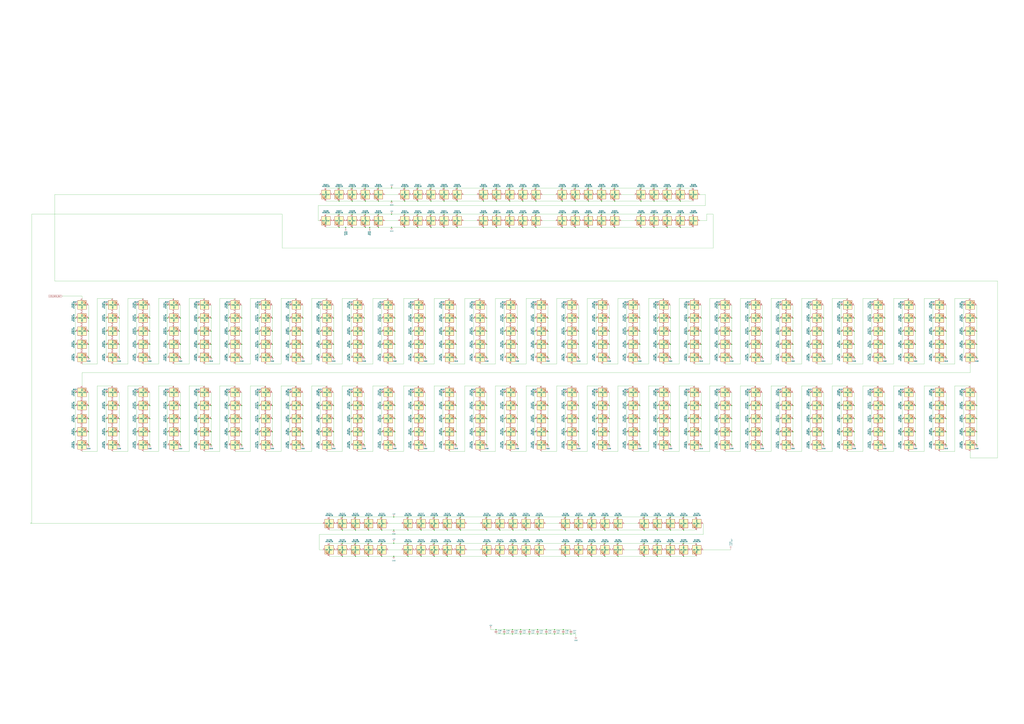
<source format=kicad_sch>
(kicad_sch (version 20231120) (generator "eeschema") (generator_version "8.0")
  (paper "A0")
  (title_block (title "Jumperless V5") (date "2024-06-15") (rev "5r2") (company "Architeuthis Flux") (comment 1 "Kevin Santo Cappuccio") (comment 2 "KevinC@ppucc.io"))
  (lib_symbols
    (symbol "+5V_1" (power) (pin_numbers hide) (pin_names (offset 0) hide)
      (property "Value" "+5V" (at 0 3.556 0))
      (symbol "+5V_1_1_1"
        (pin power_in line (at 0 0 90) (length 0) (name "~") (number "1"))
      )
    )
    (symbol "GND_1" (power) (pin_numbers hide) (pin_names (offset 0) hide)
      (property "Value" "GND" (at 0 -3.81 0))
      (symbol "GND_1_1_1"
        (pin power_in line (at 0 0 270) (length 0) (name "~") (number "1"))
      )
    )
    (symbol "JumperlessSymbols:C_Small" (pin_numbers hide) (pin_names (offset 0.254) hide)
      (property "Reference" "C" (at 0.254 1.778 0))
      (property "Value" "Device_C_Small" (at 0.254 -2.032 0))
      (symbol "C_Small_1_1"
        (pin passive line (at 0 2.54 270) (length 2.032) (name "~") (number "1"))
        (pin passive line (at 0 -2.54 90) (length 2.032) (name "~") (number "2"))
      )
    )
    (symbol "JumperlessSymbols:TestPoint" (pin_numbers hide) (pin_names (offset 0.762) hide)
      (property "Reference" "TP" (at 0 6.858 0))
      (property "Value" "TestPoint" (at 0 5.08 0))
      (symbol "TestPoint_1_1"
        (pin passive line (at 0 0 90) (length 2.54) (name "1") (number "1"))
      )
    )
    (symbol "xl-1010RGBC_1"
      (property "Reference" "U" (at 0 0 0))
      (symbol "xl-1010RGBC_1_0_0"
        (text "RGB" (at 2.286 -4.191 0) (effects (font (size 0.762 0.762))))
      )
      (symbol "xl-1010RGBC_1_1_1"
        (pin output line (at -7.62 0 0) (length 2.54) (name "DOUT") (number "1"))
        (pin power_in line (at 0 7.62 270) (length 2.54) (name "VDD") (number "2"))
        (pin power_in line (at 0 -7.62 90) (length 2.54) (name "VSS") (number "3"))
        (pin input line (at 7.62 0 180) (length 2.54) (name "DIN") (number "4"))
      )
    )
    (symbol "xl-1010RGBC_10"
      (property "Reference" "U" (at 0 0 0))
      (symbol "xl-1010RGBC_10_0_0"
        (text "RGB" (at 2.286 -4.191 0) (effects (font (size 0.762 0.762))))
      )
      (symbol "xl-1010RGBC_10_1_1"
        (pin output line (at -7.62 0 0) (length 2.54) (name "DOUT") (number "1"))
        (pin power_in line (at 0 7.62 270) (length 2.54) (name "VDD") (number "2"))
        (pin power_in line (at 0 -7.62 90) (length 2.54) (name "VSS") (number "3"))
        (pin input line (at 7.62 0 180) (length 2.54) (name "DIN") (number "4"))
      )
    )
    (symbol "xl-1010RGBC_100"
      (property "Reference" "U" (at 0 0 0))
      (symbol "xl-1010RGBC_100_0_0"
        (text "RGB" (at 2.286 -4.191 0) (effects (font (size 0.762 0.762))))
      )
      (symbol "xl-1010RGBC_100_1_1"
        (pin output line (at -7.62 0 0) (length 2.54) (name "DOUT") (number "1"))
        (pin power_in line (at 0 7.62 270) (length 2.54) (name "VDD") (number "2"))
        (pin power_in line (at 0 -7.62 90) (length 2.54) (name "VSS") (number "3"))
        (pin input line (at 7.62 0 180) (length 2.54) (name "DIN") (number "4"))
      )
    )
    (symbol "xl-1010RGBC_101"
      (property "Reference" "U" (at 0 0 0))
      (symbol "xl-1010RGBC_101_0_0"
        (text "RGB" (at 2.286 -4.191 0) (effects (font (size 0.762 0.762))))
      )
      (symbol "xl-1010RGBC_101_1_1"
        (pin output line (at -7.62 0 0) (length 2.54) (name "DOUT") (number "1"))
        (pin power_in line (at 0 7.62 270) (length 2.54) (name "VDD") (number "2"))
        (pin power_in line (at 0 -7.62 90) (length 2.54) (name "VSS") (number "3"))
        (pin input line (at 7.62 0 180) (length 2.54) (name "DIN") (number "4"))
      )
    )
    (symbol "xl-1010RGBC_102"
      (property "Reference" "U" (at 0 0 0))
      (symbol "xl-1010RGBC_102_0_0"
        (text "RGB" (at 2.286 -4.191 0) (effects (font (size 0.762 0.762))))
      )
      (symbol "xl-1010RGBC_102_1_1"
        (pin output line (at -7.62 0 0) (length 2.54) (name "DOUT") (number "1"))
        (pin power_in line (at 0 7.62 270) (length 2.54) (name "VDD") (number "2"))
        (pin power_in line (at 0 -7.62 90) (length 2.54) (name "VSS") (number "3"))
        (pin input line (at 7.62 0 180) (length 2.54) (name "DIN") (number "4"))
      )
    )
    (symbol "xl-1010RGBC_103"
      (property "Reference" "U" (at 0 0 0))
      (symbol "xl-1010RGBC_103_0_0"
        (text "RGB" (at 2.286 -4.191 0) (effects (font (size 0.762 0.762))))
      )
      (symbol "xl-1010RGBC_103_1_1"
        (pin output line (at -7.62 0 0) (length 2.54) (name "DOUT") (number "1"))
        (pin power_in line (at 0 7.62 270) (length 2.54) (name "VDD") (number "2"))
        (pin power_in line (at 0 -7.62 90) (length 2.54) (name "VSS") (number "3"))
        (pin input line (at 7.62 0 180) (length 2.54) (name "DIN") (number "4"))
      )
    )
    (symbol "xl-1010RGBC_104"
      (property "Reference" "U" (at 0 0 0))
      (symbol "xl-1010RGBC_104_0_0"
        (text "RGB" (at 2.286 -4.191 0) (effects (font (size 0.762 0.762))))
      )
      (symbol "xl-1010RGBC_104_1_1"
        (pin output line (at -7.62 0 0) (length 2.54) (name "DOUT") (number "1"))
        (pin power_in line (at 0 7.62 270) (length 2.54) (name "VDD") (number "2"))
        (pin power_in line (at 0 -7.62 90) (length 2.54) (name "VSS") (number "3"))
        (pin input line (at 7.62 0 180) (length 2.54) (name "DIN") (number "4"))
      )
    )
    (symbol "xl-1010RGBC_105"
      (property "Reference" "U" (at 0 0 0))
      (symbol "xl-1010RGBC_105_0_0"
        (text "RGB" (at 2.286 -4.191 0) (effects (font (size 0.762 0.762))))
      )
      (symbol "xl-1010RGBC_105_1_1"
        (pin output line (at -7.62 0 0) (length 2.54) (name "DOUT") (number "1"))
        (pin power_in line (at 0 7.62 270) (length 2.54) (name "VDD") (number "2"))
        (pin power_in line (at 0 -7.62 90) (length 2.54) (name "VSS") (number "3"))
        (pin input line (at 7.62 0 180) (length 2.54) (name "DIN") (number "4"))
      )
    )
    (symbol "xl-1010RGBC_106"
      (property "Reference" "U" (at 0 0 0))
      (symbol "xl-1010RGBC_106_0_0"
        (text "RGB" (at 2.286 -4.191 0) (effects (font (size 0.762 0.762))))
      )
      (symbol "xl-1010RGBC_106_1_1"
        (pin output line (at -7.62 0 0) (length 2.54) (name "DOUT") (number "1"))
        (pin power_in line (at 0 7.62 270) (length 2.54) (name "VDD") (number "2"))
        (pin power_in line (at 0 -7.62 90) (length 2.54) (name "VSS") (number "3"))
        (pin input line (at 7.62 0 180) (length 2.54) (name "DIN") (number "4"))
      )
    )
    (symbol "xl-1010RGBC_11"
      (property "Reference" "U" (at 0 0 0))
      (symbol "xl-1010RGBC_11_0_0"
        (text "RGB" (at 2.286 -4.191 0) (effects (font (size 0.762 0.762))))
      )
      (symbol "xl-1010RGBC_11_1_1"
        (pin output line (at -7.62 0 0) (length 2.54) (name "DOUT") (number "1"))
        (pin power_in line (at 0 7.62 270) (length 2.54) (name "VDD") (number "2"))
        (pin power_in line (at 0 -7.62 90) (length 2.54) (name "VSS") (number "3"))
        (pin input line (at 7.62 0 180) (length 2.54) (name "DIN") (number "4"))
      )
    )
    (symbol "xl-1010RGBC_115"
      (property "Reference" "U" (at 0 0 0))
      (symbol "xl-1010RGBC_115_0_0"
        (text "RGB" (at 2.286 -4.191 0) (effects (font (size 0.762 0.762))))
      )
      (symbol "xl-1010RGBC_115_1_1"
        (pin output line (at -7.62 0 0) (length 2.54) (name "DOUT") (number "1"))
        (pin power_in line (at 0 7.62 270) (length 2.54) (name "VDD") (number "2"))
        (pin power_in line (at 0 -7.62 90) (length 2.54) (name "VSS") (number "3"))
        (pin input line (at 7.62 0 180) (length 2.54) (name "DIN") (number "4"))
      )
    )
    (symbol "xl-1010RGBC_116"
      (property "Reference" "U" (at 0 0 0))
      (symbol "xl-1010RGBC_116_0_0"
        (text "RGB" (at 2.286 -4.191 0) (effects (font (size 0.762 0.762))))
      )
      (symbol "xl-1010RGBC_116_1_1"
        (pin output line (at -7.62 0 0) (length 2.54) (name "DOUT") (number "1"))
        (pin power_in line (at 0 7.62 270) (length 2.54) (name "VDD") (number "2"))
        (pin power_in line (at 0 -7.62 90) (length 2.54) (name "VSS") (number "3"))
        (pin input line (at 7.62 0 180) (length 2.54) (name "DIN") (number "4"))
      )
    )
    (symbol "xl-1010RGBC_117"
      (property "Reference" "U" (at 0 0 0))
      (symbol "xl-1010RGBC_117_0_0"
        (text "RGB" (at 2.286 -4.191 0) (effects (font (size 0.762 0.762))))
      )
      (symbol "xl-1010RGBC_117_1_1"
        (pin output line (at -7.62 0 0) (length 2.54) (name "DOUT") (number "1"))
        (pin power_in line (at 0 7.62 270) (length 2.54) (name "VDD") (number "2"))
        (pin power_in line (at 0 -7.62 90) (length 2.54) (name "VSS") (number "3"))
        (pin input line (at 7.62 0 180) (length 2.54) (name "DIN") (number "4"))
      )
    )
    (symbol "xl-1010RGBC_118"
      (property "Reference" "U" (at 0 0 0))
      (symbol "xl-1010RGBC_118_0_0"
        (text "RGB" (at 2.286 -4.191 0) (effects (font (size 0.762 0.762))))
      )
      (symbol "xl-1010RGBC_118_1_1"
        (pin output line (at -7.62 0 0) (length 2.54) (name "DOUT") (number "1"))
        (pin power_in line (at 0 7.62 270) (length 2.54) (name "VDD") (number "2"))
        (pin power_in line (at 0 -7.62 90) (length 2.54) (name "VSS") (number "3"))
        (pin input line (at 7.62 0 180) (length 2.54) (name "DIN") (number "4"))
      )
    )
    (symbol "xl-1010RGBC_119"
      (property "Reference" "U" (at 0 0 0))
      (symbol "xl-1010RGBC_119_0_0"
        (text "RGB" (at 2.286 -4.191 0) (effects (font (size 0.762 0.762))))
      )
      (symbol "xl-1010RGBC_119_1_1"
        (pin output line (at -7.62 0 0) (length 2.54) (name "DOUT") (number "1"))
        (pin power_in line (at 0 7.62 270) (length 2.54) (name "VDD") (number "2"))
        (pin power_in line (at 0 -7.62 90) (length 2.54) (name "VSS") (number "3"))
        (pin input line (at 7.62 0 180) (length 2.54) (name "DIN") (number "4"))
      )
    )
    (symbol "xl-1010RGBC_12"
      (property "Reference" "U" (at 0 0 0))
      (symbol "xl-1010RGBC_12_0_0"
        (text "RGB" (at 2.286 -4.191 0) (effects (font (size 0.762 0.762))))
      )
      (symbol "xl-1010RGBC_12_1_1"
        (pin output line (at -7.62 0 0) (length 2.54) (name "DOUT") (number "1"))
        (pin power_in line (at 0 7.62 270) (length 2.54) (name "VDD") (number "2"))
        (pin power_in line (at 0 -7.62 90) (length 2.54) (name "VSS") (number "3"))
        (pin input line (at 7.62 0 180) (length 2.54) (name "DIN") (number "4"))
      )
    )
    (symbol "xl-1010RGBC_120"
      (property "Reference" "U" (at 0 0 0))
      (symbol "xl-1010RGBC_120_0_0"
        (text "RGB" (at 2.286 -4.191 0) (effects (font (size 0.762 0.762))))
      )
      (symbol "xl-1010RGBC_120_1_1"
        (pin output line (at -7.62 0 0) (length 2.54) (name "DOUT") (number "1"))
        (pin power_in line (at 0 7.62 270) (length 2.54) (name "VDD") (number "2"))
        (pin power_in line (at 0 -7.62 90) (length 2.54) (name "VSS") (number "3"))
        (pin input line (at 7.62 0 180) (length 2.54) (name "DIN") (number "4"))
      )
    )
    (symbol "xl-1010RGBC_121"
      (property "Reference" "U" (at 0 0 0))
      (symbol "xl-1010RGBC_121_0_0"
        (text "RGB" (at 2.286 -4.191 0) (effects (font (size 0.762 0.762))))
      )
      (symbol "xl-1010RGBC_121_1_1"
        (pin output line (at -7.62 0 0) (length 2.54) (name "DOUT") (number "1"))
        (pin power_in line (at 0 7.62 270) (length 2.54) (name "VDD") (number "2"))
        (pin power_in line (at 0 -7.62 90) (length 2.54) (name "VSS") (number "3"))
        (pin input line (at 7.62 0 180) (length 2.54) (name "DIN") (number "4"))
      )
    )
    (symbol "xl-1010RGBC_122"
      (property "Reference" "U" (at 0 0 0))
      (symbol "xl-1010RGBC_122_0_0"
        (text "RGB" (at 2.286 -4.191 0) (effects (font (size 0.762 0.762))))
      )
      (symbol "xl-1010RGBC_122_1_1"
        (pin output line (at -7.62 0 0) (length 2.54) (name "DOUT") (number "1"))
        (pin power_in line (at 0 7.62 270) (length 2.54) (name "VDD") (number "2"))
        (pin power_in line (at 0 -7.62 90) (length 2.54) (name "VSS") (number "3"))
        (pin input line (at 7.62 0 180) (length 2.54) (name "DIN") (number "4"))
      )
    )
    (symbol "xl-1010RGBC_123"
      (property "Reference" "U" (at 0 0 0))
      (symbol "xl-1010RGBC_123_0_0"
        (text "RGB" (at 2.286 -4.191 0) (effects (font (size 0.762 0.762))))
      )
      (symbol "xl-1010RGBC_123_1_1"
        (pin output line (at -7.62 0 0) (length 2.54) (name "DOUT") (number "1"))
        (pin power_in line (at 0 7.62 270) (length 2.54) (name "VDD") (number "2"))
        (pin power_in line (at 0 -7.62 90) (length 2.54) (name "VSS") (number "3"))
        (pin input line (at 7.62 0 180) (length 2.54) (name "DIN") (number "4"))
      )
    )
    (symbol "xl-1010RGBC_124"
      (property "Reference" "U" (at 0 0 0))
      (symbol "xl-1010RGBC_124_0_0"
        (text "RGB" (at 2.286 -4.191 0) (effects (font (size 0.762 0.762))))
      )
      (symbol "xl-1010RGBC_124_1_1"
        (pin output line (at -7.62 0 0) (length 2.54) (name "DOUT") (number "1"))
        (pin power_in line (at 0 7.62 270) (length 2.54) (name "VDD") (number "2"))
        (pin power_in line (at 0 -7.62 90) (length 2.54) (name "VSS") (number "3"))
        (pin input line (at 7.62 0 180) (length 2.54) (name "DIN") (number "4"))
      )
    )
    (symbol "xl-1010RGBC_125"
      (property "Reference" "U" (at 0 0 0))
      (symbol "xl-1010RGBC_125_0_0"
        (text "RGB" (at 2.286 -4.191 0) (effects (font (size 0.762 0.762))))
      )
      (symbol "xl-1010RGBC_125_1_1"
        (pin output line (at -7.62 0 0) (length 2.54) (name "DOUT") (number "1"))
        (pin power_in line (at 0 7.62 270) (length 2.54) (name "VDD") (number "2"))
        (pin power_in line (at 0 -7.62 90) (length 2.54) (name "VSS") (number "3"))
        (pin input line (at 7.62 0 180) (length 2.54) (name "DIN") (number "4"))
      )
    )
    (symbol "xl-1010RGBC_126"
      (property "Reference" "U" (at 0 0 0))
      (symbol "xl-1010RGBC_126_0_0"
        (text "RGB" (at 2.286 -4.191 0) (effects (font (size 0.762 0.762))))
      )
      (symbol "xl-1010RGBC_126_1_1"
        (pin output line (at -7.62 0 0) (length 2.54) (name "DOUT") (number "1"))
        (pin power_in line (at 0 7.62 270) (length 2.54) (name "VDD") (number "2"))
        (pin power_in line (at 0 -7.62 90) (length 2.54) (name "VSS") (number "3"))
        (pin input line (at 7.62 0 180) (length 2.54) (name "DIN") (number "4"))
      )
    )
    (symbol "xl-1010RGBC_127"
      (property "Reference" "U" (at 0 0 0))
      (symbol "xl-1010RGBC_127_0_0"
        (text "RGB" (at 2.286 -4.191 0) (effects (font (size 0.762 0.762))))
      )
      (symbol "xl-1010RGBC_127_1_1"
        (pin output line (at -7.62 0 0) (length 2.54) (name "DOUT") (number "1"))
        (pin power_in line (at 0 7.62 270) (length 2.54) (name "VDD") (number "2"))
        (pin power_in line (at 0 -7.62 90) (length 2.54) (name "VSS") (number "3"))
        (pin input line (at 7.62 0 180) (length 2.54) (name "DIN") (number "4"))
      )
    )
    (symbol "xl-1010RGBC_128"
      (property "Reference" "U" (at 0 0 0))
      (symbol "xl-1010RGBC_128_0_0"
        (text "RGB" (at 2.286 -4.191 0) (effects (font (size 0.762 0.762))))
      )
      (symbol "xl-1010RGBC_128_1_1"
        (pin output line (at -7.62 0 0) (length 2.54) (name "DOUT") (number "1"))
        (pin power_in line (at 0 7.62 270) (length 2.54) (name "VDD") (number "2"))
        (pin power_in line (at 0 -7.62 90) (length 2.54) (name "VSS") (number "3"))
        (pin input line (at 7.62 0 180) (length 2.54) (name "DIN") (number "4"))
      )
    )
    (symbol "xl-1010RGBC_129"
      (property "Reference" "U" (at 0 0 0))
      (symbol "xl-1010RGBC_129_0_0"
        (text "RGB" (at 2.286 -4.191 0) (effects (font (size 0.762 0.762))))
      )
      (symbol "xl-1010RGBC_129_1_1"
        (pin output line (at -7.62 0 0) (length 2.54) (name "DOUT") (number "1"))
        (pin power_in line (at 0 7.62 270) (length 2.54) (name "VDD") (number "2"))
        (pin power_in line (at 0 -7.62 90) (length 2.54) (name "VSS") (number "3"))
        (pin input line (at 7.62 0 180) (length 2.54) (name "DIN") (number "4"))
      )
    )
    (symbol "xl-1010RGBC_13"
      (property "Reference" "U" (at 0 0 0))
      (symbol "xl-1010RGBC_13_0_0"
        (text "RGB" (at 2.286 -4.191 0) (effects (font (size 0.762 0.762))))
      )
      (symbol "xl-1010RGBC_13_1_1"
        (pin output line (at -7.62 0 0) (length 2.54) (name "DOUT") (number "1"))
        (pin power_in line (at 0 7.62 270) (length 2.54) (name "VDD") (number "2"))
        (pin power_in line (at 0 -7.62 90) (length 2.54) (name "VSS") (number "3"))
        (pin input line (at 7.62 0 180) (length 2.54) (name "DIN") (number "4"))
      )
    )
    (symbol "xl-1010RGBC_130"
      (property "Reference" "U" (at 0 0 0))
      (symbol "xl-1010RGBC_130_0_0"
        (text "RGB" (at 2.286 -4.191 0) (effects (font (size 0.762 0.762))))
      )
      (symbol "xl-1010RGBC_130_1_1"
        (pin output line (at -7.62 0 0) (length 2.54) (name "DOUT") (number "1"))
        (pin power_in line (at 0 7.62 270) (length 2.54) (name "VDD") (number "2"))
        (pin power_in line (at 0 -7.62 90) (length 2.54) (name "VSS") (number "3"))
        (pin input line (at 7.62 0 180) (length 2.54) (name "DIN") (number "4"))
      )
    )
    (symbol "xl-1010RGBC_131"
      (property "Reference" "U" (at 0 0 0))
      (symbol "xl-1010RGBC_131_0_0"
        (text "RGB" (at 2.286 -4.191 0) (effects (font (size 0.762 0.762))))
      )
      (symbol "xl-1010RGBC_131_1_1"
        (pin output line (at -7.62 0 0) (length 2.54) (name "DOUT") (number "1"))
        (pin power_in line (at 0 7.62 270) (length 2.54) (name "VDD") (number "2"))
        (pin power_in line (at 0 -7.62 90) (length 2.54) (name "VSS") (number "3"))
        (pin input line (at 7.62 0 180) (length 2.54) (name "DIN") (number "4"))
      )
    )
    (symbol "xl-1010RGBC_132"
      (property "Reference" "U" (at 0 0 0))
      (symbol "xl-1010RGBC_132_0_0"
        (text "RGB" (at 2.286 -4.191 0) (effects (font (size 0.762 0.762))))
      )
      (symbol "xl-1010RGBC_132_1_1"
        (pin output line (at -7.62 0 0) (length 2.54) (name "DOUT") (number "1"))
        (pin power_in line (at 0 7.62 270) (length 2.54) (name "VDD") (number "2"))
        (pin power_in line (at 0 -7.62 90) (length 2.54) (name "VSS") (number "3"))
        (pin input line (at 7.62 0 180) (length 2.54) (name "DIN") (number "4"))
      )
    )
    (symbol "xl-1010RGBC_133"
      (property "Reference" "U" (at 0 0 0))
      (symbol "xl-1010RGBC_133_0_0"
        (text "RGB" (at 2.286 -4.191 0) (effects (font (size 0.762 0.762))))
      )
      (symbol "xl-1010RGBC_133_1_1"
        (pin output line (at -7.62 0 0) (length 2.54) (name "DOUT") (number "1"))
        (pin power_in line (at 0 7.62 270) (length 2.54) (name "VDD") (number "2"))
        (pin power_in line (at 0 -7.62 90) (length 2.54) (name "VSS") (number "3"))
        (pin input line (at 7.62 0 180) (length 2.54) (name "DIN") (number "4"))
      )
    )
    (symbol "xl-1010RGBC_134"
      (property "Reference" "U" (at 0 0 0))
      (symbol "xl-1010RGBC_134_0_0"
        (text "RGB" (at 2.286 -4.191 0) (effects (font (size 0.762 0.762))))
      )
      (symbol "xl-1010RGBC_134_1_1"
        (pin output line (at -7.62 0 0) (length 2.54) (name "DOUT") (number "1"))
        (pin power_in line (at 0 7.62 270) (length 2.54) (name "VDD") (number "2"))
        (pin power_in line (at 0 -7.62 90) (length 2.54) (name "VSS") (number "3"))
        (pin input line (at 7.62 0 180) (length 2.54) (name "DIN") (number "4"))
      )
    )
    (symbol "xl-1010RGBC_135"
      (property "Reference" "U" (at 0 0 0))
      (symbol "xl-1010RGBC_135_0_0"
        (text "RGB" (at 2.286 -4.191 0) (effects (font (size 0.762 0.762))))
      )
      (symbol "xl-1010RGBC_135_1_1"
        (pin output line (at -7.62 0 0) (length 2.54) (name "DOUT") (number "1"))
        (pin power_in line (at 0 7.62 270) (length 2.54) (name "VDD") (number "2"))
        (pin power_in line (at 0 -7.62 90) (length 2.54) (name "VSS") (number "3"))
        (pin input line (at 7.62 0 180) (length 2.54) (name "DIN") (number "4"))
      )
    )
    (symbol "xl-1010RGBC_136"
      (property "Reference" "U" (at 0 0 0))
      (symbol "xl-1010RGBC_136_0_0"
        (text "RGB" (at 2.286 -4.191 0) (effects (font (size 0.762 0.762))))
      )
      (symbol "xl-1010RGBC_136_1_1"
        (pin output line (at -7.62 0 0) (length 2.54) (name "DOUT") (number "1"))
        (pin power_in line (at 0 7.62 270) (length 2.54) (name "VDD") (number "2"))
        (pin power_in line (at 0 -7.62 90) (length 2.54) (name "VSS") (number "3"))
        (pin input line (at 7.62 0 180) (length 2.54) (name "DIN") (number "4"))
      )
    )
    (symbol "xl-1010RGBC_137"
      (property "Reference" "U" (at 0 0 0))
      (symbol "xl-1010RGBC_137_0_0"
        (text "RGB" (at 2.286 -4.191 0) (effects (font (size 0.762 0.762))))
      )
      (symbol "xl-1010RGBC_137_1_1"
        (pin output line (at -7.62 0 0) (length 2.54) (name "DOUT") (number "1"))
        (pin power_in line (at 0 7.62 270) (length 2.54) (name "VDD") (number "2"))
        (pin power_in line (at 0 -7.62 90) (length 2.54) (name "VSS") (number "3"))
        (pin input line (at 7.62 0 180) (length 2.54) (name "DIN") (number "4"))
      )
    )
    (symbol "xl-1010RGBC_138"
      (property "Reference" "U" (at 0 0 0))
      (symbol "xl-1010RGBC_138_0_0"
        (text "RGB" (at 2.286 -4.191 0) (effects (font (size 0.762 0.762))))
      )
      (symbol "xl-1010RGBC_138_1_1"
        (pin output line (at -7.62 0 0) (length 2.54) (name "DOUT") (number "1"))
        (pin power_in line (at 0 7.62 270) (length 2.54) (name "VDD") (number "2"))
        (pin power_in line (at 0 -7.62 90) (length 2.54) (name "VSS") (number "3"))
        (pin input line (at 7.62 0 180) (length 2.54) (name "DIN") (number "4"))
      )
    )
    (symbol "xl-1010RGBC_139"
      (property "Reference" "U" (at 0 0 0))
      (symbol "xl-1010RGBC_139_0_0"
        (text "RGB" (at 2.286 -4.191 0) (effects (font (size 0.762 0.762))))
      )
      (symbol "xl-1010RGBC_139_1_1"
        (pin output line (at -7.62 0 0) (length 2.54) (name "DOUT") (number "1"))
        (pin power_in line (at 0 7.62 270) (length 2.54) (name "VDD") (number "2"))
        (pin power_in line (at 0 -7.62 90) (length 2.54) (name "VSS") (number "3"))
        (pin input line (at 7.62 0 180) (length 2.54) (name "DIN") (number "4"))
      )
    )
    (symbol "xl-1010RGBC_14"
      (property "Reference" "U" (at 0 0 0))
      (symbol "xl-1010RGBC_14_0_0"
        (text "RGB" (at 2.286 -4.191 0) (effects (font (size 0.762 0.762))))
      )
      (symbol "xl-1010RGBC_14_1_1"
        (pin output line (at -7.62 0 0) (length 2.54) (name "DOUT") (number "1"))
        (pin power_in line (at 0 7.62 270) (length 2.54) (name "VDD") (number "2"))
        (pin power_in line (at 0 -7.62 90) (length 2.54) (name "VSS") (number "3"))
        (pin input line (at 7.62 0 180) (length 2.54) (name "DIN") (number "4"))
      )
    )
    (symbol "xl-1010RGBC_140"
      (property "Reference" "U" (at 0 0 0))
      (symbol "xl-1010RGBC_140_0_0"
        (text "RGB" (at 2.286 -4.191 0) (effects (font (size 0.762 0.762))))
      )
      (symbol "xl-1010RGBC_140_1_1"
        (pin output line (at -7.62 0 0) (length 2.54) (name "DOUT") (number "1"))
        (pin power_in line (at 0 7.62 270) (length 2.54) (name "VDD") (number "2"))
        (pin power_in line (at 0 -7.62 90) (length 2.54) (name "VSS") (number "3"))
        (pin input line (at 7.62 0 180) (length 2.54) (name "DIN") (number "4"))
      )
    )
    (symbol "xl-1010RGBC_141"
      (property "Reference" "U" (at 0 0 0))
      (symbol "xl-1010RGBC_141_0_0"
        (text "RGB" (at 2.286 -4.191 0) (effects (font (size 0.762 0.762))))
      )
      (symbol "xl-1010RGBC_141_1_1"
        (pin output line (at -7.62 0 0) (length 2.54) (name "DOUT") (number "1"))
        (pin power_in line (at 0 7.62 270) (length 2.54) (name "VDD") (number "2"))
        (pin power_in line (at 0 -7.62 90) (length 2.54) (name "VSS") (number "3"))
        (pin input line (at 7.62 0 180) (length 2.54) (name "DIN") (number "4"))
      )
    )
    (symbol "xl-1010RGBC_142"
      (property "Reference" "U" (at 0 0 0))
      (symbol "xl-1010RGBC_142_0_0"
        (text "RGB" (at 2.286 -4.191 0) (effects (font (size 0.762 0.762))))
      )
      (symbol "xl-1010RGBC_142_1_1"
        (pin output line (at -7.62 0 0) (length 2.54) (name "DOUT") (number "1"))
        (pin power_in line (at 0 7.62 270) (length 2.54) (name "VDD") (number "2"))
        (pin power_in line (at 0 -7.62 90) (length 2.54) (name "VSS") (number "3"))
        (pin input line (at 7.62 0 180) (length 2.54) (name "DIN") (number "4"))
      )
    )
    (symbol "xl-1010RGBC_143"
      (property "Reference" "U" (at 0 0 0))
      (symbol "xl-1010RGBC_143_0_0"
        (text "RGB" (at 2.286 -4.191 0) (effects (font (size 0.762 0.762))))
      )
      (symbol "xl-1010RGBC_143_1_1"
        (pin output line (at -7.62 0 0) (length 2.54) (name "DOUT") (number "1"))
        (pin power_in line (at 0 7.62 270) (length 2.54) (name "VDD") (number "2"))
        (pin power_in line (at 0 -7.62 90) (length 2.54) (name "VSS") (number "3"))
        (pin input line (at 7.62 0 180) (length 2.54) (name "DIN") (number "4"))
      )
    )
    (symbol "xl-1010RGBC_144"
      (property "Reference" "U" (at 0 0 0))
      (symbol "xl-1010RGBC_144_0_0"
        (text "RGB" (at 2.286 -4.191 0) (effects (font (size 0.762 0.762))))
      )
      (symbol "xl-1010RGBC_144_1_1"
        (pin output line (at -7.62 0 0) (length 2.54) (name "DOUT") (number "1"))
        (pin power_in line (at 0 7.62 270) (length 2.54) (name "VDD") (number "2"))
        (pin power_in line (at 0 -7.62 90) (length 2.54) (name "VSS") (number "3"))
        (pin input line (at 7.62 0 180) (length 2.54) (name "DIN") (number "4"))
      )
    )
    (symbol "xl-1010RGBC_145"
      (property "Reference" "U" (at 0 0 0))
      (symbol "xl-1010RGBC_145_0_0"
        (text "RGB" (at 2.286 -4.191 0) (effects (font (size 0.762 0.762))))
      )
      (symbol "xl-1010RGBC_145_1_1"
        (pin output line (at -7.62 0 0) (length 2.54) (name "DOUT") (number "1"))
        (pin power_in line (at 0 7.62 270) (length 2.54) (name "VDD") (number "2"))
        (pin power_in line (at 0 -7.62 90) (length 2.54) (name "VSS") (number "3"))
        (pin input line (at 7.62 0 180) (length 2.54) (name "DIN") (number "4"))
      )
    )
    (symbol "xl-1010RGBC_146"
      (property "Reference" "U" (at 0 0 0))
      (symbol "xl-1010RGBC_146_0_0"
        (text "RGB" (at 2.286 -4.191 0) (effects (font (size 0.762 0.762))))
      )
      (symbol "xl-1010RGBC_146_1_1"
        (pin output line (at -7.62 0 0) (length 2.54) (name "DOUT") (number "1"))
        (pin power_in line (at 0 7.62 270) (length 2.54) (name "VDD") (number "2"))
        (pin power_in line (at 0 -7.62 90) (length 2.54) (name "VSS") (number "3"))
        (pin input line (at 7.62 0 180) (length 2.54) (name "DIN") (number "4"))
      )
    )
    (symbol "xl-1010RGBC_147"
      (property "Reference" "U" (at 0 0 0))
      (symbol "xl-1010RGBC_147_0_0"
        (text "RGB" (at 2.286 -4.191 0) (effects (font (size 0.762 0.762))))
      )
      (symbol "xl-1010RGBC_147_1_1"
        (pin output line (at -7.62 0 0) (length 2.54) (name "DOUT") (number "1"))
        (pin power_in line (at 0 7.62 270) (length 2.54) (name "VDD") (number "2"))
        (pin power_in line (at 0 -7.62 90) (length 2.54) (name "VSS") (number "3"))
        (pin input line (at 7.62 0 180) (length 2.54) (name "DIN") (number "4"))
      )
    )
    (symbol "xl-1010RGBC_148"
      (property "Reference" "U" (at 0 0 0))
      (symbol "xl-1010RGBC_148_0_0"
        (text "RGB" (at 2.286 -4.191 0) (effects (font (size 0.762 0.762))))
      )
      (symbol "xl-1010RGBC_148_1_1"
        (pin output line (at -7.62 0 0) (length 2.54) (name "DOUT") (number "1"))
        (pin power_in line (at 0 7.62 270) (length 2.54) (name "VDD") (number "2"))
        (pin power_in line (at 0 -7.62 90) (length 2.54) (name "VSS") (number "3"))
        (pin input line (at 7.62 0 180) (length 2.54) (name "DIN") (number "4"))
      )
    )
    (symbol "xl-1010RGBC_149"
      (property "Reference" "U" (at 0 0 0))
      (symbol "xl-1010RGBC_149_0_0"
        (text "RGB" (at 2.286 -4.191 0) (effects (font (size 0.762 0.762))))
      )
      (symbol "xl-1010RGBC_149_1_1"
        (pin output line (at -7.62 0 0) (length 2.54) (name "DOUT") (number "1"))
        (pin power_in line (at 0 7.62 270) (length 2.54) (name "VDD") (number "2"))
        (pin power_in line (at 0 -7.62 90) (length 2.54) (name "VSS") (number "3"))
        (pin input line (at 7.62 0 180) (length 2.54) (name "DIN") (number "4"))
      )
    )
    (symbol "xl-1010RGBC_15"
      (property "Reference" "U" (at 0 0 0))
      (symbol "xl-1010RGBC_15_0_0"
        (text "RGB" (at 2.286 -4.191 0) (effects (font (size 0.762 0.762))))
      )
      (symbol "xl-1010RGBC_15_1_1"
        (pin output line (at -7.62 0 0) (length 2.54) (name "DOUT") (number "1"))
        (pin power_in line (at 0 7.62 270) (length 2.54) (name "VDD") (number "2"))
        (pin power_in line (at 0 -7.62 90) (length 2.54) (name "VSS") (number "3"))
        (pin input line (at 7.62 0 180) (length 2.54) (name "DIN") (number "4"))
      )
    )
    (symbol "xl-1010RGBC_150"
      (property "Reference" "U" (at 0 0 0))
      (symbol "xl-1010RGBC_150_0_0"
        (text "RGB" (at 2.286 -4.191 0) (effects (font (size 0.762 0.762))))
      )
      (symbol "xl-1010RGBC_150_1_1"
        (pin output line (at -7.62 0 0) (length 2.54) (name "DOUT") (number "1"))
        (pin power_in line (at 0 7.62 270) (length 2.54) (name "VDD") (number "2"))
        (pin power_in line (at 0 -7.62 90) (length 2.54) (name "VSS") (number "3"))
        (pin input line (at 7.62 0 180) (length 2.54) (name "DIN") (number "4"))
      )
    )
    (symbol "xl-1010RGBC_151"
      (property "Reference" "U" (at 0 0 0))
      (symbol "xl-1010RGBC_151_0_0"
        (text "RGB" (at 2.286 -4.191 0) (effects (font (size 0.762 0.762))))
      )
      (symbol "xl-1010RGBC_151_1_1"
        (pin output line (at -7.62 0 0) (length 2.54) (name "DOUT") (number "1"))
        (pin power_in line (at 0 7.62 270) (length 2.54) (name "VDD") (number "2"))
        (pin power_in line (at 0 -7.62 90) (length 2.54) (name "VSS") (number "3"))
        (pin input line (at 7.62 0 180) (length 2.54) (name "DIN") (number "4"))
      )
    )
    (symbol "xl-1010RGBC_152"
      (property "Reference" "U" (at 0 0 0))
      (symbol "xl-1010RGBC_152_0_0"
        (text "RGB" (at 2.286 -4.191 0) (effects (font (size 0.762 0.762))))
      )
      (symbol "xl-1010RGBC_152_1_1"
        (pin output line (at -7.62 0 0) (length 2.54) (name "DOUT") (number "1"))
        (pin power_in line (at 0 7.62 270) (length 2.54) (name "VDD") (number "2"))
        (pin power_in line (at 0 -7.62 90) (length 2.54) (name "VSS") (number "3"))
        (pin input line (at 7.62 0 180) (length 2.54) (name "DIN") (number "4"))
      )
    )
    (symbol "xl-1010RGBC_153"
      (property "Reference" "U" (at 0 0 0))
      (symbol "xl-1010RGBC_153_0_0"
        (text "RGB" (at 2.286 -4.191 0) (effects (font (size 0.762 0.762))))
      )
      (symbol "xl-1010RGBC_153_1_1"
        (pin output line (at -7.62 0 0) (length 2.54) (name "DOUT") (number "1"))
        (pin power_in line (at 0 7.62 270) (length 2.54) (name "VDD") (number "2"))
        (pin power_in line (at 0 -7.62 90) (length 2.54) (name "VSS") (number "3"))
        (pin input line (at 7.62 0 180) (length 2.54) (name "DIN") (number "4"))
      )
    )
    (symbol "xl-1010RGBC_154"
      (property "Reference" "U" (at 0 0 0))
      (symbol "xl-1010RGBC_154_0_0"
        (text "RGB" (at 2.286 -4.191 0) (effects (font (size 0.762 0.762))))
      )
      (symbol "xl-1010RGBC_154_1_1"
        (pin output line (at -7.62 0 0) (length 2.54) (name "DOUT") (number "1"))
        (pin power_in line (at 0 7.62 270) (length 2.54) (name "VDD") (number "2"))
        (pin power_in line (at 0 -7.62 90) (length 2.54) (name "VSS") (number "3"))
        (pin input line (at 7.62 0 180) (length 2.54) (name "DIN") (number "4"))
      )
    )
    (symbol "xl-1010RGBC_155"
      (property "Reference" "U" (at 0 0 0))
      (symbol "xl-1010RGBC_155_0_0"
        (text "RGB" (at 2.286 -4.191 0) (effects (font (size 0.762 0.762))))
      )
      (symbol "xl-1010RGBC_155_1_1"
        (pin output line (at -7.62 0 0) (length 2.54) (name "DOUT") (number "1"))
        (pin power_in line (at 0 7.62 270) (length 2.54) (name "VDD") (number "2"))
        (pin power_in line (at 0 -7.62 90) (length 2.54) (name "VSS") (number "3"))
        (pin input line (at 7.62 0 180) (length 2.54) (name "DIN") (number "4"))
      )
    )
    (symbol "xl-1010RGBC_156"
      (property "Reference" "U" (at 0 0 0))
      (symbol "xl-1010RGBC_156_0_0"
        (text "RGB" (at 2.286 -4.191 0) (effects (font (size 0.762 0.762))))
      )
      (symbol "xl-1010RGBC_156_1_1"
        (pin output line (at -7.62 0 0) (length 2.54) (name "DOUT") (number "1"))
        (pin power_in line (at 0 7.62 270) (length 2.54) (name "VDD") (number "2"))
        (pin power_in line (at 0 -7.62 90) (length 2.54) (name "VSS") (number "3"))
        (pin input line (at 7.62 0 180) (length 2.54) (name "DIN") (number "4"))
      )
    )
    (symbol "xl-1010RGBC_157"
      (property "Reference" "U" (at 0 0 0))
      (symbol "xl-1010RGBC_157_0_0"
        (text "RGB" (at 2.286 -4.191 0) (effects (font (size 0.762 0.762))))
      )
      (symbol "xl-1010RGBC_157_1_1"
        (pin output line (at -7.62 0 0) (length 2.54) (name "DOUT") (number "1"))
        (pin power_in line (at 0 7.62 270) (length 2.54) (name "VDD") (number "2"))
        (pin power_in line (at 0 -7.62 90) (length 2.54) (name "VSS") (number "3"))
        (pin input line (at 7.62 0 180) (length 2.54) (name "DIN") (number "4"))
      )
    )
    (symbol "xl-1010RGBC_158"
      (property "Reference" "U" (at 0 0 0))
      (symbol "xl-1010RGBC_158_0_0"
        (text "RGB" (at 2.286 -4.191 0) (effects (font (size 0.762 0.762))))
      )
      (symbol "xl-1010RGBC_158_1_1"
        (pin output line (at -7.62 0 0) (length 2.54) (name "DOUT") (number "1"))
        (pin power_in line (at 0 7.62 270) (length 2.54) (name "VDD") (number "2"))
        (pin power_in line (at 0 -7.62 90) (length 2.54) (name "VSS") (number "3"))
        (pin input line (at 7.62 0 180) (length 2.54) (name "DIN") (number "4"))
      )
    )
    (symbol "xl-1010RGBC_159"
      (property "Reference" "U" (at 0 0 0))
      (symbol "xl-1010RGBC_159_0_0"
        (text "RGB" (at 2.286 -4.191 0) (effects (font (size 0.762 0.762))))
      )
      (symbol "xl-1010RGBC_159_1_1"
        (pin output line (at -7.62 0 0) (length 2.54) (name "DOUT") (number "1"))
        (pin power_in line (at 0 7.62 270) (length 2.54) (name "VDD") (number "2"))
        (pin power_in line (at 0 -7.62 90) (length 2.54) (name "VSS") (number "3"))
        (pin input line (at 7.62 0 180) (length 2.54) (name "DIN") (number "4"))
      )
    )
    (symbol "xl-1010RGBC_16"
      (property "Reference" "U" (at 0 0 0))
      (symbol "xl-1010RGBC_16_0_0"
        (text "RGB" (at 2.286 -4.191 0) (effects (font (size 0.762 0.762))))
      )
      (symbol "xl-1010RGBC_16_1_1"
        (pin output line (at -7.62 0 0) (length 2.54) (name "DOUT") (number "1"))
        (pin power_in line (at 0 7.62 270) (length 2.54) (name "VDD") (number "2"))
        (pin power_in line (at 0 -7.62 90) (length 2.54) (name "VSS") (number "3"))
        (pin input line (at 7.62 0 180) (length 2.54) (name "DIN") (number "4"))
      )
    )
    (symbol "xl-1010RGBC_160"
      (property "Reference" "U" (at 0 0 0))
      (symbol "xl-1010RGBC_160_0_0"
        (text "RGB" (at 2.286 -4.191 0) (effects (font (size 0.762 0.762))))
      )
      (symbol "xl-1010RGBC_160_1_1"
        (pin output line (at -7.62 0 0) (length 2.54) (name "DOUT") (number "1"))
        (pin power_in line (at 0 7.62 270) (length 2.54) (name "VDD") (number "2"))
        (pin power_in line (at 0 -7.62 90) (length 2.54) (name "VSS") (number "3"))
        (pin input line (at 7.62 0 180) (length 2.54) (name "DIN") (number "4"))
      )
    )
    (symbol "xl-1010RGBC_161"
      (property "Reference" "U" (at 0 0 0))
      (symbol "xl-1010RGBC_161_0_0"
        (text "RGB" (at 2.286 -4.191 0) (effects (font (size 0.762 0.762))))
      )
      (symbol "xl-1010RGBC_161_1_1"
        (pin output line (at -7.62 0 0) (length 2.54) (name "DOUT") (number "1"))
        (pin power_in line (at 0 7.62 270) (length 2.54) (name "VDD") (number "2"))
        (pin power_in line (at 0 -7.62 90) (length 2.54) (name "VSS") (number "3"))
        (pin input line (at 7.62 0 180) (length 2.54) (name "DIN") (number "4"))
      )
    )
    (symbol "xl-1010RGBC_162"
      (property "Reference" "U" (at 0 0 0))
      (symbol "xl-1010RGBC_162_0_0"
        (text "RGB" (at 2.286 -4.191 0) (effects (font (size 0.762 0.762))))
      )
      (symbol "xl-1010RGBC_162_1_1"
        (pin output line (at -7.62 0 0) (length 2.54) (name "DOUT") (number "1"))
        (pin power_in line (at 0 7.62 270) (length 2.54) (name "VDD") (number "2"))
        (pin power_in line (at 0 -7.62 90) (length 2.54) (name "VSS") (number "3"))
        (pin input line (at 7.62 0 180) (length 2.54) (name "DIN") (number "4"))
      )
    )
    (symbol "xl-1010RGBC_163"
      (property "Reference" "U" (at 0 0 0))
      (symbol "xl-1010RGBC_163_0_0"
        (text "RGB" (at 2.286 -4.191 0) (effects (font (size 0.762 0.762))))
      )
      (symbol "xl-1010RGBC_163_1_1"
        (pin output line (at -7.62 0 0) (length 2.54) (name "DOUT") (number "1"))
        (pin power_in line (at 0 7.62 270) (length 2.54) (name "VDD") (number "2"))
        (pin power_in line (at 0 -7.62 90) (length 2.54) (name "VSS") (number "3"))
        (pin input line (at 7.62 0 180) (length 2.54) (name "DIN") (number "4"))
      )
    )
    (symbol "xl-1010RGBC_164"
      (property "Reference" "U" (at 0 0 0))
      (symbol "xl-1010RGBC_164_0_0"
        (text "RGB" (at 2.286 -4.191 0) (effects (font (size 0.762 0.762))))
      )
      (symbol "xl-1010RGBC_164_1_1"
        (pin output line (at -7.62 0 0) (length 2.54) (name "DOUT") (number "1"))
        (pin power_in line (at 0 7.62 270) (length 2.54) (name "VDD") (number "2"))
        (pin power_in line (at 0 -7.62 90) (length 2.54) (name "VSS") (number "3"))
        (pin input line (at 7.62 0 180) (length 2.54) (name "DIN") (number "4"))
      )
    )
    (symbol "xl-1010RGBC_166"
      (property "Reference" "U" (at 0 0 0))
      (symbol "xl-1010RGBC_166_0_0"
        (text "RGB" (at 2.286 -4.191 0) (effects (font (size 0.762 0.762))))
      )
      (symbol "xl-1010RGBC_166_1_1"
        (pin output line (at -7.62 0 0) (length 2.54) (name "DOUT") (number "1"))
        (pin power_in line (at 0 7.62 270) (length 2.54) (name "VDD") (number "2"))
        (pin power_in line (at 0 -7.62 90) (length 2.54) (name "VSS") (number "3"))
        (pin input line (at 7.62 0 180) (length 2.54) (name "DIN") (number "4"))
      )
    )
    (symbol "xl-1010RGBC_167"
      (property "Reference" "U" (at 0 0 0))
      (symbol "xl-1010RGBC_167_0_0"
        (text "RGB" (at 2.286 -4.191 0) (effects (font (size 0.762 0.762))))
      )
      (symbol "xl-1010RGBC_167_1_1"
        (pin output line (at -7.62 0 0) (length 2.54) (name "DOUT") (number "1"))
        (pin power_in line (at 0 7.62 270) (length 2.54) (name "VDD") (number "2"))
        (pin power_in line (at 0 -7.62 90) (length 2.54) (name "VSS") (number "3"))
        (pin input line (at 7.62 0 180) (length 2.54) (name "DIN") (number "4"))
      )
    )
    (symbol "xl-1010RGBC_168"
      (property "Reference" "U" (at 0 0 0))
      (symbol "xl-1010RGBC_168_0_0"
        (text "RGB" (at 2.286 -4.191 0) (effects (font (size 0.762 0.762))))
      )
      (symbol "xl-1010RGBC_168_1_1"
        (pin output line (at -7.62 0 0) (length 2.54) (name "DOUT") (number "1"))
        (pin power_in line (at 0 7.62 270) (length 2.54) (name "VDD") (number "2"))
        (pin power_in line (at 0 -7.62 90) (length 2.54) (name "VSS") (number "3"))
        (pin input line (at 7.62 0 180) (length 2.54) (name "DIN") (number "4"))
      )
    )
    (symbol "xl-1010RGBC_17"
      (property "Reference" "U" (at 0 0 0))
      (symbol "xl-1010RGBC_17_0_0"
        (text "RGB" (at 2.286 -4.191 0) (effects (font (size 0.762 0.762))))
      )
      (symbol "xl-1010RGBC_17_1_1"
        (pin output line (at -7.62 0 0) (length 2.54) (name "DOUT") (number "1"))
        (pin power_in line (at 0 7.62 270) (length 2.54) (name "VDD") (number "2"))
        (pin power_in line (at 0 -7.62 90) (length 2.54) (name "VSS") (number "3"))
        (pin input line (at 7.62 0 180) (length 2.54) (name "DIN") (number "4"))
      )
    )
    (symbol "xl-1010RGBC_170"
      (property "Reference" "U" (at 0 0 0))
      (symbol "xl-1010RGBC_170_0_0"
        (text "RGB" (at 2.286 -4.191 0) (effects (font (size 0.762 0.762))))
      )
      (symbol "xl-1010RGBC_170_1_1"
        (pin output line (at -7.62 0 0) (length 2.54) (name "DOUT") (number "1"))
        (pin power_in line (at 0 7.62 270) (length 2.54) (name "VDD") (number "2"))
        (pin power_in line (at 0 -7.62 90) (length 2.54) (name "VSS") (number "3"))
        (pin input line (at 7.62 0 180) (length 2.54) (name "DIN") (number "4"))
      )
    )
    (symbol "xl-1010RGBC_171"
      (property "Reference" "U" (at 0 0 0))
      (symbol "xl-1010RGBC_171_0_0"
        (text "RGB" (at 2.286 -4.191 0) (effects (font (size 0.762 0.762))))
      )
      (symbol "xl-1010RGBC_171_1_1"
        (pin output line (at -7.62 0 0) (length 2.54) (name "DOUT") (number "1"))
        (pin power_in line (at 0 7.62 270) (length 2.54) (name "VDD") (number "2"))
        (pin power_in line (at 0 -7.62 90) (length 2.54) (name "VSS") (number "3"))
        (pin input line (at 7.62 0 180) (length 2.54) (name "DIN") (number "4"))
      )
    )
    (symbol "xl-1010RGBC_172"
      (property "Reference" "U" (at 0 0 0))
      (symbol "xl-1010RGBC_172_0_0"
        (text "RGB" (at 2.286 -4.191 0) (effects (font (size 0.762 0.762))))
      )
      (symbol "xl-1010RGBC_172_1_1"
        (pin output line (at -7.62 0 0) (length 2.54) (name "DOUT") (number "1"))
        (pin power_in line (at 0 7.62 270) (length 2.54) (name "VDD") (number "2"))
        (pin power_in line (at 0 -7.62 90) (length 2.54) (name "VSS") (number "3"))
        (pin input line (at 7.62 0 180) (length 2.54) (name "DIN") (number "4"))
      )
    )
    (symbol "xl-1010RGBC_173"
      (property "Reference" "U" (at 0 0 0))
      (symbol "xl-1010RGBC_173_0_0"
        (text "RGB" (at 2.286 -4.191 0) (effects (font (size 0.762 0.762))))
      )
      (symbol "xl-1010RGBC_173_1_1"
        (pin output line (at -7.62 0 0) (length 2.54) (name "DOUT") (number "1"))
        (pin power_in line (at 0 7.62 270) (length 2.54) (name "VDD") (number "2"))
        (pin power_in line (at 0 -7.62 90) (length 2.54) (name "VSS") (number "3"))
        (pin input line (at 7.62 0 180) (length 2.54) (name "DIN") (number "4"))
      )
    )
    (symbol "xl-1010RGBC_174"
      (property "Reference" "U" (at 0 0 0))
      (symbol "xl-1010RGBC_174_0_0"
        (text "RGB" (at 2.286 -4.191 0) (effects (font (size 0.762 0.762))))
      )
      (symbol "xl-1010RGBC_174_1_1"
        (pin output line (at -7.62 0 0) (length 2.54) (name "DOUT") (number "1"))
        (pin power_in line (at 0 7.62 270) (length 2.54) (name "VDD") (number "2"))
        (pin power_in line (at 0 -7.62 90) (length 2.54) (name "VSS") (number "3"))
        (pin input line (at 7.62 0 180) (length 2.54) (name "DIN") (number "4"))
      )
    )
    (symbol "xl-1010RGBC_175"
      (property "Reference" "U" (at 0 0 0))
      (symbol "xl-1010RGBC_175_0_0"
        (text "RGB" (at 2.286 -4.191 0) (effects (font (size 0.762 0.762))))
      )
      (symbol "xl-1010RGBC_175_1_1"
        (pin output line (at -7.62 0 0) (length 2.54) (name "DOUT") (number "1"))
        (pin power_in line (at 0 7.62 270) (length 2.54) (name "VDD") (number "2"))
        (pin power_in line (at 0 -7.62 90) (length 2.54) (name "VSS") (number "3"))
        (pin input line (at 7.62 0 180) (length 2.54) (name "DIN") (number "4"))
      )
    )
    (symbol "xl-1010RGBC_176"
      (property "Reference" "U" (at 0 0 0))
      (symbol "xl-1010RGBC_176_0_0"
        (text "RGB" (at 2.286 -4.191 0) (effects (font (size 0.762 0.762))))
      )
      (symbol "xl-1010RGBC_176_1_1"
        (pin output line (at -7.62 0 0) (length 2.54) (name "DOUT") (number "1"))
        (pin power_in line (at 0 7.62 270) (length 2.54) (name "VDD") (number "2"))
        (pin power_in line (at 0 -7.62 90) (length 2.54) (name "VSS") (number "3"))
        (pin input line (at 7.62 0 180) (length 2.54) (name "DIN") (number "4"))
      )
    )
    (symbol "xl-1010RGBC_177"
      (property "Reference" "U" (at 0 0 0))
      (symbol "xl-1010RGBC_177_0_0"
        (text "RGB" (at 2.286 -4.191 0) (effects (font (size 0.762 0.762))))
      )
      (symbol "xl-1010RGBC_177_1_1"
        (pin output line (at -7.62 0 0) (length 2.54) (name "DOUT") (number "1"))
        (pin power_in line (at 0 7.62 270) (length 2.54) (name "VDD") (number "2"))
        (pin power_in line (at 0 -7.62 90) (length 2.54) (name "VSS") (number "3"))
        (pin input line (at 7.62 0 180) (length 2.54) (name "DIN") (number "4"))
      )
    )
    (symbol "xl-1010RGBC_178"
      (property "Reference" "U" (at 0 0 0))
      (symbol "xl-1010RGBC_178_0_0"
        (text "RGB" (at 2.286 -4.191 0) (effects (font (size 0.762 0.762))))
      )
      (symbol "xl-1010RGBC_178_1_1"
        (pin output line (at -7.62 0 0) (length 2.54) (name "DOUT") (number "1"))
        (pin power_in line (at 0 7.62 270) (length 2.54) (name "VDD") (number "2"))
        (pin power_in line (at 0 -7.62 90) (length 2.54) (name "VSS") (number "3"))
        (pin input line (at 7.62 0 180) (length 2.54) (name "DIN") (number "4"))
      )
    )
    (symbol "xl-1010RGBC_179"
      (property "Reference" "U" (at 0 0 0))
      (symbol "xl-1010RGBC_179_0_0"
        (text "RGB" (at 2.286 -4.191 0) (effects (font (size 0.762 0.762))))
      )
      (symbol "xl-1010RGBC_179_1_1"
        (pin output line (at -7.62 0 0) (length 2.54) (name "DOUT") (number "1"))
        (pin power_in line (at 0 7.62 270) (length 2.54) (name "VDD") (number "2"))
        (pin power_in line (at 0 -7.62 90) (length 2.54) (name "VSS") (number "3"))
        (pin input line (at 7.62 0 180) (length 2.54) (name "DIN") (number "4"))
      )
    )
    (symbol "xl-1010RGBC_18"
      (property "Reference" "U" (at 0 0 0))
      (symbol "xl-1010RGBC_18_0_0"
        (text "RGB" (at 2.286 -4.191 0) (effects (font (size 0.762 0.762))))
      )
      (symbol "xl-1010RGBC_18_1_1"
        (pin output line (at -7.62 0 0) (length 2.54) (name "DOUT") (number "1"))
        (pin power_in line (at 0 7.62 270) (length 2.54) (name "VDD") (number "2"))
        (pin power_in line (at 0 -7.62 90) (length 2.54) (name "VSS") (number "3"))
        (pin input line (at 7.62 0 180) (length 2.54) (name "DIN") (number "4"))
      )
    )
    (symbol "xl-1010RGBC_180"
      (property "Reference" "U" (at 0 0 0))
      (symbol "xl-1010RGBC_180_0_0"
        (text "RGB" (at 2.286 -4.191 0) (effects (font (size 0.762 0.762))))
      )
      (symbol "xl-1010RGBC_180_1_1"
        (pin output line (at -7.62 0 0) (length 2.54) (name "DOUT") (number "1"))
        (pin power_in line (at 0 7.62 270) (length 2.54) (name "VDD") (number "2"))
        (pin power_in line (at 0 -7.62 90) (length 2.54) (name "VSS") (number "3"))
        (pin input line (at 7.62 0 180) (length 2.54) (name "DIN") (number "4"))
      )
    )
    (symbol "xl-1010RGBC_181"
      (property "Reference" "U" (at 0 0 0))
      (symbol "xl-1010RGBC_181_0_0"
        (text "RGB" (at 2.286 -4.191 0) (effects (font (size 0.762 0.762))))
      )
      (symbol "xl-1010RGBC_181_1_1"
        (pin output line (at -7.62 0 0) (length 2.54) (name "DOUT") (number "1"))
        (pin power_in line (at 0 7.62 270) (length 2.54) (name "VDD") (number "2"))
        (pin power_in line (at 0 -7.62 90) (length 2.54) (name "VSS") (number "3"))
        (pin input line (at 7.62 0 180) (length 2.54) (name "DIN") (number "4"))
      )
    )
    (symbol "xl-1010RGBC_182"
      (property "Reference" "U" (at 0 0 0))
      (symbol "xl-1010RGBC_182_0_0"
        (text "RGB" (at 2.286 -4.191 0) (effects (font (size 0.762 0.762))))
      )
      (symbol "xl-1010RGBC_182_1_1"
        (pin output line (at -7.62 0 0) (length 2.54) (name "DOUT") (number "1"))
        (pin power_in line (at 0 7.62 270) (length 2.54) (name "VDD") (number "2"))
        (pin power_in line (at 0 -7.62 90) (length 2.54) (name "VSS") (number "3"))
        (pin input line (at 7.62 0 180) (length 2.54) (name "DIN") (number "4"))
      )
    )
    (symbol "xl-1010RGBC_184"
      (property "Reference" "U" (at 0 0 0))
      (symbol "xl-1010RGBC_184_0_0"
        (text "RGB" (at 2.286 -4.191 0) (effects (font (size 0.762 0.762))))
      )
      (symbol "xl-1010RGBC_184_1_1"
        (pin output line (at -7.62 0 0) (length 2.54) (name "DOUT") (number "1"))
        (pin power_in line (at 0 7.62 270) (length 2.54) (name "VDD") (number "2"))
        (pin power_in line (at 0 -7.62 90) (length 2.54) (name "VSS") (number "3"))
        (pin input line (at 7.62 0 180) (length 2.54) (name "DIN") (number "4"))
      )
    )
    (symbol "xl-1010RGBC_185"
      (property "Reference" "U" (at 0 0 0))
      (symbol "xl-1010RGBC_185_0_0"
        (text "RGB" (at 2.286 -4.191 0) (effects (font (size 0.762 0.762))))
      )
      (symbol "xl-1010RGBC_185_1_1"
        (pin output line (at -7.62 0 0) (length 2.54) (name "DOUT") (number "1"))
        (pin power_in line (at 0 7.62 270) (length 2.54) (name "VDD") (number "2"))
        (pin power_in line (at 0 -7.62 90) (length 2.54) (name "VSS") (number "3"))
        (pin input line (at 7.62 0 180) (length 2.54) (name "DIN") (number "4"))
      )
    )
    (symbol "xl-1010RGBC_186"
      (property "Reference" "U" (at 0 0 0))
      (symbol "xl-1010RGBC_186_0_0"
        (text "RGB" (at 2.286 -4.191 0) (effects (font (size 0.762 0.762))))
      )
      (symbol "xl-1010RGBC_186_1_1"
        (pin output line (at -7.62 0 0) (length 2.54) (name "DOUT") (number "1"))
        (pin power_in line (at 0 7.62 270) (length 2.54) (name "VDD") (number "2"))
        (pin power_in line (at 0 -7.62 90) (length 2.54) (name "VSS") (number "3"))
        (pin input line (at 7.62 0 180) (length 2.54) (name "DIN") (number "4"))
      )
    )
    (symbol "xl-1010RGBC_187"
      (property "Reference" "U" (at 0 0 0))
      (symbol "xl-1010RGBC_187_0_0"
        (text "RGB" (at 2.286 -4.191 0) (effects (font (size 0.762 0.762))))
      )
      (symbol "xl-1010RGBC_187_1_1"
        (pin output line (at -7.62 0 0) (length 2.54) (name "DOUT") (number "1"))
        (pin power_in line (at 0 7.62 270) (length 2.54) (name "VDD") (number "2"))
        (pin power_in line (at 0 -7.62 90) (length 2.54) (name "VSS") (number "3"))
        (pin input line (at 7.62 0 180) (length 2.54) (name "DIN") (number "4"))
      )
    )
    (symbol "xl-1010RGBC_188"
      (property "Reference" "U" (at 0 0 0))
      (symbol "xl-1010RGBC_188_0_0"
        (text "RGB" (at 2.286 -4.191 0) (effects (font (size 0.762 0.762))))
      )
      (symbol "xl-1010RGBC_188_1_1"
        (pin output line (at -7.62 0 0) (length 2.54) (name "DOUT") (number "1"))
        (pin power_in line (at 0 7.62 270) (length 2.54) (name "VDD") (number "2"))
        (pin power_in line (at 0 -7.62 90) (length 2.54) (name "VSS") (number "3"))
        (pin input line (at 7.62 0 180) (length 2.54) (name "DIN") (number "4"))
      )
    )
    (symbol "xl-1010RGBC_189"
      (property "Reference" "U" (at 0 0 0))
      (symbol "xl-1010RGBC_189_0_0"
        (text "RGB" (at 2.286 -4.191 0) (effects (font (size 0.762 0.762))))
      )
      (symbol "xl-1010RGBC_189_1_1"
        (pin output line (at -7.62 0 0) (length 2.54) (name "DOUT") (number "1"))
        (pin power_in line (at 0 7.62 270) (length 2.54) (name "VDD") (number "2"))
        (pin power_in line (at 0 -7.62 90) (length 2.54) (name "VSS") (number "3"))
        (pin input line (at 7.62 0 180) (length 2.54) (name "DIN") (number "4"))
      )
    )
    (symbol "xl-1010RGBC_19"
      (property "Reference" "U" (at 0 0 0))
      (symbol "xl-1010RGBC_19_0_0"
        (text "RGB" (at 2.286 -4.191 0) (effects (font (size 0.762 0.762))))
      )
      (symbol "xl-1010RGBC_19_1_1"
        (pin output line (at -7.62 0 0) (length 2.54) (name "DOUT") (number "1"))
        (pin power_in line (at 0 7.62 270) (length 2.54) (name "VDD") (number "2"))
        (pin power_in line (at 0 -7.62 90) (length 2.54) (name "VSS") (number "3"))
        (pin input line (at 7.62 0 180) (length 2.54) (name "DIN") (number "4"))
      )
    )
    (symbol "xl-1010RGBC_190"
      (property "Reference" "U" (at 0 0 0))
      (symbol "xl-1010RGBC_190_0_0"
        (text "RGB" (at 2.286 -4.191 0) (effects (font (size 0.762 0.762))))
      )
      (symbol "xl-1010RGBC_190_1_1"
        (pin output line (at -7.62 0 0) (length 2.54) (name "DOUT") (number "1"))
        (pin power_in line (at 0 7.62 270) (length 2.54) (name "VDD") (number "2"))
        (pin power_in line (at 0 -7.62 90) (length 2.54) (name "VSS") (number "3"))
        (pin input line (at 7.62 0 180) (length 2.54) (name "DIN") (number "4"))
      )
    )
    (symbol "xl-1010RGBC_191"
      (property "Reference" "U" (at 0 0 0))
      (symbol "xl-1010RGBC_191_0_0"
        (text "RGB" (at 2.286 -4.191 0) (effects (font (size 0.762 0.762))))
      )
      (symbol "xl-1010RGBC_191_1_1"
        (pin output line (at -7.62 0 0) (length 2.54) (name "DOUT") (number "1"))
        (pin power_in line (at 0 7.62 270) (length 2.54) (name "VDD") (number "2"))
        (pin power_in line (at 0 -7.62 90) (length 2.54) (name "VSS") (number "3"))
        (pin input line (at 7.62 0 180) (length 2.54) (name "DIN") (number "4"))
      )
    )
    (symbol "xl-1010RGBC_192"
      (property "Reference" "U" (at 0 0 0))
      (symbol "xl-1010RGBC_192_0_0"
        (text "RGB" (at 2.286 -4.191 0) (effects (font (size 0.762 0.762))))
      )
      (symbol "xl-1010RGBC_192_1_1"
        (pin output line (at -7.62 0 0) (length 2.54) (name "DOUT") (number "1"))
        (pin power_in line (at 0 7.62 270) (length 2.54) (name "VDD") (number "2"))
        (pin power_in line (at 0 -7.62 90) (length 2.54) (name "VSS") (number "3"))
        (pin input line (at 7.62 0 180) (length 2.54) (name "DIN") (number "4"))
      )
    )
    (symbol "xl-1010RGBC_193"
      (property "Reference" "U" (at 0 0 0))
      (symbol "xl-1010RGBC_193_0_0"
        (text "RGB" (at 2.286 -4.191 0) (effects (font (size 0.762 0.762))))
      )
      (symbol "xl-1010RGBC_193_1_1"
        (pin output line (at -7.62 0 0) (length 2.54) (name "DOUT") (number "1"))
        (pin power_in line (at 0 7.62 270) (length 2.54) (name "VDD") (number "2"))
        (pin power_in line (at 0 -7.62 90) (length 2.54) (name "VSS") (number "3"))
        (pin input line (at 7.62 0 180) (length 2.54) (name "DIN") (number "4"))
      )
    )
    (symbol "xl-1010RGBC_194"
      (property "Reference" "U" (at 0 0 0))
      (symbol "xl-1010RGBC_194_0_0"
        (text "RGB" (at 2.286 -4.191 0) (effects (font (size 0.762 0.762))))
      )
      (symbol "xl-1010RGBC_194_1_1"
        (pin output line (at -7.62 0 0) (length 2.54) (name "DOUT") (number "1"))
        (pin power_in line (at 0 7.62 270) (length 2.54) (name "VDD") (number "2"))
        (pin power_in line (at 0 -7.62 90) (length 2.54) (name "VSS") (number "3"))
        (pin input line (at 7.62 0 180) (length 2.54) (name "DIN") (number "4"))
      )
    )
    (symbol "xl-1010RGBC_195"
      (property "Reference" "U" (at 0 0 0))
      (symbol "xl-1010RGBC_195_0_0"
        (text "RGB" (at 2.286 -4.191 0) (effects (font (size 0.762 0.762))))
      )
      (symbol "xl-1010RGBC_195_1_1"
        (pin output line (at -7.62 0 0) (length 2.54) (name "DOUT") (number "1"))
        (pin power_in line (at 0 7.62 270) (length 2.54) (name "VDD") (number "2"))
        (pin power_in line (at 0 -7.62 90) (length 2.54) (name "VSS") (number "3"))
        (pin input line (at 7.62 0 180) (length 2.54) (name "DIN") (number "4"))
      )
    )
    (symbol "xl-1010RGBC_196"
      (property "Reference" "U" (at 0 0 0))
      (symbol "xl-1010RGBC_196_0_0"
        (text "RGB" (at 2.286 -4.191 0) (effects (font (size 0.762 0.762))))
      )
      (symbol "xl-1010RGBC_196_1_1"
        (pin output line (at -7.62 0 0) (length 2.54) (name "DOUT") (number "1"))
        (pin power_in line (at 0 7.62 270) (length 2.54) (name "VDD") (number "2"))
        (pin power_in line (at 0 -7.62 90) (length 2.54) (name "VSS") (number "3"))
        (pin input line (at 7.62 0 180) (length 2.54) (name "DIN") (number "4"))
      )
    )
    (symbol "xl-1010RGBC_197"
      (property "Reference" "U" (at 0 0 0))
      (symbol "xl-1010RGBC_197_0_0"
        (text "RGB" (at 2.286 -4.191 0) (effects (font (size 0.762 0.762))))
      )
      (symbol "xl-1010RGBC_197_1_1"
        (pin output line (at -7.62 0 0) (length 2.54) (name "DOUT") (number "1"))
        (pin power_in line (at 0 7.62 270) (length 2.54) (name "VDD") (number "2"))
        (pin power_in line (at 0 -7.62 90) (length 2.54) (name "VSS") (number "3"))
        (pin input line (at 7.62 0 180) (length 2.54) (name "DIN") (number "4"))
      )
    )
    (symbol "xl-1010RGBC_198"
      (property "Reference" "U" (at 0 0 0))
      (symbol "xl-1010RGBC_198_0_0"
        (text "RGB" (at 2.286 -4.191 0) (effects (font (size 0.762 0.762))))
      )
      (symbol "xl-1010RGBC_198_1_1"
        (pin output line (at -7.62 0 0) (length 2.54) (name "DOUT") (number "1"))
        (pin power_in line (at 0 7.62 270) (length 2.54) (name "VDD") (number "2"))
        (pin power_in line (at 0 -7.62 90) (length 2.54) (name "VSS") (number "3"))
        (pin input line (at 7.62 0 180) (length 2.54) (name "DIN") (number "4"))
      )
    )
    (symbol "xl-1010RGBC_199"
      (property "Reference" "U" (at 0 0 0))
      (symbol "xl-1010RGBC_199_0_0"
        (text "RGB" (at 2.286 -4.191 0) (effects (font (size 0.762 0.762))))
      )
      (symbol "xl-1010RGBC_199_1_1"
        (pin output line (at -7.62 0 0) (length 2.54) (name "DOUT") (number "1"))
        (pin power_in line (at 0 7.62 270) (length 2.54) (name "VDD") (number "2"))
        (pin power_in line (at 0 -7.62 90) (length 2.54) (name "VSS") (number "3"))
        (pin input line (at 7.62 0 180) (length 2.54) (name "DIN") (number "4"))
      )
    )
    (symbol "xl-1010RGBC_2"
      (property "Reference" "U" (at 0 0 0))
      (symbol "xl-1010RGBC_2_0_0"
        (text "RGB" (at 2.286 -4.191 0) (effects (font (size 0.762 0.762))))
      )
      (symbol "xl-1010RGBC_2_1_1"
        (pin output line (at -7.62 0 0) (length 2.54) (name "DOUT") (number "1"))
        (pin power_in line (at 0 7.62 270) (length 2.54) (name "VDD") (number "2"))
        (pin power_in line (at 0 -7.62 90) (length 2.54) (name "VSS") (number "3"))
        (pin input line (at 7.62 0 180) (length 2.54) (name "DIN") (number "4"))
      )
    )
    (symbol "xl-1010RGBC_20"
      (property "Reference" "U" (at 0 0 0))
      (symbol "xl-1010RGBC_20_0_0"
        (text "RGB" (at 2.286 -4.191 0) (effects (font (size 0.762 0.762))))
      )
      (symbol "xl-1010RGBC_20_1_1"
        (pin output line (at -7.62 0 0) (length 2.54) (name "DOUT") (number "1"))
        (pin power_in line (at 0 7.62 270) (length 2.54) (name "VDD") (number "2"))
        (pin power_in line (at 0 -7.62 90) (length 2.54) (name "VSS") (number "3"))
        (pin input line (at 7.62 0 180) (length 2.54) (name "DIN") (number "4"))
      )
    )
    (symbol "xl-1010RGBC_200"
      (property "Reference" "U" (at 0 0 0))
      (symbol "xl-1010RGBC_200_0_0"
        (text "RGB" (at 2.286 -4.191 0) (effects (font (size 0.762 0.762))))
      )
      (symbol "xl-1010RGBC_200_1_1"
        (pin output line (at -7.62 0 0) (length 2.54) (name "DOUT") (number "1"))
        (pin power_in line (at 0 7.62 270) (length 2.54) (name "VDD") (number "2"))
        (pin power_in line (at 0 -7.62 90) (length 2.54) (name "VSS") (number "3"))
        (pin input line (at 7.62 0 180) (length 2.54) (name "DIN") (number "4"))
      )
    )
    (symbol "xl-1010RGBC_201"
      (property "Reference" "U" (at 0 0 0))
      (symbol "xl-1010RGBC_201_0_0"
        (text "RGB" (at 2.286 -4.191 0) (effects (font (size 0.762 0.762))))
      )
      (symbol "xl-1010RGBC_201_1_1"
        (pin output line (at -7.62 0 0) (length 2.54) (name "DOUT") (number "1"))
        (pin power_in line (at 0 7.62 270) (length 2.54) (name "VDD") (number "2"))
        (pin power_in line (at 0 -7.62 90) (length 2.54) (name "VSS") (number "3"))
        (pin input line (at 7.62 0 180) (length 2.54) (name "DIN") (number "4"))
      )
    )
    (symbol "xl-1010RGBC_202"
      (property "Reference" "U" (at 0 0 0))
      (symbol "xl-1010RGBC_202_0_0"
        (text "RGB" (at 2.286 -4.191 0) (effects (font (size 0.762 0.762))))
      )
      (symbol "xl-1010RGBC_202_1_1"
        (pin output line (at -7.62 0 0) (length 2.54) (name "DOUT") (number "1"))
        (pin power_in line (at 0 7.62 270) (length 2.54) (name "VDD") (number "2"))
        (pin power_in line (at 0 -7.62 90) (length 2.54) (name "VSS") (number "3"))
        (pin input line (at 7.62 0 180) (length 2.54) (name "DIN") (number "4"))
      )
    )
    (symbol "xl-1010RGBC_203"
      (property "Reference" "U" (at 0 0 0))
      (symbol "xl-1010RGBC_203_0_0"
        (text "RGB" (at 2.286 -4.191 0) (effects (font (size 0.762 0.762))))
      )
      (symbol "xl-1010RGBC_203_1_1"
        (pin output line (at -7.62 0 0) (length 2.54) (name "DOUT") (number "1"))
        (pin power_in line (at 0 7.62 270) (length 2.54) (name "VDD") (number "2"))
        (pin power_in line (at 0 -7.62 90) (length 2.54) (name "VSS") (number "3"))
        (pin input line (at 7.62 0 180) (length 2.54) (name "DIN") (number "4"))
      )
    )
    (symbol "xl-1010RGBC_204"
      (property "Reference" "U" (at 0 0 0))
      (symbol "xl-1010RGBC_204_0_0"
        (text "RGB" (at 2.286 -4.191 0) (effects (font (size 0.762 0.762))))
      )
      (symbol "xl-1010RGBC_204_1_1"
        (pin output line (at -7.62 0 0) (length 2.54) (name "DOUT") (number "1"))
        (pin power_in line (at 0 7.62 270) (length 2.54) (name "VDD") (number "2"))
        (pin power_in line (at 0 -7.62 90) (length 2.54) (name "VSS") (number "3"))
        (pin input line (at 7.62 0 180) (length 2.54) (name "DIN") (number "4"))
      )
    )
    (symbol "xl-1010RGBC_205"
      (property "Reference" "U" (at 0 0 0))
      (symbol "xl-1010RGBC_205_0_0"
        (text "RGB" (at 2.286 -4.191 0) (effects (font (size 0.762 0.762))))
      )
      (symbol "xl-1010RGBC_205_1_1"
        (pin output line (at -7.62 0 0) (length 2.54) (name "DOUT") (number "1"))
        (pin power_in line (at 0 7.62 270) (length 2.54) (name "VDD") (number "2"))
        (pin power_in line (at 0 -7.62 90) (length 2.54) (name "VSS") (number "3"))
        (pin input line (at 7.62 0 180) (length 2.54) (name "DIN") (number "4"))
      )
    )
    (symbol "xl-1010RGBC_206"
      (property "Reference" "U" (at 0 0 0))
      (symbol "xl-1010RGBC_206_0_0"
        (text "RGB" (at 2.286 -4.191 0) (effects (font (size 0.762 0.762))))
      )
      (symbol "xl-1010RGBC_206_1_1"
        (pin output line (at -7.62 0 0) (length 2.54) (name "DOUT") (number "1"))
        (pin power_in line (at 0 7.62 270) (length 2.54) (name "VDD") (number "2"))
        (pin power_in line (at 0 -7.62 90) (length 2.54) (name "VSS") (number "3"))
        (pin input line (at 7.62 0 180) (length 2.54) (name "DIN") (number "4"))
      )
    )
    (symbol "xl-1010RGBC_207"
      (property "Reference" "U" (at 0 0 0))
      (symbol "xl-1010RGBC_207_0_0"
        (text "RGB" (at 2.286 -4.191 0) (effects (font (size 0.762 0.762))))
      )
      (symbol "xl-1010RGBC_207_1_1"
        (pin output line (at -7.62 0 0) (length 2.54) (name "DOUT") (number "1"))
        (pin power_in line (at 0 7.62 270) (length 2.54) (name "VDD") (number "2"))
        (pin power_in line (at 0 -7.62 90) (length 2.54) (name "VSS") (number "3"))
        (pin input line (at 7.62 0 180) (length 2.54) (name "DIN") (number "4"))
      )
    )
    (symbol "xl-1010RGBC_208"
      (property "Reference" "U" (at 0 0 0))
      (symbol "xl-1010RGBC_208_0_0"
        (text "RGB" (at 2.286 -4.191 0) (effects (font (size 0.762 0.762))))
      )
      (symbol "xl-1010RGBC_208_1_1"
        (pin output line (at -7.62 0 0) (length 2.54) (name "DOUT") (number "1"))
        (pin power_in line (at 0 7.62 270) (length 2.54) (name "VDD") (number "2"))
        (pin power_in line (at 0 -7.62 90) (length 2.54) (name "VSS") (number "3"))
        (pin input line (at 7.62 0 180) (length 2.54) (name "DIN") (number "4"))
      )
    )
    (symbol "xl-1010RGBC_209"
      (property "Reference" "U" (at 0 0 0))
      (symbol "xl-1010RGBC_209_0_0"
        (text "RGB" (at 2.286 -4.191 0) (effects (font (size 0.762 0.762))))
      )
      (symbol "xl-1010RGBC_209_1_1"
        (pin output line (at -7.62 0 0) (length 2.54) (name "DOUT") (number "1"))
        (pin power_in line (at 0 7.62 270) (length 2.54) (name "VDD") (number "2"))
        (pin power_in line (at 0 -7.62 90) (length 2.54) (name "VSS") (number "3"))
        (pin input line (at 7.62 0 180) (length 2.54) (name "DIN") (number "4"))
      )
    )
    (symbol "xl-1010RGBC_21"
      (property "Reference" "U" (at 0 0 0))
      (symbol "xl-1010RGBC_21_0_0"
        (text "RGB" (at 2.286 -4.191 0) (effects (font (size 0.762 0.762))))
      )
      (symbol "xl-1010RGBC_21_1_1"
        (pin output line (at -7.62 0 0) (length 2.54) (name "DOUT") (number "1"))
        (pin power_in line (at 0 7.62 270) (length 2.54) (name "VDD") (number "2"))
        (pin power_in line (at 0 -7.62 90) (length 2.54) (name "VSS") (number "3"))
        (pin input line (at 7.62 0 180) (length 2.54) (name "DIN") (number "4"))
      )
    )
    (symbol "xl-1010RGBC_210"
      (property "Reference" "U" (at 0 0 0))
      (symbol "xl-1010RGBC_210_0_0"
        (text "RGB" (at 2.286 -4.191 0) (effects (font (size 0.762 0.762))))
      )
      (symbol "xl-1010RGBC_210_1_1"
        (pin output line (at -7.62 0 0) (length 2.54) (name "DOUT") (number "1"))
        (pin power_in line (at 0 7.62 270) (length 2.54) (name "VDD") (number "2"))
        (pin power_in line (at 0 -7.62 90) (length 2.54) (name "VSS") (number "3"))
        (pin input line (at 7.62 0 180) (length 2.54) (name "DIN") (number "4"))
      )
    )
    (symbol "xl-1010RGBC_211"
      (property "Reference" "U" (at 0 0 0))
      (symbol "xl-1010RGBC_211_0_0"
        (text "RGB" (at 2.286 -4.191 0) (effects (font (size 0.762 0.762))))
      )
      (symbol "xl-1010RGBC_211_1_1"
        (pin output line (at -7.62 0 0) (length 2.54) (name "DOUT") (number "1"))
        (pin power_in line (at 0 7.62 270) (length 2.54) (name "VDD") (number "2"))
        (pin power_in line (at 0 -7.62 90) (length 2.54) (name "VSS") (number "3"))
        (pin input line (at 7.62 0 180) (length 2.54) (name "DIN") (number "4"))
      )
    )
    (symbol "xl-1010RGBC_212"
      (property "Reference" "U" (at 0 0 0))
      (symbol "xl-1010RGBC_212_0_0"
        (text "RGB" (at 2.286 -4.191 0) (effects (font (size 0.762 0.762))))
      )
      (symbol "xl-1010RGBC_212_1_1"
        (pin output line (at -7.62 0 0) (length 2.54) (name "DOUT") (number "1"))
        (pin power_in line (at 0 7.62 270) (length 2.54) (name "VDD") (number "2"))
        (pin power_in line (at 0 -7.62 90) (length 2.54) (name "VSS") (number "3"))
        (pin input line (at 7.62 0 180) (length 2.54) (name "DIN") (number "4"))
      )
    )
    (symbol "xl-1010RGBC_213"
      (property "Reference" "U" (at 0 0 0))
      (symbol "xl-1010RGBC_213_0_0"
        (text "RGB" (at 2.286 -4.191 0) (effects (font (size 0.762 0.762))))
      )
      (symbol "xl-1010RGBC_213_1_1"
        (pin output line (at -7.62 0 0) (length 2.54) (name "DOUT") (number "1"))
        (pin power_in line (at 0 7.62 270) (length 2.54) (name "VDD") (number "2"))
        (pin power_in line (at 0 -7.62 90) (length 2.54) (name "VSS") (number "3"))
        (pin input line (at 7.62 0 180) (length 2.54) (name "DIN") (number "4"))
      )
    )
    (symbol "xl-1010RGBC_214"
      (property "Reference" "U" (at 0 0 0))
      (symbol "xl-1010RGBC_214_0_0"
        (text "RGB" (at 2.286 -4.191 0) (effects (font (size 0.762 0.762))))
      )
      (symbol "xl-1010RGBC_214_1_1"
        (pin output line (at -7.62 0 0) (length 2.54) (name "DOUT") (number "1"))
        (pin power_in line (at 0 7.62 270) (length 2.54) (name "VDD") (number "2"))
        (pin power_in line (at 0 -7.62 90) (length 2.54) (name "VSS") (number "3"))
        (pin input line (at 7.62 0 180) (length 2.54) (name "DIN") (number "4"))
      )
    )
    (symbol "xl-1010RGBC_215"
      (property "Reference" "U" (at 0 0 0))
      (symbol "xl-1010RGBC_215_0_0"
        (text "RGB" (at 2.286 -4.191 0) (effects (font (size 0.762 0.762))))
      )
      (symbol "xl-1010RGBC_215_1_1"
        (pin output line (at -7.62 0 0) (length 2.54) (name "DOUT") (number "1"))
        (pin power_in line (at 0 7.62 270) (length 2.54) (name "VDD") (number "2"))
        (pin power_in line (at 0 -7.62 90) (length 2.54) (name "VSS") (number "3"))
        (pin input line (at 7.62 0 180) (length 2.54) (name "DIN") (number "4"))
      )
    )
    (symbol "xl-1010RGBC_216"
      (property "Reference" "U" (at 0 0 0))
      (symbol "xl-1010RGBC_216_0_0"
        (text "RGB" (at 2.286 -4.191 0) (effects (font (size 0.762 0.762))))
      )
      (symbol "xl-1010RGBC_216_1_1"
        (pin output line (at -7.62 0 0) (length 2.54) (name "DOUT") (number "1"))
        (pin power_in line (at 0 7.62 270) (length 2.54) (name "VDD") (number "2"))
        (pin power_in line (at 0 -7.62 90) (length 2.54) (name "VSS") (number "3"))
        (pin input line (at 7.62 0 180) (length 2.54) (name "DIN") (number "4"))
      )
    )
    (symbol "xl-1010RGBC_217"
      (property "Reference" "U" (at 0 0 0))
      (symbol "xl-1010RGBC_217_0_0"
        (text "RGB" (at 2.286 -4.191 0) (effects (font (size 0.762 0.762))))
      )
      (symbol "xl-1010RGBC_217_1_1"
        (pin output line (at -7.62 0 0) (length 2.54) (name "DOUT") (number "1"))
        (pin power_in line (at 0 7.62 270) (length 2.54) (name "VDD") (number "2"))
        (pin power_in line (at 0 -7.62 90) (length 2.54) (name "VSS") (number "3"))
        (pin input line (at 7.62 0 180) (length 2.54) (name "DIN") (number "4"))
      )
    )
    (symbol "xl-1010RGBC_218"
      (property "Reference" "U" (at 0 0 0))
      (symbol "xl-1010RGBC_218_0_0"
        (text "RGB" (at 2.286 -4.191 0) (effects (font (size 0.762 0.762))))
      )
      (symbol "xl-1010RGBC_218_1_1"
        (pin output line (at -7.62 0 0) (length 2.54) (name "DOUT") (number "1"))
        (pin power_in line (at 0 7.62 270) (length 2.54) (name "VDD") (number "2"))
        (pin power_in line (at 0 -7.62 90) (length 2.54) (name "VSS") (number "3"))
        (pin input line (at 7.62 0 180) (length 2.54) (name "DIN") (number "4"))
      )
    )
    (symbol "xl-1010RGBC_219"
      (property "Reference" "U" (at 0 0 0))
      (symbol "xl-1010RGBC_219_0_0"
        (text "RGB" (at 2.286 -4.191 0) (effects (font (size 0.762 0.762))))
      )
      (symbol "xl-1010RGBC_219_1_1"
        (pin output line (at -7.62 0 0) (length 2.54) (name "DOUT") (number "1"))
        (pin power_in line (at 0 7.62 270) (length 2.54) (name "VDD") (number "2"))
        (pin power_in line (at 0 -7.62 90) (length 2.54) (name "VSS") (number "3"))
        (pin input line (at 7.62 0 180) (length 2.54) (name "DIN") (number "4"))
      )
    )
    (symbol "xl-1010RGBC_22"
      (property "Reference" "U" (at 0 0 0))
      (symbol "xl-1010RGBC_22_0_0"
        (text "RGB" (at 2.286 -4.191 0) (effects (font (size 0.762 0.762))))
      )
      (symbol "xl-1010RGBC_22_1_1"
        (pin output line (at -7.62 0 0) (length 2.54) (name "DOUT") (number "1"))
        (pin power_in line (at 0 7.62 270) (length 2.54) (name "VDD") (number "2"))
        (pin power_in line (at 0 -7.62 90) (length 2.54) (name "VSS") (number "3"))
        (pin input line (at 7.62 0 180) (length 2.54) (name "DIN") (number "4"))
      )
    )
    (symbol "xl-1010RGBC_220"
      (property "Reference" "U" (at 0 0 0))
      (symbol "xl-1010RGBC_220_0_0"
        (text "RGB" (at 2.286 -4.191 0) (effects (font (size 0.762 0.762))))
      )
      (symbol "xl-1010RGBC_220_1_1"
        (pin output line (at -7.62 0 0) (length 2.54) (name "DOUT") (number "1"))
        (pin power_in line (at 0 7.62 270) (length 2.54) (name "VDD") (number "2"))
        (pin power_in line (at 0 -7.62 90) (length 2.54) (name "VSS") (number "3"))
        (pin input line (at 7.62 0 180) (length 2.54) (name "DIN") (number "4"))
      )
    )
    (symbol "xl-1010RGBC_221"
      (property "Reference" "U" (at 0 0 0))
      (symbol "xl-1010RGBC_221_0_0"
        (text "RGB" (at 2.286 -4.191 0) (effects (font (size 0.762 0.762))))
      )
      (symbol "xl-1010RGBC_221_1_1"
        (pin output line (at -7.62 0 0) (length 2.54) (name "DOUT") (number "1"))
        (pin power_in line (at 0 7.62 270) (length 2.54) (name "VDD") (number "2"))
        (pin power_in line (at 0 -7.62 90) (length 2.54) (name "VSS") (number "3"))
        (pin input line (at 7.62 0 180) (length 2.54) (name "DIN") (number "4"))
      )
    )
    (symbol "xl-1010RGBC_222"
      (property "Reference" "U" (at 0 0 0))
      (symbol "xl-1010RGBC_222_0_0"
        (text "RGB" (at 2.286 -4.191 0) (effects (font (size 0.762 0.762))))
      )
      (symbol "xl-1010RGBC_222_1_1"
        (pin output line (at -7.62 0 0) (length 2.54) (name "DOUT") (number "1"))
        (pin power_in line (at 0 7.62 270) (length 2.54) (name "VDD") (number "2"))
        (pin power_in line (at 0 -7.62 90) (length 2.54) (name "VSS") (number "3"))
        (pin input line (at 7.62 0 180) (length 2.54) (name "DIN") (number "4"))
      )
    )
    (symbol "xl-1010RGBC_223"
      (property "Reference" "U" (at 0 0 0))
      (symbol "xl-1010RGBC_223_0_0"
        (text "RGB" (at 2.286 -4.191 0) (effects (font (size 0.762 0.762))))
      )
      (symbol "xl-1010RGBC_223_1_1"
        (pin output line (at -7.62 0 0) (length 2.54) (name "DOUT") (number "1"))
        (pin power_in line (at 0 7.62 270) (length 2.54) (name "VDD") (number "2"))
        (pin power_in line (at 0 -7.62 90) (length 2.54) (name "VSS") (number "3"))
        (pin input line (at 7.62 0 180) (length 2.54) (name "DIN") (number "4"))
      )
    )
    (symbol "xl-1010RGBC_224"
      (property "Reference" "U" (at 0 0 0))
      (symbol "xl-1010RGBC_224_0_0"
        (text "RGB" (at 2.286 -4.191 0) (effects (font (size 0.762 0.762))))
      )
      (symbol "xl-1010RGBC_224_1_1"
        (pin output line (at -7.62 0 0) (length 2.54) (name "DOUT") (number "1"))
        (pin power_in line (at 0 7.62 270) (length 2.54) (name "VDD") (number "2"))
        (pin power_in line (at 0 -7.62 90) (length 2.54) (name "VSS") (number "3"))
        (pin input line (at 7.62 0 180) (length 2.54) (name "DIN") (number "4"))
      )
    )
    (symbol "xl-1010RGBC_225"
      (property "Reference" "U" (at 0 0 0))
      (symbol "xl-1010RGBC_225_0_0"
        (text "RGB" (at 2.286 -4.191 0) (effects (font (size 0.762 0.762))))
      )
      (symbol "xl-1010RGBC_225_1_1"
        (pin output line (at -7.62 0 0) (length 2.54) (name "DOUT") (number "1"))
        (pin power_in line (at 0 7.62 270) (length 2.54) (name "VDD") (number "2"))
        (pin power_in line (at 0 -7.62 90) (length 2.54) (name "VSS") (number "3"))
        (pin input line (at 7.62 0 180) (length 2.54) (name "DIN") (number "4"))
      )
    )
    (symbol "xl-1010RGBC_227"
      (property "Reference" "U" (at 0 0 0))
      (symbol "xl-1010RGBC_227_0_0"
        (text "RGB" (at 2.286 -4.191 0) (effects (font (size 0.762 0.762))))
      )
      (symbol "xl-1010RGBC_227_1_1"
        (pin output line (at -7.62 0 0) (length 2.54) (name "DOUT") (number "1"))
        (pin power_in line (at 0 7.62 270) (length 2.54) (name "VDD") (number "2"))
        (pin power_in line (at 0 -7.62 90) (length 2.54) (name "VSS") (number "3"))
        (pin input line (at 7.62 0 180) (length 2.54) (name "DIN") (number "4"))
      )
    )
    (symbol "xl-1010RGBC_228"
      (property "Reference" "U" (at 0 0 0))
      (symbol "xl-1010RGBC_228_0_0"
        (text "RGB" (at 2.286 -4.191 0) (effects (font (size 0.762 0.762))))
      )
      (symbol "xl-1010RGBC_228_1_1"
        (pin output line (at -7.62 0 0) (length 2.54) (name "DOUT") (number "1"))
        (pin power_in line (at 0 7.62 270) (length 2.54) (name "VDD") (number "2"))
        (pin power_in line (at 0 -7.62 90) (length 2.54) (name "VSS") (number "3"))
        (pin input line (at 7.62 0 180) (length 2.54) (name "DIN") (number "4"))
      )
    )
    (symbol "xl-1010RGBC_229"
      (property "Reference" "U" (at 0 0 0))
      (symbol "xl-1010RGBC_229_0_0"
        (text "RGB" (at 2.286 -4.191 0) (effects (font (size 0.762 0.762))))
      )
      (symbol "xl-1010RGBC_229_1_1"
        (pin output line (at -7.62 0 0) (length 2.54) (name "DOUT") (number "1"))
        (pin power_in line (at 0 7.62 270) (length 2.54) (name "VDD") (number "2"))
        (pin power_in line (at 0 -7.62 90) (length 2.54) (name "VSS") (number "3"))
        (pin input line (at 7.62 0 180) (length 2.54) (name "DIN") (number "4"))
      )
    )
    (symbol "xl-1010RGBC_23"
      (property "Reference" "U" (at 0 0 0))
      (symbol "xl-1010RGBC_23_0_0"
        (text "RGB" (at 2.286 -4.191 0) (effects (font (size 0.762 0.762))))
      )
      (symbol "xl-1010RGBC_23_1_1"
        (pin output line (at -7.62 0 0) (length 2.54) (name "DOUT") (number "1"))
        (pin power_in line (at 0 7.62 270) (length 2.54) (name "VDD") (number "2"))
        (pin power_in line (at 0 -7.62 90) (length 2.54) (name "VSS") (number "3"))
        (pin input line (at 7.62 0 180) (length 2.54) (name "DIN") (number "4"))
      )
    )
    (symbol "xl-1010RGBC_230"
      (property "Reference" "U" (at 0 0 0))
      (symbol "xl-1010RGBC_230_0_0"
        (text "RGB" (at 2.286 -4.191 0) (effects (font (size 0.762 0.762))))
      )
      (symbol "xl-1010RGBC_230_1_1"
        (pin output line (at -7.62 0 0) (length 2.54) (name "DOUT") (number "1"))
        (pin power_in line (at 0 7.62 270) (length 2.54) (name "VDD") (number "2"))
        (pin power_in line (at 0 -7.62 90) (length 2.54) (name "VSS") (number "3"))
        (pin input line (at 7.62 0 180) (length 2.54) (name "DIN") (number "4"))
      )
    )
    (symbol "xl-1010RGBC_231"
      (property "Reference" "U" (at 0 0 0))
      (symbol "xl-1010RGBC_231_0_0"
        (text "RGB" (at 2.286 -4.191 0) (effects (font (size 0.762 0.762))))
      )
      (symbol "xl-1010RGBC_231_1_1"
        (pin output line (at -7.62 0 0) (length 2.54) (name "DOUT") (number "1"))
        (pin power_in line (at 0 7.62 270) (length 2.54) (name "VDD") (number "2"))
        (pin power_in line (at 0 -7.62 90) (length 2.54) (name "VSS") (number "3"))
        (pin input line (at 7.62 0 180) (length 2.54) (name "DIN") (number "4"))
      )
    )
    (symbol "xl-1010RGBC_232"
      (property "Reference" "U" (at 0 0 0))
      (symbol "xl-1010RGBC_232_0_0"
        (text "RGB" (at 2.286 -4.191 0) (effects (font (size 0.762 0.762))))
      )
      (symbol "xl-1010RGBC_232_1_1"
        (pin output line (at -7.62 0 0) (length 2.54) (name "DOUT") (number "1"))
        (pin power_in line (at 0 7.62 270) (length 2.54) (name "VDD") (number "2"))
        (pin power_in line (at 0 -7.62 90) (length 2.54) (name "VSS") (number "3"))
        (pin input line (at 7.62 0 180) (length 2.54) (name "DIN") (number "4"))
      )
    )
    (symbol "xl-1010RGBC_233"
      (property "Reference" "U" (at 0 0 0))
      (symbol "xl-1010RGBC_233_0_0"
        (text "RGB" (at 2.286 -4.191 0) (effects (font (size 0.762 0.762))))
      )
      (symbol "xl-1010RGBC_233_1_1"
        (pin output line (at -7.62 0 0) (length 2.54) (name "DOUT") (number "1"))
        (pin power_in line (at 0 7.62 270) (length 2.54) (name "VDD") (number "2"))
        (pin power_in line (at 0 -7.62 90) (length 2.54) (name "VSS") (number "3"))
        (pin input line (at 7.62 0 180) (length 2.54) (name "DIN") (number "4"))
      )
    )
    (symbol "xl-1010RGBC_234"
      (property "Reference" "U" (at 0 0 0))
      (symbol "xl-1010RGBC_234_0_0"
        (text "RGB" (at 2.286 -4.191 0) (effects (font (size 0.762 0.762))))
      )
      (symbol "xl-1010RGBC_234_1_1"
        (pin output line (at -7.62 0 0) (length 2.54) (name "DOUT") (number "1"))
        (pin power_in line (at 0 7.62 270) (length 2.54) (name "VDD") (number "2"))
        (pin power_in line (at 0 -7.62 90) (length 2.54) (name "VSS") (number "3"))
        (pin input line (at 7.62 0 180) (length 2.54) (name "DIN") (number "4"))
      )
    )
    (symbol "xl-1010RGBC_235"
      (property "Reference" "U" (at 0 0 0))
      (symbol "xl-1010RGBC_235_0_0"
        (text "RGB" (at 2.286 -4.191 0) (effects (font (size 0.762 0.762))))
      )
      (symbol "xl-1010RGBC_235_1_1"
        (pin output line (at -7.62 0 0) (length 2.54) (name "DOUT") (number "1"))
        (pin power_in line (at 0 7.62 270) (length 2.54) (name "VDD") (number "2"))
        (pin power_in line (at 0 -7.62 90) (length 2.54) (name "VSS") (number "3"))
        (pin input line (at 7.62 0 180) (length 2.54) (name "DIN") (number "4"))
      )
    )
    (symbol "xl-1010RGBC_236"
      (property "Reference" "U" (at 0 0 0))
      (symbol "xl-1010RGBC_236_0_0"
        (text "RGB" (at 2.286 -4.191 0) (effects (font (size 0.762 0.762))))
      )
      (symbol "xl-1010RGBC_236_1_1"
        (pin output line (at -7.62 0 0) (length 2.54) (name "DOUT") (number "1"))
        (pin power_in line (at 0 7.62 270) (length 2.54) (name "VDD") (number "2"))
        (pin power_in line (at 0 -7.62 90) (length 2.54) (name "VSS") (number "3"))
        (pin input line (at 7.62 0 180) (length 2.54) (name "DIN") (number "4"))
      )
    )
    (symbol "xl-1010RGBC_237"
      (property "Reference" "U" (at 0 0 0))
      (symbol "xl-1010RGBC_237_0_0"
        (text "RGB" (at 2.286 -4.191 0) (effects (font (size 0.762 0.762))))
      )
      (symbol "xl-1010RGBC_237_1_1"
        (pin output line (at -7.62 0 0) (length 2.54) (name "DOUT") (number "1"))
        (pin power_in line (at 0 7.62 270) (length 2.54) (name "VDD") (number "2"))
        (pin power_in line (at 0 -7.62 90) (length 2.54) (name "VSS") (number "3"))
        (pin input line (at 7.62 0 180) (length 2.54) (name "DIN") (number "4"))
      )
    )
    (symbol "xl-1010RGBC_238"
      (property "Reference" "U" (at 0 0 0))
      (symbol "xl-1010RGBC_238_0_0"
        (text "RGB" (at 2.286 -4.191 0) (effects (font (size 0.762 0.762))))
      )
      (symbol "xl-1010RGBC_238_1_1"
        (pin output line (at -7.62 0 0) (length 2.54) (name "DOUT") (number "1"))
        (pin power_in line (at 0 7.62 270) (length 2.54) (name "VDD") (number "2"))
        (pin power_in line (at 0 -7.62 90) (length 2.54) (name "VSS") (number "3"))
        (pin input line (at 7.62 0 180) (length 2.54) (name "DIN") (number "4"))
      )
    )
    (symbol "xl-1010RGBC_239"
      (property "Reference" "U" (at 0 0 0))
      (symbol "xl-1010RGBC_239_0_0"
        (text "RGB" (at 2.286 -4.191 0) (effects (font (size 0.762 0.762))))
      )
      (symbol "xl-1010RGBC_239_1_1"
        (pin output line (at -7.62 0 0) (length 2.54) (name "DOUT") (number "1"))
        (pin power_in line (at 0 7.62 270) (length 2.54) (name "VDD") (number "2"))
        (pin power_in line (at 0 -7.62 90) (length 2.54) (name "VSS") (number "3"))
        (pin input line (at 7.62 0 180) (length 2.54) (name "DIN") (number "4"))
      )
    )
    (symbol "xl-1010RGBC_24"
      (property "Reference" "U" (at 0 0 0))
      (symbol "xl-1010RGBC_24_0_0"
        (text "RGB" (at 2.286 -4.191 0) (effects (font (size 0.762 0.762))))
      )
      (symbol "xl-1010RGBC_24_1_1"
        (pin output line (at -7.62 0 0) (length 2.54) (name "DOUT") (number "1"))
        (pin power_in line (at 0 7.62 270) (length 2.54) (name "VDD") (number "2"))
        (pin power_in line (at 0 -7.62 90) (length 2.54) (name "VSS") (number "3"))
        (pin input line (at 7.62 0 180) (length 2.54) (name "DIN") (number "4"))
      )
    )
    (symbol "xl-1010RGBC_240"
      (property "Reference" "U" (at 0 0 0))
      (symbol "xl-1010RGBC_240_0_0"
        (text "RGB" (at 2.286 -4.191 0) (effects (font (size 0.762 0.762))))
      )
      (symbol "xl-1010RGBC_240_1_1"
        (pin output line (at -7.62 0 0) (length 2.54) (name "DOUT") (number "1"))
        (pin power_in line (at 0 7.62 270) (length 2.54) (name "VDD") (number "2"))
        (pin power_in line (at 0 -7.62 90) (length 2.54) (name "VSS") (number "3"))
        (pin input line (at 7.62 0 180) (length 2.54) (name "DIN") (number "4"))
      )
    )
    (symbol "xl-1010RGBC_241"
      (property "Reference" "U" (at 0 0 0))
      (symbol "xl-1010RGBC_241_0_0"
        (text "RGB" (at 2.286 -4.191 0) (effects (font (size 0.762 0.762))))
      )
      (symbol "xl-1010RGBC_241_1_1"
        (pin output line (at -7.62 0 0) (length 2.54) (name "DOUT") (number "1"))
        (pin power_in line (at 0 7.62 270) (length 2.54) (name "VDD") (number "2"))
        (pin power_in line (at 0 -7.62 90) (length 2.54) (name "VSS") (number "3"))
        (pin input line (at 7.62 0 180) (length 2.54) (name "DIN") (number "4"))
      )
    )
    (symbol "xl-1010RGBC_242"
      (property "Reference" "U" (at 0 0 0))
      (symbol "xl-1010RGBC_242_0_0"
        (text "RGB" (at 2.286 -4.191 0) (effects (font (size 0.762 0.762))))
      )
      (symbol "xl-1010RGBC_242_1_1"
        (pin output line (at -7.62 0 0) (length 2.54) (name "DOUT") (number "1"))
        (pin power_in line (at 0 7.62 270) (length 2.54) (name "VDD") (number "2"))
        (pin power_in line (at 0 -7.62 90) (length 2.54) (name "VSS") (number "3"))
        (pin input line (at 7.62 0 180) (length 2.54) (name "DIN") (number "4"))
      )
    )
    (symbol "xl-1010RGBC_244"
      (property "Reference" "U" (at 0 0 0))
      (symbol "xl-1010RGBC_244_0_0"
        (text "RGB" (at 2.286 -4.191 0) (effects (font (size 0.762 0.762))))
      )
      (symbol "xl-1010RGBC_244_1_1"
        (pin output line (at -7.62 0 0) (length 2.54) (name "DOUT") (number "1"))
        (pin power_in line (at 0 7.62 270) (length 2.54) (name "VDD") (number "2"))
        (pin power_in line (at 0 -7.62 90) (length 2.54) (name "VSS") (number "3"))
        (pin input line (at 7.62 0 180) (length 2.54) (name "DIN") (number "4"))
      )
    )
    (symbol "xl-1010RGBC_245"
      (property "Reference" "U" (at 0 0 0))
      (symbol "xl-1010RGBC_245_0_0"
        (text "RGB" (at 2.286 -4.191 0) (effects (font (size 0.762 0.762))))
      )
      (symbol "xl-1010RGBC_245_1_1"
        (pin output line (at -7.62 0 0) (length 2.54) (name "DOUT") (number "1"))
        (pin power_in line (at 0 7.62 270) (length 2.54) (name "VDD") (number "2"))
        (pin power_in line (at 0 -7.62 90) (length 2.54) (name "VSS") (number "3"))
        (pin input line (at 7.62 0 180) (length 2.54) (name "DIN") (number "4"))
      )
    )
    (symbol "xl-1010RGBC_246"
      (property "Reference" "U" (at 0 0 0))
      (symbol "xl-1010RGBC_246_0_0"
        (text "RGB" (at 2.286 -4.191 0) (effects (font (size 0.762 0.762))))
      )
      (symbol "xl-1010RGBC_246_1_1"
        (pin output line (at -7.62 0 0) (length 2.54) (name "DOUT") (number "1"))
        (pin power_in line (at 0 7.62 270) (length 2.54) (name "VDD") (number "2"))
        (pin power_in line (at 0 -7.62 90) (length 2.54) (name "VSS") (number "3"))
        (pin input line (at 7.62 0 180) (length 2.54) (name "DIN") (number "4"))
      )
    )
    (symbol "xl-1010RGBC_247"
      (property "Reference" "U" (at 0 0 0))
      (symbol "xl-1010RGBC_247_0_0"
        (text "RGB" (at 2.286 -4.191 0) (effects (font (size 0.762 0.762))))
      )
      (symbol "xl-1010RGBC_247_1_1"
        (pin output line (at -7.62 0 0) (length 2.54) (name "DOUT") (number "1"))
        (pin power_in line (at 0 7.62 270) (length 2.54) (name "VDD") (number "2"))
        (pin power_in line (at 0 -7.62 90) (length 2.54) (name "VSS") (number "3"))
        (pin input line (at 7.62 0 180) (length 2.54) (name "DIN") (number "4"))
      )
    )
    (symbol "xl-1010RGBC_248"
      (property "Reference" "U" (at 0 0 0))
      (symbol "xl-1010RGBC_248_0_0"
        (text "RGB" (at 2.286 -4.191 0) (effects (font (size 0.762 0.762))))
      )
      (symbol "xl-1010RGBC_248_1_1"
        (pin output line (at -7.62 0 0) (length 2.54) (name "DOUT") (number "1"))
        (pin power_in line (at 0 7.62 270) (length 2.54) (name "VDD") (number "2"))
        (pin power_in line (at 0 -7.62 90) (length 2.54) (name "VSS") (number "3"))
        (pin input line (at 7.62 0 180) (length 2.54) (name "DIN") (number "4"))
      )
    )
    (symbol "xl-1010RGBC_249"
      (property "Reference" "U" (at 0 0 0))
      (symbol "xl-1010RGBC_249_0_0"
        (text "RGB" (at 2.286 -4.191 0) (effects (font (size 0.762 0.762))))
      )
      (symbol "xl-1010RGBC_249_1_1"
        (pin output line (at -7.62 0 0) (length 2.54) (name "DOUT") (number "1"))
        (pin power_in line (at 0 7.62 270) (length 2.54) (name "VDD") (number "2"))
        (pin power_in line (at 0 -7.62 90) (length 2.54) (name "VSS") (number "3"))
        (pin input line (at 7.62 0 180) (length 2.54) (name "DIN") (number "4"))
      )
    )
    (symbol "xl-1010RGBC_25"
      (property "Reference" "U" (at 0 0 0))
      (symbol "xl-1010RGBC_25_0_0"
        (text "RGB" (at 2.286 -4.191 0) (effects (font (size 0.762 0.762))))
      )
      (symbol "xl-1010RGBC_25_1_1"
        (pin output line (at -7.62 0 0) (length 2.54) (name "DOUT") (number "1"))
        (pin power_in line (at 0 7.62 270) (length 2.54) (name "VDD") (number "2"))
        (pin power_in line (at 0 -7.62 90) (length 2.54) (name "VSS") (number "3"))
        (pin input line (at 7.62 0 180) (length 2.54) (name "DIN") (number "4"))
      )
    )
    (symbol "xl-1010RGBC_250"
      (property "Reference" "U" (at 0 0 0))
      (symbol "xl-1010RGBC_250_0_0"
        (text "RGB" (at 2.286 -4.191 0) (effects (font (size 0.762 0.762))))
      )
      (symbol "xl-1010RGBC_250_1_1"
        (pin output line (at -7.62 0 0) (length 2.54) (name "DOUT") (number "1"))
        (pin power_in line (at 0 7.62 270) (length 2.54) (name "VDD") (number "2"))
        (pin power_in line (at 0 -7.62 90) (length 2.54) (name "VSS") (number "3"))
        (pin input line (at 7.62 0 180) (length 2.54) (name "DIN") (number "4"))
      )
    )
    (symbol "xl-1010RGBC_251"
      (property "Reference" "U" (at 0 0 0))
      (symbol "xl-1010RGBC_251_0_0"
        (text "RGB" (at 2.286 -4.191 0) (effects (font (size 0.762 0.762))))
      )
      (symbol "xl-1010RGBC_251_1_1"
        (pin output line (at -7.62 0 0) (length 2.54) (name "DOUT") (number "1"))
        (pin power_in line (at 0 7.62 270) (length 2.54) (name "VDD") (number "2"))
        (pin power_in line (at 0 -7.62 90) (length 2.54) (name "VSS") (number "3"))
        (pin input line (at 7.62 0 180) (length 2.54) (name "DIN") (number "4"))
      )
    )
    (symbol "xl-1010RGBC_252"
      (property "Reference" "U" (at 0 0 0))
      (symbol "xl-1010RGBC_252_0_0"
        (text "RGB" (at 2.286 -4.191 0) (effects (font (size 0.762 0.762))))
      )
      (symbol "xl-1010RGBC_252_1_1"
        (pin output line (at -7.62 0 0) (length 2.54) (name "DOUT") (number "1"))
        (pin power_in line (at 0 7.62 270) (length 2.54) (name "VDD") (number "2"))
        (pin power_in line (at 0 -7.62 90) (length 2.54) (name "VSS") (number "3"))
        (pin input line (at 7.62 0 180) (length 2.54) (name "DIN") (number "4"))
      )
    )
    (symbol "xl-1010RGBC_253"
      (property "Reference" "U" (at 0 0 0))
      (symbol "xl-1010RGBC_253_0_0"
        (text "RGB" (at 2.286 -4.191 0) (effects (font (size 0.762 0.762))))
      )
      (symbol "xl-1010RGBC_253_1_1"
        (pin output line (at -7.62 0 0) (length 2.54) (name "DOUT") (number "1"))
        (pin power_in line (at 0 7.62 270) (length 2.54) (name "VDD") (number "2"))
        (pin power_in line (at 0 -7.62 90) (length 2.54) (name "VSS") (number "3"))
        (pin input line (at 7.62 0 180) (length 2.54) (name "DIN") (number "4"))
      )
    )
    (symbol "xl-1010RGBC_254"
      (property "Reference" "U" (at 0 0 0))
      (symbol "xl-1010RGBC_254_0_0"
        (text "RGB" (at 2.286 -4.191 0) (effects (font (size 0.762 0.762))))
      )
      (symbol "xl-1010RGBC_254_1_1"
        (pin output line (at -7.62 0 0) (length 2.54) (name "DOUT") (number "1"))
        (pin power_in line (at 0 7.62 270) (length 2.54) (name "VDD") (number "2"))
        (pin power_in line (at 0 -7.62 90) (length 2.54) (name "VSS") (number "3"))
        (pin input line (at 7.62 0 180) (length 2.54) (name "DIN") (number "4"))
      )
    )
    (symbol "xl-1010RGBC_255"
      (property "Reference" "U" (at 0 0 0))
      (symbol "xl-1010RGBC_255_0_0"
        (text "RGB" (at 2.286 -4.191 0) (effects (font (size 0.762 0.762))))
      )
      (symbol "xl-1010RGBC_255_1_1"
        (pin output line (at -7.62 0 0) (length 2.54) (name "DOUT") (number "1"))
        (pin power_in line (at 0 7.62 270) (length 2.54) (name "VDD") (number "2"))
        (pin power_in line (at 0 -7.62 90) (length 2.54) (name "VSS") (number "3"))
        (pin input line (at 7.62 0 180) (length 2.54) (name "DIN") (number "4"))
      )
    )
    (symbol "xl-1010RGBC_256"
      (property "Reference" "U" (at 0 0 0))
      (symbol "xl-1010RGBC_256_0_0"
        (text "RGB" (at 2.286 -4.191 0) (effects (font (size 0.762 0.762))))
      )
      (symbol "xl-1010RGBC_256_1_1"
        (pin output line (at -7.62 0 0) (length 2.54) (name "DOUT") (number "1"))
        (pin power_in line (at 0 7.62 270) (length 2.54) (name "VDD") (number "2"))
        (pin power_in line (at 0 -7.62 90) (length 2.54) (name "VSS") (number "3"))
        (pin input line (at 7.62 0 180) (length 2.54) (name "DIN") (number "4"))
      )
    )
    (symbol "xl-1010RGBC_257"
      (property "Reference" "U" (at 0 0 0))
      (symbol "xl-1010RGBC_257_0_0"
        (text "RGB" (at 2.286 -4.191 0) (effects (font (size 0.762 0.762))))
      )
      (symbol "xl-1010RGBC_257_1_1"
        (pin output line (at -7.62 0 0) (length 2.54) (name "DOUT") (number "1"))
        (pin power_in line (at 0 7.62 270) (length 2.54) (name "VDD") (number "2"))
        (pin power_in line (at 0 -7.62 90) (length 2.54) (name "VSS") (number "3"))
        (pin input line (at 7.62 0 180) (length 2.54) (name "DIN") (number "4"))
      )
    )
    (symbol "xl-1010RGBC_258"
      (property "Reference" "U" (at 0 0 0))
      (symbol "xl-1010RGBC_258_0_0"
        (text "RGB" (at 2.286 -4.191 0) (effects (font (size 0.762 0.762))))
      )
      (symbol "xl-1010RGBC_258_1_1"
        (pin output line (at -7.62 0 0) (length 2.54) (name "DOUT") (number "1"))
        (pin power_in line (at 0 7.62 270) (length 2.54) (name "VDD") (number "2"))
        (pin power_in line (at 0 -7.62 90) (length 2.54) (name "VSS") (number "3"))
        (pin input line (at 7.62 0 180) (length 2.54) (name "DIN") (number "4"))
      )
    )
    (symbol "xl-1010RGBC_259"
      (property "Reference" "U" (at 0 0 0))
      (symbol "xl-1010RGBC_259_0_0"
        (text "RGB" (at 2.286 -4.191 0) (effects (font (size 0.762 0.762))))
      )
      (symbol "xl-1010RGBC_259_1_1"
        (pin output line (at -7.62 0 0) (length 2.54) (name "DOUT") (number "1"))
        (pin power_in line (at 0 7.62 270) (length 2.54) (name "VDD") (number "2"))
        (pin power_in line (at 0 -7.62 90) (length 2.54) (name "VSS") (number "3"))
        (pin input line (at 7.62 0 180) (length 2.54) (name "DIN") (number "4"))
      )
    )
    (symbol "xl-1010RGBC_26"
      (property "Reference" "U" (at 0 0 0))
      (symbol "xl-1010RGBC_26_0_0"
        (text "RGB" (at 2.286 -4.191 0) (effects (font (size 0.762 0.762))))
      )
      (symbol "xl-1010RGBC_26_1_1"
        (pin output line (at -7.62 0 0) (length 2.54) (name "DOUT") (number "1"))
        (pin power_in line (at 0 7.62 270) (length 2.54) (name "VDD") (number "2"))
        (pin power_in line (at 0 -7.62 90) (length 2.54) (name "VSS") (number "3"))
        (pin input line (at 7.62 0 180) (length 2.54) (name "DIN") (number "4"))
      )
    )
    (symbol "xl-1010RGBC_260"
      (property "Reference" "U" (at 0 0 0))
      (symbol "xl-1010RGBC_260_0_0"
        (text "RGB" (at 2.286 -4.191 0) (effects (font (size 0.762 0.762))))
      )
      (symbol "xl-1010RGBC_260_1_1"
        (pin output line (at -7.62 0 0) (length 2.54) (name "DOUT") (number "1"))
        (pin power_in line (at 0 7.62 270) (length 2.54) (name "VDD") (number "2"))
        (pin power_in line (at 0 -7.62 90) (length 2.54) (name "VSS") (number "3"))
        (pin input line (at 7.62 0 180) (length 2.54) (name "DIN") (number "4"))
      )
    )
    (symbol "xl-1010RGBC_261"
      (property "Reference" "U" (at 0 0 0))
      (symbol "xl-1010RGBC_261_0_0"
        (text "RGB" (at 2.286 -4.191 0) (effects (font (size 0.762 0.762))))
      )
      (symbol "xl-1010RGBC_261_1_1"
        (pin output line (at -7.62 0 0) (length 2.54) (name "DOUT") (number "1"))
        (pin power_in line (at 0 7.62 270) (length 2.54) (name "VDD") (number "2"))
        (pin power_in line (at 0 -7.62 90) (length 2.54) (name "VSS") (number "3"))
        (pin input line (at 7.62 0 180) (length 2.54) (name "DIN") (number "4"))
      )
    )
    (symbol "xl-1010RGBC_262"
      (property "Reference" "U" (at 0 0 0))
      (symbol "xl-1010RGBC_262_0_0"
        (text "RGB" (at 2.286 -4.191 0) (effects (font (size 0.762 0.762))))
      )
      (symbol "xl-1010RGBC_262_1_1"
        (pin output line (at -7.62 0 0) (length 2.54) (name "DOUT") (number "1"))
        (pin power_in line (at 0 7.62 270) (length 2.54) (name "VDD") (number "2"))
        (pin power_in line (at 0 -7.62 90) (length 2.54) (name "VSS") (number "3"))
        (pin input line (at 7.62 0 180) (length 2.54) (name "DIN") (number "4"))
      )
    )
    (symbol "xl-1010RGBC_263"
      (property "Reference" "U" (at 0 0 0))
      (symbol "xl-1010RGBC_263_0_0"
        (text "RGB" (at 2.286 -4.191 0) (effects (font (size 0.762 0.762))))
      )
      (symbol "xl-1010RGBC_263_1_1"
        (pin output line (at -7.62 0 0) (length 2.54) (name "DOUT") (number "1"))
        (pin power_in line (at 0 7.62 270) (length 2.54) (name "VDD") (number "2"))
        (pin power_in line (at 0 -7.62 90) (length 2.54) (name "VSS") (number "3"))
        (pin input line (at 7.62 0 180) (length 2.54) (name "DIN") (number "4"))
      )
    )
    (symbol "xl-1010RGBC_264"
      (property "Reference" "U" (at 0 0 0))
      (symbol "xl-1010RGBC_264_0_0"
        (text "RGB" (at 2.286 -4.191 0) (effects (font (size 0.762 0.762))))
      )
      (symbol "xl-1010RGBC_264_1_1"
        (pin output line (at -7.62 0 0) (length 2.54) (name "DOUT") (number "1"))
        (pin power_in line (at 0 7.62 270) (length 2.54) (name "VDD") (number "2"))
        (pin power_in line (at 0 -7.62 90) (length 2.54) (name "VSS") (number "3"))
        (pin input line (at 7.62 0 180) (length 2.54) (name "DIN") (number "4"))
      )
    )
    (symbol "xl-1010RGBC_265"
      (property "Reference" "U" (at 0 0 0))
      (symbol "xl-1010RGBC_265_0_0"
        (text "RGB" (at 2.286 -4.191 0) (effects (font (size 0.762 0.762))))
      )
      (symbol "xl-1010RGBC_265_1_1"
        (pin output line (at -7.62 0 0) (length 2.54) (name "DOUT") (number "1"))
        (pin power_in line (at 0 7.62 270) (length 2.54) (name "VDD") (number "2"))
        (pin power_in line (at 0 -7.62 90) (length 2.54) (name "VSS") (number "3"))
        (pin input line (at 7.62 0 180) (length 2.54) (name "DIN") (number "4"))
      )
    )
    (symbol "xl-1010RGBC_266"
      (property "Reference" "U" (at 0 0 0))
      (symbol "xl-1010RGBC_266_0_0"
        (text "RGB" (at 2.286 -4.191 0) (effects (font (size 0.762 0.762))))
      )
      (symbol "xl-1010RGBC_266_1_1"
        (pin output line (at -7.62 0 0) (length 2.54) (name "DOUT") (number "1"))
        (pin power_in line (at 0 7.62 270) (length 2.54) (name "VDD") (number "2"))
        (pin power_in line (at 0 -7.62 90) (length 2.54) (name "VSS") (number "3"))
        (pin input line (at 7.62 0 180) (length 2.54) (name "DIN") (number "4"))
      )
    )
    (symbol "xl-1010RGBC_267"
      (property "Reference" "U" (at 0 0 0))
      (symbol "xl-1010RGBC_267_0_0"
        (text "RGB" (at 2.286 -4.191 0) (effects (font (size 0.762 0.762))))
      )
      (symbol "xl-1010RGBC_267_1_1"
        (pin output line (at -7.62 0 0) (length 2.54) (name "DOUT") (number "1"))
        (pin power_in line (at 0 7.62 270) (length 2.54) (name "VDD") (number "2"))
        (pin power_in line (at 0 -7.62 90) (length 2.54) (name "VSS") (number "3"))
        (pin input line (at 7.62 0 180) (length 2.54) (name "DIN") (number "4"))
      )
    )
    (symbol "xl-1010RGBC_268"
      (property "Reference" "U" (at 0 0 0))
      (symbol "xl-1010RGBC_268_0_0"
        (text "RGB" (at 2.286 -4.191 0) (effects (font (size 0.762 0.762))))
      )
      (symbol "xl-1010RGBC_268_1_1"
        (pin output line (at -7.62 0 0) (length 2.54) (name "DOUT") (number "1"))
        (pin power_in line (at 0 7.62 270) (length 2.54) (name "VDD") (number "2"))
        (pin power_in line (at 0 -7.62 90) (length 2.54) (name "VSS") (number "3"))
        (pin input line (at 7.62 0 180) (length 2.54) (name "DIN") (number "4"))
      )
    )
    (symbol "xl-1010RGBC_269"
      (property "Reference" "U" (at 0 0 0))
      (symbol "xl-1010RGBC_269_0_0"
        (text "RGB" (at 2.286 -4.191 0) (effects (font (size 0.762 0.762))))
      )
      (symbol "xl-1010RGBC_269_1_1"
        (pin output line (at -7.62 0 0) (length 2.54) (name "DOUT") (number "1"))
        (pin power_in line (at 0 7.62 270) (length 2.54) (name "VDD") (number "2"))
        (pin power_in line (at 0 -7.62 90) (length 2.54) (name "VSS") (number "3"))
        (pin input line (at 7.62 0 180) (length 2.54) (name "DIN") (number "4"))
      )
    )
    (symbol "xl-1010RGBC_27"
      (property "Reference" "U" (at 0 0 0))
      (symbol "xl-1010RGBC_27_0_0"
        (text "RGB" (at 2.286 -4.191 0) (effects (font (size 0.762 0.762))))
      )
      (symbol "xl-1010RGBC_27_1_1"
        (pin output line (at -7.62 0 0) (length 2.54) (name "DOUT") (number "1"))
        (pin power_in line (at 0 7.62 270) (length 2.54) (name "VDD") (number "2"))
        (pin power_in line (at 0 -7.62 90) (length 2.54) (name "VSS") (number "3"))
        (pin input line (at 7.62 0 180) (length 2.54) (name "DIN") (number "4"))
      )
    )
    (symbol "xl-1010RGBC_270"
      (property "Reference" "U" (at 0 0 0))
      (symbol "xl-1010RGBC_270_0_0"
        (text "RGB" (at 2.286 -4.191 0) (effects (font (size 0.762 0.762))))
      )
      (symbol "xl-1010RGBC_270_1_1"
        (pin output line (at -7.62 0 0) (length 2.54) (name "DOUT") (number "1"))
        (pin power_in line (at 0 7.62 270) (length 2.54) (name "VDD") (number "2"))
        (pin power_in line (at 0 -7.62 90) (length 2.54) (name "VSS") (number "3"))
        (pin input line (at 7.62 0 180) (length 2.54) (name "DIN") (number "4"))
      )
    )
    (symbol "xl-1010RGBC_271"
      (property "Reference" "U" (at 0 0 0))
      (symbol "xl-1010RGBC_271_0_0"
        (text "RGB" (at 2.286 -4.191 0) (effects (font (size 0.762 0.762))))
      )
      (symbol "xl-1010RGBC_271_1_1"
        (pin output line (at -7.62 0 0) (length 2.54) (name "DOUT") (number "1"))
        (pin power_in line (at 0 7.62 270) (length 2.54) (name "VDD") (number "2"))
        (pin power_in line (at 0 -7.62 90) (length 2.54) (name "VSS") (number "3"))
        (pin input line (at 7.62 0 180) (length 2.54) (name "DIN") (number "4"))
      )
    )
    (symbol "xl-1010RGBC_272"
      (property "Reference" "U" (at 0 0 0))
      (symbol "xl-1010RGBC_272_0_0"
        (text "RGB" (at 2.286 -4.191 0) (effects (font (size 0.762 0.762))))
      )
      (symbol "xl-1010RGBC_272_1_1"
        (pin output line (at -7.62 0 0) (length 2.54) (name "DOUT") (number "1"))
        (pin power_in line (at 0 7.62 270) (length 2.54) (name "VDD") (number "2"))
        (pin power_in line (at 0 -7.62 90) (length 2.54) (name "VSS") (number "3"))
        (pin input line (at 7.62 0 180) (length 2.54) (name "DIN") (number "4"))
      )
    )
    (symbol "xl-1010RGBC_273"
      (property "Reference" "U" (at 0 0 0))
      (symbol "xl-1010RGBC_273_0_0"
        (text "RGB" (at 2.286 -4.191 0) (effects (font (size 0.762 0.762))))
      )
      (symbol "xl-1010RGBC_273_1_1"
        (pin output line (at -7.62 0 0) (length 2.54) (name "DOUT") (number "1"))
        (pin power_in line (at 0 7.62 270) (length 2.54) (name "VDD") (number "2"))
        (pin power_in line (at 0 -7.62 90) (length 2.54) (name "VSS") (number "3"))
        (pin input line (at 7.62 0 180) (length 2.54) (name "DIN") (number "4"))
      )
    )
    (symbol "xl-1010RGBC_274"
      (property "Reference" "U" (at 0 0 0))
      (symbol "xl-1010RGBC_274_0_0"
        (text "RGB" (at 2.286 -4.191 0) (effects (font (size 0.762 0.762))))
      )
      (symbol "xl-1010RGBC_274_1_1"
        (pin output line (at -7.62 0 0) (length 2.54) (name "DOUT") (number "1"))
        (pin power_in line (at 0 7.62 270) (length 2.54) (name "VDD") (number "2"))
        (pin power_in line (at 0 -7.62 90) (length 2.54) (name "VSS") (number "3"))
        (pin input line (at 7.62 0 180) (length 2.54) (name "DIN") (number "4"))
      )
    )
    (symbol "xl-1010RGBC_275"
      (property "Reference" "U" (at 0 0 0))
      (symbol "xl-1010RGBC_275_0_0"
        (text "RGB" (at 2.286 -4.191 0) (effects (font (size 0.762 0.762))))
      )
      (symbol "xl-1010RGBC_275_1_1"
        (pin output line (at -7.62 0 0) (length 2.54) (name "DOUT") (number "1"))
        (pin power_in line (at 0 7.62 270) (length 2.54) (name "VDD") (number "2"))
        (pin power_in line (at 0 -7.62 90) (length 2.54) (name "VSS") (number "3"))
        (pin input line (at 7.62 0 180) (length 2.54) (name "DIN") (number "4"))
      )
    )
    (symbol "xl-1010RGBC_276"
      (property "Reference" "U" (at 0 0 0))
      (symbol "xl-1010RGBC_276_0_0"
        (text "RGB" (at 2.286 -4.191 0) (effects (font (size 0.762 0.762))))
      )
      (symbol "xl-1010RGBC_276_1_1"
        (pin output line (at -7.62 0 0) (length 2.54) (name "DOUT") (number "1"))
        (pin power_in line (at 0 7.62 270) (length 2.54) (name "VDD") (number "2"))
        (pin power_in line (at 0 -7.62 90) (length 2.54) (name "VSS") (number "3"))
        (pin input line (at 7.62 0 180) (length 2.54) (name "DIN") (number "4"))
      )
    )
    (symbol "xl-1010RGBC_277"
      (property "Reference" "U" (at 0 0 0))
      (symbol "xl-1010RGBC_277_0_0"
        (text "RGB" (at 2.286 -4.191 0) (effects (font (size 0.762 0.762))))
      )
      (symbol "xl-1010RGBC_277_1_1"
        (pin output line (at -7.62 0 0) (length 2.54) (name "DOUT") (number "1"))
        (pin power_in line (at 0 7.62 270) (length 2.54) (name "VDD") (number "2"))
        (pin power_in line (at 0 -7.62 90) (length 2.54) (name "VSS") (number "3"))
        (pin input line (at 7.62 0 180) (length 2.54) (name "DIN") (number "4"))
      )
    )
    (symbol "xl-1010RGBC_278"
      (property "Reference" "U" (at 0 0 0))
      (symbol "xl-1010RGBC_278_0_0"
        (text "RGB" (at 2.286 -4.191 0) (effects (font (size 0.762 0.762))))
      )
      (symbol "xl-1010RGBC_278_1_1"
        (pin output line (at -7.62 0 0) (length 2.54) (name "DOUT") (number "1"))
        (pin power_in line (at 0 7.62 270) (length 2.54) (name "VDD") (number "2"))
        (pin power_in line (at 0 -7.62 90) (length 2.54) (name "VSS") (number "3"))
        (pin input line (at 7.62 0 180) (length 2.54) (name "DIN") (number "4"))
      )
    )
    (symbol "xl-1010RGBC_279"
      (property "Reference" "U" (at 0 0 0))
      (symbol "xl-1010RGBC_279_0_0"
        (text "RGB" (at 2.286 -4.191 0) (effects (font (size 0.762 0.762))))
      )
      (symbol "xl-1010RGBC_279_1_1"
        (pin output line (at -7.62 0 0) (length 2.54) (name "DOUT") (number "1"))
        (pin power_in line (at 0 7.62 270) (length 2.54) (name "VDD") (number "2"))
        (pin power_in line (at 0 -7.62 90) (length 2.54) (name "VSS") (number "3"))
        (pin input line (at 7.62 0 180) (length 2.54) (name "DIN") (number "4"))
      )
    )
    (symbol "xl-1010RGBC_28"
      (property "Reference" "U" (at 0 0 0))
      (symbol "xl-1010RGBC_28_0_0"
        (text "RGB" (at 2.286 -4.191 0) (effects (font (size 0.762 0.762))))
      )
      (symbol "xl-1010RGBC_28_1_1"
        (pin output line (at -7.62 0 0) (length 2.54) (name "DOUT") (number "1"))
        (pin power_in line (at 0 7.62 270) (length 2.54) (name "VDD") (number "2"))
        (pin power_in line (at 0 -7.62 90) (length 2.54) (name "VSS") (number "3"))
        (pin input line (at 7.62 0 180) (length 2.54) (name "DIN") (number "4"))
      )
    )
    (symbol "xl-1010RGBC_280"
      (property "Reference" "U" (at 0 0 0))
      (symbol "xl-1010RGBC_280_0_0"
        (text "RGB" (at 2.286 -4.191 0) (effects (font (size 0.762 0.762))))
      )
      (symbol "xl-1010RGBC_280_1_1"
        (pin output line (at -7.62 0 0) (length 2.54) (name "DOUT") (number "1"))
        (pin power_in line (at 0 7.62 270) (length 2.54) (name "VDD") (number "2"))
        (pin power_in line (at 0 -7.62 90) (length 2.54) (name "VSS") (number "3"))
        (pin input line (at 7.62 0 180) (length 2.54) (name "DIN") (number "4"))
      )
    )
    (symbol "xl-1010RGBC_281"
      (property "Reference" "U" (at 0 0 0))
      (symbol "xl-1010RGBC_281_0_0"
        (text "RGB" (at 2.286 -4.191 0) (effects (font (size 0.762 0.762))))
      )
      (symbol "xl-1010RGBC_281_1_1"
        (pin output line (at -7.62 0 0) (length 2.54) (name "DOUT") (number "1"))
        (pin power_in line (at 0 7.62 270) (length 2.54) (name "VDD") (number "2"))
        (pin power_in line (at 0 -7.62 90) (length 2.54) (name "VSS") (number "3"))
        (pin input line (at 7.62 0 180) (length 2.54) (name "DIN") (number "4"))
      )
    )
    (symbol "xl-1010RGBC_282"
      (property "Reference" "U" (at 0 0 0))
      (symbol "xl-1010RGBC_282_0_0"
        (text "RGB" (at 2.286 -4.191 0) (effects (font (size 0.762 0.762))))
      )
      (symbol "xl-1010RGBC_282_1_1"
        (pin output line (at -7.62 0 0) (length 2.54) (name "DOUT") (number "1"))
        (pin power_in line (at 0 7.62 270) (length 2.54) (name "VDD") (number "2"))
        (pin power_in line (at 0 -7.62 90) (length 2.54) (name "VSS") (number "3"))
        (pin input line (at 7.62 0 180) (length 2.54) (name "DIN") (number "4"))
      )
    )
    (symbol "xl-1010RGBC_283"
      (property "Reference" "U" (at 0 0 0))
      (symbol "xl-1010RGBC_283_0_0"
        (text "RGB" (at 2.286 -4.191 0) (effects (font (size 0.762 0.762))))
      )
      (symbol "xl-1010RGBC_283_1_1"
        (pin output line (at -7.62 0 0) (length 2.54) (name "DOUT") (number "1"))
        (pin power_in line (at 0 7.62 270) (length 2.54) (name "VDD") (number "2"))
        (pin power_in line (at 0 -7.62 90) (length 2.54) (name "VSS") (number "3"))
        (pin input line (at 7.62 0 180) (length 2.54) (name "DIN") (number "4"))
      )
    )
    (symbol "xl-1010RGBC_284"
      (property "Reference" "U" (at 0 0 0))
      (symbol "xl-1010RGBC_284_0_0"
        (text "RGB" (at 2.286 -4.191 0) (effects (font (size 0.762 0.762))))
      )
      (symbol "xl-1010RGBC_284_1_1"
        (pin output line (at -7.62 0 0) (length 2.54) (name "DOUT") (number "1"))
        (pin power_in line (at 0 7.62 270) (length 2.54) (name "VDD") (number "2"))
        (pin power_in line (at 0 -7.62 90) (length 2.54) (name "VSS") (number "3"))
        (pin input line (at 7.62 0 180) (length 2.54) (name "DIN") (number "4"))
      )
    )
    (symbol "xl-1010RGBC_285"
      (property "Reference" "U" (at 0 0 0))
      (symbol "xl-1010RGBC_285_0_0"
        (text "RGB" (at 2.286 -4.191 0) (effects (font (size 0.762 0.762))))
      )
      (symbol "xl-1010RGBC_285_1_1"
        (pin output line (at -7.62 0 0) (length 2.54) (name "DOUT") (number "1"))
        (pin power_in line (at 0 7.62 270) (length 2.54) (name "VDD") (number "2"))
        (pin power_in line (at 0 -7.62 90) (length 2.54) (name "VSS") (number "3"))
        (pin input line (at 7.62 0 180) (length 2.54) (name "DIN") (number "4"))
      )
    )
    (symbol "xl-1010RGBC_286"
      (property "Reference" "U" (at 0 0 0))
      (symbol "xl-1010RGBC_286_0_0"
        (text "RGB" (at 2.286 -4.191 0) (effects (font (size 0.762 0.762))))
      )
      (symbol "xl-1010RGBC_286_1_1"
        (pin output line (at -7.62 0 0) (length 2.54) (name "DOUT") (number "1"))
        (pin power_in line (at 0 7.62 270) (length 2.54) (name "VDD") (number "2"))
        (pin power_in line (at 0 -7.62 90) (length 2.54) (name "VSS") (number "3"))
        (pin input line (at 7.62 0 180) (length 2.54) (name "DIN") (number "4"))
      )
    )
    (symbol "xl-1010RGBC_287"
      (property "Reference" "U" (at 0 0 0))
      (symbol "xl-1010RGBC_287_0_0"
        (text "RGB" (at 2.286 -4.191 0) (effects (font (size 0.762 0.762))))
      )
      (symbol "xl-1010RGBC_287_1_1"
        (pin output line (at -7.62 0 0) (length 2.54) (name "DOUT") (number "1"))
        (pin power_in line (at 0 7.62 270) (length 2.54) (name "VDD") (number "2"))
        (pin power_in line (at 0 -7.62 90) (length 2.54) (name "VSS") (number "3"))
        (pin input line (at 7.62 0 180) (length 2.54) (name "DIN") (number "4"))
      )
    )
    (symbol "xl-1010RGBC_288"
      (property "Reference" "U" (at 0 0 0))
      (symbol "xl-1010RGBC_288_0_0"
        (text "RGB" (at 2.286 -4.191 0) (effects (font (size 0.762 0.762))))
      )
      (symbol "xl-1010RGBC_288_1_1"
        (pin output line (at -7.62 0 0) (length 2.54) (name "DOUT") (number "1"))
        (pin power_in line (at 0 7.62 270) (length 2.54) (name "VDD") (number "2"))
        (pin power_in line (at 0 -7.62 90) (length 2.54) (name "VSS") (number "3"))
        (pin input line (at 7.62 0 180) (length 2.54) (name "DIN") (number "4"))
      )
    )
    (symbol "xl-1010RGBC_289"
      (property "Reference" "U" (at 0 0 0))
      (symbol "xl-1010RGBC_289_0_0"
        (text "RGB" (at 2.286 -4.191 0) (effects (font (size 0.762 0.762))))
      )
      (symbol "xl-1010RGBC_289_1_1"
        (pin output line (at -7.62 0 0) (length 2.54) (name "DOUT") (number "1"))
        (pin power_in line (at 0 7.62 270) (length 2.54) (name "VDD") (number "2"))
        (pin power_in line (at 0 -7.62 90) (length 2.54) (name "VSS") (number "3"))
        (pin input line (at 7.62 0 180) (length 2.54) (name "DIN") (number "4"))
      )
    )
    (symbol "xl-1010RGBC_29"
      (property "Reference" "U" (at 0 0 0))
      (symbol "xl-1010RGBC_29_0_0"
        (text "RGB" (at 2.286 -4.191 0) (effects (font (size 0.762 0.762))))
      )
      (symbol "xl-1010RGBC_29_1_1"
        (pin output line (at -7.62 0 0) (length 2.54) (name "DOUT") (number "1"))
        (pin power_in line (at 0 7.62 270) (length 2.54) (name "VDD") (number "2"))
        (pin power_in line (at 0 -7.62 90) (length 2.54) (name "VSS") (number "3"))
        (pin input line (at 7.62 0 180) (length 2.54) (name "DIN") (number "4"))
      )
    )
    (symbol "xl-1010RGBC_290"
      (property "Reference" "U" (at 0 0 0))
      (symbol "xl-1010RGBC_290_0_0"
        (text "RGB" (at 2.286 -4.191 0) (effects (font (size 0.762 0.762))))
      )
      (symbol "xl-1010RGBC_290_1_1"
        (pin output line (at -7.62 0 0) (length 2.54) (name "DOUT") (number "1"))
        (pin power_in line (at 0 7.62 270) (length 2.54) (name "VDD") (number "2"))
        (pin power_in line (at 0 -7.62 90) (length 2.54) (name "VSS") (number "3"))
        (pin input line (at 7.62 0 180) (length 2.54) (name "DIN") (number "4"))
      )
    )
    (symbol "xl-1010RGBC_291"
      (property "Reference" "U" (at 0 0 0))
      (symbol "xl-1010RGBC_291_0_0"
        (text "RGB" (at 2.286 -4.191 0) (effects (font (size 0.762 0.762))))
      )
      (symbol "xl-1010RGBC_291_1_1"
        (pin output line (at -7.62 0 0) (length 2.54) (name "DOUT") (number "1"))
        (pin power_in line (at 0 7.62 270) (length 2.54) (name "VDD") (number "2"))
        (pin power_in line (at 0 -7.62 90) (length 2.54) (name "VSS") (number "3"))
        (pin input line (at 7.62 0 180) (length 2.54) (name "DIN") (number "4"))
      )
    )
    (symbol "xl-1010RGBC_292"
      (property "Reference" "U" (at 0 0 0))
      (symbol "xl-1010RGBC_292_0_0"
        (text "RGB" (at 2.286 -4.191 0) (effects (font (size 0.762 0.762))))
      )
      (symbol "xl-1010RGBC_292_1_1"
        (pin output line (at -7.62 0 0) (length 2.54) (name "DOUT") (number "1"))
        (pin power_in line (at 0 7.62 270) (length 2.54) (name "VDD") (number "2"))
        (pin power_in line (at 0 -7.62 90) (length 2.54) (name "VSS") (number "3"))
        (pin input line (at 7.62 0 180) (length 2.54) (name "DIN") (number "4"))
      )
    )
    (symbol "xl-1010RGBC_293"
      (property "Reference" "U" (at 0 0 0))
      (symbol "xl-1010RGBC_293_0_0"
        (text "RGB" (at 2.286 -4.191 0) (effects (font (size 0.762 0.762))))
      )
      (symbol "xl-1010RGBC_293_1_1"
        (pin output line (at -7.62 0 0) (length 2.54) (name "DOUT") (number "1"))
        (pin power_in line (at 0 7.62 270) (length 2.54) (name "VDD") (number "2"))
        (pin power_in line (at 0 -7.62 90) (length 2.54) (name "VSS") (number "3"))
        (pin input line (at 7.62 0 180) (length 2.54) (name "DIN") (number "4"))
      )
    )
    (symbol "xl-1010RGBC_294"
      (property "Reference" "U" (at 0 0 0))
      (symbol "xl-1010RGBC_294_0_0"
        (text "RGB" (at 2.286 -4.191 0) (effects (font (size 0.762 0.762))))
      )
      (symbol "xl-1010RGBC_294_1_1"
        (pin output line (at -7.62 0 0) (length 2.54) (name "DOUT") (number "1"))
        (pin power_in line (at 0 7.62 270) (length 2.54) (name "VDD") (number "2"))
        (pin power_in line (at 0 -7.62 90) (length 2.54) (name "VSS") (number "3"))
        (pin input line (at 7.62 0 180) (length 2.54) (name "DIN") (number "4"))
      )
    )
    (symbol "xl-1010RGBC_297"
      (property "Reference" "U" (at 0 0 0))
      (symbol "xl-1010RGBC_297_0_0"
        (text "RGB" (at 2.286 -4.191 0) (effects (font (size 0.762 0.762))))
      )
      (symbol "xl-1010RGBC_297_1_1"
        (pin output line (at -7.62 0 0) (length 2.54) (name "DOUT") (number "1"))
        (pin power_in line (at 0 7.62 270) (length 2.54) (name "VDD") (number "2"))
        (pin power_in line (at 0 -7.62 90) (length 2.54) (name "VSS") (number "3"))
        (pin input line (at 7.62 0 180) (length 2.54) (name "DIN") (number "4"))
      )
    )
    (symbol "xl-1010RGBC_298"
      (property "Reference" "U" (at 0 0 0))
      (symbol "xl-1010RGBC_298_0_0"
        (text "RGB" (at 2.286 -4.191 0) (effects (font (size 0.762 0.762))))
      )
      (symbol "xl-1010RGBC_298_1_1"
        (pin output line (at -7.62 0 0) (length 2.54) (name "DOUT") (number "1"))
        (pin power_in line (at 0 7.62 270) (length 2.54) (name "VDD") (number "2"))
        (pin power_in line (at 0 -7.62 90) (length 2.54) (name "VSS") (number "3"))
        (pin input line (at 7.62 0 180) (length 2.54) (name "DIN") (number "4"))
      )
    )
    (symbol "xl-1010RGBC_299"
      (property "Reference" "U" (at 0 0 0))
      (symbol "xl-1010RGBC_299_0_0"
        (text "RGB" (at 2.286 -4.191 0) (effects (font (size 0.762 0.762))))
      )
      (symbol "xl-1010RGBC_299_1_1"
        (pin output line (at -7.62 0 0) (length 2.54) (name "DOUT") (number "1"))
        (pin power_in line (at 0 7.62 270) (length 2.54) (name "VDD") (number "2"))
        (pin power_in line (at 0 -7.62 90) (length 2.54) (name "VSS") (number "3"))
        (pin input line (at 7.62 0 180) (length 2.54) (name "DIN") (number "4"))
      )
    )
    (symbol "xl-1010RGBC_3"
      (property "Reference" "U" (at 0 0 0))
      (symbol "xl-1010RGBC_3_0_0"
        (text "RGB" (at 2.286 -4.191 0) (effects (font (size 0.762 0.762))))
      )
      (symbol "xl-1010RGBC_3_1_1"
        (pin output line (at -7.62 0 0) (length 2.54) (name "DOUT") (number "1"))
        (pin power_in line (at 0 7.62 270) (length 2.54) (name "VDD") (number "2"))
        (pin power_in line (at 0 -7.62 90) (length 2.54) (name "VSS") (number "3"))
        (pin input line (at 7.62 0 180) (length 2.54) (name "DIN") (number "4"))
      )
    )
    (symbol "xl-1010RGBC_30"
      (property "Reference" "U" (at 0 0 0))
      (symbol "xl-1010RGBC_30_0_0"
        (text "RGB" (at 2.286 -4.191 0) (effects (font (size 0.762 0.762))))
      )
      (symbol "xl-1010RGBC_30_1_1"
        (pin output line (at -7.62 0 0) (length 2.54) (name "DOUT") (number "1"))
        (pin power_in line (at 0 7.62 270) (length 2.54) (name "VDD") (number "2"))
        (pin power_in line (at 0 -7.62 90) (length 2.54) (name "VSS") (number "3"))
        (pin input line (at 7.62 0 180) (length 2.54) (name "DIN") (number "4"))
      )
    )
    (symbol "xl-1010RGBC_300"
      (property "Reference" "U" (at 0 0 0))
      (symbol "xl-1010RGBC_300_0_0"
        (text "RGB" (at 2.286 -4.191 0) (effects (font (size 0.762 0.762))))
      )
      (symbol "xl-1010RGBC_300_1_1"
        (pin output line (at -7.62 0 0) (length 2.54) (name "DOUT") (number "1"))
        (pin power_in line (at 0 7.62 270) (length 2.54) (name "VDD") (number "2"))
        (pin power_in line (at 0 -7.62 90) (length 2.54) (name "VSS") (number "3"))
        (pin input line (at 7.62 0 180) (length 2.54) (name "DIN") (number "4"))
      )
    )
    (symbol "xl-1010RGBC_301"
      (property "Reference" "U" (at 0 0 0))
      (symbol "xl-1010RGBC_301_0_0"
        (text "RGB" (at 2.286 -4.191 0) (effects (font (size 0.762 0.762))))
      )
      (symbol "xl-1010RGBC_301_1_1"
        (pin output line (at -7.62 0 0) (length 2.54) (name "DOUT") (number "1"))
        (pin power_in line (at 0 7.62 270) (length 2.54) (name "VDD") (number "2"))
        (pin power_in line (at 0 -7.62 90) (length 2.54) (name "VSS") (number "3"))
        (pin input line (at 7.62 0 180) (length 2.54) (name "DIN") (number "4"))
      )
    )
    (symbol "xl-1010RGBC_302"
      (property "Reference" "U" (at 0 0 0))
      (symbol "xl-1010RGBC_302_0_0"
        (text "RGB" (at 2.286 -4.191 0) (effects (font (size 0.762 0.762))))
      )
      (symbol "xl-1010RGBC_302_1_1"
        (pin output line (at -7.62 0 0) (length 2.54) (name "DOUT") (number "1"))
        (pin power_in line (at 0 7.62 270) (length 2.54) (name "VDD") (number "2"))
        (pin power_in line (at 0 -7.62 90) (length 2.54) (name "VSS") (number "3"))
        (pin input line (at 7.62 0 180) (length 2.54) (name "DIN") (number "4"))
      )
    )
    (symbol "xl-1010RGBC_303"
      (property "Reference" "U" (at 0 0 0))
      (symbol "xl-1010RGBC_303_0_0"
        (text "RGB" (at 2.286 -4.191 0) (effects (font (size 0.762 0.762))))
      )
      (symbol "xl-1010RGBC_303_1_1"
        (pin output line (at -7.62 0 0) (length 2.54) (name "DOUT") (number "1"))
        (pin power_in line (at 0 7.62 270) (length 2.54) (name "VDD") (number "2"))
        (pin power_in line (at 0 -7.62 90) (length 2.54) (name "VSS") (number "3"))
        (pin input line (at 7.62 0 180) (length 2.54) (name "DIN") (number "4"))
      )
    )
    (symbol "xl-1010RGBC_304"
      (property "Reference" "U" (at 0 0 0))
      (symbol "xl-1010RGBC_304_0_0"
        (text "RGB" (at 2.286 -4.191 0) (effects (font (size 0.762 0.762))))
      )
      (symbol "xl-1010RGBC_304_1_1"
        (pin output line (at -7.62 0 0) (length 2.54) (name "DOUT") (number "1"))
        (pin power_in line (at 0 7.62 270) (length 2.54) (name "VDD") (number "2"))
        (pin power_in line (at 0 -7.62 90) (length 2.54) (name "VSS") (number "3"))
        (pin input line (at 7.62 0 180) (length 2.54) (name "DIN") (number "4"))
      )
    )
    (symbol "xl-1010RGBC_305"
      (property "Reference" "U" (at 0 0 0))
      (symbol "xl-1010RGBC_305_0_0"
        (text "RGB" (at 2.286 -4.191 0) (effects (font (size 0.762 0.762))))
      )
      (symbol "xl-1010RGBC_305_1_1"
        (pin output line (at -7.62 0 0) (length 2.54) (name "DOUT") (number "1"))
        (pin power_in line (at 0 7.62 270) (length 2.54) (name "VDD") (number "2"))
        (pin power_in line (at 0 -7.62 90) (length 2.54) (name "VSS") (number "3"))
        (pin input line (at 7.62 0 180) (length 2.54) (name "DIN") (number "4"))
      )
    )
    (symbol "xl-1010RGBC_307"
      (property "Reference" "U" (at 0 0 0))
      (symbol "xl-1010RGBC_307_0_0"
        (text "RGB" (at 2.286 -4.191 0) (effects (font (size 0.762 0.762))))
      )
      (symbol "xl-1010RGBC_307_1_1"
        (pin output line (at -7.62 0 0) (length 2.54) (name "DOUT") (number "1"))
        (pin power_in line (at 0 7.62 270) (length 2.54) (name "VDD") (number "2"))
        (pin power_in line (at 0 -7.62 90) (length 2.54) (name "VSS") (number "3"))
        (pin input line (at 7.62 0 180) (length 2.54) (name "DIN") (number "4"))
      )
    )
    (symbol "xl-1010RGBC_308"
      (property "Reference" "U" (at 0 0 0))
      (symbol "xl-1010RGBC_308_0_0"
        (text "RGB" (at 2.286 -4.191 0) (effects (font (size 0.762 0.762))))
      )
      (symbol "xl-1010RGBC_308_1_1"
        (pin output line (at -7.62 0 0) (length 2.54) (name "DOUT") (number "1"))
        (pin power_in line (at 0 7.62 270) (length 2.54) (name "VDD") (number "2"))
        (pin power_in line (at 0 -7.62 90) (length 2.54) (name "VSS") (number "3"))
        (pin input line (at 7.62 0 180) (length 2.54) (name "DIN") (number "4"))
      )
    )
    (symbol "xl-1010RGBC_309"
      (property "Reference" "U" (at 0 0 0))
      (symbol "xl-1010RGBC_309_0_0"
        (text "RGB" (at 2.286 -4.191 0) (effects (font (size 0.762 0.762))))
      )
      (symbol "xl-1010RGBC_309_1_1"
        (pin output line (at -7.62 0 0) (length 2.54) (name "DOUT") (number "1"))
        (pin power_in line (at 0 7.62 270) (length 2.54) (name "VDD") (number "2"))
        (pin power_in line (at 0 -7.62 90) (length 2.54) (name "VSS") (number "3"))
        (pin input line (at 7.62 0 180) (length 2.54) (name "DIN") (number "4"))
      )
    )
    (symbol "xl-1010RGBC_31"
      (property "Reference" "U" (at 0 0 0))
      (symbol "xl-1010RGBC_31_0_0"
        (text "RGB" (at 2.286 -4.191 0) (effects (font (size 0.762 0.762))))
      )
      (symbol "xl-1010RGBC_31_1_1"
        (pin output line (at -7.62 0 0) (length 2.54) (name "DOUT") (number "1"))
        (pin power_in line (at 0 7.62 270) (length 2.54) (name "VDD") (number "2"))
        (pin power_in line (at 0 -7.62 90) (length 2.54) (name "VSS") (number "3"))
        (pin input line (at 7.62 0 180) (length 2.54) (name "DIN") (number "4"))
      )
    )
    (symbol "xl-1010RGBC_310"
      (property "Reference" "U" (at 0 0 0))
      (symbol "xl-1010RGBC_310_0_0"
        (text "RGB" (at 2.286 -4.191 0) (effects (font (size 0.762 0.762))))
      )
      (symbol "xl-1010RGBC_310_1_1"
        (pin output line (at -7.62 0 0) (length 2.54) (name "DOUT") (number "1"))
        (pin power_in line (at 0 7.62 270) (length 2.54) (name "VDD") (number "2"))
        (pin power_in line (at 0 -7.62 90) (length 2.54) (name "VSS") (number "3"))
        (pin input line (at 7.62 0 180) (length 2.54) (name "DIN") (number "4"))
      )
    )
    (symbol "xl-1010RGBC_312"
      (property "Reference" "U" (at 0 0 0))
      (symbol "xl-1010RGBC_312_0_0"
        (text "RGB" (at 2.286 -4.191 0) (effects (font (size 0.762 0.762))))
      )
      (symbol "xl-1010RGBC_312_1_1"
        (pin output line (at -7.62 0 0) (length 2.54) (name "DOUT") (number "1"))
        (pin power_in line (at 0 7.62 270) (length 2.54) (name "VDD") (number "2"))
        (pin power_in line (at 0 -7.62 90) (length 2.54) (name "VSS") (number "3"))
        (pin input line (at 7.62 0 180) (length 2.54) (name "DIN") (number "4"))
      )
    )
    (symbol "xl-1010RGBC_313"
      (property "Reference" "U" (at 0 0 0))
      (symbol "xl-1010RGBC_313_0_0"
        (text "RGB" (at 2.286 -4.191 0) (effects (font (size 0.762 0.762))))
      )
      (symbol "xl-1010RGBC_313_1_1"
        (pin output line (at -7.62 0 0) (length 2.54) (name "DOUT") (number "1"))
        (pin power_in line (at 0 7.62 270) (length 2.54) (name "VDD") (number "2"))
        (pin power_in line (at 0 -7.62 90) (length 2.54) (name "VSS") (number "3"))
        (pin input line (at 7.62 0 180) (length 2.54) (name "DIN") (number "4"))
      )
    )
    (symbol "xl-1010RGBC_314"
      (property "Reference" "U" (at 0 0 0))
      (symbol "xl-1010RGBC_314_0_0"
        (text "RGB" (at 2.286 -4.191 0) (effects (font (size 0.762 0.762))))
      )
      (symbol "xl-1010RGBC_314_1_1"
        (pin output line (at -7.62 0 0) (length 2.54) (name "DOUT") (number "1"))
        (pin power_in line (at 0 7.62 270) (length 2.54) (name "VDD") (number "2"))
        (pin power_in line (at 0 -7.62 90) (length 2.54) (name "VSS") (number "3"))
        (pin input line (at 7.62 0 180) (length 2.54) (name "DIN") (number "4"))
      )
    )
    (symbol "xl-1010RGBC_315"
      (property "Reference" "U" (at 0 0 0))
      (symbol "xl-1010RGBC_315_0_0"
        (text "RGB" (at 2.286 -4.191 0) (effects (font (size 0.762 0.762))))
      )
      (symbol "xl-1010RGBC_315_1_1"
        (pin output line (at -7.62 0 0) (length 2.54) (name "DOUT") (number "1"))
        (pin power_in line (at 0 7.62 270) (length 2.54) (name "VDD") (number "2"))
        (pin power_in line (at 0 -7.62 90) (length 2.54) (name "VSS") (number "3"))
        (pin input line (at 7.62 0 180) (length 2.54) (name "DIN") (number "4"))
      )
    )
    (symbol "xl-1010RGBC_316"
      (property "Reference" "U" (at 0 0 0))
      (symbol "xl-1010RGBC_316_0_0"
        (text "RGB" (at 2.286 -4.191 0) (effects (font (size 0.762 0.762))))
      )
      (symbol "xl-1010RGBC_316_1_1"
        (pin output line (at -7.62 0 0) (length 2.54) (name "DOUT") (number "1"))
        (pin power_in line (at 0 7.62 270) (length 2.54) (name "VDD") (number "2"))
        (pin power_in line (at 0 -7.62 90) (length 2.54) (name "VSS") (number "3"))
        (pin input line (at 7.62 0 180) (length 2.54) (name "DIN") (number "4"))
      )
    )
    (symbol "xl-1010RGBC_319"
      (property "Reference" "U" (at 0 0 0))
      (symbol "xl-1010RGBC_319_0_0"
        (text "RGB" (at 2.286 -4.191 0) (effects (font (size 0.762 0.762))))
      )
      (symbol "xl-1010RGBC_319_1_1"
        (pin output line (at -7.62 0 0) (length 2.54) (name "DOUT") (number "1"))
        (pin power_in line (at 0 7.62 270) (length 2.54) (name "VDD") (number "2"))
        (pin power_in line (at 0 -7.62 90) (length 2.54) (name "VSS") (number "3"))
        (pin input line (at 7.62 0 180) (length 2.54) (name "DIN") (number "4"))
      )
    )
    (symbol "xl-1010RGBC_32"
      (property "Reference" "U" (at 0 0 0))
      (symbol "xl-1010RGBC_32_0_0"
        (text "RGB" (at 2.286 -4.191 0) (effects (font (size 0.762 0.762))))
      )
      (symbol "xl-1010RGBC_32_1_1"
        (pin output line (at -7.62 0 0) (length 2.54) (name "DOUT") (number "1"))
        (pin power_in line (at 0 7.62 270) (length 2.54) (name "VDD") (number "2"))
        (pin power_in line (at 0 -7.62 90) (length 2.54) (name "VSS") (number "3"))
        (pin input line (at 7.62 0 180) (length 2.54) (name "DIN") (number "4"))
      )
    )
    (symbol "xl-1010RGBC_320"
      (property "Reference" "U" (at 0 0 0))
      (symbol "xl-1010RGBC_320_0_0"
        (text "RGB" (at 2.286 -4.191 0) (effects (font (size 0.762 0.762))))
      )
      (symbol "xl-1010RGBC_320_1_1"
        (pin output line (at -7.62 0 0) (length 2.54) (name "DOUT") (number "1"))
        (pin power_in line (at 0 7.62 270) (length 2.54) (name "VDD") (number "2"))
        (pin power_in line (at 0 -7.62 90) (length 2.54) (name "VSS") (number "3"))
        (pin input line (at 7.62 0 180) (length 2.54) (name "DIN") (number "4"))
      )
    )
    (symbol "xl-1010RGBC_321"
      (property "Reference" "U" (at 0 0 0))
      (symbol "xl-1010RGBC_321_0_0"
        (text "RGB" (at 2.286 -4.191 0) (effects (font (size 0.762 0.762))))
      )
      (symbol "xl-1010RGBC_321_1_1"
        (pin output line (at -7.62 0 0) (length 2.54) (name "DOUT") (number "1"))
        (pin power_in line (at 0 7.62 270) (length 2.54) (name "VDD") (number "2"))
        (pin power_in line (at 0 -7.62 90) (length 2.54) (name "VSS") (number "3"))
        (pin input line (at 7.62 0 180) (length 2.54) (name "DIN") (number "4"))
      )
    )
    (symbol "xl-1010RGBC_322"
      (property "Reference" "U" (at 0 0 0))
      (symbol "xl-1010RGBC_322_0_0"
        (text "RGB" (at 2.286 -4.191 0) (effects (font (size 0.762 0.762))))
      )
      (symbol "xl-1010RGBC_322_1_1"
        (pin output line (at -7.62 0 0) (length 2.54) (name "DOUT") (number "1"))
        (pin power_in line (at 0 7.62 270) (length 2.54) (name "VDD") (number "2"))
        (pin power_in line (at 0 -7.62 90) (length 2.54) (name "VSS") (number "3"))
        (pin input line (at 7.62 0 180) (length 2.54) (name "DIN") (number "4"))
      )
    )
    (symbol "xl-1010RGBC_325"
      (property "Reference" "U" (at 0 0 0))
      (symbol "xl-1010RGBC_325_0_0"
        (text "RGB" (at 2.286 -4.191 0) (effects (font (size 0.762 0.762))))
      )
      (symbol "xl-1010RGBC_325_1_1"
        (pin output line (at -7.62 0 0) (length 2.54) (name "DOUT") (number "1"))
        (pin power_in line (at 0 7.62 270) (length 2.54) (name "VDD") (number "2"))
        (pin power_in line (at 0 -7.62 90) (length 2.54) (name "VSS") (number "3"))
        (pin input line (at 7.62 0 180) (length 2.54) (name "DIN") (number "4"))
      )
    )
    (symbol "xl-1010RGBC_326"
      (property "Reference" "U" (at 0 0 0))
      (symbol "xl-1010RGBC_326_0_0"
        (text "RGB" (at 2.286 -4.191 0) (effects (font (size 0.762 0.762))))
      )
      (symbol "xl-1010RGBC_326_1_1"
        (pin output line (at -7.62 0 0) (length 2.54) (name "DOUT") (number "1"))
        (pin power_in line (at 0 7.62 270) (length 2.54) (name "VDD") (number "2"))
        (pin power_in line (at 0 -7.62 90) (length 2.54) (name "VSS") (number "3"))
        (pin input line (at 7.62 0 180) (length 2.54) (name "DIN") (number "4"))
      )
    )
    (symbol "xl-1010RGBC_327"
      (property "Reference" "U" (at 0 0 0))
      (symbol "xl-1010RGBC_327_0_0"
        (text "RGB" (at 2.286 -4.191 0) (effects (font (size 0.762 0.762))))
      )
      (symbol "xl-1010RGBC_327_1_1"
        (pin output line (at -7.62 0 0) (length 2.54) (name "DOUT") (number "1"))
        (pin power_in line (at 0 7.62 270) (length 2.54) (name "VDD") (number "2"))
        (pin power_in line (at 0 -7.62 90) (length 2.54) (name "VSS") (number "3"))
        (pin input line (at 7.62 0 180) (length 2.54) (name "DIN") (number "4"))
      )
    )
    (symbol "xl-1010RGBC_328"
      (property "Reference" "U" (at 0 0 0))
      (symbol "xl-1010RGBC_328_0_0"
        (text "RGB" (at 2.286 -4.191 0) (effects (font (size 0.762 0.762))))
      )
      (symbol "xl-1010RGBC_328_1_1"
        (pin output line (at -7.62 0 0) (length 2.54) (name "DOUT") (number "1"))
        (pin power_in line (at 0 7.62 270) (length 2.54) (name "VDD") (number "2"))
        (pin power_in line (at 0 -7.62 90) (length 2.54) (name "VSS") (number "3"))
        (pin input line (at 7.62 0 180) (length 2.54) (name "DIN") (number "4"))
      )
    )
    (symbol "xl-1010RGBC_329"
      (property "Reference" "U" (at 0 0 0))
      (symbol "xl-1010RGBC_329_0_0"
        (text "RGB" (at 2.286 -4.191 0) (effects (font (size 0.762 0.762))))
      )
      (symbol "xl-1010RGBC_329_1_1"
        (pin output line (at -7.62 0 0) (length 2.54) (name "DOUT") (number "1"))
        (pin power_in line (at 0 7.62 270) (length 2.54) (name "VDD") (number "2"))
        (pin power_in line (at 0 -7.62 90) (length 2.54) (name "VSS") (number "3"))
        (pin input line (at 7.62 0 180) (length 2.54) (name "DIN") (number "4"))
      )
    )
    (symbol "xl-1010RGBC_33"
      (property "Reference" "U" (at 0 0 0))
      (symbol "xl-1010RGBC_33_0_0"
        (text "RGB" (at 2.286 -4.191 0) (effects (font (size 0.762 0.762))))
      )
      (symbol "xl-1010RGBC_33_1_1"
        (pin output line (at -7.62 0 0) (length 2.54) (name "DOUT") (number "1"))
        (pin power_in line (at 0 7.62 270) (length 2.54) (name "VDD") (number "2"))
        (pin power_in line (at 0 -7.62 90) (length 2.54) (name "VSS") (number "3"))
        (pin input line (at 7.62 0 180) (length 2.54) (name "DIN") (number "4"))
      )
    )
    (symbol "xl-1010RGBC_330"
      (property "Reference" "U" (at 0 0 0))
      (symbol "xl-1010RGBC_330_0_0"
        (text "RGB" (at 2.286 -4.191 0) (effects (font (size 0.762 0.762))))
      )
      (symbol "xl-1010RGBC_330_1_1"
        (pin output line (at -7.62 0 0) (length 2.54) (name "DOUT") (number "1"))
        (pin power_in line (at 0 7.62 270) (length 2.54) (name "VDD") (number "2"))
        (pin power_in line (at 0 -7.62 90) (length 2.54) (name "VSS") (number "3"))
        (pin input line (at 7.62 0 180) (length 2.54) (name "DIN") (number "4"))
      )
    )
    (symbol "xl-1010RGBC_331"
      (property "Reference" "U" (at 0 0 0))
      (symbol "xl-1010RGBC_331_0_0"
        (text "RGB" (at 2.286 -4.191 0) (effects (font (size 0.762 0.762))))
      )
      (symbol "xl-1010RGBC_331_1_1"
        (pin output line (at -7.62 0 0) (length 2.54) (name "DOUT") (number "1"))
        (pin power_in line (at 0 7.62 270) (length 2.54) (name "VDD") (number "2"))
        (pin power_in line (at 0 -7.62 90) (length 2.54) (name "VSS") (number "3"))
        (pin input line (at 7.62 0 180) (length 2.54) (name "DIN") (number "4"))
      )
    )
    (symbol "xl-1010RGBC_332"
      (property "Reference" "U" (at 0 0 0))
      (symbol "xl-1010RGBC_332_0_0"
        (text "RGB" (at 2.286 -4.191 0) (effects (font (size 0.762 0.762))))
      )
      (symbol "xl-1010RGBC_332_1_1"
        (pin output line (at -7.62 0 0) (length 2.54) (name "DOUT") (number "1"))
        (pin power_in line (at 0 7.62 270) (length 2.54) (name "VDD") (number "2"))
        (pin power_in line (at 0 -7.62 90) (length 2.54) (name "VSS") (number "3"))
        (pin input line (at 7.62 0 180) (length 2.54) (name "DIN") (number "4"))
      )
    )
    (symbol "xl-1010RGBC_333"
      (property "Reference" "U" (at 0 0 0))
      (symbol "xl-1010RGBC_333_0_0"
        (text "RGB" (at 2.286 -4.191 0) (effects (font (size 0.762 0.762))))
      )
      (symbol "xl-1010RGBC_333_1_1"
        (pin output line (at -7.62 0 0) (length 2.54) (name "DOUT") (number "1"))
        (pin power_in line (at 0 7.62 270) (length 2.54) (name "VDD") (number "2"))
        (pin power_in line (at 0 -7.62 90) (length 2.54) (name "VSS") (number "3"))
        (pin input line (at 7.62 0 180) (length 2.54) (name "DIN") (number "4"))
      )
    )
    (symbol "xl-1010RGBC_334"
      (property "Reference" "U" (at 0 0 0))
      (symbol "xl-1010RGBC_334_0_0"
        (text "RGB" (at 2.286 -4.191 0) (effects (font (size 0.762 0.762))))
      )
      (symbol "xl-1010RGBC_334_1_1"
        (pin output line (at -7.62 0 0) (length 2.54) (name "DOUT") (number "1"))
        (pin power_in line (at 0 7.62 270) (length 2.54) (name "VDD") (number "2"))
        (pin power_in line (at 0 -7.62 90) (length 2.54) (name "VSS") (number "3"))
        (pin input line (at 7.62 0 180) (length 2.54) (name "DIN") (number "4"))
      )
    )
    (symbol "xl-1010RGBC_335"
      (property "Reference" "U" (at 0 0 0))
      (symbol "xl-1010RGBC_335_0_0"
        (text "RGB" (at 2.286 -4.191 0) (effects (font (size 0.762 0.762))))
      )
      (symbol "xl-1010RGBC_335_1_1"
        (pin output line (at -7.62 0 0) (length 2.54) (name "DOUT") (number "1"))
        (pin power_in line (at 0 7.62 270) (length 2.54) (name "VDD") (number "2"))
        (pin power_in line (at 0 -7.62 90) (length 2.54) (name "VSS") (number "3"))
        (pin input line (at 7.62 0 180) (length 2.54) (name "DIN") (number "4"))
      )
    )
    (symbol "xl-1010RGBC_336"
      (property "Reference" "U" (at 0 0 0))
      (symbol "xl-1010RGBC_336_0_0"
        (text "RGB" (at 2.286 -4.191 0) (effects (font (size 0.762 0.762))))
      )
      (symbol "xl-1010RGBC_336_1_1"
        (pin output line (at -7.62 0 0) (length 2.54) (name "DOUT") (number "1"))
        (pin power_in line (at 0 7.62 270) (length 2.54) (name "VDD") (number "2"))
        (pin power_in line (at 0 -7.62 90) (length 2.54) (name "VSS") (number "3"))
        (pin input line (at 7.62 0 180) (length 2.54) (name "DIN") (number "4"))
      )
    )
    (symbol "xl-1010RGBC_337"
      (property "Reference" "U" (at 0 0 0))
      (symbol "xl-1010RGBC_337_0_0"
        (text "RGB" (at 2.286 -4.191 0) (effects (font (size 0.762 0.762))))
      )
      (symbol "xl-1010RGBC_337_1_1"
        (pin output line (at -7.62 0 0) (length 2.54) (name "DOUT") (number "1"))
        (pin power_in line (at 0 7.62 270) (length 2.54) (name "VDD") (number "2"))
        (pin power_in line (at 0 -7.62 90) (length 2.54) (name "VSS") (number "3"))
        (pin input line (at 7.62 0 180) (length 2.54) (name "DIN") (number "4"))
      )
    )
    (symbol "xl-1010RGBC_338"
      (property "Reference" "U" (at 0 0 0))
      (symbol "xl-1010RGBC_338_0_0"
        (text "RGB" (at 2.286 -4.191 0) (effects (font (size 0.762 0.762))))
      )
      (symbol "xl-1010RGBC_338_1_1"
        (pin output line (at -7.62 0 0) (length 2.54) (name "DOUT") (number "1"))
        (pin power_in line (at 0 7.62 270) (length 2.54) (name "VDD") (number "2"))
        (pin power_in line (at 0 -7.62 90) (length 2.54) (name "VSS") (number "3"))
        (pin input line (at 7.62 0 180) (length 2.54) (name "DIN") (number "4"))
      )
    )
    (symbol "xl-1010RGBC_339"
      (property "Reference" "U" (at 0 0 0))
      (symbol "xl-1010RGBC_339_0_0"
        (text "RGB" (at 2.286 -4.191 0) (effects (font (size 0.762 0.762))))
      )
      (symbol "xl-1010RGBC_339_1_1"
        (pin output line (at -7.62 0 0) (length 2.54) (name "DOUT") (number "1"))
        (pin power_in line (at 0 7.62 270) (length 2.54) (name "VDD") (number "2"))
        (pin power_in line (at 0 -7.62 90) (length 2.54) (name "VSS") (number "3"))
        (pin input line (at 7.62 0 180) (length 2.54) (name "DIN") (number "4"))
      )
    )
    (symbol "xl-1010RGBC_34"
      (property "Reference" "U" (at 0 0 0))
      (symbol "xl-1010RGBC_34_0_0"
        (text "RGB" (at 2.286 -4.191 0) (effects (font (size 0.762 0.762))))
      )
      (symbol "xl-1010RGBC_34_1_1"
        (pin output line (at -7.62 0 0) (length 2.54) (name "DOUT") (number "1"))
        (pin power_in line (at 0 7.62 270) (length 2.54) (name "VDD") (number "2"))
        (pin power_in line (at 0 -7.62 90) (length 2.54) (name "VSS") (number "3"))
        (pin input line (at 7.62 0 180) (length 2.54) (name "DIN") (number "4"))
      )
    )
    (symbol "xl-1010RGBC_340"
      (property "Reference" "U" (at 0 0 0))
      (symbol "xl-1010RGBC_340_0_0"
        (text "RGB" (at 2.286 -4.191 0) (effects (font (size 0.762 0.762))))
      )
      (symbol "xl-1010RGBC_340_1_1"
        (pin output line (at -7.62 0 0) (length 2.54) (name "DOUT") (number "1"))
        (pin power_in line (at 0 7.62 270) (length 2.54) (name "VDD") (number "2"))
        (pin power_in line (at 0 -7.62 90) (length 2.54) (name "VSS") (number "3"))
        (pin input line (at 7.62 0 180) (length 2.54) (name "DIN") (number "4"))
      )
    )
    (symbol "xl-1010RGBC_341"
      (property "Reference" "U" (at 0 0 0))
      (symbol "xl-1010RGBC_341_0_0"
        (text "RGB" (at 2.286 -4.191 0) (effects (font (size 0.762 0.762))))
      )
      (symbol "xl-1010RGBC_341_1_1"
        (pin output line (at -7.62 0 0) (length 2.54) (name "DOUT") (number "1"))
        (pin power_in line (at 0 7.62 270) (length 2.54) (name "VDD") (number "2"))
        (pin power_in line (at 0 -7.62 90) (length 2.54) (name "VSS") (number "3"))
        (pin input line (at 7.62 0 180) (length 2.54) (name "DIN") (number "4"))
      )
    )
    (symbol "xl-1010RGBC_342"
      (property "Reference" "U" (at 0 0 0))
      (symbol "xl-1010RGBC_342_0_0"
        (text "RGB" (at 2.286 -4.191 0) (effects (font (size 0.762 0.762))))
      )
      (symbol "xl-1010RGBC_342_1_1"
        (pin output line (at -7.62 0 0) (length 2.54) (name "DOUT") (number "1"))
        (pin power_in line (at 0 7.62 270) (length 2.54) (name "VDD") (number "2"))
        (pin power_in line (at 0 -7.62 90) (length 2.54) (name "VSS") (number "3"))
        (pin input line (at 7.62 0 180) (length 2.54) (name "DIN") (number "4"))
      )
    )
    (symbol "xl-1010RGBC_343"
      (property "Reference" "U" (at 0 0 0))
      (symbol "xl-1010RGBC_343_0_0"
        (text "RGB" (at 2.286 -4.191 0) (effects (font (size 0.762 0.762))))
      )
      (symbol "xl-1010RGBC_343_1_1"
        (pin output line (at -7.62 0 0) (length 2.54) (name "DOUT") (number "1"))
        (pin power_in line (at 0 7.62 270) (length 2.54) (name "VDD") (number "2"))
        (pin power_in line (at 0 -7.62 90) (length 2.54) (name "VSS") (number "3"))
        (pin input line (at 7.62 0 180) (length 2.54) (name "DIN") (number "4"))
      )
    )
    (symbol "xl-1010RGBC_344"
      (property "Reference" "U" (at 0 0 0))
      (symbol "xl-1010RGBC_344_0_0"
        (text "RGB" (at 2.286 -4.191 0) (effects (font (size 0.762 0.762))))
      )
      (symbol "xl-1010RGBC_344_1_1"
        (pin output line (at -7.62 0 0) (length 2.54) (name "DOUT") (number "1"))
        (pin power_in line (at 0 7.62 270) (length 2.54) (name "VDD") (number "2"))
        (pin power_in line (at 0 -7.62 90) (length 2.54) (name "VSS") (number "3"))
        (pin input line (at 7.62 0 180) (length 2.54) (name "DIN") (number "4"))
      )
    )
    (symbol "xl-1010RGBC_345"
      (property "Reference" "U" (at 0 0 0))
      (symbol "xl-1010RGBC_345_0_0"
        (text "RGB" (at 2.286 -4.191 0) (effects (font (size 0.762 0.762))))
      )
      (symbol "xl-1010RGBC_345_1_1"
        (pin output line (at -7.62 0 0) (length 2.54) (name "DOUT") (number "1"))
        (pin power_in line (at 0 7.62 270) (length 2.54) (name "VDD") (number "2"))
        (pin power_in line (at 0 -7.62 90) (length 2.54) (name "VSS") (number "3"))
        (pin input line (at 7.62 0 180) (length 2.54) (name "DIN") (number "4"))
      )
    )
    (symbol "xl-1010RGBC_346"
      (property "Reference" "U" (at 0 0 0))
      (symbol "xl-1010RGBC_346_0_0"
        (text "RGB" (at 2.286 -4.191 0) (effects (font (size 0.762 0.762))))
      )
      (symbol "xl-1010RGBC_346_1_1"
        (pin output line (at -7.62 0 0) (length 2.54) (name "DOUT") (number "1"))
        (pin power_in line (at 0 7.62 270) (length 2.54) (name "VDD") (number "2"))
        (pin power_in line (at 0 -7.62 90) (length 2.54) (name "VSS") (number "3"))
        (pin input line (at 7.62 0 180) (length 2.54) (name "DIN") (number "4"))
      )
    )
    (symbol "xl-1010RGBC_347"
      (property "Reference" "U" (at 0 0 0))
      (symbol "xl-1010RGBC_347_0_0"
        (text "RGB" (at 2.286 -4.191 0) (effects (font (size 0.762 0.762))))
      )
      (symbol "xl-1010RGBC_347_1_1"
        (pin output line (at -7.62 0 0) (length 2.54) (name "DOUT") (number "1"))
        (pin power_in line (at 0 7.62 270) (length 2.54) (name "VDD") (number "2"))
        (pin power_in line (at 0 -7.62 90) (length 2.54) (name "VSS") (number "3"))
        (pin input line (at 7.62 0 180) (length 2.54) (name "DIN") (number "4"))
      )
    )
    (symbol "xl-1010RGBC_348"
      (property "Reference" "U" (at 0 0 0))
      (symbol "xl-1010RGBC_348_0_0"
        (text "RGB" (at 2.286 -4.191 0) (effects (font (size 0.762 0.762))))
      )
      (symbol "xl-1010RGBC_348_1_1"
        (pin output line (at -7.62 0 0) (length 2.54) (name "DOUT") (number "1"))
        (pin power_in line (at 0 7.62 270) (length 2.54) (name "VDD") (number "2"))
        (pin power_in line (at 0 -7.62 90) (length 2.54) (name "VSS") (number "3"))
        (pin input line (at 7.62 0 180) (length 2.54) (name "DIN") (number "4"))
      )
    )
    (symbol "xl-1010RGBC_35"
      (property "Reference" "U" (at 0 0 0))
      (symbol "xl-1010RGBC_35_0_0"
        (text "RGB" (at 2.286 -4.191 0) (effects (font (size 0.762 0.762))))
      )
      (symbol "xl-1010RGBC_35_1_1"
        (pin output line (at -7.62 0 0) (length 2.54) (name "DOUT") (number "1"))
        (pin power_in line (at 0 7.62 270) (length 2.54) (name "VDD") (number "2"))
        (pin power_in line (at 0 -7.62 90) (length 2.54) (name "VSS") (number "3"))
        (pin input line (at 7.62 0 180) (length 2.54) (name "DIN") (number "4"))
      )
    )
    (symbol "xl-1010RGBC_350"
      (property "Reference" "U" (at 0 0 0))
      (symbol "xl-1010RGBC_350_0_0"
        (text "RGB" (at 2.286 -4.191 0) (effects (font (size 0.762 0.762))))
      )
      (symbol "xl-1010RGBC_350_1_1"
        (pin output line (at -7.62 0 0) (length 2.54) (name "DOUT") (number "1"))
        (pin power_in line (at 0 7.62 270) (length 2.54) (name "VDD") (number "2"))
        (pin power_in line (at 0 -7.62 90) (length 2.54) (name "VSS") (number "3"))
        (pin input line (at 7.62 0 180) (length 2.54) (name "DIN") (number "4"))
      )
    )
    (symbol "xl-1010RGBC_351"
      (property "Reference" "U" (at 0 0 0))
      (symbol "xl-1010RGBC_351_0_0"
        (text "RGB" (at 2.286 -4.191 0) (effects (font (size 0.762 0.762))))
      )
      (symbol "xl-1010RGBC_351_1_1"
        (pin output line (at -7.62 0 0) (length 2.54) (name "DOUT") (number "1"))
        (pin power_in line (at 0 7.62 270) (length 2.54) (name "VDD") (number "2"))
        (pin power_in line (at 0 -7.62 90) (length 2.54) (name "VSS") (number "3"))
        (pin input line (at 7.62 0 180) (length 2.54) (name "DIN") (number "4"))
      )
    )
    (symbol "xl-1010RGBC_352"
      (property "Reference" "U" (at 0 0 0))
      (symbol "xl-1010RGBC_352_0_0"
        (text "RGB" (at 2.286 -4.191 0) (effects (font (size 0.762 0.762))))
      )
      (symbol "xl-1010RGBC_352_1_1"
        (pin output line (at -7.62 0 0) (length 2.54) (name "DOUT") (number "1"))
        (pin power_in line (at 0 7.62 270) (length 2.54) (name "VDD") (number "2"))
        (pin power_in line (at 0 -7.62 90) (length 2.54) (name "VSS") (number "3"))
        (pin input line (at 7.62 0 180) (length 2.54) (name "DIN") (number "4"))
      )
    )
    (symbol "xl-1010RGBC_353"
      (property "Reference" "U" (at 0 0 0))
      (symbol "xl-1010RGBC_353_0_0"
        (text "RGB" (at 2.286 -4.191 0) (effects (font (size 0.762 0.762))))
      )
      (symbol "xl-1010RGBC_353_1_1"
        (pin output line (at -7.62 0 0) (length 2.54) (name "DOUT") (number "1"))
        (pin power_in line (at 0 7.62 270) (length 2.54) (name "VDD") (number "2"))
        (pin power_in line (at 0 -7.62 90) (length 2.54) (name "VSS") (number "3"))
        (pin input line (at 7.62 0 180) (length 2.54) (name "DIN") (number "4"))
      )
    )
    (symbol "xl-1010RGBC_354"
      (property "Reference" "U" (at 0 0 0))
      (symbol "xl-1010RGBC_354_0_0"
        (text "RGB" (at 2.286 -4.191 0) (effects (font (size 0.762 0.762))))
      )
      (symbol "xl-1010RGBC_354_1_1"
        (pin output line (at -7.62 0 0) (length 2.54) (name "DOUT") (number "1"))
        (pin power_in line (at 0 7.62 270) (length 2.54) (name "VDD") (number "2"))
        (pin power_in line (at 0 -7.62 90) (length 2.54) (name "VSS") (number "3"))
        (pin input line (at 7.62 0 180) (length 2.54) (name "DIN") (number "4"))
      )
    )
    (symbol "xl-1010RGBC_355"
      (property "Reference" "U" (at 0 0 0))
      (symbol "xl-1010RGBC_355_0_0"
        (text "RGB" (at 2.286 -4.191 0) (effects (font (size 0.762 0.762))))
      )
      (symbol "xl-1010RGBC_355_1_1"
        (pin output line (at -7.62 0 0) (length 2.54) (name "DOUT") (number "1"))
        (pin power_in line (at 0 7.62 270) (length 2.54) (name "VDD") (number "2"))
        (pin power_in line (at 0 -7.62 90) (length 2.54) (name "VSS") (number "3"))
        (pin input line (at 7.62 0 180) (length 2.54) (name "DIN") (number "4"))
      )
    )
    (symbol "xl-1010RGBC_356"
      (property "Reference" "U" (at 0 0 0))
      (symbol "xl-1010RGBC_356_0_0"
        (text "RGB" (at 2.286 -4.191 0) (effects (font (size 0.762 0.762))))
      )
      (symbol "xl-1010RGBC_356_1_1"
        (pin output line (at -7.62 0 0) (length 2.54) (name "DOUT") (number "1"))
        (pin power_in line (at 0 7.62 270) (length 2.54) (name "VDD") (number "2"))
        (pin power_in line (at 0 -7.62 90) (length 2.54) (name "VSS") (number "3"))
        (pin input line (at 7.62 0 180) (length 2.54) (name "DIN") (number "4"))
      )
    )
    (symbol "xl-1010RGBC_357"
      (property "Reference" "U" (at 0 0 0))
      (symbol "xl-1010RGBC_357_0_0"
        (text "RGB" (at 2.286 -4.191 0) (effects (font (size 0.762 0.762))))
      )
      (symbol "xl-1010RGBC_357_1_1"
        (pin output line (at -7.62 0 0) (length 2.54) (name "DOUT") (number "1"))
        (pin power_in line (at 0 7.62 270) (length 2.54) (name "VDD") (number "2"))
        (pin power_in line (at 0 -7.62 90) (length 2.54) (name "VSS") (number "3"))
        (pin input line (at 7.62 0 180) (length 2.54) (name "DIN") (number "4"))
      )
    )
    (symbol "xl-1010RGBC_358"
      (property "Reference" "U" (at 0 0 0))
      (symbol "xl-1010RGBC_358_0_0"
        (text "RGB" (at 2.286 -4.191 0) (effects (font (size 0.762 0.762))))
      )
      (symbol "xl-1010RGBC_358_1_1"
        (pin output line (at -7.62 0 0) (length 2.54) (name "DOUT") (number "1"))
        (pin power_in line (at 0 7.62 270) (length 2.54) (name "VDD") (number "2"))
        (pin power_in line (at 0 -7.62 90) (length 2.54) (name "VSS") (number "3"))
        (pin input line (at 7.62 0 180) (length 2.54) (name "DIN") (number "4"))
      )
    )
    (symbol "xl-1010RGBC_359"
      (property "Reference" "U" (at 0 0 0))
      (symbol "xl-1010RGBC_359_0_0"
        (text "RGB" (at 2.286 -4.191 0) (effects (font (size 0.762 0.762))))
      )
      (symbol "xl-1010RGBC_359_1_1"
        (pin output line (at -7.62 0 0) (length 2.54) (name "DOUT") (number "1"))
        (pin power_in line (at 0 7.62 270) (length 2.54) (name "VDD") (number "2"))
        (pin power_in line (at 0 -7.62 90) (length 2.54) (name "VSS") (number "3"))
        (pin input line (at 7.62 0 180) (length 2.54) (name "DIN") (number "4"))
      )
    )
    (symbol "xl-1010RGBC_36"
      (property "Reference" "U" (at 0 0 0))
      (symbol "xl-1010RGBC_36_0_0"
        (text "RGB" (at 2.286 -4.191 0) (effects (font (size 0.762 0.762))))
      )
      (symbol "xl-1010RGBC_36_1_1"
        (pin output line (at -7.62 0 0) (length 2.54) (name "DOUT") (number "1"))
        (pin power_in line (at 0 7.62 270) (length 2.54) (name "VDD") (number "2"))
        (pin power_in line (at 0 -7.62 90) (length 2.54) (name "VSS") (number "3"))
        (pin input line (at 7.62 0 180) (length 2.54) (name "DIN") (number "4"))
      )
    )
    (symbol "xl-1010RGBC_360"
      (property "Reference" "U" (at 0 0 0))
      (symbol "xl-1010RGBC_360_0_0"
        (text "RGB" (at 2.286 -4.191 0) (effects (font (size 0.762 0.762))))
      )
      (symbol "xl-1010RGBC_360_1_1"
        (pin output line (at -7.62 0 0) (length 2.54) (name "DOUT") (number "1"))
        (pin power_in line (at 0 7.62 270) (length 2.54) (name "VDD") (number "2"))
        (pin power_in line (at 0 -7.62 90) (length 2.54) (name "VSS") (number "3"))
        (pin input line (at 7.62 0 180) (length 2.54) (name "DIN") (number "4"))
      )
    )
    (symbol "xl-1010RGBC_361"
      (property "Reference" "U" (at 0 0 0))
      (symbol "xl-1010RGBC_361_0_0"
        (text "RGB" (at 2.286 -4.191 0) (effects (font (size 0.762 0.762))))
      )
      (symbol "xl-1010RGBC_361_1_1"
        (pin output line (at -7.62 0 0) (length 2.54) (name "DOUT") (number "1"))
        (pin power_in line (at 0 7.62 270) (length 2.54) (name "VDD") (number "2"))
        (pin power_in line (at 0 -7.62 90) (length 2.54) (name "VSS") (number "3"))
        (pin input line (at 7.62 0 180) (length 2.54) (name "DIN") (number "4"))
      )
    )
    (symbol "xl-1010RGBC_362"
      (property "Reference" "U" (at 0 0 0))
      (symbol "xl-1010RGBC_362_0_0"
        (text "RGB" (at 2.286 -4.191 0) (effects (font (size 0.762 0.762))))
      )
      (symbol "xl-1010RGBC_362_1_1"
        (pin output line (at -7.62 0 0) (length 2.54) (name "DOUT") (number "1"))
        (pin power_in line (at 0 7.62 270) (length 2.54) (name "VDD") (number "2"))
        (pin power_in line (at 0 -7.62 90) (length 2.54) (name "VSS") (number "3"))
        (pin input line (at 7.62 0 180) (length 2.54) (name "DIN") (number "4"))
      )
    )
    (symbol "xl-1010RGBC_363"
      (property "Reference" "U" (at 0 0 0))
      (symbol "xl-1010RGBC_363_0_0"
        (text "RGB" (at 2.286 -4.191 0) (effects (font (size 0.762 0.762))))
      )
      (symbol "xl-1010RGBC_363_1_1"
        (pin output line (at -7.62 0 0) (length 2.54) (name "DOUT") (number "1"))
        (pin power_in line (at 0 7.62 270) (length 2.54) (name "VDD") (number "2"))
        (pin power_in line (at 0 -7.62 90) (length 2.54) (name "VSS") (number "3"))
        (pin input line (at 7.62 0 180) (length 2.54) (name "DIN") (number "4"))
      )
    )
    (symbol "xl-1010RGBC_364"
      (property "Reference" "U" (at 0 0 0))
      (symbol "xl-1010RGBC_364_0_0"
        (text "RGB" (at 2.286 -4.191 0) (effects (font (size 0.762 0.762))))
      )
      (symbol "xl-1010RGBC_364_1_1"
        (pin output line (at -7.62 0 0) (length 2.54) (name "DOUT") (number "1"))
        (pin power_in line (at 0 7.62 270) (length 2.54) (name "VDD") (number "2"))
        (pin power_in line (at 0 -7.62 90) (length 2.54) (name "VSS") (number "3"))
        (pin input line (at 7.62 0 180) (length 2.54) (name "DIN") (number "4"))
      )
    )
    (symbol "xl-1010RGBC_365"
      (property "Reference" "U" (at 0 0 0))
      (symbol "xl-1010RGBC_365_0_0"
        (text "RGB" (at 2.286 -4.191 0) (effects (font (size 0.762 0.762))))
      )
      (symbol "xl-1010RGBC_365_1_1"
        (pin output line (at -7.62 0 0) (length 2.54) (name "DOUT") (number "1"))
        (pin power_in line (at 0 7.62 270) (length 2.54) (name "VDD") (number "2"))
        (pin power_in line (at 0 -7.62 90) (length 2.54) (name "VSS") (number "3"))
        (pin input line (at 7.62 0 180) (length 2.54) (name "DIN") (number "4"))
      )
    )
    (symbol "xl-1010RGBC_366"
      (property "Reference" "U" (at 0 0 0))
      (symbol "xl-1010RGBC_366_0_0"
        (text "RGB" (at 2.286 -4.191 0) (effects (font (size 0.762 0.762))))
      )
      (symbol "xl-1010RGBC_366_1_1"
        (pin output line (at -7.62 0 0) (length 2.54) (name "DOUT") (number "1"))
        (pin power_in line (at 0 7.62 270) (length 2.54) (name "VDD") (number "2"))
        (pin power_in line (at 0 -7.62 90) (length 2.54) (name "VSS") (number "3"))
        (pin input line (at 7.62 0 180) (length 2.54) (name "DIN") (number "4"))
      )
    )
    (symbol "xl-1010RGBC_367"
      (property "Reference" "U" (at 0 0 0))
      (symbol "xl-1010RGBC_367_0_0"
        (text "RGB" (at 2.286 -4.191 0) (effects (font (size 0.762 0.762))))
      )
      (symbol "xl-1010RGBC_367_1_1"
        (pin output line (at -7.62 0 0) (length 2.54) (name "DOUT") (number "1"))
        (pin power_in line (at 0 7.62 270) (length 2.54) (name "VDD") (number "2"))
        (pin power_in line (at 0 -7.62 90) (length 2.54) (name "VSS") (number "3"))
        (pin input line (at 7.62 0 180) (length 2.54) (name "DIN") (number "4"))
      )
    )
    (symbol "xl-1010RGBC_368"
      (property "Reference" "U" (at 0 0 0))
      (symbol "xl-1010RGBC_368_0_0"
        (text "RGB" (at 2.286 -4.191 0) (effects (font (size 0.762 0.762))))
      )
      (symbol "xl-1010RGBC_368_1_1"
        (pin output line (at -7.62 0 0) (length 2.54) (name "DOUT") (number "1"))
        (pin power_in line (at 0 7.62 270) (length 2.54) (name "VDD") (number "2"))
        (pin power_in line (at 0 -7.62 90) (length 2.54) (name "VSS") (number "3"))
        (pin input line (at 7.62 0 180) (length 2.54) (name "DIN") (number "4"))
      )
    )
    (symbol "xl-1010RGBC_369"
      (property "Reference" "U" (at 0 0 0))
      (symbol "xl-1010RGBC_369_0_0"
        (text "RGB" (at 2.286 -4.191 0) (effects (font (size 0.762 0.762))))
      )
      (symbol "xl-1010RGBC_369_1_1"
        (pin output line (at -7.62 0 0) (length 2.54) (name "DOUT") (number "1"))
        (pin power_in line (at 0 7.62 270) (length 2.54) (name "VDD") (number "2"))
        (pin power_in line (at 0 -7.62 90) (length 2.54) (name "VSS") (number "3"))
        (pin input line (at 7.62 0 180) (length 2.54) (name "DIN") (number "4"))
      )
    )
    (symbol "xl-1010RGBC_37"
      (property "Reference" "U" (at 0 0 0))
      (symbol "xl-1010RGBC_37_0_0"
        (text "RGB" (at 2.286 -4.191 0) (effects (font (size 0.762 0.762))))
      )
      (symbol "xl-1010RGBC_37_1_1"
        (pin output line (at -7.62 0 0) (length 2.54) (name "DOUT") (number "1"))
        (pin power_in line (at 0 7.62 270) (length 2.54) (name "VDD") (number "2"))
        (pin power_in line (at 0 -7.62 90) (length 2.54) (name "VSS") (number "3"))
        (pin input line (at 7.62 0 180) (length 2.54) (name "DIN") (number "4"))
      )
    )
    (symbol "xl-1010RGBC_370"
      (property "Reference" "U" (at 0 0 0))
      (symbol "xl-1010RGBC_370_0_0"
        (text "RGB" (at 2.286 -4.191 0) (effects (font (size 0.762 0.762))))
      )
      (symbol "xl-1010RGBC_370_1_1"
        (pin output line (at -7.62 0 0) (length 2.54) (name "DOUT") (number "1"))
        (pin power_in line (at 0 7.62 270) (length 2.54) (name "VDD") (number "2"))
        (pin power_in line (at 0 -7.62 90) (length 2.54) (name "VSS") (number "3"))
        (pin input line (at 7.62 0 180) (length 2.54) (name "DIN") (number "4"))
      )
    )
    (symbol "xl-1010RGBC_371"
      (property "Reference" "U" (at 0 0 0))
      (symbol "xl-1010RGBC_371_0_0"
        (text "RGB" (at 2.286 -4.191 0) (effects (font (size 0.762 0.762))))
      )
      (symbol "xl-1010RGBC_371_1_1"
        (pin output line (at -7.62 0 0) (length 2.54) (name "DOUT") (number "1"))
        (pin power_in line (at 0 7.62 270) (length 2.54) (name "VDD") (number "2"))
        (pin power_in line (at 0 -7.62 90) (length 2.54) (name "VSS") (number "3"))
        (pin input line (at 7.62 0 180) (length 2.54) (name "DIN") (number "4"))
      )
    )
    (symbol "xl-1010RGBC_372"
      (property "Reference" "U" (at 0 0 0))
      (symbol "xl-1010RGBC_372_0_0"
        (text "RGB" (at 2.286 -4.191 0) (effects (font (size 0.762 0.762))))
      )
      (symbol "xl-1010RGBC_372_1_1"
        (pin output line (at -7.62 0 0) (length 2.54) (name "DOUT") (number "1"))
        (pin power_in line (at 0 7.62 270) (length 2.54) (name "VDD") (number "2"))
        (pin power_in line (at 0 -7.62 90) (length 2.54) (name "VSS") (number "3"))
        (pin input line (at 7.62 0 180) (length 2.54) (name "DIN") (number "4"))
      )
    )
    (symbol "xl-1010RGBC_373"
      (property "Reference" "U" (at 0 0 0))
      (symbol "xl-1010RGBC_373_0_0"
        (text "RGB" (at 2.286 -4.191 0) (effects (font (size 0.762 0.762))))
      )
      (symbol "xl-1010RGBC_373_1_1"
        (pin output line (at -7.62 0 0) (length 2.54) (name "DOUT") (number "1"))
        (pin power_in line (at 0 7.62 270) (length 2.54) (name "VDD") (number "2"))
        (pin power_in line (at 0 -7.62 90) (length 2.54) (name "VSS") (number "3"))
        (pin input line (at 7.62 0 180) (length 2.54) (name "DIN") (number "4"))
      )
    )
    (symbol "xl-1010RGBC_374"
      (property "Reference" "U" (at 0 0 0))
      (symbol "xl-1010RGBC_374_0_0"
        (text "RGB" (at 2.286 -4.191 0) (effects (font (size 0.762 0.762))))
      )
      (symbol "xl-1010RGBC_374_1_1"
        (pin output line (at -7.62 0 0) (length 2.54) (name "DOUT") (number "1"))
        (pin power_in line (at 0 7.62 270) (length 2.54) (name "VDD") (number "2"))
        (pin power_in line (at 0 -7.62 90) (length 2.54) (name "VSS") (number "3"))
        (pin input line (at 7.62 0 180) (length 2.54) (name "DIN") (number "4"))
      )
    )
    (symbol "xl-1010RGBC_375"
      (property "Reference" "U" (at 0 0 0))
      (symbol "xl-1010RGBC_375_0_0"
        (text "RGB" (at 2.286 -4.191 0) (effects (font (size 0.762 0.762))))
      )
      (symbol "xl-1010RGBC_375_1_1"
        (pin output line (at -7.62 0 0) (length 2.54) (name "DOUT") (number "1"))
        (pin power_in line (at 0 7.62 270) (length 2.54) (name "VDD") (number "2"))
        (pin power_in line (at 0 -7.62 90) (length 2.54) (name "VSS") (number "3"))
        (pin input line (at 7.62 0 180) (length 2.54) (name "DIN") (number "4"))
      )
    )
    (symbol "xl-1010RGBC_376"
      (property "Reference" "U" (at 0 0 0))
      (symbol "xl-1010RGBC_376_0_0"
        (text "RGB" (at 2.286 -4.191 0) (effects (font (size 0.762 0.762))))
      )
      (symbol "xl-1010RGBC_376_1_1"
        (pin output line (at -7.62 0 0) (length 2.54) (name "DOUT") (number "1"))
        (pin power_in line (at 0 7.62 270) (length 2.54) (name "VDD") (number "2"))
        (pin power_in line (at 0 -7.62 90) (length 2.54) (name "VSS") (number "3"))
        (pin input line (at 7.62 0 180) (length 2.54) (name "DIN") (number "4"))
      )
    )
    (symbol "xl-1010RGBC_377"
      (property "Reference" "U" (at 0 0 0))
      (symbol "xl-1010RGBC_377_0_0"
        (text "RGB" (at 2.286 -4.191 0) (effects (font (size 0.762 0.762))))
      )
      (symbol "xl-1010RGBC_377_1_1"
        (pin output line (at -7.62 0 0) (length 2.54) (name "DOUT") (number "1"))
        (pin power_in line (at 0 7.62 270) (length 2.54) (name "VDD") (number "2"))
        (pin power_in line (at 0 -7.62 90) (length 2.54) (name "VSS") (number "3"))
        (pin input line (at 7.62 0 180) (length 2.54) (name "DIN") (number "4"))
      )
    )
    (symbol "xl-1010RGBC_378"
      (property "Reference" "U" (at 0 0 0))
      (symbol "xl-1010RGBC_378_0_0"
        (text "RGB" (at 2.286 -4.191 0) (effects (font (size 0.762 0.762))))
      )
      (symbol "xl-1010RGBC_378_1_1"
        (pin output line (at -7.62 0 0) (length 2.54) (name "DOUT") (number "1"))
        (pin power_in line (at 0 7.62 270) (length 2.54) (name "VDD") (number "2"))
        (pin power_in line (at 0 -7.62 90) (length 2.54) (name "VSS") (number "3"))
        (pin input line (at 7.62 0 180) (length 2.54) (name "DIN") (number "4"))
      )
    )
    (symbol "xl-1010RGBC_379"
      (property "Reference" "U" (at 0 0 0))
      (symbol "xl-1010RGBC_379_0_0"
        (text "RGB" (at 2.286 -4.191 0) (effects (font (size 0.762 0.762))))
      )
      (symbol "xl-1010RGBC_379_1_1"
        (pin output line (at -7.62 0 0) (length 2.54) (name "DOUT") (number "1"))
        (pin power_in line (at 0 7.62 270) (length 2.54) (name "VDD") (number "2"))
        (pin power_in line (at 0 -7.62 90) (length 2.54) (name "VSS") (number "3"))
        (pin input line (at 7.62 0 180) (length 2.54) (name "DIN") (number "4"))
      )
    )
    (symbol "xl-1010RGBC_38"
      (property "Reference" "U" (at 0 0 0))
      (symbol "xl-1010RGBC_38_0_0"
        (text "RGB" (at 2.286 -4.191 0) (effects (font (size 0.762 0.762))))
      )
      (symbol "xl-1010RGBC_38_1_1"
        (pin output line (at -7.62 0 0) (length 2.54) (name "DOUT") (number "1"))
        (pin power_in line (at 0 7.62 270) (length 2.54) (name "VDD") (number "2"))
        (pin power_in line (at 0 -7.62 90) (length 2.54) (name "VSS") (number "3"))
        (pin input line (at 7.62 0 180) (length 2.54) (name "DIN") (number "4"))
      )
    )
    (symbol "xl-1010RGBC_380"
      (property "Reference" "U" (at 0 0 0))
      (symbol "xl-1010RGBC_380_0_0"
        (text "RGB" (at 2.286 -4.191 0) (effects (font (size 0.762 0.762))))
      )
      (symbol "xl-1010RGBC_380_1_1"
        (pin output line (at -7.62 0 0) (length 2.54) (name "DOUT") (number "1"))
        (pin power_in line (at 0 7.62 270) (length 2.54) (name "VDD") (number "2"))
        (pin power_in line (at 0 -7.62 90) (length 2.54) (name "VSS") (number "3"))
        (pin input line (at 7.62 0 180) (length 2.54) (name "DIN") (number "4"))
      )
    )
    (symbol "xl-1010RGBC_381"
      (property "Reference" "U" (at 0 0 0))
      (symbol "xl-1010RGBC_381_0_0"
        (text "RGB" (at 2.286 -4.191 0) (effects (font (size 0.762 0.762))))
      )
      (symbol "xl-1010RGBC_381_1_1"
        (pin output line (at -7.62 0 0) (length 2.54) (name "DOUT") (number "1"))
        (pin power_in line (at 0 7.62 270) (length 2.54) (name "VDD") (number "2"))
        (pin power_in line (at 0 -7.62 90) (length 2.54) (name "VSS") (number "3"))
        (pin input line (at 7.62 0 180) (length 2.54) (name "DIN") (number "4"))
      )
    )
    (symbol "xl-1010RGBC_382"
      (property "Reference" "U" (at 0 0 0))
      (symbol "xl-1010RGBC_382_0_0"
        (text "RGB" (at 2.286 -4.191 0) (effects (font (size 0.762 0.762))))
      )
      (symbol "xl-1010RGBC_382_1_1"
        (pin output line (at -7.62 0 0) (length 2.54) (name "DOUT") (number "1"))
        (pin power_in line (at 0 7.62 270) (length 2.54) (name "VDD") (number "2"))
        (pin power_in line (at 0 -7.62 90) (length 2.54) (name "VSS") (number "3"))
        (pin input line (at 7.62 0 180) (length 2.54) (name "DIN") (number "4"))
      )
    )
    (symbol "xl-1010RGBC_383"
      (property "Reference" "U" (at 0 0 0))
      (symbol "xl-1010RGBC_383_0_0"
        (text "RGB" (at 2.286 -4.191 0) (effects (font (size 0.762 0.762))))
      )
      (symbol "xl-1010RGBC_383_1_1"
        (pin output line (at -7.62 0 0) (length 2.54) (name "DOUT") (number "1"))
        (pin power_in line (at 0 7.62 270) (length 2.54) (name "VDD") (number "2"))
        (pin power_in line (at 0 -7.62 90) (length 2.54) (name "VSS") (number "3"))
        (pin input line (at 7.62 0 180) (length 2.54) (name "DIN") (number "4"))
      )
    )
    (symbol "xl-1010RGBC_384"
      (property "Reference" "U" (at 0 0 0))
      (symbol "xl-1010RGBC_384_0_0"
        (text "RGB" (at 2.286 -4.191 0) (effects (font (size 0.762 0.762))))
      )
      (symbol "xl-1010RGBC_384_1_1"
        (pin output line (at -7.62 0 0) (length 2.54) (name "DOUT") (number "1"))
        (pin power_in line (at 0 7.62 270) (length 2.54) (name "VDD") (number "2"))
        (pin power_in line (at 0 -7.62 90) (length 2.54) (name "VSS") (number "3"))
        (pin input line (at 7.62 0 180) (length 2.54) (name "DIN") (number "4"))
      )
    )
    (symbol "xl-1010RGBC_385"
      (property "Reference" "U" (at 0 0 0))
      (symbol "xl-1010RGBC_385_0_0"
        (text "RGB" (at 2.286 -4.191 0) (effects (font (size 0.762 0.762))))
      )
      (symbol "xl-1010RGBC_385_1_1"
        (pin output line (at -7.62 0 0) (length 2.54) (name "DOUT") (number "1"))
        (pin power_in line (at 0 7.62 270) (length 2.54) (name "VDD") (number "2"))
        (pin power_in line (at 0 -7.62 90) (length 2.54) (name "VSS") (number "3"))
        (pin input line (at 7.62 0 180) (length 2.54) (name "DIN") (number "4"))
      )
    )
    (symbol "xl-1010RGBC_386"
      (property "Reference" "U" (at 0 0 0))
      (symbol "xl-1010RGBC_386_0_0"
        (text "RGB" (at 2.286 -4.191 0) (effects (font (size 0.762 0.762))))
      )
      (symbol "xl-1010RGBC_386_1_1"
        (pin output line (at -7.62 0 0) (length 2.54) (name "DOUT") (number "1"))
        (pin power_in line (at 0 7.62 270) (length 2.54) (name "VDD") (number "2"))
        (pin power_in line (at 0 -7.62 90) (length 2.54) (name "VSS") (number "3"))
        (pin input line (at 7.62 0 180) (length 2.54) (name "DIN") (number "4"))
      )
    )
    (symbol "xl-1010RGBC_387"
      (property "Reference" "U" (at 0 0 0))
      (symbol "xl-1010RGBC_387_0_0"
        (text "RGB" (at 2.286 -4.191 0) (effects (font (size 0.762 0.762))))
      )
      (symbol "xl-1010RGBC_387_1_1"
        (pin output line (at -7.62 0 0) (length 2.54) (name "DOUT") (number "1"))
        (pin power_in line (at 0 7.62 270) (length 2.54) (name "VDD") (number "2"))
        (pin power_in line (at 0 -7.62 90) (length 2.54) (name "VSS") (number "3"))
        (pin input line (at 7.62 0 180) (length 2.54) (name "DIN") (number "4"))
      )
    )
    (symbol "xl-1010RGBC_388"
      (property "Reference" "U" (at 0 0 0))
      (symbol "xl-1010RGBC_388_0_0"
        (text "RGB" (at 2.286 -4.191 0) (effects (font (size 0.762 0.762))))
      )
      (symbol "xl-1010RGBC_388_1_1"
        (pin output line (at -7.62 0 0) (length 2.54) (name "DOUT") (number "1"))
        (pin power_in line (at 0 7.62 270) (length 2.54) (name "VDD") (number "2"))
        (pin power_in line (at 0 -7.62 90) (length 2.54) (name "VSS") (number "3"))
        (pin input line (at 7.62 0 180) (length 2.54) (name "DIN") (number "4"))
      )
    )
    (symbol "xl-1010RGBC_389"
      (property "Reference" "U" (at 0 0 0))
      (symbol "xl-1010RGBC_389_0_0"
        (text "RGB" (at 2.286 -4.191 0) (effects (font (size 0.762 0.762))))
      )
      (symbol "xl-1010RGBC_389_1_1"
        (pin output line (at -7.62 0 0) (length 2.54) (name "DOUT") (number "1"))
        (pin power_in line (at 0 7.62 270) (length 2.54) (name "VDD") (number "2"))
        (pin power_in line (at 0 -7.62 90) (length 2.54) (name "VSS") (number "3"))
        (pin input line (at 7.62 0 180) (length 2.54) (name "DIN") (number "4"))
      )
    )
    (symbol "xl-1010RGBC_39"
      (property "Reference" "U" (at 0 0 0))
      (symbol "xl-1010RGBC_39_0_0"
        (text "RGB" (at 2.286 -4.191 0) (effects (font (size 0.762 0.762))))
      )
      (symbol "xl-1010RGBC_39_1_1"
        (pin output line (at -7.62 0 0) (length 2.54) (name "DOUT") (number "1"))
        (pin power_in line (at 0 7.62 270) (length 2.54) (name "VDD") (number "2"))
        (pin power_in line (at 0 -7.62 90) (length 2.54) (name "VSS") (number "3"))
        (pin input line (at 7.62 0 180) (length 2.54) (name "DIN") (number "4"))
      )
    )
    (symbol "xl-1010RGBC_391"
      (property "Reference" "U" (at 0 0 0))
      (symbol "xl-1010RGBC_391_0_0"
        (text "RGB" (at 2.286 -4.191 0) (effects (font (size 0.762 0.762))))
      )
      (symbol "xl-1010RGBC_391_1_1"
        (pin output line (at -7.62 0 0) (length 2.54) (name "DOUT") (number "1"))
        (pin power_in line (at 0 7.62 270) (length 2.54) (name "VDD") (number "2"))
        (pin power_in line (at 0 -7.62 90) (length 2.54) (name "VSS") (number "3"))
        (pin input line (at 7.62 0 180) (length 2.54) (name "DIN") (number "4"))
      )
    )
    (symbol "xl-1010RGBC_392"
      (property "Reference" "U" (at 0 0 0))
      (symbol "xl-1010RGBC_392_0_0"
        (text "RGB" (at 2.286 -4.191 0) (effects (font (size 0.762 0.762))))
      )
      (symbol "xl-1010RGBC_392_1_1"
        (pin output line (at -7.62 0 0) (length 2.54) (name "DOUT") (number "1"))
        (pin power_in line (at 0 7.62 270) (length 2.54) (name "VDD") (number "2"))
        (pin power_in line (at 0 -7.62 90) (length 2.54) (name "VSS") (number "3"))
        (pin input line (at 7.62 0 180) (length 2.54) (name "DIN") (number "4"))
      )
    )
    (symbol "xl-1010RGBC_393"
      (property "Reference" "U" (at 0 0 0))
      (symbol "xl-1010RGBC_393_0_0"
        (text "RGB" (at 2.286 -4.191 0) (effects (font (size 0.762 0.762))))
      )
      (symbol "xl-1010RGBC_393_1_1"
        (pin output line (at -7.62 0 0) (length 2.54) (name "DOUT") (number "1"))
        (pin power_in line (at 0 7.62 270) (length 2.54) (name "VDD") (number "2"))
        (pin power_in line (at 0 -7.62 90) (length 2.54) (name "VSS") (number "3"))
        (pin input line (at 7.62 0 180) (length 2.54) (name "DIN") (number "4"))
      )
    )
    (symbol "xl-1010RGBC_394"
      (property "Reference" "U" (at 0 0 0))
      (symbol "xl-1010RGBC_394_0_0"
        (text "RGB" (at 2.286 -4.191 0) (effects (font (size 0.762 0.762))))
      )
      (symbol "xl-1010RGBC_394_1_1"
        (pin output line (at -7.62 0 0) (length 2.54) (name "DOUT") (number "1"))
        (pin power_in line (at 0 7.62 270) (length 2.54) (name "VDD") (number "2"))
        (pin power_in line (at 0 -7.62 90) (length 2.54) (name "VSS") (number "3"))
        (pin input line (at 7.62 0 180) (length 2.54) (name "DIN") (number "4"))
      )
    )
    (symbol "xl-1010RGBC_396"
      (property "Reference" "U" (at 0 0 0))
      (symbol "xl-1010RGBC_396_0_0"
        (text "RGB" (at 2.286 -4.191 0) (effects (font (size 0.762 0.762))))
      )
      (symbol "xl-1010RGBC_396_1_1"
        (pin output line (at -7.62 0 0) (length 2.54) (name "DOUT") (number "1"))
        (pin power_in line (at 0 7.62 270) (length 2.54) (name "VDD") (number "2"))
        (pin power_in line (at 0 -7.62 90) (length 2.54) (name "VSS") (number "3"))
        (pin input line (at 7.62 0 180) (length 2.54) (name "DIN") (number "4"))
      )
    )
    (symbol "xl-1010RGBC_397"
      (property "Reference" "U" (at 0 0 0))
      (symbol "xl-1010RGBC_397_0_0"
        (text "RGB" (at 2.286 -4.191 0) (effects (font (size 0.762 0.762))))
      )
      (symbol "xl-1010RGBC_397_1_1"
        (pin output line (at -7.62 0 0) (length 2.54) (name "DOUT") (number "1"))
        (pin power_in line (at 0 7.62 270) (length 2.54) (name "VDD") (number "2"))
        (pin power_in line (at 0 -7.62 90) (length 2.54) (name "VSS") (number "3"))
        (pin input line (at 7.62 0 180) (length 2.54) (name "DIN") (number "4"))
      )
    )
    (symbol "xl-1010RGBC_398"
      (property "Reference" "U" (at 0 0 0))
      (symbol "xl-1010RGBC_398_0_0"
        (text "RGB" (at 2.286 -4.191 0) (effects (font (size 0.762 0.762))))
      )
      (symbol "xl-1010RGBC_398_1_1"
        (pin output line (at -7.62 0 0) (length 2.54) (name "DOUT") (number "1"))
        (pin power_in line (at 0 7.62 270) (length 2.54) (name "VDD") (number "2"))
        (pin power_in line (at 0 -7.62 90) (length 2.54) (name "VSS") (number "3"))
        (pin input line (at 7.62 0 180) (length 2.54) (name "DIN") (number "4"))
      )
    )
    (symbol "xl-1010RGBC_399"
      (property "Reference" "U" (at 0 0 0))
      (symbol "xl-1010RGBC_399_0_0"
        (text "RGB" (at 2.286 -4.191 0) (effects (font (size 0.762 0.762))))
      )
      (symbol "xl-1010RGBC_399_1_1"
        (pin output line (at -7.62 0 0) (length 2.54) (name "DOUT") (number "1"))
        (pin power_in line (at 0 7.62 270) (length 2.54) (name "VDD") (number "2"))
        (pin power_in line (at 0 -7.62 90) (length 2.54) (name "VSS") (number "3"))
        (pin input line (at 7.62 0 180) (length 2.54) (name "DIN") (number "4"))
      )
    )
    (symbol "xl-1010RGBC_4"
      (property "Reference" "U" (at 0 0 0))
      (symbol "xl-1010RGBC_4_0_0"
        (text "RGB" (at 2.286 -4.191 0) (effects (font (size 0.762 0.762))))
      )
      (symbol "xl-1010RGBC_4_1_1"
        (pin output line (at -7.62 0 0) (length 2.54) (name "DOUT") (number "1"))
        (pin power_in line (at 0 7.62 270) (length 2.54) (name "VDD") (number "2"))
        (pin power_in line (at 0 -7.62 90) (length 2.54) (name "VSS") (number "3"))
        (pin input line (at 7.62 0 180) (length 2.54) (name "DIN") (number "4"))
      )
    )
    (symbol "xl-1010RGBC_40"
      (property "Reference" "U" (at 0 0 0))
      (symbol "xl-1010RGBC_40_0_0"
        (text "RGB" (at 2.286 -4.191 0) (effects (font (size 0.762 0.762))))
      )
      (symbol "xl-1010RGBC_40_1_1"
        (pin output line (at -7.62 0 0) (length 2.54) (name "DOUT") (number "1"))
        (pin power_in line (at 0 7.62 270) (length 2.54) (name "VDD") (number "2"))
        (pin power_in line (at 0 -7.62 90) (length 2.54) (name "VSS") (number "3"))
        (pin input line (at 7.62 0 180) (length 2.54) (name "DIN") (number "4"))
      )
    )
    (symbol "xl-1010RGBC_400"
      (property "Reference" "U" (at 0 0 0))
      (symbol "xl-1010RGBC_400_0_0"
        (text "RGB" (at 2.286 -4.191 0) (effects (font (size 0.762 0.762))))
      )
      (symbol "xl-1010RGBC_400_1_1"
        (pin output line (at -7.62 0 0) (length 2.54) (name "DOUT") (number "1"))
        (pin power_in line (at 0 7.62 270) (length 2.54) (name "VDD") (number "2"))
        (pin power_in line (at 0 -7.62 90) (length 2.54) (name "VSS") (number "3"))
        (pin input line (at 7.62 0 180) (length 2.54) (name "DIN") (number "4"))
      )
    )
    (symbol "xl-1010RGBC_401"
      (property "Reference" "U" (at 0 0 0))
      (symbol "xl-1010RGBC_401_0_0"
        (text "RGB" (at 2.286 -4.191 0) (effects (font (size 0.762 0.762))))
      )
      (symbol "xl-1010RGBC_401_1_1"
        (pin output line (at -7.62 0 0) (length 2.54) (name "DOUT") (number "1"))
        (pin power_in line (at 0 7.62 270) (length 2.54) (name "VDD") (number "2"))
        (pin power_in line (at 0 -7.62 90) (length 2.54) (name "VSS") (number "3"))
        (pin input line (at 7.62 0 180) (length 2.54) (name "DIN") (number "4"))
      )
    )
    (symbol "xl-1010RGBC_402"
      (property "Reference" "U" (at 0 0 0))
      (symbol "xl-1010RGBC_402_0_0"
        (text "RGB" (at 2.286 -4.191 0) (effects (font (size 0.762 0.762))))
      )
      (symbol "xl-1010RGBC_402_1_1"
        (pin output line (at -7.62 0 0) (length 2.54) (name "DOUT") (number "1"))
        (pin power_in line (at 0 7.62 270) (length 2.54) (name "VDD") (number "2"))
        (pin power_in line (at 0 -7.62 90) (length 2.54) (name "VSS") (number "3"))
        (pin input line (at 7.62 0 180) (length 2.54) (name "DIN") (number "4"))
      )
    )
    (symbol "xl-1010RGBC_404"
      (property "Reference" "U" (at 0 0 0))
      (symbol "xl-1010RGBC_404_0_0"
        (text "RGB" (at 2.286 -4.191 0) (effects (font (size 0.762 0.762))))
      )
      (symbol "xl-1010RGBC_404_1_1"
        (pin output line (at -7.62 0 0) (length 2.54) (name "DOUT") (number "1"))
        (pin power_in line (at 0 7.62 270) (length 2.54) (name "VDD") (number "2"))
        (pin power_in line (at 0 -7.62 90) (length 2.54) (name "VSS") (number "3"))
        (pin input line (at 7.62 0 180) (length 2.54) (name "DIN") (number "4"))
      )
    )
    (symbol "xl-1010RGBC_405"
      (property "Reference" "U" (at 0 0 0))
      (symbol "xl-1010RGBC_405_0_0"
        (text "RGB" (at 2.286 -4.191 0) (effects (font (size 0.762 0.762))))
      )
      (symbol "xl-1010RGBC_405_1_1"
        (pin output line (at -7.62 0 0) (length 2.54) (name "DOUT") (number "1"))
        (pin power_in line (at 0 7.62 270) (length 2.54) (name "VDD") (number "2"))
        (pin power_in line (at 0 -7.62 90) (length 2.54) (name "VSS") (number "3"))
        (pin input line (at 7.62 0 180) (length 2.54) (name "DIN") (number "4"))
      )
    )
    (symbol "xl-1010RGBC_406"
      (property "Reference" "U" (at 0 0 0))
      (symbol "xl-1010RGBC_406_0_0"
        (text "RGB" (at 2.286 -4.191 0) (effects (font (size 0.762 0.762))))
      )
      (symbol "xl-1010RGBC_406_1_1"
        (pin output line (at -7.62 0 0) (length 2.54) (name "DOUT") (number "1"))
        (pin power_in line (at 0 7.62 270) (length 2.54) (name "VDD") (number "2"))
        (pin power_in line (at 0 -7.62 90) (length 2.54) (name "VSS") (number "3"))
        (pin input line (at 7.62 0 180) (length 2.54) (name "DIN") (number "4"))
      )
    )
    (symbol "xl-1010RGBC_407"
      (property "Reference" "U" (at 0 0 0))
      (symbol "xl-1010RGBC_407_0_0"
        (text "RGB" (at 2.286 -4.191 0) (effects (font (size 0.762 0.762))))
      )
      (symbol "xl-1010RGBC_407_1_1"
        (pin output line (at -7.62 0 0) (length 2.54) (name "DOUT") (number "1"))
        (pin power_in line (at 0 7.62 270) (length 2.54) (name "VDD") (number "2"))
        (pin power_in line (at 0 -7.62 90) (length 2.54) (name "VSS") (number "3"))
        (pin input line (at 7.62 0 180) (length 2.54) (name "DIN") (number "4"))
      )
    )
    (symbol "xl-1010RGBC_408"
      (property "Reference" "U" (at 0 0 0))
      (symbol "xl-1010RGBC_408_0_0"
        (text "RGB" (at 2.286 -4.191 0) (effects (font (size 0.762 0.762))))
      )
      (symbol "xl-1010RGBC_408_1_1"
        (pin output line (at -7.62 0 0) (length 2.54) (name "DOUT") (number "1"))
        (pin power_in line (at 0 7.62 270) (length 2.54) (name "VDD") (number "2"))
        (pin power_in line (at 0 -7.62 90) (length 2.54) (name "VSS") (number "3"))
        (pin input line (at 7.62 0 180) (length 2.54) (name "DIN") (number "4"))
      )
    )
    (symbol "xl-1010RGBC_409"
      (property "Reference" "U" (at 0 0 0))
      (symbol "xl-1010RGBC_409_0_0"
        (text "RGB" (at 2.286 -4.191 0) (effects (font (size 0.762 0.762))))
      )
      (symbol "xl-1010RGBC_409_1_1"
        (pin output line (at -7.62 0 0) (length 2.54) (name "DOUT") (number "1"))
        (pin power_in line (at 0 7.62 270) (length 2.54) (name "VDD") (number "2"))
        (pin power_in line (at 0 -7.62 90) (length 2.54) (name "VSS") (number "3"))
        (pin input line (at 7.62 0 180) (length 2.54) (name "DIN") (number "4"))
      )
    )
    (symbol "xl-1010RGBC_41"
      (property "Reference" "U" (at 0 0 0))
      (symbol "xl-1010RGBC_41_0_0"
        (text "RGB" (at 2.286 -4.191 0) (effects (font (size 0.762 0.762))))
      )
      (symbol "xl-1010RGBC_41_1_1"
        (pin output line (at -7.62 0 0) (length 2.54) (name "DOUT") (number "1"))
        (pin power_in line (at 0 7.62 270) (length 2.54) (name "VDD") (number "2"))
        (pin power_in line (at 0 -7.62 90) (length 2.54) (name "VSS") (number "3"))
        (pin input line (at 7.62 0 180) (length 2.54) (name "DIN") (number "4"))
      )
    )
    (symbol "xl-1010RGBC_410"
      (property "Reference" "U" (at 0 0 0))
      (symbol "xl-1010RGBC_410_0_0"
        (text "RGB" (at 2.286 -4.191 0) (effects (font (size 0.762 0.762))))
      )
      (symbol "xl-1010RGBC_410_1_1"
        (pin output line (at -7.62 0 0) (length 2.54) (name "DOUT") (number "1"))
        (pin power_in line (at 0 7.62 270) (length 2.54) (name "VDD") (number "2"))
        (pin power_in line (at 0 -7.62 90) (length 2.54) (name "VSS") (number "3"))
        (pin input line (at 7.62 0 180) (length 2.54) (name "DIN") (number "4"))
      )
    )
    (symbol "xl-1010RGBC_411"
      (property "Reference" "U" (at 0 0 0))
      (symbol "xl-1010RGBC_411_0_0"
        (text "RGB" (at 2.286 -4.191 0) (effects (font (size 0.762 0.762))))
      )
      (symbol "xl-1010RGBC_411_1_1"
        (pin output line (at -7.62 0 0) (length 2.54) (name "DOUT") (number "1"))
        (pin power_in line (at 0 7.62 270) (length 2.54) (name "VDD") (number "2"))
        (pin power_in line (at 0 -7.62 90) (length 2.54) (name "VSS") (number "3"))
        (pin input line (at 7.62 0 180) (length 2.54) (name "DIN") (number "4"))
      )
    )
    (symbol "xl-1010RGBC_412"
      (property "Reference" "U" (at 0 0 0))
      (symbol "xl-1010RGBC_412_0_0"
        (text "RGB" (at 2.286 -4.191 0) (effects (font (size 0.762 0.762))))
      )
      (symbol "xl-1010RGBC_412_1_1"
        (pin output line (at -7.62 0 0) (length 2.54) (name "DOUT") (number "1"))
        (pin power_in line (at 0 7.62 270) (length 2.54) (name "VDD") (number "2"))
        (pin power_in line (at 0 -7.62 90) (length 2.54) (name "VSS") (number "3"))
        (pin input line (at 7.62 0 180) (length 2.54) (name "DIN") (number "4"))
      )
    )
    (symbol "xl-1010RGBC_413"
      (property "Reference" "U" (at 0 0 0))
      (symbol "xl-1010RGBC_413_0_0"
        (text "RGB" (at 2.286 -4.191 0) (effects (font (size 0.762 0.762))))
      )
      (symbol "xl-1010RGBC_413_1_1"
        (pin output line (at -7.62 0 0) (length 2.54) (name "DOUT") (number "1"))
        (pin power_in line (at 0 7.62 270) (length 2.54) (name "VDD") (number "2"))
        (pin power_in line (at 0 -7.62 90) (length 2.54) (name "VSS") (number "3"))
        (pin input line (at 7.62 0 180) (length 2.54) (name "DIN") (number "4"))
      )
    )
    (symbol "xl-1010RGBC_414"
      (property "Reference" "U" (at 0 0 0))
      (symbol "xl-1010RGBC_414_0_0"
        (text "RGB" (at 2.286 -4.191 0) (effects (font (size 0.762 0.762))))
      )
      (symbol "xl-1010RGBC_414_1_1"
        (pin output line (at -7.62 0 0) (length 2.54) (name "DOUT") (number "1"))
        (pin power_in line (at 0 7.62 270) (length 2.54) (name "VDD") (number "2"))
        (pin power_in line (at 0 -7.62 90) (length 2.54) (name "VSS") (number "3"))
        (pin input line (at 7.62 0 180) (length 2.54) (name "DIN") (number "4"))
      )
    )
    (symbol "xl-1010RGBC_415"
      (property "Reference" "U" (at 0 0 0))
      (symbol "xl-1010RGBC_415_0_0"
        (text "RGB" (at 2.286 -4.191 0) (effects (font (size 0.762 0.762))))
      )
      (symbol "xl-1010RGBC_415_1_1"
        (pin output line (at -7.62 0 0) (length 2.54) (name "DOUT") (number "1"))
        (pin power_in line (at 0 7.62 270) (length 2.54) (name "VDD") (number "2"))
        (pin power_in line (at 0 -7.62 90) (length 2.54) (name "VSS") (number "3"))
        (pin input line (at 7.62 0 180) (length 2.54) (name "DIN") (number "4"))
      )
    )
    (symbol "xl-1010RGBC_416"
      (property "Reference" "U" (at 0 0 0))
      (symbol "xl-1010RGBC_416_0_0"
        (text "RGB" (at 2.286 -4.191 0) (effects (font (size 0.762 0.762))))
      )
      (symbol "xl-1010RGBC_416_1_1"
        (pin output line (at -7.62 0 0) (length 2.54) (name "DOUT") (number "1"))
        (pin power_in line (at 0 7.62 270) (length 2.54) (name "VDD") (number "2"))
        (pin power_in line (at 0 -7.62 90) (length 2.54) (name "VSS") (number "3"))
        (pin input line (at 7.62 0 180) (length 2.54) (name "DIN") (number "4"))
      )
    )
    (symbol "xl-1010RGBC_417"
      (property "Reference" "U" (at 0 0 0))
      (symbol "xl-1010RGBC_417_0_0"
        (text "RGB" (at 2.286 -4.191 0) (effects (font (size 0.762 0.762))))
      )
      (symbol "xl-1010RGBC_417_1_1"
        (pin output line (at -7.62 0 0) (length 2.54) (name "DOUT") (number "1"))
        (pin power_in line (at 0 7.62 270) (length 2.54) (name "VDD") (number "2"))
        (pin power_in line (at 0 -7.62 90) (length 2.54) (name "VSS") (number "3"))
        (pin input line (at 7.62 0 180) (length 2.54) (name "DIN") (number "4"))
      )
    )
    (symbol "xl-1010RGBC_418"
      (property "Reference" "U" (at 0 0 0))
      (symbol "xl-1010RGBC_418_0_0"
        (text "RGB" (at 2.286 -4.191 0) (effects (font (size 0.762 0.762))))
      )
      (symbol "xl-1010RGBC_418_1_1"
        (pin output line (at -7.62 0 0) (length 2.54) (name "DOUT") (number "1"))
        (pin power_in line (at 0 7.62 270) (length 2.54) (name "VDD") (number "2"))
        (pin power_in line (at 0 -7.62 90) (length 2.54) (name "VSS") (number "3"))
        (pin input line (at 7.62 0 180) (length 2.54) (name "DIN") (number "4"))
      )
    )
    (symbol "xl-1010RGBC_419"
      (property "Reference" "U" (at 0 0 0))
      (symbol "xl-1010RGBC_419_0_0"
        (text "RGB" (at 2.286 -4.191 0) (effects (font (size 0.762 0.762))))
      )
      (symbol "xl-1010RGBC_419_1_1"
        (pin output line (at -7.62 0 0) (length 2.54) (name "DOUT") (number "1"))
        (pin power_in line (at 0 7.62 270) (length 2.54) (name "VDD") (number "2"))
        (pin power_in line (at 0 -7.62 90) (length 2.54) (name "VSS") (number "3"))
        (pin input line (at 7.62 0 180) (length 2.54) (name "DIN") (number "4"))
      )
    )
    (symbol "xl-1010RGBC_42"
      (property "Reference" "U" (at 0 0 0))
      (symbol "xl-1010RGBC_42_0_0"
        (text "RGB" (at 2.286 -4.191 0) (effects (font (size 0.762 0.762))))
      )
      (symbol "xl-1010RGBC_42_1_1"
        (pin output line (at -7.62 0 0) (length 2.54) (name "DOUT") (number "1"))
        (pin power_in line (at 0 7.62 270) (length 2.54) (name "VDD") (number "2"))
        (pin power_in line (at 0 -7.62 90) (length 2.54) (name "VSS") (number "3"))
        (pin input line (at 7.62 0 180) (length 2.54) (name "DIN") (number "4"))
      )
    )
    (symbol "xl-1010RGBC_420"
      (property "Reference" "U" (at 0 0 0))
      (symbol "xl-1010RGBC_420_0_0"
        (text "RGB" (at 2.286 -4.191 0) (effects (font (size 0.762 0.762))))
      )
      (symbol "xl-1010RGBC_420_1_1"
        (pin output line (at -7.62 0 0) (length 2.54) (name "DOUT") (number "1"))
        (pin power_in line (at 0 7.62 270) (length 2.54) (name "VDD") (number "2"))
        (pin power_in line (at 0 -7.62 90) (length 2.54) (name "VSS") (number "3"))
        (pin input line (at 7.62 0 180) (length 2.54) (name "DIN") (number "4"))
      )
    )
    (symbol "xl-1010RGBC_421"
      (property "Reference" "U" (at 0 0 0))
      (symbol "xl-1010RGBC_421_0_0"
        (text "RGB" (at 2.286 -4.191 0) (effects (font (size 0.762 0.762))))
      )
      (symbol "xl-1010RGBC_421_1_1"
        (pin output line (at -7.62 0 0) (length 2.54) (name "DOUT") (number "1"))
        (pin power_in line (at 0 7.62 270) (length 2.54) (name "VDD") (number "2"))
        (pin power_in line (at 0 -7.62 90) (length 2.54) (name "VSS") (number "3"))
        (pin input line (at 7.62 0 180) (length 2.54) (name "DIN") (number "4"))
      )
    )
    (symbol "xl-1010RGBC_422"
      (property "Reference" "U" (at 0 0 0))
      (symbol "xl-1010RGBC_422_0_0"
        (text "RGB" (at 2.286 -4.191 0) (effects (font (size 0.762 0.762))))
      )
      (symbol "xl-1010RGBC_422_1_1"
        (pin output line (at -7.62 0 0) (length 2.54) (name "DOUT") (number "1"))
        (pin power_in line (at 0 7.62 270) (length 2.54) (name "VDD") (number "2"))
        (pin power_in line (at 0 -7.62 90) (length 2.54) (name "VSS") (number "3"))
        (pin input line (at 7.62 0 180) (length 2.54) (name "DIN") (number "4"))
      )
    )
    (symbol "xl-1010RGBC_423"
      (property "Reference" "U" (at 0 0 0))
      (symbol "xl-1010RGBC_423_0_0"
        (text "RGB" (at 2.286 -4.191 0) (effects (font (size 0.762 0.762))))
      )
      (symbol "xl-1010RGBC_423_1_1"
        (pin output line (at -7.62 0 0) (length 2.54) (name "DOUT") (number "1"))
        (pin power_in line (at 0 7.62 270) (length 2.54) (name "VDD") (number "2"))
        (pin power_in line (at 0 -7.62 90) (length 2.54) (name "VSS") (number "3"))
        (pin input line (at 7.62 0 180) (length 2.54) (name "DIN") (number "4"))
      )
    )
    (symbol "xl-1010RGBC_424"
      (property "Reference" "U" (at 0 0 0))
      (symbol "xl-1010RGBC_424_0_0"
        (text "RGB" (at 2.286 -4.191 0) (effects (font (size 0.762 0.762))))
      )
      (symbol "xl-1010RGBC_424_1_1"
        (pin output line (at -7.62 0 0) (length 2.54) (name "DOUT") (number "1"))
        (pin power_in line (at 0 7.62 270) (length 2.54) (name "VDD") (number "2"))
        (pin power_in line (at 0 -7.62 90) (length 2.54) (name "VSS") (number "3"))
        (pin input line (at 7.62 0 180) (length 2.54) (name "DIN") (number "4"))
      )
    )
    (symbol "xl-1010RGBC_425"
      (property "Reference" "U" (at 0 0 0))
      (symbol "xl-1010RGBC_425_0_0"
        (text "RGB" (at 2.286 -4.191 0) (effects (font (size 0.762 0.762))))
      )
      (symbol "xl-1010RGBC_425_1_1"
        (pin output line (at -7.62 0 0) (length 2.54) (name "DOUT") (number "1"))
        (pin power_in line (at 0 7.62 270) (length 2.54) (name "VDD") (number "2"))
        (pin power_in line (at 0 -7.62 90) (length 2.54) (name "VSS") (number "3"))
        (pin input line (at 7.62 0 180) (length 2.54) (name "DIN") (number "4"))
      )
    )
    (symbol "xl-1010RGBC_43"
      (property "Reference" "U" (at 0 0 0))
      (symbol "xl-1010RGBC_43_0_0"
        (text "RGB" (at 2.286 -4.191 0) (effects (font (size 0.762 0.762))))
      )
      (symbol "xl-1010RGBC_43_1_1"
        (pin output line (at -7.62 0 0) (length 2.54) (name "DOUT") (number "1"))
        (pin power_in line (at 0 7.62 270) (length 2.54) (name "VDD") (number "2"))
        (pin power_in line (at 0 -7.62 90) (length 2.54) (name "VSS") (number "3"))
        (pin input line (at 7.62 0 180) (length 2.54) (name "DIN") (number "4"))
      )
    )
    (symbol "xl-1010RGBC_44"
      (property "Reference" "U" (at 0 0 0))
      (symbol "xl-1010RGBC_44_0_0"
        (text "RGB" (at 2.286 -4.191 0) (effects (font (size 0.762 0.762))))
      )
      (symbol "xl-1010RGBC_44_1_1"
        (pin output line (at -7.62 0 0) (length 2.54) (name "DOUT") (number "1"))
        (pin power_in line (at 0 7.62 270) (length 2.54) (name "VDD") (number "2"))
        (pin power_in line (at 0 -7.62 90) (length 2.54) (name "VSS") (number "3"))
        (pin input line (at 7.62 0 180) (length 2.54) (name "DIN") (number "4"))
      )
    )
    (symbol "xl-1010RGBC_45"
      (property "Reference" "U" (at 0 0 0))
      (symbol "xl-1010RGBC_45_0_0"
        (text "RGB" (at 2.286 -4.191 0) (effects (font (size 0.762 0.762))))
      )
      (symbol "xl-1010RGBC_45_1_1"
        (pin output line (at -7.62 0 0) (length 2.54) (name "DOUT") (number "1"))
        (pin power_in line (at 0 7.62 270) (length 2.54) (name "VDD") (number "2"))
        (pin power_in line (at 0 -7.62 90) (length 2.54) (name "VSS") (number "3"))
        (pin input line (at 7.62 0 180) (length 2.54) (name "DIN") (number "4"))
      )
    )
    (symbol "xl-1010RGBC_46"
      (property "Reference" "U" (at 0 0 0))
      (symbol "xl-1010RGBC_46_0_0"
        (text "RGB" (at 2.286 -4.191 0) (effects (font (size 0.762 0.762))))
      )
      (symbol "xl-1010RGBC_46_1_1"
        (pin output line (at -7.62 0 0) (length 2.54) (name "DOUT") (number "1"))
        (pin power_in line (at 0 7.62 270) (length 2.54) (name "VDD") (number "2"))
        (pin power_in line (at 0 -7.62 90) (length 2.54) (name "VSS") (number "3"))
        (pin input line (at 7.62 0 180) (length 2.54) (name "DIN") (number "4"))
      )
    )
    (symbol "xl-1010RGBC_47"
      (property "Reference" "U" (at 0 0 0))
      (symbol "xl-1010RGBC_47_0_0"
        (text "RGB" (at 2.286 -4.191 0) (effects (font (size 0.762 0.762))))
      )
      (symbol "xl-1010RGBC_47_1_1"
        (pin output line (at -7.62 0 0) (length 2.54) (name "DOUT") (number "1"))
        (pin power_in line (at 0 7.62 270) (length 2.54) (name "VDD") (number "2"))
        (pin power_in line (at 0 -7.62 90) (length 2.54) (name "VSS") (number "3"))
        (pin input line (at 7.62 0 180) (length 2.54) (name "DIN") (number "4"))
      )
    )
    (symbol "xl-1010RGBC_48"
      (property "Reference" "U" (at 0 0 0))
      (symbol "xl-1010RGBC_48_0_0"
        (text "RGB" (at 2.286 -4.191 0) (effects (font (size 0.762 0.762))))
      )
      (symbol "xl-1010RGBC_48_1_1"
        (pin output line (at -7.62 0 0) (length 2.54) (name "DOUT") (number "1"))
        (pin power_in line (at 0 7.62 270) (length 2.54) (name "VDD") (number "2"))
        (pin power_in line (at 0 -7.62 90) (length 2.54) (name "VSS") (number "3"))
        (pin input line (at 7.62 0 180) (length 2.54) (name "DIN") (number "4"))
      )
    )
    (symbol "xl-1010RGBC_49"
      (property "Reference" "U" (at 0 0 0))
      (symbol "xl-1010RGBC_49_0_0"
        (text "RGB" (at 2.286 -4.191 0) (effects (font (size 0.762 0.762))))
      )
      (symbol "xl-1010RGBC_49_1_1"
        (pin output line (at -7.62 0 0) (length 2.54) (name "DOUT") (number "1"))
        (pin power_in line (at 0 7.62 270) (length 2.54) (name "VDD") (number "2"))
        (pin power_in line (at 0 -7.62 90) (length 2.54) (name "VSS") (number "3"))
        (pin input line (at 7.62 0 180) (length 2.54) (name "DIN") (number "4"))
      )
    )
    (symbol "xl-1010RGBC_5"
      (property "Reference" "U" (at 0 0 0))
      (symbol "xl-1010RGBC_5_0_0"
        (text "RGB" (at 2.286 -4.191 0) (effects (font (size 0.762 0.762))))
      )
      (symbol "xl-1010RGBC_5_1_1"
        (pin output line (at -7.62 0 0) (length 2.54) (name "DOUT") (number "1"))
        (pin power_in line (at 0 7.62 270) (length 2.54) (name "VDD") (number "2"))
        (pin power_in line (at 0 -7.62 90) (length 2.54) (name "VSS") (number "3"))
        (pin input line (at 7.62 0 180) (length 2.54) (name "DIN") (number "4"))
      )
    )
    (symbol "xl-1010RGBC_50"
      (property "Reference" "U" (at 0 0 0))
      (symbol "xl-1010RGBC_50_0_0"
        (text "RGB" (at 2.286 -4.191 0) (effects (font (size 0.762 0.762))))
      )
      (symbol "xl-1010RGBC_50_1_1"
        (pin output line (at -7.62 0 0) (length 2.54) (name "DOUT") (number "1"))
        (pin power_in line (at 0 7.62 270) (length 2.54) (name "VDD") (number "2"))
        (pin power_in line (at 0 -7.62 90) (length 2.54) (name "VSS") (number "3"))
        (pin input line (at 7.62 0 180) (length 2.54) (name "DIN") (number "4"))
      )
    )
    (symbol "xl-1010RGBC_51"
      (property "Reference" "U" (at 0 0 0))
      (symbol "xl-1010RGBC_51_0_0"
        (text "RGB" (at 2.286 -4.191 0) (effects (font (size 0.762 0.762))))
      )
      (symbol "xl-1010RGBC_51_1_1"
        (pin output line (at -7.62 0 0) (length 2.54) (name "DOUT") (number "1"))
        (pin power_in line (at 0 7.62 270) (length 2.54) (name "VDD") (number "2"))
        (pin power_in line (at 0 -7.62 90) (length 2.54) (name "VSS") (number "3"))
        (pin input line (at 7.62 0 180) (length 2.54) (name "DIN") (number "4"))
      )
    )
    (symbol "xl-1010RGBC_52"
      (property "Reference" "U" (at 0 0 0))
      (symbol "xl-1010RGBC_52_0_0"
        (text "RGB" (at 2.286 -4.191 0) (effects (font (size 0.762 0.762))))
      )
      (symbol "xl-1010RGBC_52_1_1"
        (pin output line (at -7.62 0 0) (length 2.54) (name "DOUT") (number "1"))
        (pin power_in line (at 0 7.62 270) (length 2.54) (name "VDD") (number "2"))
        (pin power_in line (at 0 -7.62 90) (length 2.54) (name "VSS") (number "3"))
        (pin input line (at 7.62 0 180) (length 2.54) (name "DIN") (number "4"))
      )
    )
    (symbol "xl-1010RGBC_53"
      (property "Reference" "U" (at 0 0 0))
      (symbol "xl-1010RGBC_53_0_0"
        (text "RGB" (at 2.286 -4.191 0) (effects (font (size 0.762 0.762))))
      )
      (symbol "xl-1010RGBC_53_1_1"
        (pin output line (at -7.62 0 0) (length 2.54) (name "DOUT") (number "1"))
        (pin power_in line (at 0 7.62 270) (length 2.54) (name "VDD") (number "2"))
        (pin power_in line (at 0 -7.62 90) (length 2.54) (name "VSS") (number "3"))
        (pin input line (at 7.62 0 180) (length 2.54) (name "DIN") (number "4"))
      )
    )
    (symbol "xl-1010RGBC_54"
      (property "Reference" "U" (at 0 0 0))
      (symbol "xl-1010RGBC_54_0_0"
        (text "RGB" (at 2.286 -4.191 0) (effects (font (size 0.762 0.762))))
      )
      (symbol "xl-1010RGBC_54_1_1"
        (pin output line (at -7.62 0 0) (length 2.54) (name "DOUT") (number "1"))
        (pin power_in line (at 0 7.62 270) (length 2.54) (name "VDD") (number "2"))
        (pin power_in line (at 0 -7.62 90) (length 2.54) (name "VSS") (number "3"))
        (pin input line (at 7.62 0 180) (length 2.54) (name "DIN") (number "4"))
      )
    )
    (symbol "xl-1010RGBC_55"
      (property "Reference" "U" (at 0 0 0))
      (symbol "xl-1010RGBC_55_0_0"
        (text "RGB" (at 2.286 -4.191 0) (effects (font (size 0.762 0.762))))
      )
      (symbol "xl-1010RGBC_55_1_1"
        (pin output line (at -7.62 0 0) (length 2.54) (name "DOUT") (number "1"))
        (pin power_in line (at 0 7.62 270) (length 2.54) (name "VDD") (number "2"))
        (pin power_in line (at 0 -7.62 90) (length 2.54) (name "VSS") (number "3"))
        (pin input line (at 7.62 0 180) (length 2.54) (name "DIN") (number "4"))
      )
    )
    (symbol "xl-1010RGBC_56"
      (property "Reference" "U" (at 0 0 0))
      (symbol "xl-1010RGBC_56_0_0"
        (text "RGB" (at 2.286 -4.191 0) (effects (font (size 0.762 0.762))))
      )
      (symbol "xl-1010RGBC_56_1_1"
        (pin output line (at -7.62 0 0) (length 2.54) (name "DOUT") (number "1"))
        (pin power_in line (at 0 7.62 270) (length 2.54) (name "VDD") (number "2"))
        (pin power_in line (at 0 -7.62 90) (length 2.54) (name "VSS") (number "3"))
        (pin input line (at 7.62 0 180) (length 2.54) (name "DIN") (number "4"))
      )
    )
    (symbol "xl-1010RGBC_57"
      (property "Reference" "U" (at 0 0 0))
      (symbol "xl-1010RGBC_57_0_0"
        (text "RGB" (at 2.286 -4.191 0) (effects (font (size 0.762 0.762))))
      )
      (symbol "xl-1010RGBC_57_1_1"
        (pin output line (at -7.62 0 0) (length 2.54) (name "DOUT") (number "1"))
        (pin power_in line (at 0 7.62 270) (length 2.54) (name "VDD") (number "2"))
        (pin power_in line (at 0 -7.62 90) (length 2.54) (name "VSS") (number "3"))
        (pin input line (at 7.62 0 180) (length 2.54) (name "DIN") (number "4"))
      )
    )
    (symbol "xl-1010RGBC_58"
      (property "Reference" "U" (at 0 0 0))
      (symbol "xl-1010RGBC_58_0_0"
        (text "RGB" (at 2.286 -4.191 0) (effects (font (size 0.762 0.762))))
      )
      (symbol "xl-1010RGBC_58_1_1"
        (pin output line (at -7.62 0 0) (length 2.54) (name "DOUT") (number "1"))
        (pin power_in line (at 0 7.62 270) (length 2.54) (name "VDD") (number "2"))
        (pin power_in line (at 0 -7.62 90) (length 2.54) (name "VSS") (number "3"))
        (pin input line (at 7.62 0 180) (length 2.54) (name "DIN") (number "4"))
      )
    )
    (symbol "xl-1010RGBC_59"
      (property "Reference" "U" (at 0 0 0))
      (symbol "xl-1010RGBC_59_0_0"
        (text "RGB" (at 2.286 -4.191 0) (effects (font (size 0.762 0.762))))
      )
      (symbol "xl-1010RGBC_59_1_1"
        (pin output line (at -7.62 0 0) (length 2.54) (name "DOUT") (number "1"))
        (pin power_in line (at 0 7.62 270) (length 2.54) (name "VDD") (number "2"))
        (pin power_in line (at 0 -7.62 90) (length 2.54) (name "VSS") (number "3"))
        (pin input line (at 7.62 0 180) (length 2.54) (name "DIN") (number "4"))
      )
    )
    (symbol "xl-1010RGBC_6"
      (property "Reference" "U" (at 0 0 0))
      (symbol "xl-1010RGBC_6_0_0"
        (text "RGB" (at 2.286 -4.191 0) (effects (font (size 0.762 0.762))))
      )
      (symbol "xl-1010RGBC_6_1_1"
        (pin output line (at -7.62 0 0) (length 2.54) (name "DOUT") (number "1"))
        (pin power_in line (at 0 7.62 270) (length 2.54) (name "VDD") (number "2"))
        (pin power_in line (at 0 -7.62 90) (length 2.54) (name "VSS") (number "3"))
        (pin input line (at 7.62 0 180) (length 2.54) (name "DIN") (number "4"))
      )
    )
    (symbol "xl-1010RGBC_60"
      (property "Reference" "U" (at 0 0 0))
      (symbol "xl-1010RGBC_60_0_0"
        (text "RGB" (at 2.286 -4.191 0) (effects (font (size 0.762 0.762))))
      )
      (symbol "xl-1010RGBC_60_1_1"
        (pin output line (at -7.62 0 0) (length 2.54) (name "DOUT") (number "1"))
        (pin power_in line (at 0 7.62 270) (length 2.54) (name "VDD") (number "2"))
        (pin power_in line (at 0 -7.62 90) (length 2.54) (name "VSS") (number "3"))
        (pin input line (at 7.62 0 180) (length 2.54) (name "DIN") (number "4"))
      )
    )
    (symbol "xl-1010RGBC_61"
      (property "Reference" "U" (at 0 0 0))
      (symbol "xl-1010RGBC_61_0_0"
        (text "RGB" (at 2.286 -4.191 0) (effects (font (size 0.762 0.762))))
      )
      (symbol "xl-1010RGBC_61_1_1"
        (pin output line (at -7.62 0 0) (length 2.54) (name "DOUT") (number "1"))
        (pin power_in line (at 0 7.62 270) (length 2.54) (name "VDD") (number "2"))
        (pin power_in line (at 0 -7.62 90) (length 2.54) (name "VSS") (number "3"))
        (pin input line (at 7.62 0 180) (length 2.54) (name "DIN") (number "4"))
      )
    )
    (symbol "xl-1010RGBC_62"
      (property "Reference" "U" (at 0 0 0))
      (symbol "xl-1010RGBC_62_0_0"
        (text "RGB" (at 2.286 -4.191 0) (effects (font (size 0.762 0.762))))
      )
      (symbol "xl-1010RGBC_62_1_1"
        (pin output line (at -7.62 0 0) (length 2.54) (name "DOUT") (number "1"))
        (pin power_in line (at 0 7.62 270) (length 2.54) (name "VDD") (number "2"))
        (pin power_in line (at 0 -7.62 90) (length 2.54) (name "VSS") (number "3"))
        (pin input line (at 7.62 0 180) (length 2.54) (name "DIN") (number "4"))
      )
    )
    (symbol "xl-1010RGBC_63"
      (property "Reference" "U" (at 0 0 0))
      (symbol "xl-1010RGBC_63_0_0"
        (text "RGB" (at 2.286 -4.191 0) (effects (font (size 0.762 0.762))))
      )
      (symbol "xl-1010RGBC_63_1_1"
        (pin output line (at -7.62 0 0) (length 2.54) (name "DOUT") (number "1"))
        (pin power_in line (at 0 7.62 270) (length 2.54) (name "VDD") (number "2"))
        (pin power_in line (at 0 -7.62 90) (length 2.54) (name "VSS") (number "3"))
        (pin input line (at 7.62 0 180) (length 2.54) (name "DIN") (number "4"))
      )
    )
    (symbol "xl-1010RGBC_64"
      (property "Reference" "U" (at 0 0 0))
      (symbol "xl-1010RGBC_64_0_0"
        (text "RGB" (at 2.286 -4.191 0) (effects (font (size 0.762 0.762))))
      )
      (symbol "xl-1010RGBC_64_1_1"
        (pin output line (at -7.62 0 0) (length 2.54) (name "DOUT") (number "1"))
        (pin power_in line (at 0 7.62 270) (length 2.54) (name "VDD") (number "2"))
        (pin power_in line (at 0 -7.62 90) (length 2.54) (name "VSS") (number "3"))
        (pin input line (at 7.62 0 180) (length 2.54) (name "DIN") (number "4"))
      )
    )
    (symbol "xl-1010RGBC_65"
      (property "Reference" "U" (at 0 0 0))
      (symbol "xl-1010RGBC_65_0_0"
        (text "RGB" (at 2.286 -4.191 0) (effects (font (size 0.762 0.762))))
      )
      (symbol "xl-1010RGBC_65_1_1"
        (pin output line (at -7.62 0 0) (length 2.54) (name "DOUT") (number "1"))
        (pin power_in line (at 0 7.62 270) (length 2.54) (name "VDD") (number "2"))
        (pin power_in line (at 0 -7.62 90) (length 2.54) (name "VSS") (number "3"))
        (pin input line (at 7.62 0 180) (length 2.54) (name "DIN") (number "4"))
      )
    )
    (symbol "xl-1010RGBC_66"
      (property "Reference" "U" (at 0 0 0))
      (symbol "xl-1010RGBC_66_0_0"
        (text "RGB" (at 2.286 -4.191 0) (effects (font (size 0.762 0.762))))
      )
      (symbol "xl-1010RGBC_66_1_1"
        (pin output line (at -7.62 0 0) (length 2.54) (name "DOUT") (number "1"))
        (pin power_in line (at 0 7.62 270) (length 2.54) (name "VDD") (number "2"))
        (pin power_in line (at 0 -7.62 90) (length 2.54) (name "VSS") (number "3"))
        (pin input line (at 7.62 0 180) (length 2.54) (name "DIN") (number "4"))
      )
    )
    (symbol "xl-1010RGBC_67"
      (property "Reference" "U" (at 0 0 0))
      (symbol "xl-1010RGBC_67_0_0"
        (text "RGB" (at 2.286 -4.191 0) (effects (font (size 0.762 0.762))))
      )
      (symbol "xl-1010RGBC_67_1_1"
        (pin output line (at -7.62 0 0) (length 2.54) (name "DOUT") (number "1"))
        (pin power_in line (at 0 7.62 270) (length 2.54) (name "VDD") (number "2"))
        (pin power_in line (at 0 -7.62 90) (length 2.54) (name "VSS") (number "3"))
        (pin input line (at 7.62 0 180) (length 2.54) (name "DIN") (number "4"))
      )
    )
    (symbol "xl-1010RGBC_68"
      (property "Reference" "U" (at 0 0 0))
      (symbol "xl-1010RGBC_68_0_0"
        (text "RGB" (at 2.286 -4.191 0) (effects (font (size 0.762 0.762))))
      )
      (symbol "xl-1010RGBC_68_1_1"
        (pin output line (at -7.62 0 0) (length 2.54) (name "DOUT") (number "1"))
        (pin power_in line (at 0 7.62 270) (length 2.54) (name "VDD") (number "2"))
        (pin power_in line (at 0 -7.62 90) (length 2.54) (name "VSS") (number "3"))
        (pin input line (at 7.62 0 180) (length 2.54) (name "DIN") (number "4"))
      )
    )
    (symbol "xl-1010RGBC_69"
      (property "Reference" "U" (at 0 0 0))
      (symbol "xl-1010RGBC_69_0_0"
        (text "RGB" (at 2.286 -4.191 0) (effects (font (size 0.762 0.762))))
      )
      (symbol "xl-1010RGBC_69_1_1"
        (pin output line (at -7.62 0 0) (length 2.54) (name "DOUT") (number "1"))
        (pin power_in line (at 0 7.62 270) (length 2.54) (name "VDD") (number "2"))
        (pin power_in line (at 0 -7.62 90) (length 2.54) (name "VSS") (number "3"))
        (pin input line (at 7.62 0 180) (length 2.54) (name "DIN") (number "4"))
      )
    )
    (symbol "xl-1010RGBC_7"
      (property "Reference" "U" (at 0 0 0))
      (symbol "xl-1010RGBC_7_0_0"
        (text "RGB" (at 2.286 -4.191 0) (effects (font (size 0.762 0.762))))
      )
      (symbol "xl-1010RGBC_7_1_1"
        (pin output line (at -7.62 0 0) (length 2.54) (name "DOUT") (number "1"))
        (pin power_in line (at 0 7.62 270) (length 2.54) (name "VDD") (number "2"))
        (pin power_in line (at 0 -7.62 90) (length 2.54) (name "VSS") (number "3"))
        (pin input line (at 7.62 0 180) (length 2.54) (name "DIN") (number "4"))
      )
    )
    (symbol "xl-1010RGBC_70"
      (property "Reference" "U" (at 0 0 0))
      (symbol "xl-1010RGBC_70_0_0"
        (text "RGB" (at 2.286 -4.191 0) (effects (font (size 0.762 0.762))))
      )
      (symbol "xl-1010RGBC_70_1_1"
        (pin output line (at -7.62 0 0) (length 2.54) (name "DOUT") (number "1"))
        (pin power_in line (at 0 7.62 270) (length 2.54) (name "VDD") (number "2"))
        (pin power_in line (at 0 -7.62 90) (length 2.54) (name "VSS") (number "3"))
        (pin input line (at 7.62 0 180) (length 2.54) (name "DIN") (number "4"))
      )
    )
    (symbol "xl-1010RGBC_71"
      (property "Reference" "U" (at 0 0 0))
      (symbol "xl-1010RGBC_71_0_0"
        (text "RGB" (at 2.286 -4.191 0) (effects (font (size 0.762 0.762))))
      )
      (symbol "xl-1010RGBC_71_1_1"
        (pin output line (at -7.62 0 0) (length 2.54) (name "DOUT") (number "1"))
        (pin power_in line (at 0 7.62 270) (length 2.54) (name "VDD") (number "2"))
        (pin power_in line (at 0 -7.62 90) (length 2.54) (name "VSS") (number "3"))
        (pin input line (at 7.62 0 180) (length 2.54) (name "DIN") (number "4"))
      )
    )
    (symbol "xl-1010RGBC_72"
      (property "Reference" "U" (at 0 0 0))
      (symbol "xl-1010RGBC_72_0_0"
        (text "RGB" (at 2.286 -4.191 0) (effects (font (size 0.762 0.762))))
      )
      (symbol "xl-1010RGBC_72_1_1"
        (pin output line (at -7.62 0 0) (length 2.54) (name "DOUT") (number "1"))
        (pin power_in line (at 0 7.62 270) (length 2.54) (name "VDD") (number "2"))
        (pin power_in line (at 0 -7.62 90) (length 2.54) (name "VSS") (number "3"))
        (pin input line (at 7.62 0 180) (length 2.54) (name "DIN") (number "4"))
      )
    )
    (symbol "xl-1010RGBC_73"
      (property "Reference" "U" (at 0 0 0))
      (symbol "xl-1010RGBC_73_0_0"
        (text "RGB" (at 2.286 -4.191 0) (effects (font (size 0.762 0.762))))
      )
      (symbol "xl-1010RGBC_73_1_1"
        (pin output line (at -7.62 0 0) (length 2.54) (name "DOUT") (number "1"))
        (pin power_in line (at 0 7.62 270) (length 2.54) (name "VDD") (number "2"))
        (pin power_in line (at 0 -7.62 90) (length 2.54) (name "VSS") (number "3"))
        (pin input line (at 7.62 0 180) (length 2.54) (name "DIN") (number "4"))
      )
    )
    (symbol "xl-1010RGBC_74"
      (property "Reference" "U" (at 0 0 0))
      (symbol "xl-1010RGBC_74_0_0"
        (text "RGB" (at 2.286 -4.191 0) (effects (font (size 0.762 0.762))))
      )
      (symbol "xl-1010RGBC_74_1_1"
        (pin output line (at -7.62 0 0) (length 2.54) (name "DOUT") (number "1"))
        (pin power_in line (at 0 7.62 270) (length 2.54) (name "VDD") (number "2"))
        (pin power_in line (at 0 -7.62 90) (length 2.54) (name "VSS") (number "3"))
        (pin input line (at 7.62 0 180) (length 2.54) (name "DIN") (number "4"))
      )
    )
    (symbol "xl-1010RGBC_75"
      (property "Reference" "U" (at 0 0 0))
      (symbol "xl-1010RGBC_75_0_0"
        (text "RGB" (at 2.286 -4.191 0) (effects (font (size 0.762 0.762))))
      )
      (symbol "xl-1010RGBC_75_1_1"
        (pin output line (at -7.62 0 0) (length 2.54) (name "DOUT") (number "1"))
        (pin power_in line (at 0 7.62 270) (length 2.54) (name "VDD") (number "2"))
        (pin power_in line (at 0 -7.62 90) (length 2.54) (name "VSS") (number "3"))
        (pin input line (at 7.62 0 180) (length 2.54) (name "DIN") (number "4"))
      )
    )
    (symbol "xl-1010RGBC_76"
      (property "Reference" "U" (at 0 0 0))
      (symbol "xl-1010RGBC_76_0_0"
        (text "RGB" (at 2.286 -4.191 0) (effects (font (size 0.762 0.762))))
      )
      (symbol "xl-1010RGBC_76_1_1"
        (pin output line (at -7.62 0 0) (length 2.54) (name "DOUT") (number "1"))
        (pin power_in line (at 0 7.62 270) (length 2.54) (name "VDD") (number "2"))
        (pin power_in line (at 0 -7.62 90) (length 2.54) (name "VSS") (number "3"))
        (pin input line (at 7.62 0 180) (length 2.54) (name "DIN") (number "4"))
      )
    )
    (symbol "xl-1010RGBC_77"
      (property "Reference" "U" (at 0 0 0))
      (symbol "xl-1010RGBC_77_0_0"
        (text "RGB" (at 2.286 -4.191 0) (effects (font (size 0.762 0.762))))
      )
      (symbol "xl-1010RGBC_77_1_1"
        (pin output line (at -7.62 0 0) (length 2.54) (name "DOUT") (number "1"))
        (pin power_in line (at 0 7.62 270) (length 2.54) (name "VDD") (number "2"))
        (pin power_in line (at 0 -7.62 90) (length 2.54) (name "VSS") (number "3"))
        (pin input line (at 7.62 0 180) (length 2.54) (name "DIN") (number "4"))
      )
    )
    (symbol "xl-1010RGBC_78"
      (property "Reference" "U" (at 0 0 0))
      (symbol "xl-1010RGBC_78_0_0"
        (text "RGB" (at 2.286 -4.191 0) (effects (font (size 0.762 0.762))))
      )
      (symbol "xl-1010RGBC_78_1_1"
        (pin output line (at -7.62 0 0) (length 2.54) (name "DOUT") (number "1"))
        (pin power_in line (at 0 7.62 270) (length 2.54) (name "VDD") (number "2"))
        (pin power_in line (at 0 -7.62 90) (length 2.54) (name "VSS") (number "3"))
        (pin input line (at 7.62 0 180) (length 2.54) (name "DIN") (number "4"))
      )
    )
    (symbol "xl-1010RGBC_79"
      (property "Reference" "U" (at 0 0 0))
      (symbol "xl-1010RGBC_79_0_0"
        (text "RGB" (at 2.286 -4.191 0) (effects (font (size 0.762 0.762))))
      )
      (symbol "xl-1010RGBC_79_1_1"
        (pin output line (at -7.62 0 0) (length 2.54) (name "DOUT") (number "1"))
        (pin power_in line (at 0 7.62 270) (length 2.54) (name "VDD") (number "2"))
        (pin power_in line (at 0 -7.62 90) (length 2.54) (name "VSS") (number "3"))
        (pin input line (at 7.62 0 180) (length 2.54) (name "DIN") (number "4"))
      )
    )
    (symbol "xl-1010RGBC_8"
      (property "Reference" "U" (at 0 0 0))
      (symbol "xl-1010RGBC_8_0_0"
        (text "RGB" (at 2.286 -4.191 0) (effects (font (size 0.762 0.762))))
      )
      (symbol "xl-1010RGBC_8_1_1"
        (pin output line (at -7.62 0 0) (length 2.54) (name "DOUT") (number "1"))
        (pin power_in line (at 0 7.62 270) (length 2.54) (name "VDD") (number "2"))
        (pin power_in line (at 0 -7.62 90) (length 2.54) (name "VSS") (number "3"))
        (pin input line (at 7.62 0 180) (length 2.54) (name "DIN") (number "4"))
      )
    )
    (symbol "xl-1010RGBC_80"
      (property "Reference" "U" (at 0 0 0))
      (symbol "xl-1010RGBC_80_0_0"
        (text "RGB" (at 2.286 -4.191 0) (effects (font (size 0.762 0.762))))
      )
      (symbol "xl-1010RGBC_80_1_1"
        (pin output line (at -7.62 0 0) (length 2.54) (name "DOUT") (number "1"))
        (pin power_in line (at 0 7.62 270) (length 2.54) (name "VDD") (number "2"))
        (pin power_in line (at 0 -7.62 90) (length 2.54) (name "VSS") (number "3"))
        (pin input line (at 7.62 0 180) (length 2.54) (name "DIN") (number "4"))
      )
    )
    (symbol "xl-1010RGBC_81"
      (property "Reference" "U" (at 0 0 0))
      (symbol "xl-1010RGBC_81_0_0"
        (text "RGB" (at 2.286 -4.191 0) (effects (font (size 0.762 0.762))))
      )
      (symbol "xl-1010RGBC_81_1_1"
        (pin output line (at -7.62 0 0) (length 2.54) (name "DOUT") (number "1"))
        (pin power_in line (at 0 7.62 270) (length 2.54) (name "VDD") (number "2"))
        (pin power_in line (at 0 -7.62 90) (length 2.54) (name "VSS") (number "3"))
        (pin input line (at 7.62 0 180) (length 2.54) (name "DIN") (number "4"))
      )
    )
    (symbol "xl-1010RGBC_82"
      (property "Reference" "U" (at 0 0 0))
      (symbol "xl-1010RGBC_82_0_0"
        (text "RGB" (at 2.286 -4.191 0) (effects (font (size 0.762 0.762))))
      )
      (symbol "xl-1010RGBC_82_1_1"
        (pin output line (at -7.62 0 0) (length 2.54) (name "DOUT") (number "1"))
        (pin power_in line (at 0 7.62 270) (length 2.54) (name "VDD") (number "2"))
        (pin power_in line (at 0 -7.62 90) (length 2.54) (name "VSS") (number "3"))
        (pin input line (at 7.62 0 180) (length 2.54) (name "DIN") (number "4"))
      )
    )
    (symbol "xl-1010RGBC_83"
      (property "Reference" "U" (at 0 0 0))
      (symbol "xl-1010RGBC_83_0_0"
        (text "RGB" (at 2.286 -4.191 0) (effects (font (size 0.762 0.762))))
      )
      (symbol "xl-1010RGBC_83_1_1"
        (pin output line (at -7.62 0 0) (length 2.54) (name "DOUT") (number "1"))
        (pin power_in line (at 0 7.62 270) (length 2.54) (name "VDD") (number "2"))
        (pin power_in line (at 0 -7.62 90) (length 2.54) (name "VSS") (number "3"))
        (pin input line (at 7.62 0 180) (length 2.54) (name "DIN") (number "4"))
      )
    )
    (symbol "xl-1010RGBC_84"
      (property "Reference" "U" (at 0 0 0))
      (symbol "xl-1010RGBC_84_0_0"
        (text "RGB" (at 2.286 -4.191 0) (effects (font (size 0.762 0.762))))
      )
      (symbol "xl-1010RGBC_84_1_1"
        (pin output line (at -7.62 0 0) (length 2.54) (name "DOUT") (number "1"))
        (pin power_in line (at 0 7.62 270) (length 2.54) (name "VDD") (number "2"))
        (pin power_in line (at 0 -7.62 90) (length 2.54) (name "VSS") (number "3"))
        (pin input line (at 7.62 0 180) (length 2.54) (name "DIN") (number "4"))
      )
    )
    (symbol "xl-1010RGBC_85"
      (property "Reference" "U" (at 0 0 0))
      (symbol "xl-1010RGBC_85_0_0"
        (text "RGB" (at 2.286 -4.191 0) (effects (font (size 0.762 0.762))))
      )
      (symbol "xl-1010RGBC_85_1_1"
        (pin output line (at -7.62 0 0) (length 2.54) (name "DOUT") (number "1"))
        (pin power_in line (at 0 7.62 270) (length 2.54) (name "VDD") (number "2"))
        (pin power_in line (at 0 -7.62 90) (length 2.54) (name "VSS") (number "3"))
        (pin input line (at 7.62 0 180) (length 2.54) (name "DIN") (number "4"))
      )
    )
    (symbol "xl-1010RGBC_86"
      (property "Reference" "U" (at 0 0 0))
      (symbol "xl-1010RGBC_86_0_0"
        (text "RGB" (at 2.286 -4.191 0) (effects (font (size 0.762 0.762))))
      )
      (symbol "xl-1010RGBC_86_1_1"
        (pin output line (at -7.62 0 0) (length 2.54) (name "DOUT") (number "1"))
        (pin power_in line (at 0 7.62 270) (length 2.54) (name "VDD") (number "2"))
        (pin power_in line (at 0 -7.62 90) (length 2.54) (name "VSS") (number "3"))
        (pin input line (at 7.62 0 180) (length 2.54) (name "DIN") (number "4"))
      )
    )
    (symbol "xl-1010RGBC_87"
      (property "Reference" "U" (at 0 0 0))
      (symbol "xl-1010RGBC_87_0_0"
        (text "RGB" (at 2.286 -4.191 0) (effects (font (size 0.762 0.762))))
      )
      (symbol "xl-1010RGBC_87_1_1"
        (pin output line (at -7.62 0 0) (length 2.54) (name "DOUT") (number "1"))
        (pin power_in line (at 0 7.62 270) (length 2.54) (name "VDD") (number "2"))
        (pin power_in line (at 0 -7.62 90) (length 2.54) (name "VSS") (number "3"))
        (pin input line (at 7.62 0 180) (length 2.54) (name "DIN") (number "4"))
      )
    )
    (symbol "xl-1010RGBC_88"
      (property "Reference" "U" (at 0 0 0))
      (symbol "xl-1010RGBC_88_0_0"
        (text "RGB" (at 2.286 -4.191 0) (effects (font (size 0.762 0.762))))
      )
      (symbol "xl-1010RGBC_88_1_1"
        (pin output line (at -7.62 0 0) (length 2.54) (name "DOUT") (number "1"))
        (pin power_in line (at 0 7.62 270) (length 2.54) (name "VDD") (number "2"))
        (pin power_in line (at 0 -7.62 90) (length 2.54) (name "VSS") (number "3"))
        (pin input line (at 7.62 0 180) (length 2.54) (name "DIN") (number "4"))
      )
    )
    (symbol "xl-1010RGBC_89"
      (property "Reference" "U" (at 0 0 0))
      (symbol "xl-1010RGBC_89_0_0"
        (text "RGB" (at 2.286 -4.191 0) (effects (font (size 0.762 0.762))))
      )
      (symbol "xl-1010RGBC_89_1_1"
        (pin output line (at -7.62 0 0) (length 2.54) (name "DOUT") (number "1"))
        (pin power_in line (at 0 7.62 270) (length 2.54) (name "VDD") (number "2"))
        (pin power_in line (at 0 -7.62 90) (length 2.54) (name "VSS") (number "3"))
        (pin input line (at 7.62 0 180) (length 2.54) (name "DIN") (number "4"))
      )
    )
    (symbol "xl-1010RGBC_9"
      (property "Reference" "U" (at 0 0 0))
      (symbol "xl-1010RGBC_9_0_0"
        (text "RGB" (at 2.286 -4.191 0) (effects (font (size 0.762 0.762))))
      )
      (symbol "xl-1010RGBC_9_1_1"
        (pin output line (at -7.62 0 0) (length 2.54) (name "DOUT") (number "1"))
        (pin power_in line (at 0 7.62 270) (length 2.54) (name "VDD") (number "2"))
        (pin power_in line (at 0 -7.62 90) (length 2.54) (name "VSS") (number "3"))
        (pin input line (at 7.62 0 180) (length 2.54) (name "DIN") (number "4"))
      )
    )
    (symbol "xl-1010RGBC_90"
      (property "Reference" "U" (at 0 0 0))
      (symbol "xl-1010RGBC_90_0_0"
        (text "RGB" (at 2.286 -4.191 0) (effects (font (size 0.762 0.762))))
      )
      (symbol "xl-1010RGBC_90_1_1"
        (pin output line (at -7.62 0 0) (length 2.54) (name "DOUT") (number "1"))
        (pin power_in line (at 0 7.62 270) (length 2.54) (name "VDD") (number "2"))
        (pin power_in line (at 0 -7.62 90) (length 2.54) (name "VSS") (number "3"))
        (pin input line (at 7.62 0 180) (length 2.54) (name "DIN") (number "4"))
      )
    )
    (symbol "xl-1010RGBC_91"
      (property "Reference" "U" (at 0 0 0))
      (symbol "xl-1010RGBC_91_0_0"
        (text "RGB" (at 2.286 -4.191 0) (effects (font (size 0.762 0.762))))
      )
      (symbol "xl-1010RGBC_91_1_1"
        (pin output line (at -7.62 0 0) (length 2.54) (name "DOUT") (number "1"))
        (pin power_in line (at 0 7.62 270) (length 2.54) (name "VDD") (number "2"))
        (pin power_in line (at 0 -7.62 90) (length 2.54) (name "VSS") (number "3"))
        (pin input line (at 7.62 0 180) (length 2.54) (name "DIN") (number "4"))
      )
    )
    (symbol "xl-1010RGBC_92"
      (property "Reference" "U" (at 0 0 0))
      (symbol "xl-1010RGBC_92_0_0"
        (text "RGB" (at 2.286 -4.191 0) (effects (font (size 0.762 0.762))))
      )
      (symbol "xl-1010RGBC_92_1_1"
        (pin output line (at -7.62 0 0) (length 2.54) (name "DOUT") (number "1"))
        (pin power_in line (at 0 7.62 270) (length 2.54) (name "VDD") (number "2"))
        (pin power_in line (at 0 -7.62 90) (length 2.54) (name "VSS") (number "3"))
        (pin input line (at 7.62 0 180) (length 2.54) (name "DIN") (number "4"))
      )
    )
    (symbol "xl-1010RGBC_93"
      (property "Reference" "U" (at 0 0 0))
      (symbol "xl-1010RGBC_93_0_0"
        (text "RGB" (at 2.286 -4.191 0) (effects (font (size 0.762 0.762))))
      )
      (symbol "xl-1010RGBC_93_1_1"
        (pin output line (at -7.62 0 0) (length 2.54) (name "DOUT") (number "1"))
        (pin power_in line (at 0 7.62 270) (length 2.54) (name "VDD") (number "2"))
        (pin power_in line (at 0 -7.62 90) (length 2.54) (name "VSS") (number "3"))
        (pin input line (at 7.62 0 180) (length 2.54) (name "DIN") (number "4"))
      )
    )
    (symbol "xl-1010RGBC_94"
      (property "Reference" "U" (at 0 0 0))
      (symbol "xl-1010RGBC_94_0_0"
        (text "RGB" (at 2.286 -4.191 0) (effects (font (size 0.762 0.762))))
      )
      (symbol "xl-1010RGBC_94_1_1"
        (pin output line (at -7.62 0 0) (length 2.54) (name "DOUT") (number "1"))
        (pin power_in line (at 0 7.62 270) (length 2.54) (name "VDD") (number "2"))
        (pin power_in line (at 0 -7.62 90) (length 2.54) (name "VSS") (number "3"))
        (pin input line (at 7.62 0 180) (length 2.54) (name "DIN") (number "4"))
      )
    )
    (symbol "xl-1010RGBC_95"
      (property "Reference" "U" (at 0 0 0))
      (symbol "xl-1010RGBC_95_0_0"
        (text "RGB" (at 2.286 -4.191 0) (effects (font (size 0.762 0.762))))
      )
      (symbol "xl-1010RGBC_95_1_1"
        (pin output line (at -7.62 0 0) (length 2.54) (name "DOUT") (number "1"))
        (pin power_in line (at 0 7.62 270) (length 2.54) (name "VDD") (number "2"))
        (pin power_in line (at 0 -7.62 90) (length 2.54) (name "VSS") (number "3"))
        (pin input line (at 7.62 0 180) (length 2.54) (name "DIN") (number "4"))
      )
    )
    (symbol "xl-1010RGBC_96"
      (property "Reference" "U" (at 0 0 0))
      (symbol "xl-1010RGBC_96_0_0"
        (text "RGB" (at 2.286 -4.191 0) (effects (font (size 0.762 0.762))))
      )
      (symbol "xl-1010RGBC_96_1_1"
        (pin output line (at -7.62 0 0) (length 2.54) (name "DOUT") (number "1"))
        (pin power_in line (at 0 7.62 270) (length 2.54) (name "VDD") (number "2"))
        (pin power_in line (at 0 -7.62 90) (length 2.54) (name "VSS") (number "3"))
        (pin input line (at 7.62 0 180) (length 2.54) (name "DIN") (number "4"))
      )
    )
    (symbol "xl-1010RGBC_97"
      (property "Reference" "U" (at 0 0 0))
      (symbol "xl-1010RGBC_97_0_0"
        (text "RGB" (at 2.286 -4.191 0) (effects (font (size 0.762 0.762))))
      )
      (symbol "xl-1010RGBC_97_1_1"
        (pin output line (at -7.62 0 0) (length 2.54) (name "DOUT") (number "1"))
        (pin power_in line (at 0 7.62 270) (length 2.54) (name "VDD") (number "2"))
        (pin power_in line (at 0 -7.62 90) (length 2.54) (name "VSS") (number "3"))
        (pin input line (at 7.62 0 180) (length 2.54) (name "DIN") (number "4"))
      )
    )
    (symbol "xl-1010RGBC_98"
      (property "Reference" "U" (at 0 0 0))
      (symbol "xl-1010RGBC_98_0_0"
        (text "RGB" (at 2.286 -4.191 0) (effects (font (size 0.762 0.762))))
      )
      (symbol "xl-1010RGBC_98_1_1"
        (pin output line (at -7.62 0 0) (length 2.54) (name "DOUT") (number "1"))
        (pin power_in line (at 0 7.62 270) (length 2.54) (name "VDD") (number "2"))
        (pin power_in line (at 0 -7.62 90) (length 2.54) (name "VSS") (number "3"))
        (pin input line (at 7.62 0 180) (length 2.54) (name "DIN") (number "4"))
      )
    )
    (symbol "xl-1010RGBC_99"
      (property "Reference" "U" (at 0 0 0))
      (symbol "xl-1010RGBC_99_0_0"
        (text "RGB" (at 2.286 -4.191 0) (effects (font (size 0.762 0.762))))
      )
      (symbol "xl-1010RGBC_99_1_1"
        (pin output line (at -7.62 0 0) (length 2.54) (name "DOUT") (number "1"))
        (pin power_in line (at 0 7.62 270) (length 2.54) (name "VDD") (number "2"))
        (pin power_in line (at 0 -7.62 90) (length 2.54) (name "VSS") (number "3"))
        (pin input line (at 7.62 0 180) (length 2.54) (name "DIN") (number "4"))
      )
    )
  )
  (junction (at 194.31 486.41))
  (junction (at 621.03 471.17))
  (junction (at 529.59 400.05))
  (junction (at 1047.75 486.41))
  (junction (at 778.51 486.41))
  (junction (at 478.79 369.57))
  (junction (at 514.35 369.57))
  (junction (at 991.87 516.89))
  (junction (at 595.63 631.19))
  (junction (at 920.75 384.81))
  (junction (at 1118.87 471.17))
  (junction (at 905.51 354.33))
  (junction (at 534.67 646.43))
  (junction (at 336.55 400.05))
  (junction (at 941.07 354.33))
  (junction (at 123.19 369.57))
  (junction (at 565.15 486.41))
  (junction (at 229.87 400.05))
  (junction (at 514.35 354.33))
  (junction (at 707.39 384.81))
  (junction (at 245.11 400.05))
  (junction (at 692.15 369.57))
  (junction (at 885.19 400.05))
  (junction (at 778.51 501.65))
  (junction (at 763.27 354.33))
  (junction (at 408.94 248.92))
  (junction (at 941.07 501.65))
  (junction (at 643.89 731.52))
  (junction (at 488.95 600.71))
  (junction (at 920.75 415.29))
  (junction (at 245.11 516.89))
  (junction (at 245.11 384.81))
  (junction (at 529.59 501.65))
  (junction (at 600.71 516.89))
  (junction (at 515.62 218.44))
  (junction (at 469.9 218.44))
  (junction (at 1012.19 369.57))
  (junction (at 439.42 218.44))
  (junction (at 687.07 631.19))
  (junction (at 351.79 486.41))
  (junction (at 194.31 400.05))
  (junction (at 478.79 455.93))
  (junction (at 158.75 455.93))
  (junction (at 561.34 233.68))
  (junction (at 692.15 400.05))
  (junction (at 300.99 486.41))
  (junction (at 457.2 615.95))
  (junction (at 458.47 471.17))
  (junction (at 407.67 400.05))
  (junction (at 600.71 501.65))
  (junction (at 727.71 384.81))
  (junction (at 707.39 501.65))
  (junction (at 1047.75 369.57))
  (junction (at 469.9 264.16))
  (junction (at 102.87 369.57))
  (junction (at 443.23 486.41))
  (junction (at 473.71 600.71))
  (junction (at 138.43 501.65))
  (junction (at 636.27 486.41))
  (junction (at 941.07 486.41))
  (junction (at 515.62 233.68))
  (junction (at 713.74 264.16))
  (junction (at 742.95 516.89))
  (junction (at 245.11 369.57))
  (junction (at 905.51 384.81))
  (junction (at 1062.99 501.65))
  (junction (at 610.87 615.95))
  (junction (at 429.26 264.16))
  (junction (at 702.31 631.19))
  (junction (at 372.11 471.17))
  (junction (at 763.27 400.05))
  (junction (at 565.15 516.89))
  (junction (at 336.55 471.17))
  (junction (at 763.27 486.41))
  (junction (at 1118.87 486.41))
  (junction (at 742.95 501.65))
  (junction (at 500.38 233.68))
  (junction (at 869.95 369.57))
  (junction (at 759.46 264.16))
  (junction (at 1027.43 516.89))
  (junction (at 849.63 516.89))
  (junction (at 604.52 731.52))
  (junction (at 600.71 384.81))
  (junction (at 408.94 233.68))
  (junction (at 1083.31 455.93))
  (junction (at 549.91 455.93))
  (junction (at 793.75 600.71))
  (junction (at 671.83 615.95))
  (junction (at 636.27 400.05))
  (junction (at 351.79 369.57))
  (junction (at 500.38 248.92))
  (junction (at 607.06 264.16))
  (junction (at 778.51 384.81))
  (junction (at 956.31 471.17))
  (junction (at 671.83 501.65))
  (junction (at 138.43 516.89))
  (junction (at 1012.19 486.41))
  (junction (at 488.95 631.19))
  (junction (at 123.19 455.93))
  (junction (at 372.11 455.93))
  (junction (at 316.23 516.89))
  (junction (at 991.87 471.17))
  (junction (at 412.75 646.43))
  (junction (at 87.63 455.93))
  (junction (at 692.15 384.81))
  (junction (at 905.51 400.05))
  (junction (at 443.23 615.95))
  (junction (at 1027.43 501.65))
  (junction (at 494.03 486.41))
  (junction (at 976.63 369.57))
  (junction (at 565.15 400.05))
  (junction (at 798.83 354.33))
  (junction (at 439.42 264.16))
  (junction (at 393.7 218.44))
  (junction (at 610.87 631.19))
  (junction (at 814.07 516.89))
  (junction (at 422.91 471.17))
  (junction (at 300.99 354.33))
  (junction (at 1027.43 369.57))
  (junction (at 849.63 501.65))
  (junction (at 514.35 455.93))
  (junction (at 763.27 471.17))
  (junction (at 458.47 400.05))
  (junction (at 976.63 471.17))
  (junction (at 814.07 384.81))
  (junction (at 158.75 384.81))
  (junction (at 530.86 233.68))
  (junction (at 717.55 615.95))
  (junction (at 698.5 218.44))
  (junction (at 687.07 600.71))
  (junction (at 1118.87 455.93))
  (junction (at 1012.19 354.33))
  (junction (at 798.83 384.81))
  (junction (at 565.15 369.57))
  (junction (at 610.87 600.71))
  (junction (at 1083.31 400.05))
  (junction (at 265.43 400.05))
  (junction (at 594.995 736.6))
  (junction (at 652.78 264.16))
  (junction (at 591.82 248.92))
  (junction (at 869.95 501.65))
  (junction (at 485.14 248.92))
  (junction (at 668.02 264.16))
  (junction (at 351.79 516.89))
  (junction (at 585.47 736.6))
  (junction (at 1083.31 471.17))
  (junction (at 814.07 471.17))
  (junction (at 439.42 248.92))
  (junction (at 549.91 400.05))
  (junction (at 443.23 455.93))
  (junction (at 778.51 615.95))
  (junction (at 336.55 486.41))
  (junction (at 229.87 455.93))
  (junction (at 407.67 486.41))
  (junction (at 814.07 501.65))
  (junction (at 424.18 248.92))
  (junction (at 478.79 501.65))
  (junction (at 763.27 369.57))
  (junction (at 656.59 501.65))
  (junction (at 407.67 354.33))
  (junction (at 454.66 233.68))
  (junction (at 387.35 516.89))
  (junction (at 600.71 486.41))
  (junction (at 245.11 501.65))
  (junction (at 387.35 384.81))
  (junction (at 123.19 384.81))
  (junction (at 1134.11 486.41))
  (junction (at 941.07 400.05))
  (junction (at 656.59 615.95))
  (junction (at 565.15 600.71))
  (junction (at 265.43 471.17))
  (junction (at 102.87 501.65))
  (junction (at 515.62 248.92))
  (junction (at 87.63 369.57))
  (junction (at 869.95 400.05))
  (junction (at 280.67 384.81))
  (junction (at 534.67 631.19))
  (junction (at 412.75 615.95))
  (junction (at 656.59 455.93))
  (junction (at 473.71 646.43))
  (junction (at 668.02 218.44))
  (junction (at 530.86 248.92))
  (junction (at 500.38 218.44))
  (junction (at 500.38 264.16))
  (junction (at 229.87 471.17))
  (junction (at 580.39 615.95))
  (junction (at 671.83 486.41))
  (junction (at 519.43 600.71))
  (junction (at 1062.99 415.29))
  (junction (at 494.03 384.81))
  (junction (at 194.31 455.93))
  (junction (at 748.03 646.43))
  (junction (at 393.7 233.68))
  (junction (at 778.51 369.57))
  (junction (at 494.03 415.29))
  (junction (at 422.91 400.05))
  (junction (at 229.87 486.41))
  (junction (at 869.95 471.17))
  (junction (at 671.83 646.43))
  (junction (at 849.63 471.17))
  (junction (at 316.23 501.65))
  (junction (at 834.39 455.93))
  (junction (at 565.15 415.29))
  (junction (at 529.59 471.17))
  (junction (at 991.87 400.05))
  (junction (at 87.63 400.05))
  (junction (at 621.03 400.05))
  (junction (at 668.02 248.92))
  (junction (at 265.43 455.93))
  (junction (at 976.63 501.65))
  (junction (at 229.87 354.33))
  (junction (at 656.59 631.19))
  (junction (at 885.19 516.89))
  (junction (at 698.5 248.92))
  (junction (at 194.31 369.57))
  (junction (at 920.75 400.05))
  (junction (at 793.75 646.43))
  (junction (at 351.79 415.29))
  (junction (at 600.71 400.05))
  (junction (at 600.71 415.29))
  (junction (at 478.79 486.41))
  (junction (at 744.22 264.16))
  (junction (at 798.83 455.93))
  (junction (at 763.27 501.65))
  (junction (at 458.47 415.29))
  (junction (at 626.11 646.43))
  (junction (at 763.27 631.19))
  (junction (at 443.23 354.33))
  (junction (at 372.11 400.05))
  (junction (at 748.03 600.71))
  (junction (at 504.19 646.43))
  (junction (at 683.26 218.44))
  (junction (at 869.95 455.93))
  (junction (at 372.11 354.33))
  (junction (at 585.47 486.41))
  (junction (at 671.83 384.81))
  (junction (at 173.99 471.17))
  (junction (at 173.99 486.41))
  (junction (at 654.05 736.6))
  (junction (at 300.99 400.05))
  (junction (at 610.87 646.43))
  (junction (at 158.75 471.17))
  (junction (at 778.51 400.05))
  (junction (at 422.91 384.81))
  (junction (at 976.63 400.05))
  (junction (at 473.71 631.19))
  (junction (at 280.67 486.41))
  (junction (at 565.15 384.81))
  (junction (at 280.67 415.29))
  (junction (at 351.79 400.05))
  (junction (at 458.47 369.57))
  (junction (at 707.39 516.89))
  (junction (at 229.87 501.65))
  (junction (at 549.91 486.41))
  (junction (at 789.94 264.16))
  (junction (at 209.55 471.17))
  (junction (at 683.26 264.16))
  (junction (at 424.18 233.68))
  (junction (at 280.67 516.89))
  (junction (at 656.59 486.41))
  (junction (at 585.47 471.17))
  (junction (at 869.95 354.33))
  (junction (at 727.71 455.93))
  (junction (at 412.75 631.19))
  (junction (at 280.67 471.17))
  (junction (at 336.55 384.81))
  (junction (at 742.95 384.81))
  (junction (at 534.67 600.71))
  (junction (at 905.51 471.17))
  (junction (at 1012.19 501.65))
  (junction (at 473.71 615.95))
  (junction (at 692.15 354.33))
  (junction (at 744.22 233.68))
  (junction (at 834.39 384.81))
  (junction (at 778.51 516.89))
  (junction (at 454.66 248.92))
  (junction (at 504.19 631.19))
  (junction (at 1118.87 501.65))
  (junction (at 707.39 471.17))
  (junction (at 744.22 248.92))
  (junction (at 789.94 233.68))
  (junction (at 478.79 354.33))
  (junction (at 607.06 233.68))
  (junction (at 87.63 354.33))
  (junction (at 707.39 415.29))
  (junction (at 549.91 354.33))
  (junction (at 300.99 471.17))
  (junction (at 1062.99 486.41))
  (junction (at 634.365 736.6))
  (junction (at 636.27 471.17))
  (junction (at 1012.19 400.05))
  (junction (at 1062.99 369.57))
  (junction (at 687.07 615.95))
  (junction (at 1098.55 400.05))
  (junction (at 976.63 384.81))
  (junction (at 427.99 646.43))
  (junction (at 798.83 486.41))
  (junction (at 576.58 233.68))
  (junction (at 585.47 384.81))
  (junction (at 956.31 415.29))
  (junction (at 869.95 384.81))
  (junction (at 123.19 400.05))
  (junction (at 407.67 369.57))
  (junction (at 443.23 400.05))
  (junction (at 1118.87 369.57))
  (junction (at 713.74 218.44))
  (junction (at 1083.31 501.65))
  (junction (at 561.34 264.16))
  (junction (at 956.31 369.57))
  (junction (at 656.59 354.33))
  (junction (at 834.39 354.33))
  (junction (at 457.2 646.43))
  (junction (at 408.94 264.16))
  (junction (at 698.5 264.16))
  (junction (at 885.19 384.81))
  (junction (at 265.43 486.41))
  (junction (at 485.14 233.68))
  (junction (at 1134.11 415.29))
  (junction (at 194.31 501.65))
  (junction (at 976.63 455.93))
  (junction (at 652.78 233.68))
  (junction (at 514.35 384.81))
  (junction (at 774.7 264.16))
  (junction (at 393.7 264.16))
  (junction (at 742.95 471.17))
  (junction (at 478.79 384.81))
  (junction (at 956.31 516.89))
  (junction (at 621.03 384.81))
  (junction (at 698.5 233.68))
  (junction (at 956.31 501.65))
  (junction (at 316.23 471.17))
  (junction (at 905.51 486.41))
  (junction (at 316.23 486.41))
  (junction (at 158.75 486.41))
  (junction (at 885.19 415.29))
  (junction (at 778.51 415.29))
  (junction (at 585.47 400.05))
  (junction (at 652.78 248.92))
  (junction (at 885.19 486.41))
  (junction (at 656.59 600.71))
  (junction (at 814.07 415.29))
  (junction (at 372.11 486.41))
  (junction (at 956.31 486.41))
  (junction (at 1047.75 384.81))
  (junction (at 469.9 233.68))
  (junction (at 565.15 501.65))
  (junction (at 123.19 486.41))
  (junction (at 748.03 631.19))
  (junction (at 600.71 471.17))
  (junction (at 671.83 471.17))
  (junction (at 1047.75 455.93))
  (junction (at 565.15 646.43))
  (junction (at 387.35 486.41))
  (junction (at 1027.43 384.81))
  (junction (at 123.19 354.33))
  (junction (at 158.75 501.65))
  (junction (at 138.43 400.05))
  (junction (at 158.75 400.05))
  (junction (at 102.87 486.41))
  (junction (at 1083.31 369.57))
  (junction (at 585.47 354.33))
  (junction (at 372.11 384.81))
  (junction (at 504.19 615.95))
  (junction (at 351.79 384.81))
  (junction (at 789.94 248.92))
  (junction (at 604.52 736.6))
  (junction (at 422.91 516.89))
  (junction (at 529.59 486.41))
  (junction (at 300.99 455.93))
  (junction (at 595.63 615.95))
  (junction (at 173.99 516.89))
  (junction (at 529.59 369.57))
  (junction (at 636.27 516.89))
  (junction (at 1062.99 516.89))
  (junction (at 138.43 415.29))
  (junction (at 1047.75 471.17))
  (junction (at 614.68 731.52))
  (junction (at 717.55 646.43))
  (junction (at 654.05 731.52))
  (junction (at 869.95 486.41))
  (junction (at 173.99 369.57))
  (junction (at 565.15 471.17))
  (junction (at 702.31 600.71))
  (junction (at 591.82 233.68))
  (junction (at 422.91 486.41))
  (junction (at 408.94 218.44))
  (junction (at 265.43 369.57))
  (junction (at 397.51 600.71))
  (junction (at 789.94 218.44))
  (junction (at 280.67 400.05))
  (junction (at 458.47 384.81))
  (junction (at 1012.19 471.17))
  (junction (at 488.95 615.95))
  (junction (at 549.91 369.57))
  (junction (at 585.47 731.52))
  (junction (at 622.3 248.92))
  (junction (at 549.91 501.65))
  (junction (at 1118.87 354.33))
  (junction (at 991.87 486.41))
  (junction (at 727.71 369.57))
  (junction (at 671.83 600.71))
  (junction (at 1083.31 486.41))
  (junction (at 316.23 400.05))
  (junction (at 991.87 384.81))
  (junction (at 885.19 501.65))
  (junction (at 443.23 471.17))
  (junction (at 742.95 369.57))
  (junction (at 727.71 501.65))
  (junction (at 759.46 233.68))
  (junction (at 158.75 354.33))
  (junction (at 885.19 369.57))
  (junction (at 798.83 400.05))
  (junction (at 1134.11 501.65))
  (junction (at 469.9 248.92))
  (junction (at 1098.55 486.41))
  (junction (at 194.31 471.17))
  (junction (at 920.75 486.41))
  (junction (at 401.32 264.16))
  (junction (at 1083.31 354.33))
  (junction (at 87.63 384.81))
  (junction (at 671.83 516.89))
  (junction (at 1012.19 455.93))
  (junction (at 351.79 471.17))
  (junction (at 991.87 415.29))
  (junction (at 636.27 501.65))
  (junction (at 763.27 384.81))
  (junction (at 478.79 471.17))
  (junction (at 849.63 400.05))
  (junction (at 798.83 369.57))
  (junction (at 372.11 369.57))
  (junction (at 194.31 354.33))
  (junction (at 622.3 264.16))
  (junction (at 1027.43 415.29))
  (junction (at 595.63 646.43))
  (junction (at 920.75 501.65))
  (junction (at 387.35 400.05))
  (junction (at 515.62 264.16))
  (junction (at 514.35 400.05))
  (junction (at 229.87 384.81))
  (junction (at 209.55 400.05))
  (junction (at 336.55 455.93))
  (junction (at 905.51 369.57))
  (junction (at 351.79 501.65))
  (junction (at 494.03 501.65))
  (junction (at 702.31 646.43))
  (junction (at 397.51 631.19))
  (junction (at 793.75 631.19))
  (junction (at 1062.99 471.17))
  (junction (at 427.99 631.19))
  (junction (at 1098.55 369.57))
  (junction (at 763.27 615.95))
  (junction (at 372.11 501.65))
  (junction (at 407.67 471.17))
  (junction (at 443.23 600.71))
  (junction (at 454.66 264.16))
  (junction (at 713.74 233.68))
  (junction (at 138.43 384.81))
  (junction (at 412.75 600.71))
  (junction (at 173.99 415.29))
  (junction (at 636.27 415.29))
  (junction (at 316.23 415.29))
  (junction (at 443.23 646.43))
  (junction (at 1118.87 400.05))
  (junction (at 494.03 516.89))
  (junction (at 265.43 501.65))
  (junction (at 87.63 486.41))
  (junction (at 692.15 501.65))
  (junction (at 576.58 264.16))
  (junction (at 920.75 369.57))
  (junction (at 488.95 646.43))
  (junction (at 622.3 218.44))
  (junction (at 519.43 631.19))
  (junction (at 454.66 218.44))
  (junction (at 778.51 600.71))
  (junction (at 387.35 369.57))
  (junction (at 643.89 736.6))
  (junction (at 514.35 486.41))
  (junction (at 1134.11 471.17))
  (junction (at 814.07 369.57))
  (junction (at 407.67 384.81))
  (junction (at 457.2 600.71))
  (junction (at 671.83 415.29))
  (junction (at 443.23 369.57))
  (junction (at 1134.11 516.89))
  (junction (at 591.82 218.44))
  (junction (at 280.67 501.65))
  (junction (at 443.23 384.81))
  (junction (at 744.22 218.44))
  (junction (at 668.02 233.68))
  (junction (at 742.95 486.41))
  (junction (at 621.03 369.57))
  (junction (at 687.07 646.43))
  (junction (at 1062.99 400.05))
  (junction (at 316.23 384.81))
  (junction (at 600.71 369.57))
  (junction (at 529.59 415.29))
  (junction (at 407.67 501.65))
  (junction (at 1098.55 471.17))
  (junction (at 778.51 646.43))
  (junction (at 407.67 455.93))
  (junction (at 1098.55 516.89))
  (junction (at 763.27 646.43))
  (junction (at 424.18 218.44))
  (junction (at 209.55 369.57))
  (junction (at 102.87 400.05))
  (junction (at 814.07 486.41))
  (junction (at 173.99 384.81))
  (junction (at 102.87 415.29))
  (junction (at 595.63 600.71))
  (junction (at 991.87 501.65))
  (junction (at 173.99 501.65))
  (junction (at 849.63 415.29))
  (junction (at 102.87 471.17))
  (junction (at 1098.55 384.81))
  (junction (at 1083.31 384.81))
  (junction (at 742.95 415.29))
  (junction (at 774.7 248.92))
  (junction (at 656.59 400.05))
  (junction (at 565.15 615.95))
  (junction (at 591.82 264.16))
  (junction (at 834.39 471.17))
  (junction (at 621.03 486.41))
  (junction (at 607.06 218.44))
  (junction (at 194.31 384.81))
  (junction (at 707.39 486.41))
  (junction (at 1047.75 400.05))
  (junction (at 636.27 384.81))
  (junction (at 849.63 369.57))
  (junction (at 576.58 218.44))
  (junction (at 692.15 486.41))
  (junction (at 656.59 646.43))
  (junction (at 976.63 354.33))
  (junction (at 849.63 384.81))
  (junction (at 102.87 384.81))
  (junction (at 1134.11 369.57))
  (junction (at 624.205 731.52))
  (junction (at 265.43 384.81))
  (junction (at 209.55 384.81))
  (junction (at 1118.87 384.81))
  (junction (at 397.51 615.95))
  (junction (at 727.71 400.05))
  (junction (at 336.55 501.65))
  (junction (at 387.35 415.29))
  (junction (at 1098.55 415.29))
  (junction (at 692.15 471.17))
  (junction (at 748.03 615.95))
  (junction (at 742.95 400.05))
  (junction (at 636.27 369.57))
  (junction (at 976.63 486.41))
  (junction (at 561.34 218.44))
  (junction (at 905.51 455.93))
  (junction (at 300.99 369.57))
  (junction (at 458.47 501.65))
  (junction (at 774.7 218.44))
  (junction (at 443.23 501.65))
  (junction (at 387.35 501.65))
  (junction (at 209.55 486.41))
  (junction (at 656.59 471.17))
  (junction (at 494.03 369.57))
  (junction (at 393.7 248.92))
  (junction (at 585.47 501.65))
  (junction (at 991.87 369.57))
  (junction (at 387.35 471.17))
  (junction (at 707.39 400.05))
  (junction (at 1047.75 354.33))
  (junction (at 458.47 516.89))
  (junction (at 626.11 600.71))
  (junction (at 443.23 631.19))
  (junction (at 245.11 415.29))
  (junction (at 798.83 471.17))
  (junction (at 1047.75 501.65))
  (junction (at 759.46 218.44))
  (junction (at 439.42 233.68))
  (junction (at 626.11 615.95))
  (junction (at 458.47 486.41))
  (junction (at 138.43 471.17))
  (junction (at 1098.55 501.65))
  (junction (at 594.995 731.52))
  (junction (at 300.99 384.81))
  (junction (at 336.55 354.33))
  (junction (at 427.99 615.95))
  (junction (at 849.63 486.41))
  (junction (at 102.87 516.89))
  (junction (at 621.03 501.65))
  (junction (at 607.06 248.92))
  (junction (at 713.74 248.92))
  (junction (at 622.3 233.68))
  (junction (at 514.35 471.17))
  (junction (at 478.79 400.05))
  (junction (at 158.75 369.57))
  (junction (at 209.55 415.29))
  (junction (at 702.31 615.95))
  (junction (at 549.91 384.81))
  (junction (at 173.99 400.05))
  (junction (at 834.39 369.57))
  (junction (at 941.07 471.17))
  (junction (at 457.2 631.19))
  (junction (at 834.39 400.05))
  (junction (at 621.03 455.93))
  (junction (at 229.87 369.57))
  (junction (at 692.15 455.93))
  (junction (at 774.7 233.68))
  (junction (at 265.43 354.33))
  (junction (at 245.11 471.17))
  (junction (at 87.63 471.17))
  (junction (at 763.27 455.93))
  (junction (at 485.14 218.44))
  (junction (at 138.43 486.41))
  (junction (at 683.26 233.68))
  (junction (at 941.07 455.93))
  (junction (at 759.46 248.92))
  (junction (at 245.11 486.41))
  (junction (at 656.59 369.57))
  (junction (at 1027.43 400.05))
  (junction (at 561.34 248.92))
  (junction (at 905.51 501.65))
  (junction (at 422.91 369.57))
  (junction (at 1012.19 384.81))
  (junction (at 793.75 615.95))
  (junction (at 123.19 501.65))
  (junction (at 727.71 471.17))
  (junction (at 1134.11 384.81))
  (junction (at 280.67 369.57))
  (junction (at 834.39 501.65))
  (junction (at 920.75 516.89))
  (junction (at 683.26 248.92))
  (junction (at 662.94 736.6))
  (junction (at 652.78 218.44))
  (junction (at 834.39 486.41))
  (junction (at 580.39 631.19))
  (junction (at 138.43 369.57))
  (junction (at 336.55 369.57))
  (junction (at 798.83 501.65))
  (junction (at 529.59 516.89))
  (junction (at 707.39 369.57))
  (junction (at 576.58 248.92))
  (junction (at 763.27 600.71))
  (junction (at 209.55 501.65))
  (junction (at 485.14 264.16))
  (junction (at 634.365 731.52))
  (junction (at 1134.11 400.05))
  (junction (at 316.23 369.57))
  (junction (at 123.19 471.17))
  (junction (at 671.83 631.19))
  (junction (at 671.83 400.05))
  (junction (at 519.43 646.43))
  (junction (at 885.19 471.17))
  (junction (at 717.55 600.71))
  (junction (at 580.39 600.71))
  (junction (at 671.83 369.57))
  (junction (at 209.55 516.89))
  (junction (at 727.71 354.33))
  (junction (at 575.945 731.52))
  (junction (at 519.43 615.95))
  (junction (at 494.03 471.17))
  (junction (at 656.59 384.81))
  (junction (at 422.91 501.65))
  (junction (at 514.35 501.65))
  (junction (at 565.15 631.19))
  (junction (at 624.205 736.6))
  (junction (at 300.99 501.65))
  (junction (at 1062.99 384.81))
  (junction (at 585.47 369.57))
  (junction (at 621.03 354.33))
  (junction (at 717.55 631.19))
  (junction (at 956.31 384.81))
  (junction (at 494.03 400.05))
  (junction (at 422.91 415.29))
  (junction (at 534.67 615.95))
  (junction (at 778.51 471.17))
  (junction (at 1027.43 486.41))
  (junction (at 549.91 471.17))
  (junction (at 626.11 631.19))
  (junction (at 727.71 486.41))
  (junction (at 956.31 400.05))
  (junction (at 920.75 471.17))
  (junction (at 529.59 384.81))
  (junction (at 427.99 600.71))
  (junction (at 424.18 264.16))
  (junction (at 778.51 631.19))
  (junction (at 941.07 384.81))
  (junction (at 1027.43 471.17))
  (junction (at 504.19 600.71))
  (junction (at 580.39 646.43))
  (junction (at 941.07 369.57))
  (junction (at 585.47 455.93))
  (junction (at 397.51 646.43))
  (junction (at 87.63 501.65))
  (junction (at 614.68 736.6))
  (junction (at 814.07 400.05))
  (junction (at 530.86 264.16))
  (junction (at 530.86 218.44))
  (wire (pts (xy 72.39 344.17) (xy 95.25 344.17)))
  (wire (pts (xy 748.03 600.71) (xy 763.27 600.71)))
  (wire (pts (xy 576.58 248.92) (xy 561.34 248.92)))
  (wire (pts (xy 610.87 524.51) (xy 610.87 448.31)))
  (wire (pts (xy 219.71 422.91) (xy 219.71 346.71)))
  (wire (pts (xy 457.2 646.43) (xy 473.71 646.43)))
  (wire (pts (xy 336.55 400.05) (xy 336.55 415.29)))
  (wire (pts (xy 595.63 615.95) (xy 610.87 615.95)))
  (wire (pts (xy 1047.75 501.65) (xy 1047.75 516.89)))
  (wire (pts (xy 707.39 455.93) (xy 707.39 471.17)))
  (wire (pts (xy 565.15 369.57) (xy 565.15 384.81)))
  (wire (pts (xy 219.71 448.31) (xy 237.49 448.31)))
  (wire (pts (xy 351.79 486.41) (xy 351.79 501.65)))
  (wire (pts (xy 991.87 369.57) (xy 991.87 384.81)))
  (wire (pts (xy 458.47 501.65) (xy 458.47 516.89)))
  (wire (pts (xy 600.71 501.65) (xy 600.71 516.89)))
  (wire (pts (xy 534.67 600.71) (xy 565.15 600.71)))
  (wire (pts (xy 422.91 486.41) (xy 422.91 501.65)))
  (wire (pts (xy 397.51 422.91) (xy 397.51 346.71)))
  (wire (pts (xy 138.43 384.81) (xy 138.43 400.05)))
  (wire (pts (xy 763.27 600.71) (xy 778.51 600.71)))
  (wire (pts (xy 621.03 400.05) (xy 621.03 415.29)))
  (wire (pts (xy 1134.11 455.93) (xy 1134.11 471.17)))
  (wire (pts (xy 370.84 638.81) (xy 374.65 638.81)))
  (wire (pts (xy 415.29 422.91) (xy 433.07 422.91)))
  (wire (pts (xy 565.15 455.93) (xy 565.15 471.17)))
  (wire (pts (xy 600.71 471.17) (xy 600.71 486.41)))
  (wire (pts (xy 229.87 384.81) (xy 229.87 400.05)))
  (wire (pts (xy 447.04 226.06) (xy 462.28 226.06)))
  (wire (pts (xy 778.51 501.65) (xy 778.51 516.89)))
  (wire (pts (xy 565.15 600.71) (xy 580.39 600.71)))
  (wire (pts (xy 778.51 455.93) (xy 778.51 471.17)))
  (wire (pts (xy 504.19 422.91) (xy 504.19 346.71)))
  (wire (pts (xy 885.19 369.57) (xy 885.19 384.81)))
  (wire (pts (xy 656.59 486.41) (xy 656.59 501.65)))
  (wire (pts (xy 727.71 471.17) (xy 727.71 486.41)))
  (wire (pts (xy 184.15 524.51) (xy 184.15 448.31)))
  (wire (pts (xy 123.19 471.17) (xy 123.19 486.41)))
  (wire (pts (xy 530.86 233.68) (xy 561.34 233.68)))
  (wire (pts (xy 626.11 646.43) (xy 656.59 646.43)))
  (wire (pts (xy 763.27 631.19) (xy 778.51 631.19)))
  (wire (pts (xy 687.07 631.19) (xy 702.31 631.19)))
  (wire (pts (xy 280.67 471.17) (xy 280.67 486.41)))
  (wire (pts (xy 265.43 354.33) (xy 265.43 369.57)))
  (wire (pts (xy 1098.55 369.57) (xy 1098.55 384.81)))
  (wire (pts (xy 774.7 218.44) (xy 789.94 218.44)))
  (wire (pts (xy 744.22 248.92) (xy 713.74 248.92)))
  (wire (pts (xy 948.69 524.51) (xy 966.47 524.51)))
  (wire (pts (xy 300.99 400.05) (xy 300.99 415.29)))
  (wire (pts (xy 591.82 218.44) (xy 607.06 218.44)))
  (wire (pts (xy 806.45 422.91) (xy 824.23 422.91)))
  (wire (pts (xy 707.39 354.33) (xy 707.39 369.57)))
  (wire (pts (xy 820.42 256.54) (xy 820.42 248.92)))
  (wire (pts (xy 549.91 354.33) (xy 549.91 369.57)))
  (wire (pts (xy 585.47 455.93) (xy 585.47 471.17)))
  (wire (pts (xy 370.84 621.03) (xy 370.84 638.81)))
  (wire (pts (xy 173.99 354.33) (xy 173.99 369.57)))
  (wire (pts (xy 1108.71 524.51) (xy 1108.71 448.31)))
  (wire (pts (xy 717.55 524.51) (xy 717.55 448.31)))
  (wire (pts (xy 123.19 486.41) (xy 123.19 501.65)))
  (wire (pts (xy 387.35 384.81) (xy 387.35 400.05)))
  (wire (pts (xy 300.99 501.65) (xy 300.99 516.89)))
  (wire (pts (xy 1134.11 354.33) (xy 1134.11 369.57)))
  (wire (pts (xy 209.55 486.41) (xy 209.55 501.65)))
  (wire (pts (xy 382.27 646.43) (xy 397.51 646.43)))
  (wire (pts (xy 184.15 422.91) (xy 184.15 346.71)))
  (wire (pts (xy 621.03 455.93) (xy 621.03 471.17)))
  (wire (pts (xy 885.19 455.93) (xy 885.19 471.17)))
  (wire (pts (xy 158.75 384.81) (xy 158.75 400.05)))
  (wire (pts (xy 636.27 486.41) (xy 636.27 501.65)))
  (wire (pts (xy 681.99 422.91) (xy 681.99 346.71)))
  (wire (pts (xy 478.79 471.17) (xy 478.79 486.41)))
  (wire (pts (xy 1019.81 524.51) (xy 1037.59 524.51)))
  (wire (pts (xy 300.99 486.41) (xy 300.99 501.65)))
  (wire (pts (xy 1019.81 422.91) (xy 1037.59 422.91)))
  (wire (pts (xy 280.67 400.05) (xy 280.67 415.29)))
  (wire (pts (xy 834.39 354.33) (xy 834.39 369.57)))
  (wire (pts (xy 759.46 264.16) (xy 774.7 264.16)))
  (wire (pts (xy 130.81 422.91) (xy 148.59 422.91)))
  (wire (pts (xy 905.51 501.65) (xy 905.51 516.89)))
  (wire (pts (xy 433.07 422.91) (xy 433.07 346.71)))
  (wire (pts (xy 834.39 384.81) (xy 834.39 400.05)))
  (wire (pts (xy 316.23 384.81) (xy 316.23 400.05)))
  (wire (pts (xy 415.29 524.51) (xy 433.07 524.51)))
  (wire (pts (xy 123.19 354.33) (xy 123.19 369.57)))
  (wire (pts (xy 976.63 471.17) (xy 976.63 486.41)))
  (wire (pts (xy 713.74 218.44) (xy 744.22 218.44)))
  (wire (pts (xy 849.63 486.41) (xy 849.63 501.65)))
  (wire (pts (xy 671.83 501.65) (xy 671.83 516.89)))
  (wire (pts (xy 580.39 600.71) (xy 595.63 600.71)))
  (wire (pts (xy 717.55 448.31) (xy 735.33 448.31)))
  (wire (pts (xy 683.26 264.16) (xy 698.5 264.16)))
  (wire (pts (xy 123.19 369.57) (xy 123.19 384.81)))
  (wire (pts (xy 87.63 501.65) (xy 87.63 516.89)))
  (wire (pts (xy 610.87 631.19) (xy 626.11 631.19)))
  (wire (pts (xy 607.06 233.68) (xy 622.3 233.68)))
  (wire (pts (xy 514.35 455.93) (xy 514.35 471.17)))
  (wire (pts (xy 565.15 400.05) (xy 565.15 415.29)))
  (wire (pts (xy 763.27 384.81) (xy 763.27 400.05)))
  (wire (pts (xy 102.87 455.93) (xy 102.87 471.17)))
  (wire (pts (xy 35.56 608.33) (xy 374.65 608.33)))
  (wire (pts (xy 585.47 400.05) (xy 585.47 415.29)))
  (wire (pts (xy 742.95 471.17) (xy 742.95 486.41)))
  (wire (pts (xy 759.46 233.68) (xy 774.7 233.68)))
  (wire (pts (xy 457.2 600.71) (xy 473.71 600.71)))
  (wire (pts (xy 622.3 218.44) (xy 652.78 218.44)))
  (wire (pts (xy 849.63 400.05) (xy 849.63 415.29)))
  (wire (pts (xy 624.205 731.52) (xy 634.365 731.52)))
  (wire (pts (xy 656.59 354.33) (xy 656.59 369.57)))
  (wire (pts (xy 671.83 455.93) (xy 671.83 471.17)))
  (wire (pts (xy 316.23 455.93) (xy 316.23 471.17)))
  (wire (pts (xy 565.15 486.41) (xy 565.15 501.65)))
  (wire (pts (xy 123.19 384.81) (xy 123.19 400.05)))
  (wire (pts (xy 1083.31 369.57) (xy 1083.31 384.81)))
  (wire (pts (xy 654.05 736.6) (xy 662.94 736.6)))
  (wire (pts (xy 948.69 422.91) (xy 966.47 422.91)))
  (wire (pts (xy 636.27 400.05) (xy 636.27 415.29)))
  (wire (pts (xy 500.38 218.44) (xy 515.62 218.44)))
  (wire (pts (xy 668.02 218.44) (xy 683.26 218.44)))
  (wire (pts (xy 336.55 471.17) (xy 336.55 486.41)))
  (wire (pts (xy 387.35 471.17) (xy 387.35 486.41)))
  (wire (pts (xy 500.38 248.92) (xy 515.62 248.92)))
  (wire (pts (xy 534.67 631.19) (xy 565.15 631.19)))
  (wire (pts (xy 229.87 400.05) (xy 229.87 415.29)))
  (wire (pts (xy 245.11 486.41) (xy 245.11 501.65)))
  (wire (pts (xy 336.55 455.93) (xy 336.55 471.17)))
  (wire (pts (xy 763.27 615.95) (xy 778.51 615.95)))
  (wire (pts (xy 316.23 369.57) (xy 316.23 384.81)))
  (wire (pts (xy 130.81 524.51) (xy 148.59 524.51)))
  (wire (pts (xy 869.95 400.05) (xy 869.95 415.29)))
  (wire (pts (xy 1098.55 400.05) (xy 1098.55 415.29)))
  (wire (pts (xy 397.51 524.51) (xy 397.51 448.31)))
  (wire (pts (xy 828.04 248.92) (xy 828.04 288.29)))
  (wire (pts (xy 717.55 631.19) (xy 748.03 631.19)))
  (wire (pts (xy 326.39 422.91) (xy 326.39 346.71)))
  (wire (pts (xy 1126.49 532.13) (xy 1158.24 532.13)))
  (wire (pts (xy 748.03 615.95) (xy 763.27 615.95)))
  (wire (pts (xy 433.07 448.31) (xy 450.85 448.31)))
  (wire (pts (xy 488.95 615.95) (xy 504.19 615.95)))
  (wire (pts (xy 656.59 631.19) (xy 671.83 631.19)))
  (wire (pts (xy 209.55 400.05) (xy 209.55 415.29)))
  (wire (pts (xy 561.34 218.44) (xy 576.58 218.44)))
  (wire (pts (xy 595.63 600.71) (xy 610.87 600.71)))
  (wire (pts (xy 727.71 384.81) (xy 727.71 400.05)))
  (wire (pts (xy 629.92 256.54) (xy 645.16 256.54)))
  (wire (pts (xy 763.27 354.33) (xy 763.27 369.57)))
  (wire (pts (xy 707.39 486.41) (xy 707.39 501.65)))
  (wire (pts (xy 930.91 448.31) (xy 948.69 448.31)))
  (wire (pts (xy 895.35 524.51) (xy 895.35 448.31)))
  (wire (pts (xy 575.945 736.6) (xy 585.47 736.6)))
  (wire (pts (xy 976.63 369.57) (xy 976.63 384.81)))
  (wire (pts (xy 443.23 471.17) (xy 443.23 486.41)))
  (wire (pts (xy 633.73 638.81) (xy 648.97 638.81)))
  (wire (pts (xy 1027.43 354.33) (xy 1027.43 369.57)))
  (wire (pts (xy 824.23 422.91) (xy 824.23 346.71)))
  (wire (pts (xy 478.79 400.05) (xy 478.79 415.29)))
  (wire (pts (xy 634.365 731.52) (xy 643.89 731.52)))
  (wire (pts (xy 372.11 471.17) (xy 372.11 486.41)))
  (wire (pts (xy 201.93 524.51) (xy 219.71 524.51)))
  (wire (pts (xy 95.25 344.17) (xy 95.25 346.71)))
  (wire (pts (xy 148.59 422.91) (xy 148.59 346.71)))
  (wire (pts (xy 859.79 524.51) (xy 859.79 448.31)))
  (wire (pts (xy 1037.59 422.91) (xy 1037.59 346.71)))
  (wire (pts (xy 407.67 354.33) (xy 407.67 369.57)))
  (wire (pts (xy 529.59 369.57) (xy 529.59 384.81)))
  (wire (pts (xy 87.63 486.41) (xy 87.63 501.65)))
  (wire (pts (xy 717.55 646.43) (xy 748.03 646.43)))
  (wire (pts (xy 1073.15 346.71) (xy 1090.93 346.71)))
  (wire (pts (xy 1047.75 354.33) (xy 1047.75 369.57)))
  (wire (pts (xy 634.365 736.6) (xy 643.89 736.6)))
  (wire (pts (xy 656.59 600.71) (xy 671.83 600.71)))
  (wire (pts (xy 702.31 615.95) (xy 717.55 615.95)))
  (wire (pts (xy 656.59 369.57) (xy 656.59 384.81)))
  (wire (pts (xy 763.27 455.93) (xy 763.27 471.17)))
  (wire (pts (xy 941.07 354.33) (xy 941.07 369.57)))
  (wire (pts (xy 123.19 501.65) (xy 123.19 516.89)))
  (wire (pts (xy 717.55 615.95) (xy 748.03 615.95)))
  (wire (pts (xy 789.94 233.68) (xy 805.18 233.68)))
  (wire (pts (xy 504.19 600.71) (xy 519.43 600.71)))
  (wire (pts (xy 138.43 369.57) (xy 138.43 384.81)))
  (wire (pts (xy 245.11 369.57) (xy 245.11 384.81)))
  (wire (pts (xy 521.97 422.91) (xy 539.75 422.91)))
  (wire (pts (xy 372.11 400.05) (xy 372.11 415.29)))
  (wire (pts (xy 485.14 264.16) (xy 500.38 264.16)))
  (wire (pts (xy 763.27 400.05) (xy 763.27 415.29)))
  (wire (pts (xy 849.63 455.93) (xy 849.63 471.17)))
  (wire (pts (xy 407.67 471.17) (xy 407.67 486.41)))
  (wire (pts (xy 1098.55 384.81) (xy 1098.55 400.05)))
  (wire (pts (xy 443.23 354.33) (xy 443.23 369.57)))
  (wire (pts (xy 439.42 264.16) (xy 454.66 264.16)))
  (wire (pts (xy 966.47 422.91) (xy 966.47 346.71)))
  (wire (pts (xy 814.07 369.57) (xy 814.07 384.81)))
  (wire (pts (xy 351.79 369.57) (xy 351.79 384.81)))
  (wire (pts (xy 173.99 471.17) (xy 173.99 486.41)))
  (wire (pts (xy 819.15 238.76) (xy 369.57 238.76)))
  (wire (pts (xy 713.74 264.16) (xy 744.22 264.16)))
  (wire (pts (xy 788.67 422.91) (xy 788.67 346.71)))
  (wire (pts (xy 1062.99 400.05) (xy 1062.99 415.29)))
  (wire (pts (xy 905.51 455.93) (xy 905.51 471.17)))
  (wire (pts (xy 707.39 400.05) (xy 707.39 415.29)))
  (wire (pts (xy 316.23 471.17) (xy 316.23 486.41)))
  (wire (pts (xy 36.83 607.695) (xy 35.56 607.695)))
  (wire (pts (xy 173.99 486.41) (xy 173.99 501.65)))
  (wire (pts (xy 1027.43 369.57) (xy 1027.43 384.81)))
  (wire (pts (xy 976.63 354.33) (xy 976.63 369.57)))
  (wire (pts (xy 668.655 736.6) (xy 668.655 739.775)))
  (wire (pts (xy 585.47 471.17) (xy 585.47 486.41)))
  (wire (pts (xy 869.95 501.65) (xy 869.95 516.89)))
  (wire (pts (xy 920.75 354.33) (xy 920.75 369.57)))
  (wire (pts (xy 486.41 524.51) (xy 504.19 524.51)))
  (wire (pts (xy 869.95 369.57) (xy 869.95 384.81)))
  (wire (pts (xy 326.39 346.71) (xy 344.17 346.71)))
  (wire (pts (xy 819.15 226.06) (xy 819.15 238.76)))
  (wire (pts (xy 744.22 233.68) (xy 759.46 233.68)))
  (wire (pts (xy 569.595 731.52) (xy 575.945 731.52)))
  (wire (pts (xy 194.31 369.57) (xy 194.31 384.81)))
  (wire (pts (xy 422.91 354.33) (xy 422.91 369.57)))
  (wire (pts (xy 834.39 471.17) (xy 834.39 486.41)))
  (wire (pts (xy 941.07 501.65) (xy 941.07 516.89)))
  (wire (pts (xy 580.39 631.19) (xy 595.63 631.19)))
  (wire (pts (xy 976.63 384.81) (xy 976.63 400.05)))
  (wire (pts (xy 816.61 638.81) (xy 848.36 638.81)))
  (wire (pts (xy 450.85 608.33) (xy 466.09 608.33)))
  (wire (pts (xy 194.31 455.93) (xy 194.31 471.17)))
  (wire (pts (xy 789.94 264.16) (xy 805.18 264.16)))
  (wire (pts (xy 707.39 471.17) (xy 707.39 486.41)))
  (wire (pts (xy 788.67 524.51) (xy 788.67 448.31)))
  (wire (pts (xy 707.39 369.57) (xy 707.39 384.81)))
  (wire (pts (xy 148.59 448.31) (xy 166.37 448.31)))
  (wire (pts (xy 984.25 422.91) (xy 1002.03 422.91)))
  (wire (pts (xy 664.21 422.91) (xy 681.99 422.91)))
  (wire (pts (xy 382.27 600.71) (xy 397.51 600.71)))
  (wire (pts (xy 1134.11 486.41) (xy 1134.11 501.65)))
  (wire (pts (xy 458.47 354.33) (xy 458.47 369.57)))
  (wire (pts (xy 549.91 471.17) (xy 549.91 486.41)))
  (wire (pts (xy 600.71 354.33) (xy 600.71 369.57)))
  (wire (pts (xy 753.11 422.91) (xy 753.11 346.71)))
  (wire (pts (xy 439.42 218.44) (xy 454.66 218.44)))
  (wire (pts (xy 63.5 226.06) (xy 370.84 226.06)))
  (wire (pts (xy 905.51 400.05) (xy 905.51 415.29)))
  (wire (pts (xy 671.83 600.71) (xy 687.07 600.71)))
  (wire (pts (xy 372.11 354.33) (xy 372.11 369.57)))
  (wire (pts (xy 316.23 400.05) (xy 316.23 415.29)))
  (wire (pts (xy 422.91 384.81) (xy 422.91 400.05)))
  (wire (pts (xy 1062.99 384.81) (xy 1062.99 400.05)))
  (wire (pts (xy 812.8 226.06) (xy 819.15 226.06)))
  (wire (pts (xy 585.47 486.41) (xy 585.47 501.65)))
  (wire (pts (xy 636.27 501.65) (xy 636.27 516.89)))
  (wire (pts (xy 351.79 354.33) (xy 351.79 369.57)))
  (wire (pts (xy 378.46 233.68) (xy 393.7 233.68)))
  (wire (pts (xy 849.63 369.57) (xy 849.63 384.81)))
  (wire (pts (xy 594.995 731.52) (xy 604.52 731.52)))
  (wire (pts (xy 557.53 422.91) (xy 575.31 422.91)))
  (wire (pts (xy 450.85 422.91) (xy 468.63 422.91)))
  (wire (pts (xy 614.68 731.52) (xy 624.205 731.52)))
  (wire (pts (xy 798.83 486.41) (xy 798.83 501.65)))
  (wire (pts (xy 382.27 615.95) (xy 397.51 615.95)))
  (wire (pts (xy 209.55 384.81) (xy 209.55 400.05)))
  (wire (pts (xy 1012.19 400.05) (xy 1012.19 415.29)))
  (wire (pts (xy 1062.99 354.33) (xy 1062.99 369.57)))
  (wire (pts (xy 443.23 646.43) (xy 457.2 646.43)))
  (wire (pts (xy 671.83 354.33) (xy 671.83 369.57)))
  (wire (pts (xy 778.51 646.43) (xy 793.75 646.43)))
  (wire (pts (xy 742.95 501.65) (xy 742.95 516.89)))
  (wire (pts (xy 580.39 615.95) (xy 595.63 615.95)))
  (wire (pts (xy 966.47 448.31) (xy 984.25 448.31)))
  (wire (pts (xy 326.39 524.51) (xy 326.39 448.31)))
  (wire (pts (xy 369.57 238.76) (xy 369.57 256.54)))
  (wire (pts (xy 621.03 471.17) (xy 621.03 486.41)))
  (wire (pts (xy 123.19 400.05) (xy 123.19 415.29)))
  (wire (pts (xy 966.47 524.51) (xy 966.47 448.31)))
  (wire (pts (xy 607.06 248.92) (xy 622.3 248.92)))
  (wire (pts (xy 885.19 400.05) (xy 885.19 415.29)))
  (wire (pts (xy 486.41 422.91) (xy 504.19 422.91)))
  (wire (pts (xy 742.95 455.93) (xy 742.95 471.17)))
  (wire (pts (xy 443.23 400.05) (xy 443.23 415.29)))
  (wire (pts (xy 607.06 264.16) (xy 622.3 264.16)))
  (wire (pts (xy 514.35 501.65) (xy 514.35 516.89)))
  (wire (pts (xy 351.79 400.05) (xy 351.79 415.29)))
  (wire (pts (xy 753.11 524.51) (xy 753.11 448.31)))
  (wire (pts (xy 681.99 448.31) (xy 699.77 448.31)))
  (wire (pts (xy 412.75 600.71) (xy 427.99 600.71)))
  (wire (pts (xy 834.39 369.57) (xy 834.39 384.81)))
  (wire (pts (xy 770.89 524.51) (xy 788.67 524.51)))
  (wire (pts (xy 427.99 646.43) (xy 443.23 646.43)))
  (wire (pts (xy 290.83 422.91) (xy 290.83 346.71)))
  (wire (pts (xy 457.2 631.19) (xy 473.71 631.19)))
  (wire (pts (xy 488.95 646.43) (xy 504.19 646.43)))
  (wire (pts (xy 1047.75 384.81) (xy 1047.75 400.05)))
  (wire (pts (xy 725.17 638.81) (xy 740.41 638.81)))
  (wire (pts (xy 656.59 455.93) (xy 656.59 471.17)))
  (wire (pts (xy 1108.71 422.91) (xy 1108.71 346.71)))
  (wire (pts (xy 594.995 736.6) (xy 604.52 736.6)))
  (wire (pts (xy 656.59 501.65) (xy 656.59 516.89)))
  (wire (pts (xy 515.62 248.92) (xy 530.86 248.92)))
  (wire (pts (xy 280.67 354.33) (xy 280.67 369.57)))
  (wire (pts (xy 1047.75 400.05) (xy 1047.75 415.29)))
  (wire (pts (xy 344.17 422.91) (xy 361.95 422.91)))
  (wire (pts (xy 473.71 615.95) (xy 488.95 615.95)))
  (wire (pts (xy 439.42 248.92) (xy 424.18 248.92)))
  (wire (pts (xy 849.63 501.65) (xy 849.63 516.89)))
  (wire (pts (xy 1090.93 422.91) (xy 1108.71 422.91)))
  (wire (pts (xy 591.82 248.92) (xy 576.58 248.92)))
  (wire (pts (xy 458.47 455.93) (xy 458.47 471.17)))
  (wire (pts (xy 798.83 501.65) (xy 798.83 516.89)))
  (wire (pts (xy 504.19 448.31) (xy 521.97 448.31)))
  (wire (pts (xy 1098.55 486.41) (xy 1098.55 501.65)))
  (wire (pts (xy 725.17 608.33) (xy 740.41 608.33)))
  (wire (pts (xy 378.46 264.16) (xy 393.7 264.16)))
  (wire (pts (xy 382.27 631.19) (xy 397.51 631.19)))
  (wire (pts (xy 629.92 226.06) (xy 645.16 226.06)))
  (wire (pts (xy 1134.11 384.81) (xy 1134.11 400.05)))
  (wire (pts (xy 529.59 384.81) (xy 529.59 400.05)))
  (wire (pts (xy 280.67 384.81) (xy 280.67 400.05)))
  (wire (pts (xy 956.31 369.57) (xy 956.31 384.81)))
  (wire (pts (xy 458.47 369.57) (xy 458.47 384.81)))
  (wire (pts (xy 654.05 731.52) (xy 662.94 731.52)))
  (wire (pts (xy 173.99 501.65) (xy 173.99 516.89)))
  (wire (pts (xy 194.31 354.33) (xy 194.31 369.57)))
  (wire (pts (xy 504.19 615.95) (xy 519.43 615.95)))
  (wire (pts (xy 194.31 486.41) (xy 194.31 501.65)))
  (wire (pts (xy 575.31 422.91) (xy 575.31 346.71)))
  (wire (pts (xy 683.26 233.68) (xy 698.5 233.68)))
  (wire (pts (xy 539.75 422.91) (xy 539.75 346.71)))
  (wire (pts (xy 1126.49 433.07) (xy 95.25 433.07)))
  (wire (pts (xy 824.23 524.51) (xy 824.23 448.31)))
  (wire (pts (xy 148.59 346.71) (xy 166.37 346.71)))
  (wire (pts (xy 753.11 448.31) (xy 770.89 448.31)))
  (wire (pts (xy 166.37 422.91) (xy 184.15 422.91)))
  (wire (pts (xy 713.74 248.92) (xy 698.5 248.92)))
  (wire (pts (xy 621.03 501.65) (xy 621.03 516.89)))
  (wire (pts (xy 956.31 486.41) (xy 956.31 501.65)))
  (wire (pts (xy 643.89 736.6) (xy 654.05 736.6)))
  (wire (pts (xy 593.09 422.91) (xy 610.87 422.91)))
  (wire (pts (xy 422.91 501.65) (xy 422.91 516.89)))
  (wire (pts (xy 351.79 501.65) (xy 351.79 516.89)))
  (wire (pts (xy 1027.43 486.41) (xy 1027.43 501.65)))
  (wire (pts (xy 828.04 288.29) (xy 327.66 288.29)))
  (wire (pts (xy 575.31 524.51) (xy 575.31 448.31)))
  (wire (pts (xy 591.82 264.16) (xy 607.06 264.16)))
  (wire (pts (xy 789.94 218.44) (xy 805.18 218.44)))
  (wire (pts (xy 184.15 448.31) (xy 201.93 448.31)))
  (wire (pts (xy 735.33 422.91) (xy 753.11 422.91)))
  (wire (pts (xy 549.91 501.65) (xy 549.91 516.89)))
  (wire (pts (xy 869.95 471.17) (xy 869.95 486.41)))
  (wire (pts (xy 422.91 455.93) (xy 422.91 471.17)))
  (wire (pts (xy 408.94 248.92) (xy 424.18 248.92)))
  (wire (pts (xy 549.91 384.81) (xy 549.91 400.05)))
  (wire (pts (xy 1126.49 422.91) (xy 1126.49 433.07)))
  (wire (pts (xy 1108.71 346.71) (xy 1126.49 346.71)))
  (wire (pts (xy 521.97 524.51) (xy 539.75 524.51)))
  (wire (pts (xy 698.5 233.68) (xy 713.74 233.68)))
  (wire (pts (xy 621.03 369.57) (xy 621.03 384.81)))
  (wire (pts (xy 300.99 471.17) (xy 300.99 486.41)))
  (wire (pts (xy 646.43 524.51) (xy 646.43 448.31)))
  (wire (pts (xy 494.03 455.93) (xy 494.03 471.17)))
  (wire (pts (xy 408.94 218.44) (xy 424.18 218.44)))
  (wire (pts (xy 600.71 455.93) (xy 600.71 471.17)))
  (wire (pts (xy 412.75 631.19) (xy 427.99 631.19)))
  (wire (pts (xy 515.62 218.44) (xy 530.86 218.44)))
  (wire (pts (xy 1062.99 471.17) (xy 1062.99 486.41)))
  (wire (pts (xy 450.85 524.51) (xy 468.63 524.51)))
  (wire (pts (xy 763.27 471.17) (xy 763.27 486.41)))
  (wire (pts (xy 668.02 264.16) (xy 683.26 264.16)))
  (wire (pts (xy 814.07 455.93) (xy 814.07 471.17)))
  (wire (pts (xy 699.77 524.51) (xy 717.55 524.51)))
  (wire (pts (xy 424.18 233.68) (xy 439.42 233.68)))
  (wire (pts (xy 372.11 501.65) (xy 372.11 516.89)))
  (wire (pts (xy 397.51 346.71) (xy 415.29 346.71)))
  (wire (pts (xy 742.95 369.57) (xy 742.95 384.81)))
  (wire (pts (xy 209.55 455.93) (xy 209.55 471.17)))
  (wire (pts (xy 798.83 471.17) (xy 798.83 486.41)))
  (wire (pts (xy 869.95 354.33) (xy 869.95 369.57)))
  (wire (pts (xy 245.11 501.65) (xy 245.11 516.89)))
  (wire (pts (xy 1012.19 486.41) (xy 1012.19 501.65)))
  (wire (pts (xy 280.67 486.41) (xy 280.67 501.65)))
  (wire (pts (xy 229.87 471.17) (xy 229.87 486.41)))
  (wire (pts (xy 443.23 615.95) (xy 457.2 615.95)))
  (wire (pts (xy 778.51 400.05) (xy 778.51 415.29)))
  (wire (pts (xy 585.47 369.57) (xy 585.47 384.81)))
  (wire (pts (xy 727.71 354.33) (xy 727.71 369.57)))
  (wire (pts (xy 529.59 455.93) (xy 529.59 471.17)))
  (wire (pts (xy 393.7 264.16) (xy 401.32 264.16)))
  (wire (pts (xy 1158.24 532.13) (xy 1158.24 326.39)))
  (wire (pts (xy 1055.37 422.91) (xy 1073.15 422.91)))
  (wire (pts (xy 387.35 354.33) (xy 387.35 369.57)))
  (wire (pts (xy 102.87 501.65) (xy 102.87 516.89)))
  (wire (pts (xy 454.66 233.68) (xy 469.9 233.68)))
  (wire (pts (xy 628.65 422.91) (xy 646.43 422.91)))
  (wire (pts (xy 702.31 646.43) (xy 717.55 646.43)))
  (wire (pts (xy 229.87 369.57) (xy 229.87 384.81)))
  (wire (pts (xy 774.7 264.16) (xy 789.94 264.16)))
  (wire (pts (xy 488.95 600.71) (xy 504.19 600.71)))
  (wire (pts (xy 991.87 501.65) (xy 991.87 516.89)))
  (wire (pts (xy 1027.43 471.17) (xy 1027.43 486.41)))
  (wire (pts (xy 656.59 400.05) (xy 656.59 415.29)))
  (wire (pts (xy 1047.75 369.57) (xy 1047.75 384.81)))
  (wire (pts (xy 102.87 384.81) (xy 102.87 400.05)))
  (wire (pts (xy 600.71 400.05) (xy 600.71 415.29)))
  (wire (pts (xy 494.03 471.17) (xy 494.03 486.41)))
  (wire (pts (xy 610.87 422.91) (xy 610.87 346.71)))
  (wire (pts (xy 1062.99 455.93) (xy 1062.99 471.17)))
  (wire (pts (xy 173.99 369.57) (xy 173.99 384.81)))
  (wire (pts (xy 265.43 384.81) (xy 265.43 400.05)))
  (wire (pts (xy 1002.03 448.31) (xy 1019.81 448.31)))
  (wire (pts (xy 539.75 524.51) (xy 539.75 448.31)))
  (wire (pts (xy 774.7 248.92) (xy 759.46 248.92)))
  (wire (pts (xy 727.71 455.93) (xy 727.71 471.17)))
  (wire (pts (xy 565.15 615.95) (xy 580.39 615.95)))
  (wire (pts (xy 1012.19 471.17) (xy 1012.19 486.41)))
  (wire (pts (xy 549.91 369.57) (xy 549.91 384.81)))
  (wire (pts (xy 219.71 524.51) (xy 219.71 448.31)))
  (wire (pts (xy 585.47 384.81) (xy 585.47 400.05)))
  (wire (pts (xy 123.19 455.93) (xy 123.19 471.17)))
  (wire (pts (xy 1083.31 471.17) (xy 1083.31 486.41)))
  (wire (pts (xy 569.595 730.25) (xy 569.595 731.52)))
  (wire (pts (xy 798.83 384.81) (xy 798.83 400.05)))
  (wire (pts (xy 941.07 455.93) (xy 941.07 471.17)))
  (wire (pts (xy 956.31 455.93) (xy 956.31 471.17)))
  (wire (pts (xy 1012.19 384.81) (xy 1012.19 400.05)))
  (wire (pts (xy 585.47 731.52) (xy 594.995 731.52)))
  (wire (pts (xy 1158.24 326.39) (xy 63.5 326.39)))
  (wire (pts (xy 245.11 400.05) (xy 245.11 415.29)))
  (wire (pts (xy 744.22 264.16) (xy 759.46 264.16)))
  (wire (pts (xy 1098.55 471.17) (xy 1098.55 486.41)))
  (wire (pts (xy 36.83 248.92) (xy 36.83 607.695)))
  (wire (pts (xy 138.43 471.17) (xy 138.43 486.41)))
  (wire (pts (xy 538.48 226.06) (xy 553.72 226.06)))
  (wire (pts (xy 473.71 646.43) (xy 488.95 646.43)))
  (wire (pts (xy 1098.55 501.65) (xy 1098.55 516.89)))
  (wire (pts (xy 1002.03 422.91) (xy 1002.03 346.71)))
  (wire (pts (xy 576.58 233.68) (xy 591.82 233.68)))
  (wire (pts (xy 1062.99 486.41) (xy 1062.99 501.65)))
  (wire (pts (xy 849.63 384.81) (xy 849.63 400.05)))
  (wire (pts (xy 102.87 471.17) (xy 102.87 486.41)))
  (wire (pts (xy 1083.31 384.81) (xy 1083.31 400.05)))
  (wire (pts (xy 407.67 501.65) (xy 407.67 516.89)))
  (wire (pts (xy 427.99 631.19) (xy 443.23 631.19)))
  (wire (pts (xy 814.07 486.41) (xy 814.07 501.65)))
  (wire (pts (xy 717.55 600.71) (xy 748.03 600.71)))
  (wire (pts (xy 735.33 524.51) (xy 753.11 524.51)))
  (wire (pts (xy 628.65 524.51) (xy 646.43 524.51)))
  (wire (pts (xy 905.51 471.17) (xy 905.51 486.41)))
  (wire (pts (xy 534.67 646.43) (xy 565.15 646.43)))
  (wire (pts (xy 514.35 384.81) (xy 514.35 400.05)))
  (wire (pts (xy 1037.59 524.51) (xy 1037.59 448.31)))
  (wire (pts (xy 408.94 248.92) (xy 393.7 248.92)))
  (wire (pts (xy 614.68 736.6) (xy 624.205 736.6)))
  (wire (pts (xy 494.03 384.81) (xy 494.03 400.05)))
  (wire (pts (xy 1073.15 448.31) (xy 1090.93 448.31)))
  (wire (pts (xy 576.58 218.44) (xy 591.82 218.44)))
  (wire (pts (xy 585.47 354.33) (xy 585.47 369.57)))
  (wire (pts (xy 656.59 384.81) (xy 656.59 400.05)))
  (wire (pts (xy 610.87 448.31) (xy 628.65 448.31)))
  (wire (pts (xy 920.75 471.17) (xy 920.75 486.41)))
  (wire (pts (xy 707.39 501.65) (xy 707.39 516.89)))
  (wire (pts (xy 273.05 524.51) (xy 290.83 524.51)))
  (wire (pts (xy 930.91 524.51) (xy 930.91 448.31)))
  (wire (pts (xy 397.51 600.71) (xy 412.75 600.71)))
  (wire (pts (xy 265.43 501.65) (xy 265.43 516.89)))
  (wire (pts (xy 245.11 471.17) (xy 245.11 486.41)))
  (wire (pts (xy 742.95 486.41) (xy 742.95 501.65)))
  (wire (pts (xy 834.39 400.05) (xy 834.39 415.29)))
  (wire (pts (xy 778.51 369.57) (xy 778.51 384.81)))
  (wire (pts (xy 778.51 471.17) (xy 778.51 486.41)))
  (wire (pts (xy 652.78 264.16) (xy 668.02 264.16)))
  (wire (pts (xy 591.82 248.92) (xy 607.06 248.92)))
  (wire (pts (xy 344.17 524.51) (xy 361.95 524.51)))
  (wire (pts (xy 1012.19 369.57) (xy 1012.19 384.81)))
  (wire (pts (xy 485.14 248.92) (xy 500.38 248.92)))
  (wire (pts (xy 913.13 422.91) (xy 930.91 422.91)))
  (wire (pts (xy 816.61 621.03) (xy 370.84 621.03)))
  (wire (pts (xy 63.5 326.39) (xy 63.5 226.06)))
  (wire (pts (xy 158.75 501.65) (xy 158.75 516.89)))
  (wire (pts (xy 1118.87 501.65) (xy 1118.87 516.89)))
  (wire (pts (xy 1134.11 471.17) (xy 1134.11 486.41)))
  (wire (pts (xy 138.43 400.05) (xy 138.43 415.29)))
  (wire (pts (xy 610.87 646.43) (xy 626.11 646.43)))
  (wire (pts (xy 478.79 384.81) (xy 478.79 400.05)))
  (wire (pts (xy 956.31 400.05) (xy 956.31 415.29)))
  (wire (pts (xy 87.63 471.17) (xy 87.63 486.41)))
  (wire (pts (xy 494.03 486.41) (xy 494.03 501.65)))
  (wire (pts (xy 652.78 248.92) (xy 622.3 248.92)))
  (wire (pts (xy 514.35 400.05) (xy 514.35 415.29)))
  (wire (pts (xy 1012.19 455.93) (xy 1012.19 471.17)))
  (wire (pts (xy 87.63 400.05) (xy 87.63 415.29)))
  (wire (pts (xy 885.19 486.41) (xy 885.19 501.65)))
  (wire (pts (xy 519.43 615.95) (xy 534.67 615.95)))
  (wire (pts (xy 610.87 346.71) (xy 628.65 346.71)))
  (wire (pts (xy 158.75 471.17) (xy 158.75 486.41)))
  (wire (pts (xy 35.56 607.695) (xy 35.56 608.33)))
  (wire (pts (xy 621.03 354.33) (xy 621.03 369.57)))
  (wire (pts (xy 530.86 264.16) (xy 561.34 264.16)))
  (wire (pts (xy 372.11 486.41) (xy 372.11 501.65)))
  (wire (pts (xy 458.47 471.17) (xy 458.47 486.41)))
  (wire (pts (xy 759.46 218.44) (xy 774.7 218.44)))
  (wire (pts (xy 443.23 501.65) (xy 443.23 516.89)))
  (wire (pts (xy 379.73 524.51) (xy 397.51 524.51)))
  (wire (pts (xy 727.71 501.65) (xy 727.71 516.89)))
  (wire (pts (xy 748.03 631.19) (xy 763.27 631.19)))
  (wire (pts (xy 300.99 369.57) (xy 300.99 384.81)))
  (wire (pts (xy 763.27 501.65) (xy 763.27 516.89)))
  (wire (pts (xy 920.75 501.65) (xy 920.75 516.89)))
  (wire (pts (xy 519.43 646.43) (xy 534.67 646.43)))
  (wire (pts (xy 542.29 638.81) (xy 557.53 638.81)))
  (wire (pts (xy 593.09 524.51) (xy 610.87 524.51)))
  (wire (pts (xy 412.75 646.43) (xy 427.99 646.43)))
  (wire (pts (xy 763.27 646.43) (xy 778.51 646.43)))
  (wire (pts (xy 468.63 346.71) (xy 486.41 346.71)))
  (wire (pts (xy 565.15 354.33) (xy 565.15 369.57)))
  (wire (pts (xy 1126.49 524.51) (xy 1126.49 532.13)))
  (wire (pts (xy 671.83 646.43) (xy 687.07 646.43)))
  (wire (pts (xy 158.75 369.57) (xy 158.75 384.81)))
  (wire (pts (xy 976.63 455.93) (xy 976.63 471.17)))
  (wire (pts (xy 806.45 524.51) (xy 824.23 524.51)))
  (wire (pts (xy 610.87 600.71) (xy 626.11 600.71)))
  (wire (pts (xy 798.83 400.05) (xy 798.83 415.29)))
  (wire (pts (xy 219.71 346.71) (xy 237.49 346.71)))
  (wire (pts (xy 778.51 600.71) (xy 793.75 600.71)))
  (wire (pts (xy 905.51 369.57) (xy 905.51 384.81)))
  (wire (pts (xy 336.55 501.65) (xy 336.55 516.89)))
  (wire (pts (xy 920.75 455.93) (xy 920.75 471.17)))
  (wire (pts (xy 681.99 524.51) (xy 681.99 448.31)))
  (wire (pts (xy 1047.75 486.41) (xy 1047.75 501.65)))
  (wire (pts (xy 148.59 524.51) (xy 148.59 448.31)))
  (wire (pts (xy 515.62 264.16) (xy 530.86 264.16)))
  (wire (pts (xy 273.05 422.91) (xy 290.83 422.91)))
  (wire (pts (xy 443.23 369.57) (xy 443.23 384.81)))
  (wire (pts (xy 842.01 524.51) (xy 859.79 524.51)))
  (wire (pts (xy 387.35 369.57) (xy 387.35 384.81)))
  (wire (pts (xy 102.87 486.41) (xy 102.87 501.65)))
  (wire (pts (xy 102.87 400.05) (xy 102.87 415.29)))
  (wire (pts (xy 668.02 248.92) (xy 652.78 248.92)))
  (wire (pts (xy 930.91 346.71) (xy 948.69 346.71)))
  (wire (pts (xy 956.31 501.65) (xy 956.31 516.89)))
  (wire (pts (xy 717.55 422.91) (xy 717.55 346.71)))
  (wire (pts (xy 991.87 486.41) (xy 991.87 501.65)))
  (wire (pts (xy 265.43 400.05) (xy 265.43 415.29)))
  (wire (pts (xy 407.67 369.57) (xy 407.67 384.81)))
  (wire (pts (xy 778.51 354.33) (xy 778.51 369.57)))
  (wire (pts (xy 1118.87 384.81) (xy 1118.87 400.05)))
  (wire (pts (xy 600.71 486.41) (xy 600.71 501.65)))
  (wire (pts (xy 194.31 400.05) (xy 194.31 415.29)))
  (wire (pts (xy 905.51 486.41) (xy 905.51 501.65)))
  (wire (pts (xy 702.31 600.71) (xy 717.55 600.71)))
  (wire (pts (xy 539.75 448.31) (xy 557.53 448.31)))
  (wire (pts (xy 500.38 264.16) (xy 515.62 264.16)))
  (wire (pts (xy 351.79 455.93) (xy 351.79 471.17)))
  (wire (pts (xy 1134.11 501.65) (xy 1134.11 516.89)))
  (wire (pts (xy 778.51 384.81) (xy 778.51 400.05)))
  (wire (pts (xy 209.55 354.33) (xy 209.55 369.57)))
  (wire (pts (xy 439.42 233.68) (xy 454.66 233.68)))
  (wire (pts (xy 895.35 422.91) (xy 895.35 346.71)))
  (wire (pts (xy 504.19 646.43) (xy 519.43 646.43)))
  (wire (pts (xy 443.23 455.93) (xy 443.23 471.17)))
  (wire (pts (xy 610.87 615.95) (xy 626.11 615.95)))
  (wire (pts (xy 351.79 471.17) (xy 351.79 486.41)))
  (wire (pts (xy 245.11 455.93) (xy 245.11 471.17)))
  (wire (pts (xy 742.95 400.05) (xy 742.95 415.29)))
  (wire (pts (xy 407.67 400.05) (xy 407.67 415.29)))
  (wire (pts (xy 1027.43 384.81) (xy 1027.43 400.05)))
  (wire (pts (xy 991.87 384.81) (xy 991.87 400.05)))
  (wire (pts (xy 229.87 455.93) (xy 229.87 471.17)))
  (wire (pts (xy 539.75 346.71) (xy 557.53 346.71)))
  (wire (pts (xy 473.71 600.71) (xy 488.95 600.71)))
  (wire (pts (xy 113.03 346.71) (xy 130.81 346.71)))
  (wire (pts (xy 538.48 256.54) (xy 553.72 256.54)))
  (wire (pts (xy 1083.31 400.05) (xy 1083.31 415.29)))
  (wire (pts (xy 626.11 600.71) (xy 656.59 600.71)))
  (wire (pts (xy 656.59 471.17) (xy 656.59 486.41)))
  (wire (pts (xy 692.15 400.05) (xy 692.15 415.29)))
  (wire (pts (xy 433.07 524.51) (xy 433.07 448.31)))
  (wire (pts (xy 580.39 646.43) (xy 595.63 646.43)))
  (wire (pts (xy 624.205 736.6) (xy 634.365 736.6)))
  (wire (pts (xy 816.61 608.33) (xy 816.61 621.03)))
  (wire (pts (xy 626.11 631.19) (xy 656.59 631.19)))
  (wire (pts (xy 930.91 422.91) (xy 930.91 346.71)))
  (wire (pts (xy 1027.43 455.93) (xy 1027.43 471.17)))
  (wire (pts (xy 1083.31 354.33) (xy 1083.31 369.57)))
  (wire (pts (xy 565.15 631.19) (xy 580.39 631.19)))
  (wire (pts (xy 561.34 264.16) (xy 576.58 264.16)))
  (wire (pts (xy 519.43 631.19) (xy 534.67 631.19)))
  (wire (pts (xy 454.66 264.16) (xy 469.9 264.16)))
  (wire (pts (xy 194.31 501.65) (xy 194.31 516.89)))
  (wire (pts (xy 372.11 384.81) (xy 372.11 400.05)))
  (wire (pts (xy 671.83 471.17) (xy 671.83 486.41)))
  (wire (pts (xy 561.34 248.92) (xy 530.86 248.92)))
  (wire (pts (xy 671.83 486.41) (xy 671.83 501.65)))
  (wire (pts (xy 549.91 486.41) (xy 549.91 501.65)))
  (wire (pts (xy 763.27 369.57) (xy 763.27 384.81)))
  (wire (pts (xy 991.87 400.05) (xy 991.87 415.29)))
  (wire (pts (xy 793.75 615.95) (xy 808.99 615.95)))
  (wire (pts (xy 95.25 433.07) (xy 95.25 448.31)))
  (wire (pts (xy 1118.87 354.33) (xy 1118.87 369.57)))
  (wire (pts (xy 1134.11 369.57) (xy 1134.11 384.81)))
  (wire (pts (xy 849.63 354.33) (xy 849.63 369.57)))
  (wire (pts (xy 805.18 248.92) (xy 789.94 248.92)))
  (wire (pts (xy 427.99 615.95) (xy 443.23 615.95)))
  (wire (pts (xy 621.03 486.41) (xy 621.03 501.65)))
  (wire (pts (xy 113.03 524.51) (xy 113.03 448.31)))
  (wire (pts (xy 966.47 346.71) (xy 984.25 346.71)))
  (wire (pts (xy 976.63 486.41) (xy 976.63 501.65)))
  (wire (pts (xy 814.07 354.33) (xy 814.07 369.57)))
  (wire (pts (xy 591.82 233.68) (xy 607.06 233.68)))
  (wire (pts (xy 194.31 384.81) (xy 194.31 400.05)))
  (wire (pts (xy 393.7 233.68) (xy 408.94 233.68)))
  (wire (pts (xy 422.91 471.17) (xy 422.91 486.41)))
  (wire (pts (xy 504.19 631.19) (xy 519.43 631.19)))
  (wire (pts (xy 656.59 646.43) (xy 671.83 646.43)))
  (wire (pts (xy 885.19 501.65) (xy 885.19 516.89)))
  (wire (pts (xy 158.75 455.93) (xy 158.75 471.17)))
  (wire (pts (xy 687.07 615.95) (xy 702.31 615.95)))
  (wire (pts (xy 565.15 471.17) (xy 565.15 486.41)))
  (wire (pts (xy 379.73 422.91) (xy 397.51 422.91)))
  (wire (pts (xy 529.59 400.05) (xy 529.59 415.29)))
  (wire (pts (xy 336.55 354.33) (xy 336.55 369.57)))
  (wire (pts (xy 308.61 524.51) (xy 326.39 524.51)))
  (wire (pts (xy 316.23 501.65) (xy 316.23 516.89)))
  (wire (pts (xy 1062.99 369.57) (xy 1062.99 384.81)))
  (wire (pts (xy 209.55 471.17) (xy 209.55 486.41)))
  (wire (pts (xy 478.79 354.33) (xy 478.79 369.57)))
  (wire (pts (xy 300.99 354.33) (xy 300.99 369.57)))
  (wire (pts (xy 280.67 501.65) (xy 280.67 516.89)))
  (wire (pts (xy 255.27 346.71) (xy 273.05 346.71)))
  (wire (pts (xy 1118.87 369.57) (xy 1118.87 384.81)))
  (wire (pts (xy 717.55 346.71) (xy 735.33 346.71)))
  (wire (pts (xy 702.31 631.19) (xy 717.55 631.19)))
  (wire (pts (xy 798.83 354.33) (xy 798.83 369.57)))
  (wire (pts (xy 633.73 608.33) (xy 648.97 608.33)))
  (wire (pts (xy 290.83 524.51) (xy 290.83 448.31)))
  (wire (pts (xy 138.43 501.65) (xy 138.43 516.89)))
  (wire (pts (xy 595.63 646.43) (xy 610.87 646.43)))
  (wire (pts (xy 245.11 354.33) (xy 245.11 369.57)))
  (wire (pts (xy 469.9 218.44) (xy 485.14 218.44)))
  (wire (pts (xy 991.87 471.17) (xy 991.87 486.41)))
  (wire (pts (xy 681.99 346.71) (xy 699.77 346.71)))
  (wire (pts (xy 308.61 422.91) (xy 326.39 422.91)))
  (wire (pts (xy 1047.75 455.93) (xy 1047.75 471.17)))
  (wire (pts (xy 793.75 600.71) (xy 808.99 600.71)))
  (wire (pts (xy 824.23 346.71) (xy 842.01 346.71)))
  (wire (pts (xy 1073.15 422.91) (xy 1073.15 346.71)))
  (wire (pts (xy 744.22 248.92) (xy 759.46 248.92)))
  (wire (pts (xy 300.99 384.81) (xy 300.99 400.05)))
  (wire (pts (xy 336.55 384.81) (xy 336.55 400.05)))
  (wire (pts (xy 622.3 233.68) (xy 652.78 233.68)))
  (wire (pts (xy 514.35 354.33) (xy 514.35 369.57)))
  (wire (pts (xy 255.27 448.31) (xy 273.05 448.31)))
  (wire (pts (xy 812.8 256.54) (xy 820.42 256.54)))
  (wire (pts (xy 447.04 256.54) (xy 462.28 256.54)))
  (wire (pts (xy 514.35 471.17) (xy 514.35 486.41)))
  (wire (pts (xy 814.07 501.65) (xy 814.07 516.89)))
  (wire (pts (xy 458.47 384.81) (xy 458.47 400.05)))
  (wire (pts (xy 778.51 631.19) (xy 793.75 631.19)))
  (wire (pts (xy 468.63 422.91) (xy 468.63 346.71)))
  (wire (pts (xy 793.75 631.19) (xy 808.99 631.19)))
  (wire (pts (xy 504.19 524.51) (xy 504.19 448.31)))
  (wire (pts (xy 485.14 233.68) (xy 500.38 233.68)))
  (wire (pts (xy 300.99 455.93) (xy 300.99 471.17)))
  (wire (pts (xy 529.59 354.33) (xy 529.59 369.57)))
  (wire (pts (xy 393.7 218.44) (xy 408.94 218.44)))
  (wire (pts (xy 984.25 524.51) (xy 1002.03 524.51)))
  (wire (pts (xy 561.34 233.68) (xy 576.58 233.68)))
  (wire (pts (xy 327.66 248.92) (xy 36.83 248.92)))
  (wire (pts (xy 652.78 218.44) (xy 668.02 218.44)))
  (wire (pts (xy 280.67 369.57) (xy 280.67 384.81)))
  (wire (pts (xy 469.9 264.16) (xy 485.14 264.16)))
  (wire (pts (xy 646.43 346.71) (xy 664.21 346.71)))
  (wire (pts (xy 778.51 486.41) (xy 778.51 501.65)))
  (wire (pts (xy 1134.11 400.05) (xy 1134.11 415.29)))
  (wire (pts (xy 255.27 422.91) (xy 255.27 346.71)))
  (wire (pts (xy 265.43 471.17) (xy 265.43 486.41)))
  (wire (pts (xy 565.15 646.43) (xy 580.39 646.43)))
  (wire (pts (xy 429.26 264.16) (xy 439.42 264.16)))
  (wire (pts (xy 687.07 646.43) (xy 702.31 646.43)))
  (wire (pts (xy 1027.43 501.65) (xy 1027.43 516.89)))
  (wire (pts (xy 671.83 615.95) (xy 687.07 615.95)))
  (wire (pts (xy 727.71 486.41) (xy 727.71 501.65)))
  (wire (pts (xy 229.87 501.65) (xy 229.87 516.89)))
  (wire (pts (xy 424.18 218.44) (xy 439.42 218.44)))
  (wire (pts (xy 422.91 369.57) (xy 422.91 384.81)))
  (wire (pts (xy 834.39 455.93) (xy 834.39 471.17)))
  (wire (pts (xy 514.35 486.41) (xy 514.35 501.65)))
  (wire (pts (xy 457.2 629.92) (xy 457.2 631.19)))
  (wire (pts (xy 621.03 384.81) (xy 621.03 400.05)))
  (wire (pts (xy 229.87 486.41) (xy 229.87 501.65)))
  (wire (pts (xy 138.43 486.41) (xy 138.43 501.65)))
  (wire (pts (xy 443.23 486.41) (xy 443.23 501.65)))
  (wire (pts (xy 1055.37 524.51) (xy 1073.15 524.51)))
  (wire (pts (xy 397.51 448.31) (xy 415.29 448.31)))
  (wire (pts (xy 753.11 346.71) (xy 770.89 346.71)))
  (wire (pts (xy 920.75 400.05) (xy 920.75 415.29)))
  (wire (pts (xy 671.83 400.05) (xy 671.83 415.29)))
  (wire (pts (xy 636.27 384.81) (xy 636.27 400.05)))
  (wire (pts (xy 549.91 455.93) (xy 549.91 471.17)))
  (wire (pts (xy 895.35 448.31) (xy 913.13 448.31)))
  (wire (pts (xy 184.15 346.71) (xy 201.93 346.71)))
  (wire (pts (xy 245.11 384.81) (xy 245.11 400.05)))
  (wire (pts (xy 255.27 524.51) (xy 255.27 448.31)))
  (wire (pts (xy 387.35 400.05) (xy 387.35 415.29)))
  (wire (pts (xy 485.14 218.44) (xy 500.38 218.44)))
  (wire (pts (xy 991.87 455.93) (xy 991.87 471.17)))
  (wire (pts (xy 699.77 422.91) (xy 717.55 422.91)))
  (wire (pts (xy 397.51 615.95) (xy 412.75 615.95)))
  (wire (pts (xy 956.31 354.33) (xy 956.31 369.57)))
  (wire (pts (xy 905.51 354.33) (xy 905.51 369.57)))
  (wire (pts (xy 194.31 471.17) (xy 194.31 486.41)))
  (wire (pts (xy 237.49 524.51) (xy 255.27 524.51)))
  (wire (pts (xy 976.63 400.05) (xy 976.63 415.29)))
  (wire (pts (xy 454.66 218.44) (xy 469.9 218.44)))
  (wire (pts (xy 1118.87 486.41) (xy 1118.87 501.65)))
  (wire (pts (xy 469.9 233.68) (xy 485.14 233.68)))
  (wire (pts (xy 529.59 501.65) (xy 529.59 516.89)))
  (wire (pts (xy 534.67 615.95) (xy 565.15 615.95)))
  (wire (pts (xy 494.03 501.65) (xy 494.03 516.89)))
  (wire (pts (xy 698.5 218.44) (xy 713.74 218.44)))
  (wire (pts (xy 397.51 646.43) (xy 412.75 646.43)))
  (wire (pts (xy 519.43 600.71) (xy 534.67 600.71)))
  (wire (pts (xy 443.23 631.19) (xy 457.2 631.19)))
  (wire (pts (xy 814.07 384.81) (xy 814.07 400.05)))
  (wire (pts (xy 885.19 384.81) (xy 885.19 400.05)))
  (wire (pts (xy 113.03 422.91) (xy 113.03 346.71)))
  (wire (pts (xy 941.07 384.81) (xy 941.07 400.05)))
  (wire (pts (xy 976.63 501.65) (xy 976.63 516.89)))
  (wire (pts (xy 1002.03 524.51) (xy 1002.03 448.31)))
  (wire (pts (xy 920.75 384.81) (xy 920.75 400.05)))
  (wire (pts (xy 478.79 501.65) (xy 478.79 516.89)))
  (wire (pts (xy 387.35 501.65) (xy 387.35 516.89)))
  (wire (pts (xy 443.23 600.71) (xy 457.2 600.71)))
  (wire (pts (xy 849.63 471.17) (xy 849.63 486.41)))
  (wire (pts (xy 834.39 501.65) (xy 834.39 516.89)))
  (wire (pts (xy 770.89 422.91) (xy 788.67 422.91)))
  (wire (pts (xy 407.67 384.81) (xy 407.67 400.05)))
  (wire (pts (xy 956.31 471.17) (xy 956.31 486.41)))
  (wire (pts (xy 727.71 369.57) (xy 727.71 384.81)))
  (wire (pts (xy 1118.87 455.93) (xy 1118.87 471.17)))
  (wire (pts (xy 372.11 455.93) (xy 372.11 471.17)))
  (wire (pts (xy 87.63 354.33) (xy 87.63 369.57)))
  (wire (pts (xy 920.75 486.41) (xy 920.75 501.65)))
  (wire (pts (xy 834.39 486.41) (xy 834.39 501.65)))
  (wire (pts (xy 458.47 400.05) (xy 458.47 415.29)))
  (wire (pts (xy 336.55 486.41) (xy 336.55 501.65)))
  (wire (pts (xy 95.25 524.51) (xy 113.03 524.51)))
  (wire (pts (xy 600.71 384.81) (xy 600.71 400.05)))
  (wire (pts (xy 692.15 501.65) (xy 692.15 516.89)))
  (wire (pts (xy 991.87 354.33) (xy 991.87 369.57)))
  (wire (pts (xy 500.38 233.68) (xy 515.62 233.68)))
  (wire (pts (xy 763.27 486.41) (xy 763.27 501.65)))
  (wire (pts (xy 664.21 524.51) (xy 681.99 524.51)))
  (wire (pts (xy 656.59 615.95) (xy 671.83 615.95)))
  (wire (pts (xy 671.83 369.57) (xy 671.83 384.81)))
  (wire (pts (xy 542.29 608.33) (xy 557.53 608.33)))
  (wire (pts (xy 290.83 448.31) (xy 308.61 448.31)))
  (wire (pts (xy 397.51 631.19) (xy 412.75 631.19)))
  (wire (pts (xy 316.23 486.41) (xy 316.23 501.65)))
  (wire (pts (xy 859.79 448.31) (xy 877.57 448.31)))
  (wire (pts (xy 636.27 455.93) (xy 636.27 471.17)))
  (wire (pts (xy 478.79 369.57) (xy 478.79 384.81)))
  (wire (pts (xy 687.07 600.71) (xy 702.31 600.71)))
  (wire (pts (xy 905.51 384.81) (xy 905.51 400.05)))
  (wire (pts (xy 473.71 631.19) (xy 488.95 631.19)))
  (wire (pts (xy 412.75 615.95) (xy 427.99 615.95)))
  (wire (pts (xy 636.27 471.17) (xy 636.27 486.41)))
  (wire (pts (xy 515.62 233.68) (xy 530.86 233.68)))
  (wire (pts (xy 859.79 422.91) (xy 859.79 346.71)))
  (wire (pts (xy 450.85 638.81) (xy 466.09 638.81)))
  (wire (pts (xy 494.03 400.05) (xy 494.03 415.29)))
  (wire (pts (xy 789.94 248.92) (xy 774.7 248.92)))
  (wire (pts (xy 626.11 615.95) (xy 656.59 615.95)))
  (wire (pts (xy 158.75 354.33) (xy 158.75 369.57)))
  (wire (pts (xy 798.83 455.93) (xy 798.83 471.17)))
  (wire (pts (xy 265.43 369.57) (xy 265.43 384.81)))
  (wire (pts (xy 643.89 731.52) (xy 654.05 731.52)))
  (wire (pts (xy 774.7 233.68) (xy 789.94 233.68)))
  (wire (pts (xy 692.15 455.93) (xy 692.15 471.17)))
  (wire (pts (xy 265.43 486.41) (xy 265.43 501.65)))
  (wire (pts (xy 433.07 346.71) (xy 450.85 346.71)))
  (wire (pts (xy 662.94 736.6) (xy 668.655 736.6)))
  (wire (pts (xy 646.43 422.91) (xy 646.43 346.71)))
  (wire (pts (xy 576.58 264.16) (xy 591.82 264.16)))
  (wire (pts (xy 820.42 248.92) (xy 828.04 248.92)))
  (wire (pts (xy 692.15 486.41) (xy 692.15 501.65)))
  (wire (pts (xy 683.26 248.92) (xy 698.5 248.92)))
  (wire (pts (xy 427.99 600.71) (xy 443.23 600.71)))
  (wire (pts (xy 209.55 501.65) (xy 209.55 516.89)))
  (wire (pts (xy 468.63 448.31) (xy 486.41 448.31)))
  (wire (pts (xy 941.07 369.57) (xy 941.07 384.81)))
  (wire (pts (xy 1027.43 400.05) (xy 1027.43 415.29)))
  (wire (pts (xy 361.95 524.51) (xy 361.95 448.31)))
  (wire (pts (xy 793.75 646.43) (xy 808.99 646.43)))
  (wire (pts (xy 237.49 422.91) (xy 255.27 422.91)))
  (wire (pts (xy 102.87 354.33) (xy 102.87 369.57)))
  (wire (pts (xy 529.59 471.17) (xy 529.59 486.41)))
  (wire (pts (xy 458.47 486.41) (xy 458.47 501.65)))
  (wire (pts (xy 941.07 400.05) (xy 941.07 415.29)))
  (wire (pts (xy 913.13 524.51) (xy 930.91 524.51)))
  (wire (pts (xy 721.36 226.06) (xy 736.6 226.06)))
  (wire (pts (xy 280.67 455.93) (xy 280.67 471.17)))
  (wire (pts (xy 372.11 369.57) (xy 372.11 384.81)))
  (wire (pts (xy 1118.87 471.17) (xy 1118.87 486.41)))
  (wire (pts (xy 698.5 264.16) (xy 713.74 264.16)))
  (wire (pts (xy 494.03 354.33) (xy 494.03 369.57)))
  (wire (pts (xy 265.43 455.93) (xy 265.43 471.17)))
  (wire (pts (xy 478.79 486.41) (xy 478.79 501.65)))
  (wire (pts (xy 1083.31 486.41) (xy 1083.31 501.65)))
  (wire (pts (xy 600.71 369.57) (xy 600.71 384.81)))
  (wire (pts (xy 361.95 346.71) (xy 379.73 346.71)))
  (wire (pts (xy 798.83 369.57) (xy 798.83 384.81)))
  (wire (pts (xy 595.63 631.19) (xy 610.87 631.19)))
  (wire (pts (xy 549.91 400.05) (xy 549.91 415.29)))
  (wire (pts (xy 877.57 524.51) (xy 895.35 524.51)))
  (wire (pts (xy 457.2 615.95) (xy 473.71 615.95)))
  (wire (pts (xy 113.03 448.31) (xy 130.81 448.31)))
  (wire (pts (xy 138.43 455.93) (xy 138.43 471.17)))
  (wire (pts (xy 1012.19 501.65) (xy 1012.19 516.89)))
  (wire (pts (xy 201.93 422.91) (xy 219.71 422.91)))
  (wire (pts (xy 869.95 455.93) (xy 869.95 471.17)))
  (wire (pts (xy 671.83 631.19) (xy 687.07 631.19)))
  (wire (pts (xy 814.07 471.17) (xy 814.07 486.41)))
  (wire (pts (xy 87.63 455.93) (xy 87.63 471.17)))
  (wire (pts (xy 387.35 486.41) (xy 387.35 501.65)))
  (wire (pts (xy 727.71 400.05) (xy 727.71 415.29)))
  (wire (pts (xy 636.27 354.33) (xy 636.27 369.57)))
  (wire (pts (xy 424.18 264.16) (xy 429.26 264.16)))
  (wire (pts (xy 941.07 486.41) (xy 941.07 501.65)))
  (wire (pts (xy 713.74 233.68) (xy 744.22 233.68)))
  (wire (pts (xy 869.95 486.41) (xy 869.95 501.65)))
  (wire (pts (xy 885.19 354.33) (xy 885.19 369.57)))
  (wire (pts (xy 575.31 346.71) (xy 593.09 346.71)))
  (wire (pts (xy 361.95 448.31) (xy 379.73 448.31)))
  (wire (pts (xy 652.78 233.68) (xy 668.02 233.68)))
  (wire (pts (xy 565.15 384.81) (xy 565.15 400.05)))
  (wire (pts (xy 369.57 256.54) (xy 370.84 256.54)))
  (wire (pts (xy 1062.99 501.65) (xy 1062.99 516.89)))
  (wire (pts (xy 504.19 346.71) (xy 521.97 346.71)))
  (wire (pts (xy 494.03 369.57) (xy 494.03 384.81)))
  (wire (pts (xy 408.94 233.68) (xy 424.18 233.68)))
  (wire (pts (xy 514.35 369.57) (xy 514.35 384.81)))
  (wire (pts (xy 668.02 248.92) (xy 683.26 248.92)))
  (wire (pts (xy 378.46 218.44) (xy 393.7 218.44)))
  (wire (pts (xy 622.3 264.16) (xy 652.78 264.16)))
  (wire (pts (xy 1098.55 455.93) (xy 1098.55 471.17)))
  (wire (pts (xy 158.75 400.05) (xy 158.75 415.29)))
  (wire (pts (xy 742.95 354.33) (xy 742.95 369.57)))
  (wire (pts (xy 604.52 731.52) (xy 614.68 731.52)))
  (wire (pts (xy 565.15 501.65) (xy 565.15 516.89)))
  (wire (pts (xy 1012.19 354.33) (xy 1012.19 369.57)))
  (wire (pts (xy 707.39 384.81) (xy 707.39 400.05)))
  (wire (pts (xy 748.03 646.43) (xy 763.27 646.43)))
  (wire (pts (xy 869.95 384.81) (xy 869.95 400.05)))
  (wire (pts (xy 671.83 384.81) (xy 671.83 400.05)))
  (wire (pts (xy 941.07 471.17) (xy 941.07 486.41)))
  (wire (pts (xy 1037.59 448.31) (xy 1055.37 448.31)))
  (wire (pts (xy 166.37 524.51) (xy 184.15 524.51)))
  (wire (pts (xy 327.66 288.29) (xy 327.66 248.92)))
  (wire (pts (xy 173.99 384.81) (xy 173.99 400.05)))
  (wire (pts (xy 158.75 486.41) (xy 158.75 501.65)))
  (wire (pts (xy 683.26 218.44) (xy 698.5 218.44)))
  (wire (pts (xy 814.07 400.05) (xy 814.07 415.29)))
  (wire (pts (xy 229.87 354.33) (xy 229.87 369.57)))
  (wire (pts (xy 788.67 448.31) (xy 806.45 448.31)))
  (wire (pts (xy 407.67 455.93) (xy 407.67 471.17)))
  (wire (pts (xy 692.15 384.81) (xy 692.15 400.05)))
  (wire (pts (xy 408.94 264.16) (xy 424.18 264.16)))
  (wire (pts (xy 788.67 346.71) (xy 806.45 346.71)))
  (wire (pts (xy 173.99 455.93) (xy 173.99 471.17)))
  (wire (pts (xy 173.99 400.05) (xy 173.99 415.29)))
  (wire (pts (xy 604.52 736.6) (xy 614.68 736.6)))
  (wire (pts (xy 316.23 354.33) (xy 316.23 369.57)))
  (wire (pts (xy 530.86 218.44) (xy 561.34 218.44)))
  (wire (pts (xy 1037.59 346.71) (xy 1055.37 346.71)))
  (wire (pts (xy 485.14 248.92) (xy 469.9 248.92)))
  (wire (pts (xy 885.19 471.17) (xy 885.19 486.41)))
  (wire (pts (xy 859.79 346.71) (xy 877.57 346.71)))
  (wire (pts (xy 488.95 631.19) (xy 504.19 631.19)))
  (wire (pts (xy 469.9 248.92) (xy 454.66 248.92)))
  (wire (pts (xy 778.51 615.95) (xy 793.75 615.95)))
  (wire (pts (xy 721.36 256.54) (xy 736.6 256.54)))
  (wire (pts (xy 636.27 369.57) (xy 636.27 384.81)))
  (wire (pts (xy 668.02 233.68) (xy 683.26 233.68)))
  (wire (pts (xy 290.83 346.71) (xy 308.61 346.71)))
  (wire (pts (xy 407.67 486.41) (xy 407.67 501.65)))
  (wire (pts (xy 607.06 218.44) (xy 622.3 218.44)))
  (wire (pts (xy 468.63 524.51) (xy 468.63 448.31)))
  (wire (pts (xy 138.43 354.33) (xy 138.43 369.57)))
  (wire (pts (xy 1083.31 501.65) (xy 1083.31 516.89)))
  (wire (pts (xy 529.59 486.41) (xy 529.59 501.65)))
  (wire (pts (xy 956.31 384.81) (xy 956.31 400.05)))
  (wire (pts (xy 401.32 264.16) (xy 408.94 264.16)))
  (wire (pts (xy 351.79 384.81) (xy 351.79 400.05)))
  (wire (pts (xy 102.87 369.57) (xy 102.87 384.81)))
  (wire (pts (xy 557.53 524.51) (xy 575.31 524.51)))
  (wire (pts (xy 1002.03 346.71) (xy 1019.81 346.71)))
  (wire (pts (xy 575.31 448.31) (xy 593.09 448.31)))
  (wire (pts (xy 361.95 422.91) (xy 361.95 346.71)))
  (wire (pts (xy 95.25 422.91) (xy 113.03 422.91)))
  (wire (pts (xy 1118.87 400.05) (xy 1118.87 415.29)))
  (wire (pts (xy 393.7 248.92) (xy 378.46 248.92)))
  (wire (pts (xy 209.55 369.57) (xy 209.55 384.81)))
  (wire (pts (xy 336.55 369.57) (xy 336.55 384.81)))
  (wire (pts (xy 575.945 731.52) (xy 585.47 731.52)))
  (wire (pts (xy 1108.71 448.31) (xy 1126.49 448.31)))
  (wire (pts (xy 744.22 218.44) (xy 759.46 218.44)))
  (wire (pts (xy 692.15 369.57) (xy 692.15 384.81)))
  (wire (pts (xy 842.01 422.91) (xy 859.79 422.91)))
  (wire (pts (xy 1098.55 354.33) (xy 1098.55 369.57)))
  (wire (pts (xy 742.95 384.81) (xy 742.95 400.05)))
  (wire (pts (xy 824.23 448.31) (xy 842.01 448.31)))
  (wire (pts (xy 443.23 384.81) (xy 443.23 400.05)))
  (wire (pts (xy 326.39 448.31) (xy 344.17 448.31)))
  (wire (pts (xy 422.91 400.05) (xy 422.91 415.29)))
  (wire (pts (xy 895.35 346.71) (xy 913.13 346.71)))
  (wire (pts (xy 478.79 455.93) (xy 478.79 471.17)))
  (wire (pts (xy 585.47 736.6) (xy 594.995 736.6)))
  (wire (pts (xy 585.47 501.65) (xy 585.47 516.89)))
  (wire (pts (xy 1047.75 471.17) (xy 1047.75 486.41)))
  (wire (pts (xy 920.75 369.57) (xy 920.75 384.81)))
  (wire (pts (xy 439.42 248.92) (xy 454.66 248.92)))
  (wire (pts (xy 692.15 354.33) (xy 692.15 369.57)))
  (wire (pts (xy 1083.31 455.93) (xy 1083.31 471.17)))
  (wire (pts (xy 387.35 455.93) (xy 387.35 471.17)))
  (wire (pts (xy 1090.93 524.51) (xy 1108.71 524.51)))
  (wire (pts (xy 87.63 384.81) (xy 87.63 400.05)))
  (wire (pts (xy 692.15 471.17) (xy 692.15 486.41)))
  (wire (pts (xy 1073.15 524.51) (xy 1073.15 448.31)))
  (wire (pts (xy 87.63 369.57) (xy 87.63 384.81)))
  (wire (pts (xy 646.43 448.31) (xy 664.21 448.31)))
  (wire (pts (xy 877.57 422.91) (xy 895.35 422.91)))
  (global_label "LED_DATA_OUT" (shape input) (at 1497.965 45.085 180) (property "Intersheetrefs" "${INTERSHEET_REFS}" (effects (hide yes))))
  (global_label "LED_DATA_OUT" (shape input) (at 1499.235 190.5 270) (property "Intersheetrefs" "${INTERSHEET_REFS}" (effects (hide yes))))
  (global_label "LED_DATA_OUT" (shape input) (at 72.39 344.17 180) (property "Intersheetrefs" "${INTERSHEET_REFS}" (effects (hide yes))))
  (symbol (lib_name "xl-1010RGBC_122") (lib_id "JumperlessSymbols:xl-1010RGBC") (at 130.81 369.57 90) (unit 1)
    (property "Reference" "D1022" (at 119.38 369.57 0))
    (property "Value" "WS2812B" (at 121.301 369.57 0))
    (property "Footprint" "JumperlessFootprints:XL-1010RGBC-WS2812B" (effects (hide yes)))
    (property "Datasheet" "https://cdn-shop.adafruit.com/datasheets/WS2812B.pdf" (effects (hide yes)))
    (property "LCSC" "C5349953" (effects (hide yes)))
  )
  (symbol (lib_name "xl-1010RGBC_364") (lib_id "JumperlessSymbols:xl-1010RGBC") (at 450.85 354.33 90) (unit 1)
    (property "Reference" "D1111" (at 439.42 354.33 0))
    (property "Value" "WS2812B" (at 441.341 354.33 0))
    (property "Footprint" "JumperlessFootprints:XL-1010RGBC-WS2812B" (effects (hide yes)))
    (property "Datasheet" "https://cdn-shop.adafruit.com/datasheets/WS2812B.pdf" (effects (hide yes)))
    (property "LCSC" "C5349953" (effects (hide yes)))
  )
  (symbol (lib_name "xl-1010RGBC_302") (lib_id "JumperlessSymbols:xl-1010RGBC") (at 344.17 400.05 90) (unit 1)
    (property "Reference" "D1084" (at 332.74 400.05 0))
    (property "Value" "WS2812B" (at 334.661 400.05 0))
    (property "Footprint" "JumperlessFootprints:XL-1010RGBC-WS2812B" (effects (hide yes)))
    (property "Datasheet" "https://cdn-shop.adafruit.com/datasheets/WS2812B.pdf" (effects (hide yes)))
    (property "LCSC" "C5349953" (effects (hide yes)))
  )
  (symbol (lib_id "JumperlessSymbols:C_Small") (at 643.89 734.06 0) (unit 1)
    (property "Reference" "C35" (at 646.2141 732.8541 0) (effects (justify left)))
    (property "Value" "1uF" (at 646.2141 735.2784 0) (effects (justify left)))
    (property "Footprint" "Capacitor_SMD:C_0402_1005Metric" (effects (hide yes)))
  )
  (symbol (lib_name "xl-1010RGBC_20") (lib_id "JumperlessSymbols:xl-1010RGBC") (at 717.55 608.33 0) (mirror y) (unit 1)
    (property "Reference" "D1730" (at 717.55 596.884 0))
    (property "Value" "WS2812B" (at 717.55 598.805 0))
    (property "Footprint" "JumperlessFootprints:XL-1010RGBC-WS2812B" (effects (hide yes)))
    (property "Datasheet" "https://cdn-shop.adafruit.com/datasheets/WS2812B.pdf" (effects (hide yes)))
    (property "LCSC" "C5349953" (effects (hide yes)))
  )
  (symbol (lib_name "xl-1010RGBC_419") (lib_id "JumperlessSymbols:xl-1010RGBC") (at 948.69 384.81 90) (unit 1)
    (property "Reference" "D1253" (at 937.26 384.81 0))
    (property "Value" "WS2812B" (at 939.181 384.81 0))
    (property "Footprint" "JumperlessFootprints:XL-1010RGBC-WS2812B" (effects (hide yes)))
    (property "Datasheet" "https://cdn-shop.adafruit.com/datasheets/WS2812B.pdf" (effects (hide yes)))
    (property "LCSC" "C5349953" (effects (hide yes)))
  )
  (symbol (lib_name "GND_1") (lib_id "power:GND") (at 814.07 415.29 0) (unit 1)
    (property "Reference" "#PWR0201" (effects (hide yes)))
    (property "Value" "GND" (at 814.197 419.6842 0))
    (property "Description" "Power symbol creates a global label with name \"GND\" , ground" (effects (hide yes)))
  )
  (symbol (lib_name "xl-1010RGBC_138") (lib_id "JumperlessSymbols:xl-1010RGBC") (at 1126.49 501.65 90) (unit 1)
    (property "Reference" "D1604" (at 1115.06 501.65 0))
    (property "Value" "WS2812B" (at 1116.981 501.65 0))
    (property "Footprint" "JumperlessFootprints:XL-1010RGBC-WS2812B" (effects (hide yes)))
    (property "Datasheet" "https://cdn-shop.adafruit.com/datasheets/WS2812B.pdf" (effects (hide yes)))
    (property "LCSC" "C5349953" (effects (hide yes)))
  )
  (symbol (lib_name "xl-1010RGBC_99") (lib_id "JumperlessSymbols:xl-1010RGBC") (at 95.25 384.81 90) (unit 1)
    (property "Reference" "D1013" (at 83.82 384.81 0))
    (property "Value" "WS2812B" (at 85.741 384.81 0))
    (property "Footprint" "JumperlessFootprints:XL-1010RGBC-WS2812B" (effects (hide yes)))
    (property "Datasheet" "https://cdn-shop.adafruit.com/datasheets/WS2812B.pdf" (effects (hide yes)))
    (property "LCSC" "C5349953" (effects (hide yes)))
  )
  (symbol (lib_name "xl-1010RGBC_116") (lib_id "JumperlessSymbols:xl-1010RGBC") (at 415.29 516.89 90) (unit 1)
    (property "Reference" "D1405" (at 403.844 516.89 0))
    (property "Value" "WS2812B" (at 405.765 516.89 0))
    (property "Footprint" "JumperlessFootprints:XL-1010RGBC-WS2812B" (effects (hide yes)))
    (property "Datasheet" "https://cdn-shop.adafruit.com/datasheets/WS2812B.pdf" (effects (hide yes)))
    (property "LCSC" "C5349953" (effects (hide yes)))
  )
  (symbol (lib_name "xl-1010RGBC_204") (lib_id "JumperlessSymbols:xl-1010RGBC") (at 805.18 256.54 0) (mirror y) (unit 1)
    (property "Reference" "D1660" (at 805.18 245.094 0))
    (property "Value" "WS2812B" (at 805.18 247.015 0))
    (property "Footprint" "JumperlessFootprints:XL-1010RGBC-WS2812B" (effects (hide yes)))
    (property "Datasheet" "https://cdn-shop.adafruit.com/datasheets/WS2812B.pdf" (effects (hide yes)))
    (property "LCSC" "C5349953" (effects (hide yes)))
  )
  (symbol (lib_name "GND_1") (lib_id "power:GND") (at 671.83 516.89 0) (unit 1)
    (property "Reference" "#PWR0257" (effects (hide yes)))
    (property "Value" "GND" (at 671.957 521.2842 0))
    (property "Description" "Power symbol creates a global label with name \"GND\" , ground" (effects (hide yes)))
  )
  (symbol (lib_name "xl-1010RGBC_231") (lib_id "JumperlessSymbols:xl-1010RGBC") (at 778.51 638.81 0) (mirror y) (unit 1)
    (property "Reference" "D1758" (at 778.51 627.38 0))
    (property "Value" "WS2812B" (at 778.51 629.301 0))
    (property "Footprint" "JumperlessFootprints:XL-1010RGBC-WS2812B" (effects (hide yes)))
    (property "Datasheet" "https://cdn-shop.adafruit.com/datasheets/WS2812B.pdf" (effects (hide yes)))
    (property "LCSC" "C5349953" (effects (hide yes)))
  )
  (symbol (lib_name "xl-1010RGBC_7") (lib_id "JumperlessSymbols:xl-1010RGBC") (at 699.77 501.65 90) (unit 1)
    (property "Reference" "D1484" (at 688.34 501.65 0))
    (property "Value" "WS2812B" (at 690.261 501.65 0))
    (property "Footprint" "JumperlessFootprints:XL-1010RGBC-WS2812B" (effects (hide yes)))
    (property "Datasheet" "https://cdn-shop.adafruit.com/datasheets/WS2812B.pdf" (effects (hide yes)))
    (property "LCSC" "C5349953" (effects (hide yes)))
  )
  (symbol (lib_name "GND_1") (lib_id "power:GND") (at 742.95 516.89 0) (unit 1)
    (property "Reference" "#PWR0259" (effects (hide yes)))
    (property "Value" "GND" (at 743.077 521.2842 0))
    (property "Description" "Power symbol creates a global label with name \"GND\" , ground" (effects (hide yes)))
  )
  (symbol (lib_name "xl-1010RGBC_330") (lib_id "JumperlessSymbols:xl-1010RGBC") (at 557.53 486.41 90) (unit 1)
    (property "Reference" "D1443" (at 546.1 486.41 0))
    (property "Value" "WS2812B" (at 548.021 486.41 0))
    (property "Footprint" "JumperlessFootprints:XL-1010RGBC-WS2812B" (effects (hide yes)))
    (property "Datasheet" "https://cdn-shop.adafruit.com/datasheets/WS2812B.pdf" (effects (hide yes)))
    (property "LCSC" "C5349953" (effects (hide yes)))
  )
  (symbol (lib_name "xl-1010RGBC_350") (lib_id "JumperlessSymbols:xl-1010RGBC") (at 984.25 369.57 90) (unit 1)
    (property "Reference" "D1262" (at 972.82 369.57 0))
    (property "Value" "WS2812B" (at 974.741 369.57 0))
    (property "Footprint" "JumperlessFootprints:XL-1010RGBC-WS2812B" (effects (hide yes)))
    (property "Datasheet" "https://cdn-shop.adafruit.com/datasheets/WS2812B.pdf" (effects (hide yes)))
    (property "LCSC" "C5349953" (effects (hide yes)))
  )
  (symbol (lib_name "xl-1010RGBC_383") (lib_id "JumperlessSymbols:xl-1010RGBC") (at 842.01 400.05 90) (unit 1)
    (property "Reference" "D1224" (at 830.58 400.05 0))
    (property "Value" "WS2812B" (at 832.501 400.05 0))
    (property "Footprint" "JumperlessFootprints:XL-1010RGBC-WS2812B" (effects (hide yes)))
    (property "Datasheet" "https://cdn-shop.adafruit.com/datasheets/WS2812B.pdf" (effects (hide yes)))
    (property "LCSC" "C5349953" (effects (hide yes)))
  )
  (symbol (lib_name "xl-1010RGBC_175") (lib_id "JumperlessSymbols:xl-1010RGBC") (at 379.73 354.33 90) (unit 1)
    (property "Reference" "D1091" (at 368.3 354.33 0))
    (property "Value" "WS2812B" (at 370.221 354.33 0))
    (property "Footprint" "JumperlessFootprints:XL-1010RGBC-WS2812B" (effects (hide yes)))
    (property "Datasheet" "https://cdn-shop.adafruit.com/datasheets/WS2812B.pdf" (effects (hide yes)))
    (property "LCSC" "C5349953" (effects (hide yes)))
  )
  (symbol (lib_id "JumperlessSymbols:C_Small") (at 575.945 734.06 0) (unit 1)
    (property "Reference" "C28" (at 578.2691 732.8541 0) (effects (justify left)))
    (property "Value" "1uF" (at 578.2691 735.2784 0) (effects (justify left)))
    (property "Footprint" "Capacitor_SMD:C_0402_1005Metric" (effects (hide yes)))
  )
  (symbol (lib_name "xl-1010RGBC_408") (lib_id "JumperlessSymbols:xl-1010RGBC") (at 1090.93 471.17 90) (unit 1)
    (property "Reference" "D1592" (at 1079.5 471.17 0))
    (property "Value" "WS2812B" (at 1081.421 471.17 0))
    (property "Footprint" "JumperlessFootprints:XL-1010RGBC-WS2812B" (effects (hide yes)))
    (property "Datasheet" "https://cdn-shop.adafruit.com/datasheets/WS2812B.pdf" (effects (hide yes)))
    (property "LCSC" "C5349953" (effects (hide yes)))
  )
  (symbol (lib_name "xl-1010RGBC_118") (lib_id "JumperlessSymbols:xl-1010RGBC") (at 166.37 354.33 90) (unit 1)
    (property "Reference" "D1031" (at 154.94 354.33 0))
    (property "Value" "WS2812B" (at 156.861 354.33 0))
    (property "Footprint" "JumperlessFootprints:XL-1010RGBC-WS2812B" (effects (hide yes)))
    (property "Datasheet" "https://cdn-shop.adafruit.com/datasheets/WS2812B.pdf" (effects (hide yes)))
    (property "LCSC" "C5349953" (effects (hide yes)))
  )
  (symbol (lib_name "+5V_1") (lib_id "power:+5V") (at 514.35 354.33 0) (unit 1)
    (property "Reference" "#PWR0163" (effects (hide yes)))
    (property "Value" "+5V" (at 514.35 350.8281 0))
    (property "Description" "Power symbol creates a global label with name \"+5V\"" (effects (hide yes)))
  )
  (symbol (lib_name "xl-1010RGBC_404") (lib_id "JumperlessSymbols:xl-1010RGBC") (at 427.99 638.81 0) (mirror y) (unit 1)
    (property "Reference" "D1739" (at 427.99 627.38 0))
    (property "Value" "WS2812B" (at 427.99 629.301 0))
    (property "Footprint" "JumperlessFootprints:XL-1010RGBC-WS2812B" (effects (hide yes)))
    (property "Datasheet" "https://cdn-shop.adafruit.com/datasheets/WS2812B.pdf" (effects (hide yes)))
    (property "LCSC" "C5349953" (effects (hide yes)))
  )
  (symbol (lib_name "GND_1") (lib_id "power:GND") (at 814.07 516.89 0) (unit 1)
    (property "Reference" "#PWR0261" (effects (hide yes)))
    (property "Value" "GND" (at 814.197 521.2842 0))
    (property "Description" "Power symbol creates a global label with name \"GND\" , ground" (effects (hide yes)))
  )
  (symbol (lib_name "xl-1010RGBC_184") (lib_id "JumperlessSymbols:xl-1010RGBC") (at 580.39 608.33 0) (mirror y) (unit 1)
    (property "Reference" "D1722" (at 580.39 596.9 0))
    (property "Value" "WS2812B" (at 580.39 598.821 0))
    (property "Footprint" "JumperlessFootprints:XL-1010RGBC-WS2812B" (effects (hide yes)))
    (property "Datasheet" "https://cdn-shop.adafruit.com/datasheets/WS2812B.pdf" (effects (hide yes)))
    (property "LCSC" "C5349953" (effects (hide yes)))
  )
  (symbol (lib_id "JumperlessSymbols:C_Small") (at 654.05 734.06 0) (unit 1)
    (property "Reference" "C36" (at 656.3741 732.8541 0) (effects (justify left)))
    (property "Value" "1uF" (at 656.3741 735.2784 0) (effects (justify left)))
    (property "Footprint" "Capacitor_SMD:C_0402_1005Metric" (effects (hide yes)))
  )
  (symbol (lib_name "GND_1") (lib_id "power:GND") (at 458.47 415.29 0) (unit 1)
    (property "Reference" "#PWR0191" (effects (hide yes)))
    (property "Value" "GND" (at 458.597 419.6842 0))
    (property "Description" "Power symbol creates a global label with name \"GND\" , ground" (effects (hide yes)))
  )
  (symbol (lib_name "xl-1010RGBC_379") (lib_id "JumperlessSymbols:xl-1010RGBC") (at 744.22 226.06 0) (mirror y) (unit 1)
    (property "Reference" "D1631" (at 744.22 214.63 0))
    (property "Value" "WS2812B" (at 744.22 216.551 0))
    (property "Footprint" "JumperlessFootprints:XL-1010RGBC-WS2812B" (effects (hide yes)))
    (property "Datasheet" "https://cdn-shop.adafruit.com/datasheets/WS2812B.pdf" (effects (hide yes)))
    (property "LCSC" "C5349953" (effects (hide yes)))
  )
  (symbol (lib_name "xl-1010RGBC_190") (lib_id "JumperlessSymbols:xl-1010RGBC") (at 273.05 471.17 90) (unit 1)
    (property "Reference" "D1362" (at 261.62 471.17 0))
    (property "Value" "WS2812B" (at 263.541 471.17 0))
    (property "Footprint" "JumperlessFootprints:XL-1010RGBC-WS2812B" (effects (hide yes)))
    (property "Datasheet" "https://cdn-shop.adafruit.com/datasheets/WS2812B.pdf" (effects (hide yes)))
    (property "LCSC" "C5349953" (effects (hide yes)))
  )
  (symbol (lib_name "xl-1010RGBC_140") (lib_id "JumperlessSymbols:xl-1010RGBC") (at 1019.81 455.93 90) (unit 1)
    (property "Reference" "D1571" (at 1008.38 455.93 0))
    (property "Value" "WS2812B" (at 1010.301 455.93 0))
    (property "Footprint" "JumperlessFootprints:XL-1010RGBC-WS2812B" (effects (hide yes)))
    (property "Datasheet" "https://cdn-shop.adafruit.com/datasheets/WS2812B.pdf" (effects (hide yes)))
    (property "LCSC" "C5349953" (effects (hide yes)))
  )
  (symbol (lib_name "GND_1") (lib_id "power:GND") (at 671.83 415.29 0) (unit 1)
    (property "Reference" "#PWR0197" (effects (hide yes)))
    (property "Value" "GND" (at 671.957 419.6842 0))
    (property "Description" "Power symbol creates a global label with name \"GND\" , ground" (effects (hide yes)))
  )
  (symbol (lib_name "xl-1010RGBC_272") (lib_id "JumperlessSymbols:xl-1010RGBC") (at 308.61 369.57 90) (unit 1)
    (property "Reference" "D1072" (at 297.18 369.57 0))
    (property "Value" "WS2812B" (at 299.101 369.57 0))
    (property "Footprint" "JumperlessFootprints:XL-1010RGBC-WS2812B" (effects (hide yes)))
    (property "Datasheet" "https://cdn-shop.adafruit.com/datasheets/WS2812B.pdf" (effects (hide yes)))
    (property "LCSC" "C5349953" (effects (hide yes)))
  )
  (symbol (lib_name "xl-1010RGBC_53") (lib_id "JumperlessSymbols:xl-1010RGBC") (at 521.97 354.33 90) (unit 1)
    (property "Reference" "D1131" (at 510.54 354.33 0))
    (property "Value" "WS2812B" (at 512.461 354.33 0))
    (property "Footprint" "JumperlessFootprints:XL-1010RGBC-WS2812B" (effects (hide yes)))
    (property "Datasheet" "https://cdn-shop.adafruit.com/datasheets/WS2812B.pdf" (effects (hide yes)))
    (property "LCSC" "C5349953" (effects (hide yes)))
  )
  (symbol (lib_name "xl-1010RGBC_82") (lib_id "JumperlessSymbols:xl-1010RGBC") (at 378.46 256.54 0) (mirror y) (unit 1)
    (property "Reference" "D1636" (at 378.46 245.11 0))
    (property "Value" "WS2812B" (at 378.46 247.031 0))
    (property "Footprint" "JumperlessFootprints:XL-1010RGBC-WS2812B" (effects (hide yes)))
    (property "Datasheet" "https://cdn-shop.adafruit.com/datasheets/WS2812B.pdf" (effects (hide yes)))
    (property "LCSC" "C5349953" (effects (hide yes)))
  )
  (symbol (lib_name "xl-1010RGBC_182") (lib_id "JumperlessSymbols:xl-1010RGBC") (at 668.02 226.06 0) (mirror y) (unit 1)
    (property "Reference" "D1627" (at 668.02 214.63 0))
    (property "Value" "WS2812B" (at 668.02 216.551 0))
    (property "Footprint" "JumperlessFootprints:XL-1010RGBC-WS2812B" (effects (hide yes)))
    (property "Datasheet" "https://cdn-shop.adafruit.com/datasheets/WS2812B.pdf" (effects (hide yes)))
    (property "LCSC" "C5349953" (effects (hide yes)))
  )
  (symbol (lib_name "xl-1010RGBC_222") (lib_id "JumperlessSymbols:xl-1010RGBC") (at 344.17 455.93 90) (unit 1)
    (property "Reference" "D1381" (at 332.74 455.93 0))
    (property "Value" "WS2812B" (at 334.661 455.93 0))
    (property "Footprint" "JumperlessFootprints:XL-1010RGBC-WS2812B" (effects (hide yes)))
    (property "Datasheet" "https://cdn-shop.adafruit.com/datasheets/WS2812B.pdf" (effects (hide yes)))
    (property "LCSC" "C5349953" (effects (hide yes)))
  )
  (symbol (lib_name "xl-1010RGBC_95") (lib_id "JumperlessSymbols:xl-1010RGBC") (at 1090.93 455.93 90) (unit 1)
    (property "Reference" "D1591" (at 1079.5 455.93 0))
    (property "Value" "WS2812B" (at 1081.421 455.93 0))
    (property "Footprint" "JumperlessFootprints:XL-1010RGBC-WS2812B" (effects (hide yes)))
    (property "Datasheet" "https://cdn-shop.adafruit.com/datasheets/WS2812B.pdf" (effects (hide yes)))
    (property "LCSC" "C5349953" (effects (hide yes)))
  )
  (symbol (lib_name "xl-1010RGBC_73") (lib_id "JumperlessSymbols:xl-1010RGBC") (at 379.73 455.93 90) (unit 1)
    (property "Reference" "D1391" (at 368.3 455.93 0))
    (property "Value" "WS2812B" (at 370.221 455.93 0))
    (property "Footprint" "JumperlessFootprints:XL-1010RGBC-WS2812B" (effects (hide yes)))
    (property "Datasheet" "https://cdn-shop.adafruit.com/datasheets/WS2812B.pdf" (effects (hide yes)))
    (property "LCSC" "C5349953" (effects (hide yes)))
  )
  (symbol (lib_name "GND_1") (lib_id "power:GND") (at 600.71 415.29 0) (unit 1)
    (property "Reference" "#PWR0195" (effects (hide yes)))
    (property "Value" "GND" (at 600.837 419.6842 0))
    (property "Description" "Power symbol creates a global label with name \"GND\" , ground" (effects (hide yes)))
  )
  (symbol (lib_name "xl-1010RGBC_344") (lib_id "JumperlessSymbols:xl-1010RGBC") (at 166.37 486.41 90) (unit 1)
    (property "Reference" "D1333" (at 154.94 486.41 0))
    (property "Value" "WS2812B" (at 156.861 486.41 0))
    (property "Footprint" "JumperlessFootprints:XL-1010RGBC-WS2812B" (effects (hide yes)))
    (property "Datasheet" "https://cdn-shop.adafruit.com/datasheets/WS2812B.pdf" (effects (hide yes)))
    (property "LCSC" "C5349953" (effects (hide yes)))
  )
  (symbol (lib_name "xl-1010RGBC_358") (lib_id "JumperlessSymbols:xl-1010RGBC") (at 1090.93 400.05 90) (unit 1)
    (property "Reference" "D1294" (at 1079.5 400.05 0))
    (property "Value" "WS2812B" (at 1081.421 400.05 0))
    (property "Footprint" "JumperlessFootprints:XL-1010RGBC-WS2812B" (effects (hide yes)))
    (property "Datasheet" "https://cdn-shop.adafruit.com/datasheets/WS2812B.pdf" (effects (hide yes)))
    (property "LCSC" "C5349953" (effects (hide yes)))
  )
  (symbol (lib_name "xl-1010RGBC_61") (lib_id "JumperlessSymbols:xl-1010RGBC") (at 628.65 471.17 90) (unit 1)
    (property "Reference" "D1462" (at 617.22 471.17 0))
    (property "Value" "WS2812B" (at 619.141 471.17 0))
    (property "Footprint" "JumperlessFootprints:XL-1010RGBC-WS2812B" (effects (hide yes)))
    (property "Datasheet" "https://cdn-shop.adafruit.com/datasheets/WS2812B.pdf" (effects (hide yes)))
    (property "LCSC" "C5349953" (effects (hide yes)))
  )
  (symbol (lib_name "xl-1010RGBC_385") (lib_id "JumperlessSymbols:xl-1010RGBC") (at 273.05 501.65 90) (unit 1)
    (property "Reference" "D1364" (at 261.62 501.65 0))
    (property "Value" "WS2812B" (at 263.541 501.65 0))
    (property "Footprint" "JumperlessFootprints:XL-1010RGBC-WS2812B" (effects (hide yes)))
    (property "Datasheet" "https://cdn-shop.adafruit.com/datasheets/WS2812B.pdf" (effects (hide yes)))
    (property "LCSC" "C5349953" (effects (hide yes)))
  )
  (symbol (lib_id "JumperlessSymbols:TestPoint") (at 429.26 264.16 180) (unit 1)
    (property "Reference" "TP19" (at 429.9037 268.859 90) (effects (justify left)))
    (property "Value" "GND" (at 427.9827 268.859 90) (effects (justify left)))
    (property "Footprint" "JumperlessFootprints:TestPoint_Pad_D1.0mm" (effects (hide yes)))
  )
  (symbol (lib_name "xl-1010RGBC_164") (lib_id "JumperlessSymbols:xl-1010RGBC") (at 652.78 256.54 0) (mirror y) (unit 1)
    (property "Reference" "D1651" (at 652.78 245.11 0))
    (property "Value" "WS2812B" (at 652.78 247.031 0))
    (property "Footprint" "JumperlessFootprints:XL-1010RGBC-WS2812B" (effects (hide yes)))
    (property "Datasheet" "https://cdn-shop.adafruit.com/datasheets/WS2812B.pdf" (effects (hide yes)))
    (property "LCSC" "C5349953" (effects (hide yes)))
  )
  (symbol (lib_name "xl-1010RGBC_103") (lib_id "JumperlessSymbols:xl-1010RGBC") (at 450.85 516.89 90) (unit 1)
    (property "Reference" "D1415" (at 439.404 516.89 0))
    (property "Value" "WS2812B" (at 441.325 516.89 0))
    (property "Footprint" "JumperlessFootprints:XL-1010RGBC-WS2812B" (effects (hide yes)))
    (property "Datasheet" "https://cdn-shop.adafruit.com/datasheets/WS2812B.pdf" (effects (hide yes)))
    (property "LCSC" "C5349953" (effects (hide yes)))
  )
  (symbol (lib_name "xl-1010RGBC_343") (lib_id "JumperlessSymbols:xl-1010RGBC") (at 521.97 501.65 90) (unit 1)
    (property "Reference" "D1434" (at 510.54 501.65 0))
    (property "Value" "WS2812B" (at 512.461 501.65 0))
    (property "Footprint" "JumperlessFootprints:XL-1010RGBC-WS2812B" (effects (hide yes)))
    (property "Datasheet" "https://cdn-shop.adafruit.com/datasheets/WS2812B.pdf" (effects (hide yes)))
    (property "LCSC" "C5349953" (effects (hide yes)))
  )
  (symbol (lib_name "GND_1") (lib_id "power:GND") (at 458.47 516.89 0) (unit 1)
    (property "Reference" "#PWR0251" (effects (hide yes)))
    (property "Value" "GND" (at 458.597 521.2842 0))
    (property "Description" "Power symbol creates a global label with name \"GND\" , ground" (effects (hide yes)))
  )
  (symbol (lib_name "+5V_1") (lib_id "power:+5V") (at 265.43 455.93 0) (unit 1)
    (property "Reference" "#PWR0216" (effects (hide yes)))
    (property "Value" "+5V" (at 265.43 452.4281 0))
    (property "Description" "Power symbol creates a global label with name \"+5V\"" (effects (hide yes)))
  )
  (symbol (lib_name "xl-1010RGBC_422") (lib_id "JumperlessSymbols:xl-1010RGBC") (at 842.01 384.81 90) (unit 1)
    (property "Reference" "D1223" (at 830.58 384.81 0))
    (property "Value" "WS2812B" (at 832.501 384.81 0))
    (property "Footprint" "JumperlessFootprints:XL-1010RGBC-WS2812B" (effects (hide yes)))
    (property "Datasheet" "https://cdn-shop.adafruit.com/datasheets/WS2812B.pdf" (effects (hide yes)))
    (property "LCSC" "C5349953" (effects (hide yes)))
  )
  (symbol (lib_name "xl-1010RGBC_208") (lib_id "JumperlessSymbols:xl-1010RGBC") (at 201.93 384.81 90) (unit 1)
    (property "Reference" "D1043" (at 190.5 384.81 0))
    (property "Value" "WS2812B" (at 192.421 384.81 0))
    (property "Footprint" "JumperlessFootprints:XL-1010RGBC-WS2812B" (effects (hide yes)))
    (property "Datasheet" "https://cdn-shop.adafruit.com/datasheets/WS2812B.pdf" (effects (hide yes)))
    (property "LCSC" "C5349953" (effects (hide yes)))
  )
  (symbol (lib_name "xl-1010RGBC_137") (lib_id "JumperlessSymbols:xl-1010RGBC") (at 521.97 384.81 90) (unit 1)
    (property "Reference" "D1133" (at 510.54 384.81 0))
    (property "Value" "WS2812B" (at 512.461 384.81 0))
    (property "Footprint" "JumperlessFootprints:XL-1010RGBC-WS2812B" (effects (hide yes)))
    (property "Datasheet" "https://cdn-shop.adafruit.com/datasheets/WS2812B.pdf" (effects (hide yes)))
    (property "LCSC" "C5349953" (effects (hide yes)))
  )
  (symbol (lib_name "GND_1") (lib_id "power:GND") (at 102.87 415.29 0) (unit 1)
    (property "Reference" "#PWR0181" (effects (hide yes)))
    (property "Value" "GND" (at 102.997 419.6842 0))
    (property "Description" "Power symbol creates a global label with name \"GND\" , ground" (effects (hide yes)))
  )
  (symbol (lib_name "+5V_1") (lib_id "power:+5V") (at 372.11 455.93 0) (unit 1)
    (property "Reference" "#PWR0219" (effects (hide yes)))
    (property "Value" "+5V" (at 372.11 452.4281 0))
    (property "Description" "Power symbol creates a global label with name \"+5V\"" (effects (hide yes)))
  )
  (symbol (lib_name "xl-1010RGBC_209") (lib_id "JumperlessSymbols:xl-1010RGBC") (at 344.17 516.89 90) (unit 1)
    (property "Reference" "D1385" (at 332.724 516.89 0))
    (property "Value" "WS2812B" (at 334.645 516.89 0))
    (property "Footprint" "JumperlessFootprints:XL-1010RGBC-WS2812B" (effects (hide yes)))
    (property "Datasheet" "https://cdn-shop.adafruit.com/datasheets/WS2812B.pdf" (effects (hide yes)))
    (property "LCSC" "C5349953" (effects (hide yes)))
  )
  (symbol (lib_name "xl-1010RGBC_212") (lib_id "JumperlessSymbols:xl-1010RGBC") (at 699.77 516.89 90) (unit 1)
    (property "Reference" "D1485" (at 688.324 516.89 0))
    (property "Value" "WS2812B" (at 690.245 516.89 0))
    (property "Footprint" "JumperlessFootprints:XL-1010RGBC-WS2812B" (effects (hide yes)))
    (property "Datasheet" "https://cdn-shop.adafruit.com/datasheets/WS2812B.pdf" (effects (hide yes)))
    (property "LCSC" "C5349953" (effects (hide yes)))
  )
  (symbol (lib_name "xl-1010RGBC_308") (lib_id "JumperlessSymbols:xl-1010RGBC") (at 877.57 384.81 90) (unit 1)
    (property "Reference" "D1233" (at 866.14 384.81 0))
    (property "Value" "WS2812B" (at 868.061 384.81 0))
    (property "Footprint" "JumperlessFootprints:XL-1010RGBC-WS2812B" (effects (hide yes)))
    (property "Datasheet" "https://cdn-shop.adafruit.com/datasheets/WS2812B.pdf" (effects (hide yes)))
    (property "LCSC" "C5349953" (effects (hide yes)))
  )
  (symbol (lib_name "xl-1010RGBC_402") (lib_id "JumperlessSymbols:xl-1010RGBC") (at 877.57 369.57 90) (unit 1)
    (property "Reference" "D1232" (at 866.14 369.57 0))
    (property "Value" "WS2812B" (at 868.061 369.57 0))
    (property "Footprint" "JumperlessFootprints:XL-1010RGBC-WS2812B" (effects (hide yes)))
    (property "Datasheet" "https://cdn-shop.adafruit.com/datasheets/WS2812B.pdf" (effects (hide yes)))
    (property "LCSC" "C5349953" (effects (hide yes)))
  )
  (symbol (lib_name "+5V_1") (lib_id "power:+5V") (at 457.2 600.71 0) (unit 1)
    (property "Reference" "#PWR0273" (effects (hide yes)))
    (property "Value" "+5V" (at 457.2 597.2081 0))
    (property "Description" "Power symbol creates a global label with name \"+5V\"" (effects (hide yes)))
  )
  (symbol (lib_name "+5V_1") (lib_id "power:+5V") (at 869.95 455.93 0) (unit 1)
    (property "Reference" "#PWR0233" (effects (hide yes)))
    (property "Value" "+5V" (at 869.95 452.4281 0))
    (property "Description" "Power symbol creates a global label with name \"+5V\"" (effects (hide yes)))
  )
  (symbol (lib_name "xl-1010RGBC_84") (lib_id "JumperlessSymbols:xl-1010RGBC") (at 504.19 608.33 0) (mirror y) (unit 1)
    (property "Reference" "D1718" (at 504.19 596.9 0))
    (property "Value" "WS2812B" (at 504.19 598.821 0))
    (property "Footprint" "JumperlessFootprints:XL-1010RGBC-WS2812B" (effects (hide yes)))
    (property "Datasheet" "https://cdn-shop.adafruit.com/datasheets/WS2812B.pdf" (effects (hide yes)))
    (property "LCSC" "C5349953" (effects (hide yes)))
  )
  (symbol (lib_name "xl-1010RGBC_4") (lib_id "JumperlessSymbols:xl-1010RGBC") (at 308.61 354.33 90) (unit 1)
    (property "Reference" "D1071" (at 297.18 354.33 0))
    (property "Value" "WS2812B" (at 299.101 354.33 0))
    (property "Footprint" "JumperlessFootprints:XL-1010RGBC-WS2812B" (effects (hide yes)))
    (property "Datasheet" "https://cdn-shop.adafruit.com/datasheets/WS2812B.pdf" (effects (hide yes)))
    (property "LCSC" "C5349953" (effects (hide yes)))
  )
  (symbol (lib_name "xl-1010RGBC_46") (lib_id "JumperlessSymbols:xl-1010RGBC") (at 1019.81 471.17 90) (unit 1)
    (property "Reference" "D1572" (at 1008.38 471.17 0))
    (property "Value" "WS2812B" (at 1010.301 471.17 0))
    (property "Footprint" "JumperlessFootprints:XL-1010RGBC-WS2812B" (effects (hide yes)))
    (property "Datasheet" "https://cdn-shop.adafruit.com/datasheets/WS2812B.pdf" (effects (hide yes)))
    (property "LCSC" "C5349953" (effects (hide yes)))
  )
  (symbol (lib_name "GND_1") (lib_id "power:GND") (at 1098.55 415.29 0) (unit 1)
    (property "Reference" "#PWR0209" (effects (hide yes)))
    (property "Value" "GND" (at 1098.677 419.6842 0))
    (property "Description" "Power symbol creates a global label with name \"GND\" , ground" (effects (hide yes)))
  )
  (symbol (lib_name "xl-1010RGBC_392") (lib_id "JumperlessSymbols:xl-1010RGBC") (at 473.71 608.33 0) (mirror y) (unit 1)
    (property "Reference" "D1716" (at 473.71 596.9 0))
    (property "Value" "WS2812B" (at 473.71 598.821 0))
    (property "Footprint" "JumperlessFootprints:XL-1010RGBC-WS2812B" (effects (hide yes)))
    (property "Datasheet" "https://cdn-shop.adafruit.com/datasheets/WS2812B.pdf" (effects (hide yes)))
    (property "LCSC" "C5349953" (effects (hide yes)))
  )
  (symbol (lib_name "+5V_1") (lib_id "power:+5V") (at 1083.31 354.33 0) (unit 1)
    (property "Reference" "#PWR0179" (effects (hide yes)))
    (property "Value" "+5V" (at 1083.31 350.8281 0))
    (property "Description" "Power symbol creates a global label with name \"+5V\"" (effects (hide yes)))
  )
  (symbol (lib_name "xl-1010RGBC_303") (lib_id "JumperlessSymbols:xl-1010RGBC") (at 412.75 638.81 0) (mirror y) (unit 1)
    (property "Reference" "D1738" (at 412.75 627.38 0))
    (property "Value" "WS2812B" (at 412.75 629.301 0))
    (property "Footprint" "JumperlessFootprints:XL-1010RGBC-WS2812B" (effects (hide yes)))
    (property "Datasheet" "https://cdn-shop.adafruit.com/datasheets/WS2812B.pdf" (effects (hide yes)))
    (property "LCSC" "C5349953" (effects (hide yes)))
  )
  (symbol (lib_name "xl-1010RGBC_316") (lib_id "JumperlessSymbols:xl-1010RGBC") (at 561.34 256.54 0) (mirror y) (unit 1)
    (property "Reference" "D1646" (at 561.34 245.11 0))
    (property "Value" "WS2812B" (at 561.34 247.031 0))
    (property "Footprint" "JumperlessFootprints:XL-1010RGBC-WS2812B" (effects (hide yes)))
    (property "Datasheet" "https://cdn-shop.adafruit.com/datasheets/WS2812B.pdf" (effects (hide yes)))
    (property "LCSC" "C5349953" (effects (hide yes)))
  )
  (symbol (lib_name "xl-1010RGBC_200") (lib_id "JumperlessSymbols:xl-1010RGBC") (at 557.53 455.93 90) (unit 1)
    (property "Reference" "D1441" (at 546.1 455.93 0))
    (property "Value" "WS2812B" (at 548.021 455.93 0))
    (property "Footprint" "JumperlessFootprints:XL-1010RGBC-WS2812B" (effects (hide yes)))
    (property "Datasheet" "https://cdn-shop.adafruit.com/datasheets/WS2812B.pdf" (effects (hide yes)))
    (property "LCSC" "C5349953" (effects (hide yes)))
  )
  (symbol (lib_id "JumperlessSymbols:C_Small") (at 624.205 734.06 0) (unit 1)
    (property "Reference" "C33" (at 626.5291 732.8541 0) (effects (justify left)))
    (property "Value" "1uF" (at 626.5291 735.2784 0) (effects (justify left)))
    (property "Footprint" "Capacitor_SMD:C_0402_1005Metric" (effects (hide yes)))
  )
  (symbol (lib_name "xl-1010RGBC_105") (lib_id "JumperlessSymbols:xl-1010RGBC") (at 344.17 501.65 90) (unit 1)
    (property "Reference" "D1384" (at 332.74 501.65 0))
    (property "Value" "WS2812B" (at 334.661 501.65 0))
    (property "Footprint" "JumperlessFootprints:XL-1010RGBC-WS2812B" (effects (hide yes)))
    (property "Datasheet" "https://cdn-shop.adafruit.com/datasheets/WS2812B.pdf" (effects (hide yes)))
    (property "LCSC" "C5349953" (effects (hide yes)))
  )
  (symbol (lib_name "+5V_1") (lib_id "power:+5V") (at 869.95 354.33 0) (unit 1)
    (property "Reference" "#PWR0173" (effects (hide yes)))
    (property "Value" "+5V" (at 869.95 350.8281 0))
    (property "Description" "Power symbol creates a global label with name \"+5V\"" (effects (hide yes)))
  )
  (symbol (lib_name "xl-1010RGBC_79") (lib_id "JumperlessSymbols:xl-1010RGBC") (at 593.09 486.41 90) (unit 1)
    (property "Reference" "D1453" (at 581.66 486.41 0))
    (property "Value" "WS2812B" (at 583.581 486.41 0))
    (property "Footprint" "JumperlessFootprints:XL-1010RGBC-WS2812B" (effects (hide yes)))
    (property "Datasheet" "https://cdn-shop.adafruit.com/datasheets/WS2812B.pdf" (effects (hide yes)))
    (property "LCSC" "C5349953" (effects (hide yes)))
  )
  (symbol (lib_name "+5V_1") (lib_id "power:+5V") (at 407.67 354.33 0) (unit 1)
    (property "Reference" "#PWR0159" (effects (hide yes)))
    (property "Value" "+5V" (at 407.67 350.8281 0))
    (property "Description" "Power symbol creates a global label with name \"+5V\"" (effects (hide yes)))
  )
  (symbol (lib_name "xl-1010RGBC_210") (lib_id "JumperlessSymbols:xl-1010RGBC") (at 450.85 415.29 90) (unit 1)
    (property "Reference" "D1115" (at 439.404 415.29 0))
    (property "Value" "WS2812B" (at 441.325 415.29 0))
    (property "Footprint" "JumperlessFootprints:XL-1010RGBC-WS2812B" (effects (hide yes)))
    (property "Datasheet" "https://cdn-shop.adafruit.com/datasheets/WS2812B.pdf" (effects (hide yes)))
    (property "LCSC" "C5349953" (effects (hide yes)))
  )
  (symbol (lib_id "JumperlessSymbols:C_Small") (at 614.68 734.06 0) (unit 1)
    (property "Reference" "C32" (at 617.0041 732.8541 0) (effects (justify left)))
    (property "Value" "1uF" (at 617.0041 735.2784 0) (effects (justify left)))
    (property "Footprint" "Capacitor_SMD:C_0402_1005Metric" (effects (hide yes)))
  )
  (symbol (lib_name "+5V_1") (lib_id "power:+5V") (at 478.79 354.33 0) (unit 1)
    (property "Reference" "#PWR0162" (effects (hide yes)))
    (property "Value" "+5V" (at 478.79 350.8281 0))
    (property "Description" "Power symbol creates a global label with name \"+5V\"" (effects (hide yes)))
  )
  (symbol (lib_name "GND_1") (lib_id "power:GND") (at 920.75 415.29 0) (unit 1)
    (property "Reference" "#PWR0204" (effects (hide yes)))
    (property "Value" "GND" (at 920.877 419.6842 0))
    (property "Description" "Power symbol creates a global label with name \"GND\" , ground" (effects (hide yes)))
  )
  (symbol (lib_name "xl-1010RGBC_202") (lib_id "JumperlessSymbols:xl-1010RGBC") (at 774.7 256.54 0) (mirror y) (unit 1)
    (property "Reference" "D1658" (at 774.7 245.11 0))
    (property "Value" "WS2812B" (at 774.7 247.031 0))
    (property "Footprint" "JumperlessFootprints:XL-1010RGBC-WS2812B" (effects (hide yes)))
    (property "Datasheet" "https://cdn-shop.adafruit.com/datasheets/WS2812B.pdf" (effects (hide yes)))
    (property "LCSC" "C5349953" (effects (hide yes)))
  )
  (symbol (lib_id "JumperlessSymbols:C_Small") (at 585.47 734.06 0) (unit 1)
    (property "Reference" "C29" (at 587.7941 732.8541 0) (effects (justify left)))
    (property "Value" "1uF" (at 587.7941 735.2784 0) (effects (justify left)))
    (property "Footprint" "Capacitor_SMD:C_0402_1005Metric" (effects (hide yes)))
  )
  (symbol (lib_name "xl-1010RGBC_80") (lib_id "JumperlessSymbols:xl-1010RGBC") (at 166.37 400.05 90) (unit 1)
    (property "Reference" "D1034" (at 154.94 400.05 0))
    (property "Value" "WS2812B" (at 156.861 400.05 0))
    (property "Footprint" "JumperlessFootprints:XL-1010RGBC-WS2812B" (effects (hide yes)))
    (property "Datasheet" "https://cdn-shop.adafruit.com/datasheets/WS2812B.pdf" (effects (hide yes)))
    (property "LCSC" "C5349953" (effects (hide yes)))
  )
  (symbol (lib_name "xl-1010RGBC_31") (lib_id "JumperlessSymbols:xl-1010RGBC") (at 698.5 256.54 0) (mirror y) (unit 1)
    (property "Reference" "D1654" (at 698.5 245.11 0))
    (property "Value" "WS2812B" (at 698.5 247.031 0))
    (property "Footprint" "JumperlessFootprints:XL-1010RGBC-WS2812B" (effects (hide yes)))
    (property "Datasheet" "https://cdn-shop.adafruit.com/datasheets/WS2812B.pdf" (effects (hide yes)))
    (property "LCSC" "C5349953" (effects (hide yes)))
  )
  (symbol (lib_name "xl-1010RGBC_391") (lib_id "JumperlessSymbols:xl-1010RGBC") (at 770.89 471.17 90) (unit 1)
    (property "Reference" "D1502" (at 759.46 471.17 0))
    (property "Value" "WS2812B" (at 761.381 471.17 0))
    (property "Footprint" "JumperlessFootprints:XL-1010RGBC-WS2812B" (effects (hide yes)))
    (property "Datasheet" "https://cdn-shop.adafruit.com/datasheets/WS2812B.pdf" (effects (hide yes)))
    (property "LCSC" "C5349953" (effects (hide yes)))
  )
  (symbol (lib_name "xl-1010RGBC_245") (lib_id "JumperlessSymbols:xl-1010RGBC") (at 415.29 415.29 90) (unit 1)
    (property "Reference" "D1105" (at 403.844 415.29 0))
    (property "Value" "WS2812B" (at 405.765 415.29 0))
    (property "Footprint" "JumperlessFootprints:XL-1010RGBC-WS2812B" (effects (hide yes)))
    (property "Datasheet" "https://cdn-shop.adafruit.com/datasheets/WS2812B.pdf" (effects (hide yes)))
    (property "LCSC" "C5349953" (effects (hide yes)))
  )
  (symbol (lib_name "xl-1010RGBC_1") (lib_id "JumperlessSymbols:xl-1010RGBC") (at 201.93 501.65 90) (unit 1)
    (property "Reference" "D1344" (at 190.5 501.65 0))
    (property "Value" "WS2812B" (at 192.421 501.65 0))
    (property "Footprint" "JumperlessFootprints:XL-1010RGBC-WS2812B" (effects (hide yes)))
    (property "Datasheet" "https://cdn-shop.adafruit.com/datasheets/WS2812B.pdf" (effects (hide yes)))
    (property "LCSC" "C5349953" (effects (hide yes)))
  )
  (symbol (lib_name "xl-1010RGBC_2") (lib_id "JumperlessSymbols:xl-1010RGBC") (at 344.17 354.33 90) (unit 1)
    (property "Reference" "D1081" (at 332.74 354.33 0))
    (property "Value" "WS2812B" (at 334.661 354.33 0))
    (property "Footprint" "JumperlessFootprints:XL-1010RGBC-WS2812B" (effects (hide yes)))
    (property "Datasheet" "https://cdn-shop.adafruit.com/datasheets/WS2812B.pdf" (effects (hide yes)))
    (property "LCSC" "C5349953" (effects (hide yes)))
  )
  (symbol (lib_name "xl-1010RGBC_47") (lib_id "JumperlessSymbols:xl-1010RGBC") (at 439.42 226.06 0) (mirror y) (unit 1)
    (property "Reference" "D1615" (at 439.42 214.614 0))
    (property "Value" "WS2812B" (at 439.42 216.535 0))
    (property "Footprint" "JumperlessFootprints:XL-1010RGBC-WS2812B" (effects (hide yes)))
    (property "Datasheet" "https://cdn-shop.adafruit.com/datasheets/WS2812B.pdf" (effects (hide yes)))
    (property "LCSC" "C5349953" (effects (hide yes)))
  )
  (symbol (lib_name "xl-1010RGBC_12") (lib_id "JumperlessSymbols:xl-1010RGBC") (at 308.61 501.65 90) (unit 1)
    (property "Reference" "D1374" (at 297.18 501.65 0))
    (property "Value" "WS2812B" (at 299.101 501.65 0))
    (property "Footprint" "JumperlessFootprints:XL-1010RGBC-WS2812B" (effects (hide yes)))
    (property "Datasheet" "https://cdn-shop.adafruit.com/datasheets/WS2812B.pdf" (effects (hide yes)))
    (property "LCSC" "C5349953" (effects (hide yes)))
  )
  (symbol (lib_name "+5V_1") (lib_id "power:+5V") (at 905.51 354.33 0) (unit 1)
    (property "Reference" "#PWR0174" (effects (hide yes)))
    (property "Value" "+5V" (at 905.51 350.8281 0))
    (property "Description" "Power symbol creates a global label with name \"+5V\"" (effects (hide yes)))
  )
  (symbol (lib_name "+5V_1") (lib_id "power:+5V") (at 656.59 455.93 0) (unit 1)
    (property "Reference" "#PWR0227" (effects (hide yes)))
    (property "Value" "+5V" (at 656.59 452.4281 0))
    (property "Description" "Power symbol creates a global label with name \"+5V\"" (effects (hide yes)))
  )
  (symbol (lib_name "xl-1010RGBC_389") (lib_id "JumperlessSymbols:xl-1010RGBC") (at 1090.93 516.89 90) (unit 1)
    (property "Reference" "D1595" (at 1079.484 516.89 0))
    (property "Value" "WS2812B" (at 1081.405 516.89 0))
    (property "Footprint" "JumperlessFootprints:XL-1010RGBC-WS2812B" (effects (hide yes)))
    (property "Datasheet" "https://cdn-shop.adafruit.com/datasheets/WS2812B.pdf" (effects (hide yes)))
    (property "LCSC" "C5349953" (effects (hide yes)))
  )
  (symbol (lib_name "xl-1010RGBC_62") (lib_id "JumperlessSymbols:xl-1010RGBC") (at 201.93 516.89 90) (unit 1)
    (property "Reference" "D1345" (at 190.484 516.89 0))
    (property "Value" "WS2812B" (at 192.405 516.89 0))
    (property "Footprint" "JumperlessFootprints:XL-1010RGBC-WS2812B" (effects (hide yes)))
    (property "Datasheet" "https://cdn-shop.adafruit.com/datasheets/WS2812B.pdf" (effects (hide yes)))
    (property "LCSC" "C5349953" (effects (hide yes)))
  )
  (symbol (lib_name "xl-1010RGBC_196") (lib_id "JumperlessSymbols:xl-1010RGBC") (at 500.38 256.54 0) (mirror y) (unit 1)
    (property "Reference" "D1643" (at 500.38 245.11 0))
    (property "Value" "WS2812B" (at 500.38 247.031 0))
    (property "Footprint" "JumperlessFootprints:XL-1010RGBC-WS2812B" (effects (hide yes)))
    (property "Datasheet" "https://cdn-shop.adafruit.com/datasheets/WS2812B.pdf" (effects (hide yes)))
    (property "LCSC" "C5349953" (effects (hide yes)))
  )
  (symbol (lib_name "+5V_1") (lib_id "power:+5V") (at 941.07 354.33 0) (unit 1)
    (property "Reference" "#PWR0175" (effects (hide yes)))
    (property "Value" "+5V" (at 941.07 350.8281 0))
    (property "Description" "Power symbol creates a global label with name \"+5V\"" (effects (hide yes)))
  )
  (symbol (lib_name "xl-1010RGBC_275") (lib_id "JumperlessSymbols:xl-1010RGBC") (at 488.95 608.33 0) (mirror y) (unit 1)
    (property "Reference" "D1717" (at 488.95 596.9 0))
    (property "Value" "WS2812B" (at 488.95 598.821 0))
    (property "Footprint" "JumperlessFootprints:XL-1010RGBC-WS2812B" (effects (hide yes)))
    (property "Datasheet" "https://cdn-shop.adafruit.com/datasheets/WS2812B.pdf" (effects (hide yes)))
    (property "LCSC" "C5349953" (effects (hide yes)))
  )
  (symbol (lib_name "xl-1010RGBC_173") (lib_id "JumperlessSymbols:xl-1010RGBC") (at 344.17 471.17 90) (unit 1)
    (property "Reference" "D1382" (at 332.74 471.17 0))
    (property "Value" "WS2812B" (at 334.661 471.17 0))
    (property "Footprint" "JumperlessFootprints:XL-1010RGBC-WS2812B" (effects (hide yes)))
    (property "Datasheet" "https://cdn-shop.adafruit.com/datasheets/WS2812B.pdf" (effects (hide yes)))
    (property "LCSC" "C5349953" (effects (hide yes)))
  )
  (symbol (lib_name "xl-1010RGBC_239") (lib_id "JumperlessSymbols:xl-1010RGBC") (at 237.49 415.29 90) (unit 1)
    (property "Reference" "D1055" (at 226.044 415.29 0))
    (property "Value" "WS2812B" (at 227.965 415.29 0))
    (property "Footprint" "JumperlessFootprints:XL-1010RGBC-WS2812B" (effects (hide yes)))
    (property "Datasheet" "https://cdn-shop.adafruit.com/datasheets/WS2812B.pdf" (effects (hide yes)))
    (property "LCSC" "C5349953" (effects (hide yes)))
  )
  (symbol (lib_name "xl-1010RGBC_147") (lib_id "JumperlessSymbols:xl-1010RGBC") (at 534.67 608.33 0) (mirror y) (unit 1)
    (property "Reference" "D1720" (at 534.67 596.884 0))
    (property "Value" "WS2812B" (at 534.67 598.805 0))
    (property "Footprint" "JumperlessFootprints:XL-1010RGBC-WS2812B" (effects (hide yes)))
    (property "Datasheet" "https://cdn-shop.adafruit.com/datasheets/WS2812B.pdf" (effects (hide yes)))
    (property "LCSC" "C5349953" (effects (hide yes)))
  )
  (symbol (lib_name "GND_1") (lib_id "power:GND") (at 742.95 415.29 0) (unit 1)
    (property "Reference" "#PWR0199" (effects (hide yes)))
    (property "Value" "GND" (at 743.077 419.6842 0))
    (property "Description" "Power symbol creates a global label with name \"GND\" , ground" (effects (hide yes)))
  )
  (symbol (lib_name "xl-1010RGBC_285") (lib_id "JumperlessSymbols:xl-1010RGBC") (at 166.37 516.89 90) (unit 1)
    (property "Reference" "D1335" (at 154.924 516.89 0))
    (property "Value" "WS2812B" (at 156.845 516.89 0))
    (property "Footprint" "JumperlessFootprints:XL-1010RGBC-WS2812B" (effects (hide yes)))
    (property "Datasheet" "https://cdn-shop.adafruit.com/datasheets/WS2812B.pdf" (effects (hide yes)))
    (property "LCSC" "C5349953" (effects (hide yes)))
  )
  (symbol (lib_name "xl-1010RGBC_199") (lib_id "JumperlessSymbols:xl-1010RGBC") (at 628.65 516.89 90) (unit 1)
    (property "Reference" "D1465" (at 617.204 516.89 0))
    (property "Value" "WS2812B" (at 619.125 516.89 0))
    (property "Footprint" "JumperlessFootprints:XL-1010RGBC-WS2812B" (effects (hide yes)))
    (property "Datasheet" "https://cdn-shop.adafruit.com/datasheets/WS2812B.pdf" (effects (hide yes)))
    (property "LCSC" "C5349953" (effects (hide yes)))
  )
  (symbol (lib_name "+5V_1") (lib_id "power:+5V") (at 229.87 354.33 0) (unit 1)
    (property "Reference" "#PWR0154" (effects (hide yes)))
    (property "Value" "+5V" (at 229.87 350.8281 0))
    (property "Description" "Power symbol creates a global label with name \"+5V\"" (effects (hide yes)))
  )
  (symbol (lib_name "GND_1") (lib_id "power:GND") (at 138.43 516.89 0) (unit 1)
    (property "Reference" "#PWR0242" (effects (hide yes)))
    (property "Value" "GND" (at 138.557 521.2842 0))
    (property "Description" "Power symbol creates a global label with name \"GND\" , ground" (effects (hide yes)))
  )
  (symbol (lib_name "xl-1010RGBC_144") (lib_id "JumperlessSymbols:xl-1010RGBC") (at 1126.49 471.17 90) (unit 1)
    (property "Reference" "D1602" (at 1115.06 471.17 0))
    (property "Value" "WS2812B" (at 1116.981 471.17 0))
    (property "Footprint" "JumperlessFootprints:XL-1010RGBC-WS2812B" (effects (hide yes)))
    (property "Datasheet" "https://cdn-shop.adafruit.com/datasheets/WS2812B.pdf" (effects (hide yes)))
    (property "LCSC" "C5349953" (effects (hide yes)))
  )
  (symbol (lib_id "JumperlessSymbols:TestPoint") (at 401.32 264.16 0) (mirror x) (unit 1)
    (property "Reference" "TP25" (at 400.6763 268.859 90) (effects (justify left)))
    (property "Value" "GND" (at 402.5973 268.859 90) (effects (justify left)))
    (property "Footprint" "JumperlessFootprints:TestPoint_Pad_D1.0mm" (effects (hide yes)))
  )
  (symbol (lib_name "GND_1") (lib_id "power:GND") (at 138.43 415.29 0) (unit 1)
    (property "Reference" "#PWR0182" (effects (hide yes)))
    (property "Value" "GND" (at 138.557 419.6842 0))
    (property "Description" "Power symbol creates a global label with name \"GND\" , ground" (effects (hide yes)))
  )
  (symbol (lib_name "xl-1010RGBC_100") (lib_id "JumperlessSymbols:xl-1010RGBC") (at 984.25 415.29 90) (unit 1)
    (property "Reference" "D1265" (at 972.804 415.29 0))
    (property "Value" "WS2812B" (at 974.725 415.29 0))
    (property "Footprint" "JumperlessFootprints:XL-1010RGBC-WS2812B" (effects (hide yes)))
    (property "Datasheet" "https://cdn-shop.adafruit.com/datasheets/WS2812B.pdf" (effects (hide yes)))
    (property "LCSC" "C5349953" (effects (hide yes)))
  )
  (symbol (lib_name "xl-1010RGBC_45") (lib_id "JumperlessSymbols:xl-1010RGBC") (at 683.26 256.54 0) (mirror y) (unit 1)
    (property "Reference" "D1653" (at 683.26 245.11 0))
    (property "Value" "WS2812B" (at 683.26 247.031 0))
    (property "Footprint" "JumperlessFootprints:XL-1010RGBC-WS2812B" (effects (hide yes)))
    (property "Datasheet" "https://cdn-shop.adafruit.com/datasheets/WS2812B.pdf" (effects (hide yes)))
    (property "LCSC" "C5349953" (effects (hide yes)))
  )
  (symbol (lib_name "GND_1") (lib_id "power:GND") (at 707.39 415.29 0) (unit 1)
    (property "Reference" "#PWR0198" (effects (hide yes)))
    (property "Value" "GND" (at 707.517 419.6842 0))
    (property "Description" "Power symbol creates a global label with name \"GND\" , ground" (effects (hide yes)))
  )
  (symbol (lib_name "xl-1010RGBC_236") (lib_id "JumperlessSymbols:xl-1010RGBC") (at 913.13 400.05 90) (unit 1)
    (property "Reference" "D1244" (at 901.7 400.05 0))
    (property "Value" "WS2812B" (at 903.621 400.05 0))
    (property "Footprint" "JumperlessFootprints:XL-1010RGBC-WS2812B" (effects (hide yes)))
    (property "Datasheet" "https://cdn-shop.adafruit.com/datasheets/WS2812B.pdf" (effects (hide yes)))
    (property "LCSC" "C5349953" (effects (hide yes)))
  )
  (symbol (lib_name "xl-1010RGBC_332") (lib_id "JumperlessSymbols:xl-1010RGBC") (at 344.17 384.81 90) (unit 1)
    (property "Reference" "D1083" (at 332.74 384.81 0))
    (property "Value" "WS2812B" (at 334.661 384.81 0))
    (property "Footprint" "JumperlessFootprints:XL-1010RGBC-WS2812B" (effects (hide yes)))
    (property "Datasheet" "https://cdn-shop.adafruit.com/datasheets/WS2812B.pdf" (effects (hide yes)))
    (property "LCSC" "C5349953" (effects (hide yes)))
  )
  (symbol (lib_name "xl-1010RGBC_400") (lib_id "JumperlessSymbols:xl-1010RGBC") (at 913.13 369.57 90) (unit 1)
    (property "Reference" "D1242" (at 901.7 369.57 0))
    (property "Value" "WS2812B" (at 903.621 369.57 0))
    (property "Footprint" "JumperlessFootprints:XL-1010RGBC-WS2812B" (effects (hide yes)))
    (property "Datasheet" "https://cdn-shop.adafruit.com/datasheets/WS2812B.pdf" (effects (hide yes)))
    (property "LCSC" "C5349953" (effects (hide yes)))
  )
  (symbol (lib_name "xl-1010RGBC_27") (lib_id "JumperlessSymbols:xl-1010RGBC") (at 1055.37 384.81 90) (unit 1)
    (property "Reference" "D1283" (at 1043.94 384.81 0))
    (property "Value" "WS2812B" (at 1045.861 384.81 0))
    (property "Footprint" "JumperlessFootprints:XL-1010RGBC-WS2812B" (effects (hide yes)))
    (property "Datasheet" "https://cdn-shop.adafruit.com/datasheets/WS2812B.pdf" (effects (hide yes)))
    (property "LCSC" "C5349953" (effects (hide yes)))
  )
  (symbol (lib_name "GND_1") (lib_id "power:GND") (at 1062.99 415.29 0) (unit 1)
    (property "Reference" "#PWR0208" (effects (hide yes)))
    (property "Value" "GND" (at 1063.117 419.6842 0))
    (property "Description" "Power symbol creates a global label with name \"GND\" , ground" (effects (hide yes)))
  )
  (symbol (lib_name "xl-1010RGBC_156") (lib_id "JumperlessSymbols:xl-1010RGBC") (at 486.41 400.05 90) (unit 1)
    (property "Reference" "D1124" (at 474.98 400.05 0))
    (property "Value" "WS2812B" (at 476.901 400.05 0))
    (property "Footprint" "JumperlessFootprints:XL-1010RGBC-WS2812B" (effects (hide yes)))
    (property "Datasheet" "https://cdn-shop.adafruit.com/datasheets/WS2812B.pdf" (effects (hide yes)))
    (property "LCSC" "C5349953" (effects (hide yes)))
  )
  (symbol (lib_name "GND_1") (lib_id "power:GND") (at 245.11 415.29 0) (unit 1)
    (property "Reference" "#PWR0185" (effects (hide yes)))
    (property "Value" "GND" (at 245.237 419.6842 0))
    (property "Description" "Power symbol creates a global label with name \"GND\" , ground" (effects (hide yes)))
  )
  (symbol (lib_name "xl-1010RGBC_41") (lib_id "JumperlessSymbols:xl-1010RGBC") (at 842.01 471.17 90) (unit 1)
    (property "Reference" "D1522" (at 830.58 471.17 0))
    (property "Value" "WS2812B" (at 832.501 471.17 0))
    (property "Footprint" "JumperlessFootprints:XL-1010RGBC-WS2812B" (effects (hide yes)))
    (property "Datasheet" "https://cdn-shop.adafruit.com/datasheets/WS2812B.pdf" (effects (hide yes)))
    (property "LCSC" "C5349953" (effects (hide yes)))
  )
  (symbol (lib_name "xl-1010RGBC_63") (lib_id "JumperlessSymbols:xl-1010RGBC") (at 95.25 369.57 90) (unit 1)
    (property "Reference" "D1012" (at 83.82 369.57 0))
    (property "Value" "WS2812B" (at 85.741 369.57 0))
    (property "Footprint" "JumperlessFootprints:XL-1010RGBC-WS2812B" (effects (hide yes)))
    (property "Datasheet" "https://cdn-shop.adafruit.com/datasheets/WS2812B.pdf" (effects (hide yes)))
    (property "LCSC" "C5349953" (effects (hide yes)))
  )
  (symbol (lib_name "xl-1010RGBC_248") (lib_id "JumperlessSymbols:xl-1010RGBC") (at 913.13 486.41 90) (unit 1)
    (property "Reference" "D1543" (at 901.7 486.41 0))
    (property "Value" "WS2812B" (at 903.621 486.41 0))
    (property "Footprint" "JumperlessFootprints:XL-1010RGBC-WS2812B" (effects (hide yes)))
    (property "Datasheet" "https://cdn-shop.adafruit.com/datasheets/WS2812B.pdf" (effects (hide yes)))
    (property "LCSC" "C5349953" (effects (hide yes)))
  )
  (symbol (lib_name "GND_1") (lib_id "power:GND") (at 1098.55 516.89 0) (unit 1)
    (property "Reference" "#PWR0269" (effects (hide yes)))
    (property "Value" "GND" (at 1098.677 521.2842 0))
    (property "Description" "Power symbol creates a global label with name \"GND\" , ground" (effects (hide yes)))
  )
  (symbol (lib_name "xl-1010RGBC_366") (lib_id "JumperlessSymbols:xl-1010RGBC") (at 415.29 486.41 90) (unit 1)
    (property "Reference" "D1403" (at 403.86 486.41 0))
    (property "Value" "WS2812B" (at 405.781 486.41 0))
    (property "Footprint" "JumperlessFootprints:XL-1010RGBC-WS2812B" (effects (hide yes)))
    (property "Datasheet" "https://cdn-shop.adafruit.com/datasheets/WS2812B.pdf" (effects (hide yes)))
    (property "LCSC" "C5349953" (effects (hide yes)))
  )
  (symbol (lib_id "JumperlessSymbols:C_Small") (at 634.365 734.06 0) (unit 1)
    (property "Reference" "C34" (at 636.6891 732.8541 0) (effects (justify left)))
    (property "Value" "1uF" (at 636.6891 735.2784 0) (effects (justify left)))
    (property "Footprint" "Capacitor_SMD:C_0402_1005Metric" (effects (hide yes)))
  )
  (symbol (lib_name "xl-1010RGBC_293") (lib_id "JumperlessSymbols:xl-1010RGBC") (at 984.25 516.89 90) (unit 1)
    (property "Reference" "D1565" (at 972.804 516.89 0))
    (property "Value" "WS2812B" (at 974.725 516.89 0))
    (property "Footprint" "JumperlessFootprints:XL-1010RGBC-WS2812B" (effects (hide yes)))
    (property "Datasheet" "https://cdn-shop.adafruit.com/datasheets/WS2812B.pdf" (effects (hide yes)))
    (property "LCSC" "C5349953" (effects (hide yes)))
  )
  (symbol (lib_name "xl-1010RGBC_410") (lib_id "JumperlessSymbols:xl-1010RGBC") (at 593.09 415.29 90) (unit 1)
    (property "Reference" "D1155" (at 581.644 415.29 0))
    (property "Value" "WS2812B" (at 583.565 415.29 0))
    (property "Footprint" "JumperlessFootprints:XL-1010RGBC-WS2812B" (effects (hide yes)))
    (property "Datasheet" "https://cdn-shop.adafruit.com/datasheets/WS2812B.pdf" (effects (hide yes)))
    (property "LCSC" "C5349953" (effects (hide yes)))
  )
  (symbol (lib_name "xl-1010RGBC_24") (lib_id "JumperlessSymbols:xl-1010RGBC") (at 622.3 256.54 0) (mirror y) (unit 1)
    (property "Reference" "D1650" (at 622.3 245.094 0))
    (property "Value" "WS2812B" (at 622.3 247.015 0))
    (property "Footprint" "JumperlessFootprints:XL-1010RGBC-WS2812B" (effects (hide yes)))
    (property "Datasheet" "https://cdn-shop.adafruit.com/datasheets/WS2812B.pdf" (effects (hide yes)))
    (property "LCSC" "C5349953" (effects (hide yes)))
  )
  (symbol (lib_name "+5V_1") (lib_id "power:+5V") (at 1047.75 455.93 0) (unit 1)
    (property "Reference" "#PWR0238" (effects (hide yes)))
    (property "Value" "+5V" (at 1047.75 452.4281 0))
    (property "Description" "Power symbol creates a global label with name \"+5V\"" (effects (hide yes)))
  )
  (symbol (lib_name "xl-1010RGBC_253") (lib_id "JumperlessSymbols:xl-1010RGBC") (at 166.37 384.81 90) (unit 1)
    (property "Reference" "D1033" (at 154.94 384.81 0))
    (property "Value" "WS2812B" (at 156.861 384.81 0))
    (property "Footprint" "JumperlessFootprints:XL-1010RGBC-WS2812B" (effects (hide yes)))
    (property "Datasheet" "https://cdn-shop.adafruit.com/datasheets/WS2812B.pdf" (effects (hide yes)))
    (property "LCSC" "C5349953" (effects (hide yes)))
  )
  (symbol (lib_name "GND_1") (lib_id "power:GND") (at 102.87 516.89 0) (unit 1)
    (property "Reference" "#PWR0241" (effects (hide yes)))
    (property "Value" "GND" (at 102.997 521.2842 0))
    (property "Description" "Power symbol creates a global label with name \"GND\" , ground" (effects (hide yes)))
  )
  (symbol (lib_name "xl-1010RGBC_325") (lib_id "JumperlessSymbols:xl-1010RGBC") (at 877.57 471.17 90) (unit 1)
    (property "Reference" "D1532" (at 866.14 471.17 0))
    (property "Value" "WS2812B" (at 868.061 471.17 0))
    (property "Footprint" "JumperlessFootprints:XL-1010RGBC-WS2812B" (effects (hide yes)))
    (property "Datasheet" "https://cdn-shop.adafruit.com/datasheets/WS2812B.pdf" (effects (hide yes)))
    (property "LCSC" "C5349953" (effects (hide yes)))
  )
  (symbol (lib_name "xl-1010RGBC_416") (lib_id "JumperlessSymbols:xl-1010RGBC") (at 628.65 400.05 90) (unit 1)
    (property "Reference" "D1164" (at 617.22 400.05 0))
    (property "Value" "WS2812B" (at 619.141 400.05 0))
    (property "Footprint" "JumperlessFootprints:XL-1010RGBC-WS2812B" (effects (hide yes)))
    (property "Datasheet" "https://cdn-shop.adafruit.com/datasheets/WS2812B.pdf" (effects (hide yes)))
    (property "LCSC" "C5349953" (effects (hide yes)))
  )
  (symbol (lib_name "xl-1010RGBC_5") (lib_id "JumperlessSymbols:xl-1010RGBC") (at 412.75 608.33 0) (mirror y) (unit 1)
    (property "Reference" "D1713" (at 412.75 596.9 0))
    (property "Value" "WS2812B" (at 412.75 598.821 0))
    (property "Footprint" "JumperlessFootprints:XL-1010RGBC-WS2812B" (effects (hide yes)))
    (property "Datasheet" "https://cdn-shop.adafruit.com/datasheets/WS2812B.pdf" (effects (hide yes)))
    (property "LCSC" "C5349953" (effects (hide yes)))
  )
  (symbol (lib_name "xl-1010RGBC_353") (lib_id "JumperlessSymbols:xl-1010RGBC") (at 735.33 400.05 90) (unit 1)
    (property "Reference" "D1194" (at 723.9 400.05 0))
    (property "Value" "WS2812B" (at 725.821 400.05 0))
    (property "Footprint" "JumperlessFootprints:XL-1010RGBC-WS2812B" (effects (hide yes)))
    (property "Datasheet" "https://cdn-shop.adafruit.com/datasheets/WS2812B.pdf" (effects (hide yes)))
    (property "LCSC" "C5349953" (effects (hide yes)))
  )
  (symbol (lib_name "xl-1010RGBC_334") (lib_id "JumperlessSymbols:xl-1010RGBC") (at 699.77 384.81 90) (unit 1)
    (property "Reference" "D1183" (at 688.34 384.81 0))
    (property "Value" "WS2812B" (at 690.261 384.81 0))
    (property "Footprint" "JumperlessFootprints:XL-1010RGBC-WS2812B" (effects (hide yes)))
    (property "Datasheet" "https://cdn-shop.adafruit.com/datasheets/WS2812B.pdf" (effects (hide yes)))
    (property "LCSC" "C5349953" (effects (hide yes)))
  )
  (symbol (lib_name "xl-1010RGBC_241") (lib_id "JumperlessSymbols:xl-1010RGBC") (at 486.41 369.57 90) (unit 1)
    (property "Reference" "D1122" (at 474.98 369.57 0))
    (property "Value" "WS2812B" (at 476.901 369.57 0))
    (property "Footprint" "JumperlessFootprints:XL-1010RGBC-WS2812B" (effects (hide yes)))
    (property "Datasheet" "https://cdn-shop.adafruit.com/datasheets/WS2812B.pdf" (effects (hide yes)))
    (property "LCSC" "C5349953" (effects (hide yes)))
  )
  (symbol (lib_name "xl-1010RGBC_363") (lib_id "JumperlessSymbols:xl-1010RGBC") (at 877.57 501.65 90) (unit 1)
    (property "Reference" "D1534" (at 866.14 501.65 0))
    (property "Value" "WS2812B" (at 868.061 501.65 0))
    (property "Footprint" "JumperlessFootprints:XL-1010RGBC-WS2812B" (effects (hide yes)))
    (property "Datasheet" "https://cdn-shop.adafruit.com/datasheets/WS2812B.pdf" (effects (hide yes)))
    (property "LCSC" "C5349953" (effects (hide yes)))
  )
  (symbol (lib_name "GND_1") (lib_id "power:GND") (at 209.55 516.89 0) (unit 1)
    (property "Reference" "#PWR0244" (effects (hide yes)))
    (property "Value" "GND" (at 209.677 521.2842 0))
    (property "Description" "Power symbol creates a global label with name \"GND\" , ground" (effects (hide yes)))
  )
  (symbol (lib_name "xl-1010RGBC_254") (lib_id "JumperlessSymbols:xl-1010RGBC") (at 519.43 608.33 0) (mirror y) (unit 1)
    (property "Reference" "D1719" (at 519.43 596.9 0))
    (property "Value" "WS2812B" (at 519.43 598.821 0))
    (property "Footprint" "JumperlessFootprints:XL-1010RGBC-WS2812B" (effects (hide yes)))
    (property "Datasheet" "https://cdn-shop.adafruit.com/datasheets/WS2812B.pdf" (effects (hide yes)))
    (property "LCSC" "C5349953" (effects (hide yes)))
  )
  (symbol (lib_name "xl-1010RGBC_203") (lib_id "JumperlessSymbols:xl-1010RGBC") (at 1055.37 455.93 90) (unit 1)
    (property "Reference" "D1581" (at 1043.94 455.93 0))
    (property "Value" "WS2812B" (at 1045.861 455.93 0))
    (property "Footprint" "JumperlessFootprints:XL-1010RGBC-WS2812B" (effects (hide yes)))
    (property "Datasheet" "https://cdn-shop.adafruit.com/datasheets/WS2812B.pdf" (effects (hide yes)))
    (property "LCSC" "C5349953" (effects (hide yes)))
  )
  (symbol (lib_name "xl-1010RGBC_168") (lib_id "JumperlessSymbols:xl-1010RGBC") (at 984.25 400.05 90) (unit 1)
    (property "Reference" "D1264" (at 972.82 400.05 0))
    (property "Value" "WS2812B" (at 974.741 400.05 0))
    (property "Footprint" "JumperlessFootprints:XL-1010RGBC-WS2812B" (effects (hide yes)))
    (property "Datasheet" "https://cdn-shop.adafruit.com/datasheets/WS2812B.pdf" (effects (hide yes)))
    (property "LCSC" "C5349953" (effects (hide yes)))
  )
  (symbol (lib_name "xl-1010RGBC_152") (lib_id "JumperlessSymbols:xl-1010RGBC") (at 1055.37 354.33 90) (unit 1)
    (property "Reference" "D1281" (at 1043.94 354.33 0))
    (property "Value" "WS2812B" (at 1045.861 354.33 0))
    (property "Footprint" "JumperlessFootprints:XL-1010RGBC-WS2812B" (effects (hide yes)))
    (property "Datasheet" "https://cdn-shop.adafruit.com/datasheets/WS2812B.pdf" (effects (hide yes)))
    (property "LCSC" "C5349953" (effects (hide yes)))
  )
  (symbol (lib_name "xl-1010RGBC_185") (lib_id "JumperlessSymbols:xl-1010RGBC") (at 557.53 384.81 90) (unit 1)
    (property "Reference" "D1143" (at 546.1 384.81 0))
    (property "Value" "WS2812B" (at 548.021 384.81 0))
    (property "Footprint" "JumperlessFootprints:XL-1010RGBC-WS2812B" (effects (hide yes)))
    (property "Datasheet" "https://cdn-shop.adafruit.com/datasheets/WS2812B.pdf" (effects (hide yes)))
    (property "LCSC" "C5349953" (effects (hide yes)))
  )
  (symbol (lib_name "xl-1010RGBC_197") (lib_id "JumperlessSymbols:xl-1010RGBC") (at 664.21 455.93 90) (unit 1)
    (property "Reference" "D1471" (at 652.78 455.93 0))
    (property "Value" "WS2812B" (at 654.701 455.93 0))
    (property "Footprint" "JumperlessFootprints:XL-1010RGBC-WS2812B" (effects (hide yes)))
    (property "Datasheet" "https://cdn-shop.adafruit.com/datasheets/WS2812B.pdf" (effects (hide yes)))
    (property "LCSC" "C5349953" (effects (hide yes)))
  )
  (symbol (lib_name "xl-1010RGBC_240") (lib_id "JumperlessSymbols:xl-1010RGBC") (at 382.27 608.33 0) (mirror y) (unit 1)
    (property "Reference" "D1711" (at 382.27 596.9 0))
    (property "Value" "WS2812B" (at 382.27 598.821 0))
    (property "Footprint" "JumperlessFootprints:XL-1010RGBC-WS2812B" (effects (hide yes)))
    (property "Datasheet" "https://cdn-shop.adafruit.com/datasheets/WS2812B.pdf" (effects (hide yes)))
    (property "LCSC" "C5349953" (effects (hide yes)))
  )
  (symbol (lib_name "xl-1010RGBC_328") (lib_id "JumperlessSymbols:xl-1010RGBC") (at 1126.49 455.93 90) (unit 1)
    (property "Reference" "D1601" (at 1115.06 455.93 0))
    (property "Value" "WS2812B" (at 1116.981 455.93 0))
    (property "Footprint" "JumperlessFootprints:XL-1010RGBC-WS2812B" (effects (hide yes)))
    (property "Datasheet" "https://cdn-shop.adafruit.com/datasheets/WS2812B.pdf" (effects (hide yes)))
    (property "LCSC" "C5349953" (effects (hide yes)))
  )
  (symbol (lib_name "xl-1010RGBC_393") (lib_id "JumperlessSymbols:xl-1010RGBC") (at 593.09 354.33 90) (unit 1)
    (property "Reference" "D1151" (at 581.66 354.33 0))
    (property "Value" "WS2812B" (at 583.581 354.33 0))
    (property "Footprint" "JumperlessFootprints:XL-1010RGBC-WS2812B" (effects (hide yes)))
    (property "Datasheet" "https://cdn-shop.adafruit.com/datasheets/WS2812B.pdf" (effects (hide yes)))
    (property "LCSC" "C5349953" (effects (hide yes)))
  )
  (symbol (lib_name "xl-1010RGBC_37") (lib_id "JumperlessSymbols:xl-1010RGBC") (at 699.77 354.33 90) (unit 1)
    (property "Reference" "D1181" (at 688.34 354.33 0))
    (property "Value" "WS2812B" (at 690.261 354.33 0))
    (property "Footprint" "JumperlessFootprints:XL-1010RGBC-WS2812B" (effects (hide yes)))
    (property "Datasheet" "https://cdn-shop.adafruit.com/datasheets/WS2812B.pdf" (effects (hide yes)))
    (property "LCSC" "C5349953" (effects (hide yes)))
  )
  (symbol (lib_name "xl-1010RGBC_215") (lib_id "JumperlessSymbols:xl-1010RGBC") (at 95.25 471.17 90) (unit 1)
    (property "Reference" "D1312" (at 83.82 471.17 0))
    (property "Value" "WS2812B" (at 85.741 471.17 0))
    (property "Footprint" "JumperlessFootprints:XL-1010RGBC-WS2812B" (effects (hide yes)))
    (property "Datasheet" "https://cdn-shop.adafruit.com/datasheets/WS2812B.pdf" (effects (hide yes)))
    (property "LCSC" "C5349953" (effects (hide yes)))
  )
  (symbol (lib_name "xl-1010RGBC_331") (lib_id "JumperlessSymbols:xl-1010RGBC") (at 443.23 608.33 0) (mirror y) (unit 1)
    (property "Reference" "D1715" (at 443.23 596.884 0))
    (property "Value" "WS2812B" (at 443.23 598.805 0))
    (property "Footprint" "JumperlessFootprints:XL-1010RGBC-WS2812B" (effects (hide yes)))
    (property "Datasheet" "https://cdn-shop.adafruit.com/datasheets/WS2812B.pdf" (effects (hide yes)))
    (property "LCSC" "C5349953" (effects (hide yes)))
  )
  (symbol (lib_name "xl-1010RGBC_283") (lib_id "JumperlessSymbols:xl-1010RGBC") (at 595.63 608.33 0) (mirror y) (unit 1)
    (property "Reference" "D1723" (at 595.63 596.9 0))
    (property "Value" "WS2812B" (at 595.63 598.821 0))
    (property "Footprint" "JumperlessFootprints:XL-1010RGBC-WS2812B" (effects (hide yes)))
    (property "Datasheet" "https://cdn-shop.adafruit.com/datasheets/WS2812B.pdf" (effects (hide yes)))
    (property "LCSC" "C5349953" (effects (hide yes)))
  )
  (symbol (lib_name "xl-1010RGBC_97") (lib_id "JumperlessSymbols:xl-1010RGBC") (at 424.18 256.54 0) (mirror y) (unit 1)
    (property "Reference" "D1639" (at 424.18 245.11 0))
    (property "Value" "WS2812B" (at 424.18 247.031 0))
    (property "Footprint" "JumperlessFootprints:XL-1010RGBC-WS2812B" (effects (hide yes)))
    (property "Datasheet" "https://cdn-shop.adafruit.com/datasheets/WS2812B.pdf" (effects (hide yes)))
    (property "LCSC" "C5349953" (effects (hide yes)))
  )
  (symbol (lib_name "xl-1010RGBC_218") (lib_id "JumperlessSymbols:xl-1010RGBC") (at 130.81 516.89 90) (unit 1)
    (property "Reference" "D1325" (at 119.364 516.89 0))
    (property "Value" "WS2812B" (at 121.285 516.89 0))
    (property "Footprint" "JumperlessFootprints:XL-1010RGBC-WS2812B" (effects (hide yes)))
    (property "Datasheet" "https://cdn-shop.adafruit.com/datasheets/WS2812B.pdf" (effects (hide yes)))
    (property "LCSC" "C5349953" (effects (hide yes)))
  )
  (symbol (lib_name "xl-1010RGBC_39") (lib_id "JumperlessSymbols:xl-1010RGBC") (at 576.58 226.06 0) (mirror y) (unit 1)
    (property "Reference" "D1622" (at 576.58 214.63 0))
    (property "Value" "WS2812B" (at 576.58 216.551 0))
    (property "Footprint" "JumperlessFootprints:XL-1010RGBC-WS2812B" (effects (hide yes)))
    (property "Datasheet" "https://cdn-shop.adafruit.com/datasheets/WS2812B.pdf" (effects (hide yes)))
    (property "LCSC" "C5349953" (effects (hide yes)))
  )
  (symbol (lib_name "xl-1010RGBC_143") (lib_id "JumperlessSymbols:xl-1010RGBC") (at 95.25 486.41 90) (unit 1)
    (property "Reference" "D1313" (at 83.82 486.41 0))
    (property "Value" "WS2812B" (at 85.741 486.41 0))
    (property "Footprint" "JumperlessFootprints:XL-1010RGBC-WS2812B" (effects (hide yes)))
    (property "Datasheet" "https://cdn-shop.adafruit.com/datasheets/WS2812B.pdf" (effects (hide yes)))
    (property "LCSC" "C5349953" (effects (hide yes)))
  )
  (symbol (lib_name "+5V_1") (lib_id "power:+5V") (at 727.71 455.93 0) (unit 1)
    (property "Reference" "#PWR0229" (effects (hide yes)))
    (property "Value" "+5V" (at 727.71 452.4281 0))
    (property "Description" "Power symbol creates a global label with name \"+5V\"" (effects (hide yes)))
  )
  (symbol (lib_name "xl-1010RGBC_81") (lib_id "JumperlessSymbols:xl-1010RGBC") (at 1126.49 415.29 90) (unit 1)
    (property "Reference" "D1305" (at 1115.044 415.29 0))
    (property "Value" "WS2812B" (at 1116.965 415.29 0))
    (property "Footprint" "JumperlessFootprints:XL-1010RGBC-WS2812B" (effects (hide yes)))
    (property "Datasheet" "https://cdn-shop.adafruit.com/datasheets/WS2812B.pdf" (effects (hide yes)))
    (property "LCSC" "C5349953" (effects (hide yes)))
  )
  (symbol (lib_name "xl-1010RGBC_180") (lib_id "JumperlessSymbols:xl-1010RGBC") (at 237.49 455.93 90) (unit 1)
    (property "Reference" "D1351" (at 226.06 455.93 0))
    (property "Value" "WS2812B" (at 227.981 455.93 0))
    (property "Footprint" "JumperlessFootprints:XL-1010RGBC-WS2812B" (effects (hide yes)))
    (property "Datasheet" "https://cdn-shop.adafruit.com/datasheets/WS2812B.pdf" (effects (hide yes)))
    (property "LCSC" "C5349953" (effects (hide yes)))
  )
  (symbol (lib_name "xl-1010RGBC_119") (lib_id "JumperlessSymbols:xl-1010RGBC") (at 1055.37 369.57 90) (unit 1)
    (property "Reference" "D1282" (at 1043.94 369.57 0))
    (property "Value" "WS2812B" (at 1045.861 369.57 0))
    (property "Footprint" "JumperlessFootprints:XL-1010RGBC-WS2812B" (effects (hide yes)))
    (property "Datasheet" "https://cdn-shop.adafruit.com/datasheets/WS2812B.pdf" (effects (hide yes)))
    (property "LCSC" "C5349953" (effects (hide yes)))
  )
  (symbol (lib_name "xl-1010RGBC_44") (lib_id "JumperlessSymbols:xl-1010RGBC") (at 770.89 516.89 90) (unit 1)
    (property "Reference" "D1505" (at 759.444 516.89 0))
    (property "Value" "WS2812B" (at 761.365 516.89 0))
    (property "Footprint" "JumperlessFootprints:XL-1010RGBC-WS2812B" (effects (hide yes)))
    (property "Datasheet" "https://cdn-shop.adafruit.com/datasheets/WS2812B.pdf" (effects (hide yes)))
    (property "LCSC" "C5349953" (effects (hide yes)))
  )
  (symbol (lib_name "xl-1010RGBC_276") (lib_id "JumperlessSymbols:xl-1010RGBC") (at 913.13 455.93 90) (unit 1)
    (property "Reference" "D1541" (at 901.7 455.93 0))
    (property "Value" "WS2812B" (at 903.621 455.93 0))
    (property "Footprint" "JumperlessFootprints:XL-1010RGBC-WS2812B" (effects (hide yes)))
    (property "Datasheet" "https://cdn-shop.adafruit.com/datasheets/WS2812B.pdf" (effects (hide yes)))
    (property "LCSC" "C5349953" (effects (hide yes)))
  )
  (symbol (lib_name "xl-1010RGBC_149") (lib_id "JumperlessSymbols:xl-1010RGBC") (at 806.45 501.65 90) (unit 1)
    (property "Reference" "D1514" (at 795.02 501.65 0))
    (property "Value" "WS2812B" (at 796.941 501.65 0))
    (property "Footprint" "JumperlessFootprints:XL-1010RGBC-WS2812B" (effects (hide yes)))
    (property "Datasheet" "https://cdn-shop.adafruit.com/datasheets/WS2812B.pdf" (effects (hide yes)))
    (property "LCSC" "C5349953" (effects (hide yes)))
  )
  (symbol (lib_name "xl-1010RGBC_160") (lib_id "JumperlessSymbols:xl-1010RGBC") (at 95.25 354.33 90) (unit 1)
    (property "Reference" "D1011" (at 83.82 354.33 0))
    (property "Value" "WS2812B" (at 85.741 354.33 0))
    (property "Footprint" "JumperlessFootprints:XL-1010RGBC-WS2812B" (effects (hide yes)))
    (property "Datasheet" "https://cdn-shop.adafruit.com/datasheets/WS2812B.pdf" (effects (hide yes)))
    (property "LCSC" "C5349953" (effects (hide yes)))
  )
  (symbol (lib_name "xl-1010RGBC_322") (lib_id "JumperlessSymbols:xl-1010RGBC") (at 805.18 226.06 0) (mirror y) (unit 1)
    (property "Reference" "D1635" (at 805.18 214.614 0))
    (property "Value" "WS2812B" (at 805.18 216.535 0))
    (property "Footprint" "JumperlessFootprints:XL-1010RGBC-WS2812B" (effects (hide yes)))
    (property "Datasheet" "https://cdn-shop.adafruit.com/datasheets/WS2812B.pdf" (effects (hide yes)))
    (property "LCSC" "C5349953" (effects (hide yes)))
  )
  (symbol (lib_name "xl-1010RGBC_104") (lib_id "JumperlessSymbols:xl-1010RGBC") (at 1126.49 486.41 90) (unit 1)
    (property "Reference" "D1603" (at 1115.06 486.41 0))
    (property "Value" "WS2812B" (at 1116.981 486.41 0))
    (property "Footprint" "JumperlessFootprints:XL-1010RGBC-WS2812B" (effects (hide yes)))
    (property "Datasheet" "https://cdn-shop.adafruit.com/datasheets/WS2812B.pdf" (effects (hide yes)))
    (property "LCSC" "C5349953" (effects (hide yes)))
  )
  (symbol (lib_name "xl-1010RGBC_362") (lib_id "JumperlessSymbols:xl-1010RGBC") (at 130.81 501.65 90) (unit 1)
    (property "Reference" "D1324" (at 119.38 501.65 0))
    (property "Value" "WS2812B" (at 121.301 501.65 0))
    (property "Footprint" "JumperlessFootprints:XL-1010RGBC-WS2812B" (effects (hide yes)))
    (property "Datasheet" "https://cdn-shop.adafruit.com/datasheets/WS2812B.pdf" (effects (hide yes)))
    (property "LCSC" "C5349953" (effects (hide yes)))
  )
  (symbol (lib_name "+5V_1") (lib_id "power:+5V") (at 569.595 730.25 0) (unit 1)
    (property "Reference" "#PWR0271" (effects (hide yes)))
    (property "Value" "+5V" (at 569.595 726.7481 0))
    (property "Description" "Power symbol creates a global label with name \"+5V\"" (effects (hide yes)))
  )
  (symbol (lib_name "xl-1010RGBC_235") (lib_id "JumperlessSymbols:xl-1010RGBC") (at 842.01 455.93 90) (unit 1)
    (property "Reference" "D1521" (at 830.58 455.93 0))
    (property "Value" "WS2812B" (at 832.501 455.93 0))
    (property "Footprint" "JumperlessFootprints:XL-1010RGBC-WS2812B" (effects (hide yes)))
    (property "Datasheet" "https://cdn-shop.adafruit.com/datasheets/WS2812B.pdf" (effects (hide yes)))
    (property "LCSC" "C5349953" (effects (hide yes)))
  )
  (symbol (lib_name "GND_1") (lib_id "power:GND") (at 1134.11 415.29 0) (unit 1)
    (property "Reference" "#PWR0210" (effects (hide yes)))
    (property "Value" "GND" (at 1134.237 419.6842 0))
    (property "Description" "Power symbol creates a global label with name \"GND\" , ground" (effects (hide yes)))
  )
  (symbol (lib_name "xl-1010RGBC_9") (lib_id "JumperlessSymbols:xl-1010RGBC") (at 628.65 384.81 90) (unit 1)
    (property "Reference" "D1163" (at 617.22 384.81 0))
    (property "Value" "WS2812B" (at 619.141 384.81 0))
    (property "Footprint" "JumperlessFootprints:XL-1010RGBC-WS2812B" (effects (hide yes)))
    (property "Datasheet" "https://cdn-shop.adafruit.com/datasheets/WS2812B.pdf" (effects (hide yes)))
    (property "LCSC" "C5349953" (effects (hide yes)))
  )
  (symbol (lib_name "+5V_1") (lib_id "power:+5V") (at 621.03 455.93 0) (unit 1)
    (property "Reference" "#PWR0226" (effects (hide yes)))
    (property "Value" "+5V" (at 621.03 452.4281 0))
    (property "Description" "Power symbol creates a global label with name \"+5V\"" (effects (hide yes)))
  )
  (symbol (lib_name "GND_1") (lib_id "power:GND") (at 1027.43 415.29 0) (unit 1)
    (property "Reference" "#PWR0207" (effects (hide yes)))
    (property "Value" "GND" (at 1027.557 419.6842 0))
    (property "Description" "Power symbol creates a global label with name \"GND\" , ground" (effects (hide yes)))
  )
  (symbol (lib_name "GND_1") (lib_id "power:GND") (at 849.63 516.89 0) (unit 1)
    (property "Reference" "#PWR0262" (effects (hide yes)))
    (property "Value" "GND" (at 849.757 521.2842 0))
    (property "Description" "Power symbol creates a global label with name \"GND\" , ground" (effects (hide yes)))
  )
  (symbol (lib_name "xl-1010RGBC_288") (lib_id "JumperlessSymbols:xl-1010RGBC") (at 913.13 354.33 90) (unit 1)
    (property "Reference" "D1241" (at 901.7 354.33 0))
    (property "Value" "WS2812B" (at 903.621 354.33 0))
    (property "Footprint" "JumperlessFootprints:XL-1010RGBC-WS2812B" (effects (hide yes)))
    (property "Datasheet" "https://cdn-shop.adafruit.com/datasheets/WS2812B.pdf" (effects (hide yes)))
    (property "LCSC" "C5349953" (effects (hide yes)))
  )
  (symbol (lib_name "xl-1010RGBC_127") (lib_id "JumperlessSymbols:xl-1010RGBC") (at 519.43 638.81 0) (mirror y) (unit 1)
    (property "Reference" "D1744" (at 519.43 627.38 0))
    (property "Value" "WS2812B" (at 519.43 629.301 0))
    (property "Footprint" "JumperlessFootprints:XL-1010RGBC-WS2812B" (effects (hide yes)))
    (property "Datasheet" "https://cdn-shop.adafruit.com/datasheets/WS2812B.pdf" (effects (hide yes)))
    (property "LCSC" "C5349953" (effects (hide yes)))
  )
  (symbol (lib_name "xl-1010RGBC_141") (lib_id "JumperlessSymbols:xl-1010RGBC") (at 702.31 638.81 0) (mirror y) (unit 1)
    (property "Reference" "D1754" (at 702.31 627.38 0))
    (property "Value" "WS2812B" (at 702.31 629.301 0))
    (property "Footprint" "JumperlessFootprints:XL-1010RGBC-WS2812B" (effects (hide yes)))
    (property "Datasheet" "https://cdn-shop.adafruit.com/datasheets/WS2812B.pdf" (effects (hide yes)))
    (property "LCSC" "C5349953" (effects (hide yes)))
  )
  (symbol (lib_name "xl-1010RGBC_375") (lib_id "JumperlessSymbols:xl-1010RGBC") (at 1126.49 369.57 90) (unit 1)
    (property "Reference" "D1302" (at 1115.06 369.57 0))
    (property "Value" "WS2812B" (at 1116.981 369.57 0))
    (property "Footprint" "JumperlessFootprints:XL-1010RGBC-WS2812B" (effects (hide yes)))
    (property "Datasheet" "https://cdn-shop.adafruit.com/datasheets/WS2812B.pdf" (effects (hide yes)))
    (property "LCSC" "C5349953" (effects (hide yes)))
  )
  (symbol (lib_name "xl-1010RGBC_259") (lib_id "JumperlessSymbols:xl-1010RGBC") (at 130.81 384.81 90) (unit 1)
    (property "Reference" "D1023" (at 119.38 384.81 0))
    (property "Value" "WS2812B" (at 121.301 384.81 0))
    (property "Footprint" "JumperlessFootprints:XL-1010RGBC-WS2812B" (effects (hide yes)))
    (property "Datasheet" "https://cdn-shop.adafruit.com/datasheets/WS2812B.pdf" (effects (hide yes)))
    (property "LCSC" "C5349953" (effects (hide yes)))
  )
  (symbol (lib_name "xl-1010RGBC_223") (lib_id "JumperlessSymbols:xl-1010RGBC") (at 201.93 354.33 90) (unit 1)
    (property "Reference" "D1041" (at 190.5 354.33 0))
    (property "Value" "WS2812B" (at 192.421 354.33 0))
    (property "Footprint" "JumperlessFootprints:XL-1010RGBC-WS2812B" (effects (hide yes)))
    (property "Datasheet" "https://cdn-shop.adafruit.com/datasheets/WS2812B.pdf" (effects (hide yes)))
    (property "LCSC" "C5349953" (effects (hide yes)))
  )
  (symbol (lib_name "GND_1") (lib_id "power:GND") (at 885.19 415.29 0) (unit 1)
    (property "Reference" "#PWR0203" (effects (hide yes)))
    (property "Value" "GND" (at 885.317 419.6842 0))
    (property "Description" "Power symbol creates a global label with name \"GND\" , ground" (effects (hide yes)))
  )
  (symbol (lib_name "xl-1010RGBC_292") (lib_id "JumperlessSymbols:xl-1010RGBC") (at 521.97 486.41 90) (unit 1)
    (property "Reference" "D1433" (at 510.54 486.41 0))
    (property "Value" "WS2812B" (at 512.461 486.41 0))
    (property "Footprint" "JumperlessFootprints:XL-1010RGBC-WS2812B" (effects (hide yes)))
    (property "Datasheet" "https://cdn-shop.adafruit.com/datasheets/WS2812B.pdf" (effects (hide yes)))
    (property "LCSC" "C5349953" (effects (hide yes)))
  )
  (symbol (lib_name "xl-1010RGBC_153") (lib_id "JumperlessSymbols:xl-1010RGBC") (at 806.45 486.41 90) (unit 1)
    (property "Reference" "D1513" (at 795.02 486.41 0))
    (property "Value" "WS2812B" (at 796.941 486.41 0))
    (property "Footprint" "JumperlessFootprints:XL-1010RGBC-WS2812B" (effects (hide yes)))
    (property "Datasheet" "https://cdn-shop.adafruit.com/datasheets/WS2812B.pdf" (effects (hide yes)))
    (property "LCSC" "C5349953" (effects (hide yes)))
  )
  (symbol (lib_name "xl-1010RGBC_278") (lib_id "JumperlessSymbols:xl-1010RGBC") (at 308.61 400.05 90) (unit 1)
    (property "Reference" "D1074" (at 297.18 400.05 0))
    (property "Value" "WS2812B" (at 299.101 400.05 0))
    (property "Footprint" "JumperlessFootprints:XL-1010RGBC-WS2812B" (effects (hide yes)))
    (property "Datasheet" "https://cdn-shop.adafruit.com/datasheets/WS2812B.pdf" (effects (hide yes)))
    (property "LCSC" "C5349953" (effects (hide yes)))
  )
  (symbol (lib_name "xl-1010RGBC_174") (lib_id "JumperlessSymbols:xl-1010RGBC") (at 744.22 256.54 0) (mirror y) (unit 1)
    (property "Reference" "D1656" (at 744.22 245.11 0))
    (property "Value" "WS2812B" (at 744.22 247.031 0))
    (property "Footprint" "JumperlessFootprints:XL-1010RGBC-WS2812B" (effects (hide yes)))
    (property "Datasheet" "https://cdn-shop.adafruit.com/datasheets/WS2812B.pdf" (effects (hide yes)))
    (property "LCSC" "C5349953" (effects (hide yes)))
  )
  (symbol (lib_name "GND_1") (lib_id "power:GND") (at 778.51 415.29 0) (unit 1)
    (property "Reference" "#PWR0200" (effects (hide yes)))
    (property "Value" "GND" (at 778.637 419.6842 0))
    (property "Description" "Power symbol creates a global label with name \"GND\" , ground" (effects (hide yes)))
  )
  (symbol (lib_name "xl-1010RGBC_397") (lib_id "JumperlessSymbols:xl-1010RGBC") (at 759.46 256.54 0) (mirror y) (unit 1)
    (property "Reference" "D1657" (at 759.46 245.11 0))
    (property "Value" "WS2812B" (at 759.46 247.031 0))
    (property "Footprint" "JumperlessFootprints:XL-1010RGBC-WS2812B" (effects (hide yes)))
    (property "Datasheet" "https://cdn-shop.adafruit.com/datasheets/WS2812B.pdf" (effects (hide yes)))
    (property "LCSC" "C5349953" (effects (hide yes)))
  )
  (symbol (lib_name "xl-1010RGBC_207") (lib_id "JumperlessSymbols:xl-1010RGBC") (at 774.7 226.06 0) (mirror y) (unit 1)
    (property "Reference" "D1633" (at 774.7 214.63 0))
    (property "Value" "WS2812B" (at 774.7 216.551 0))
    (property "Footprint" "JumperlessFootprints:XL-1010RGBC-WS2812B" (effects (hide yes)))
    (property "Datasheet" "https://cdn-shop.adafruit.com/datasheets/WS2812B.pdf" (effects (hide yes)))
    (property "LCSC" "C5349953" (effects (hide yes)))
  )
  (symbol (lib_name "xl-1010RGBC_360") (lib_id "JumperlessSymbols:xl-1010RGBC") (at 393.7 226.06 0) (mirror y) (unit 1)
    (property "Reference" "D1612" (at 393.7 214.63 0))
    (property "Value" "WS2812B" (at 393.7 216.551 0))
    (property "Footprint" "JumperlessFootprints:XL-1010RGBC-WS2812B" (effects (hide yes)))
    (property "Datasheet" "https://cdn-shop.adafruit.com/datasheets/WS2812B.pdf" (effects (hide yes)))
    (property "LCSC" "C5349953" (effects (hide yes)))
  )
  (symbol (lib_name "xl-1010RGBC_29") (lib_id "JumperlessSymbols:xl-1010RGBC") (at 1019.81 400.05 90) (unit 1)
    (property "Reference" "D1274" (at 1008.38 400.05 0))
    (property "Value" "WS2812B" (at 1010.301 400.05 0))
    (property "Footprint" "JumperlessFootprints:XL-1010RGBC-WS2812B" (effects (hide yes)))
    (property "Datasheet" "https://cdn-shop.adafruit.com/datasheets/WS2812B.pdf" (effects (hide yes)))
    (property "LCSC" "C5349953" (effects (hide yes)))
  )
  (symbol (lib_name "xl-1010RGBC_189") (lib_id "JumperlessSymbols:xl-1010RGBC") (at 948.69 486.41 90) (unit 1)
    (property "Reference" "D1553" (at 937.26 486.41 0))
    (property "Value" "WS2812B" (at 939.181 486.41 0))
    (property "Footprint" "JumperlessFootprints:XL-1010RGBC-WS2812B" (effects (hide yes)))
    (property "Datasheet" "https://cdn-shop.adafruit.com/datasheets/WS2812B.pdf" (effects (hide yes)))
    (property "LCSC" "C5349953" (effects (hide yes)))
  )
  (symbol (lib_name "xl-1010RGBC_425") (lib_id "JumperlessSymbols:xl-1010RGBC") (at 1019.81 415.29 90) (unit 1)
    (property "Reference" "D1275" (at 1008.364 415.29 0))
    (property "Value" "WS2812B" (at 1010.285 415.29 0))
    (property "Footprint" "JumperlessFootprints:XL-1010RGBC-WS2812B" (effects (hide yes)))
    (property "Datasheet" "https://cdn-shop.adafruit.com/datasheets/WS2812B.pdf" (effects (hide yes)))
    (property "LCSC" "C5349953" (effects (hide yes)))
  )
  (symbol (lib_name "xl-1010RGBC_274") (lib_id "JumperlessSymbols:xl-1010RGBC") (at 95.25 400.05 90) (unit 1)
    (property "Reference" "D1014" (at 83.82 400.05 0))
    (property "Value" "WS2812B" (at 85.741 400.05 0))
    (property "Footprint" "JumperlessFootprints:XL-1010RGBC-WS2812B" (effects (hide yes)))
    (property "Datasheet" "https://cdn-shop.adafruit.com/datasheets/WS2812B.pdf" (effects (hide yes)))
    (property "LCSC" "C5349953" (effects (hide yes)))
  )
  (symbol (lib_name "xl-1010RGBC_55") (lib_id "JumperlessSymbols:xl-1010RGBC") (at 1126.49 400.05 90) (unit 1)
    (property "Reference" "D1304" (at 1115.06 400.05 0))
    (property "Value" "WS2812B" (at 1116.981 400.05 0))
    (property "Footprint" "JumperlessFootprints:XL-1010RGBC-WS2812B" (effects (hide yes)))
    (property "Datasheet" "https://cdn-shop.adafruit.com/datasheets/WS2812B.pdf" (effects (hide yes)))
    (property "LCSC" "C5349953" (effects (hide yes)))
  )
  (symbol (lib_name "GND_1") (lib_id "power:GND") (at 956.31 415.29 0) (unit 1)
    (property "Reference" "#PWR0205" (effects (hide yes)))
    (property "Value" "GND" (at 956.437 419.6842 0))
    (property "Description" "Power symbol creates a global label with name \"GND\" , ground" (effects (hide yes)))
  )
  (symbol (lib_name "xl-1010RGBC_179") (lib_id "JumperlessSymbols:xl-1010RGBC") (at 415.29 471.17 90) (unit 1)
    (property "Reference" "D1402" (at 403.86 471.17 0))
    (property "Value" "WS2812B" (at 405.781 471.17 0))
    (property "Footprint" "JumperlessFootprints:XL-1010RGBC-WS2812B" (effects (hide yes)))
    (property "Datasheet" "https://cdn-shop.adafruit.com/datasheets/WS2812B.pdf" (effects (hide yes)))
    (property "LCSC" "C5349953" (effects (hide yes)))
  )
  (symbol (lib_name "GND_1") (lib_id "power:GND") (at 565.15 415.29 0) (unit 1)
    (property "Reference" "#PWR0194" (effects (hide yes)))
    (property "Value" "GND" (at 565.277 419.6842 0))
    (property "Description" "Power symbol creates a global label with name \"GND\" , ground" (effects (hide yes)))
  )
  (symbol (lib_name "GND_1") (lib_id "power:GND") (at 778.51 516.89 0) (unit 1)
    (property "Reference" "#PWR0260" (effects (hide yes)))
    (property "Value" "GND" (at 778.637 521.2842 0))
    (property "Description" "Power symbol creates a global label with name \"GND\" , ground" (effects (hide yes)))
  )
  (symbol (lib_name "xl-1010RGBC_376") (lib_id "JumperlessSymbols:xl-1010RGBC") (at 521.97 471.17 90) (unit 1)
    (property "Reference" "D1432" (at 510.54 471.17 0))
    (property "Value" "WS2812B" (at 512.461 471.17 0))
    (property "Footprint" "JumperlessFootprints:XL-1010RGBC-WS2812B" (effects (hide yes)))
    (property "Datasheet" "https://cdn-shop.adafruit.com/datasheets/WS2812B.pdf" (effects (hide yes)))
    (property "LCSC" "C5349953" (effects (hide yes)))
  )
  (symbol (lib_name "xl-1010RGBC_262") (lib_id "JumperlessSymbols:xl-1010RGBC") (at 415.29 354.33 90) (unit 1)
    (property "Reference" "D1101" (at 403.86 354.33 0))
    (property "Value" "WS2812B" (at 405.781 354.33 0))
    (property "Footprint" "JumperlessFootprints:XL-1010RGBC-WS2812B" (effects (hide yes)))
    (property "Datasheet" "https://cdn-shop.adafruit.com/datasheets/WS2812B.pdf" (effects (hide yes)))
    (property "LCSC" "C5349953" (effects (hide yes)))
  )
  (symbol (lib_name "xl-1010RGBC_341") (lib_id "JumperlessSymbols:xl-1010RGBC") (at 344.17 486.41 90) (unit 1)
    (property "Reference" "D1383" (at 332.74 486.41 0))
    (property "Value" "WS2812B" (at 334.661 486.41 0))
    (property "Footprint" "JumperlessFootprints:XL-1010RGBC-WS2812B" (effects (hide yes)))
    (property "Datasheet" "https://cdn-shop.adafruit.com/datasheets/WS2812B.pdf" (effects (hide yes)))
    (property "LCSC" "C5349953" (effects (hide yes)))
  )
  (symbol (lib_name "xl-1010RGBC_176") (lib_id "JumperlessSymbols:xl-1010RGBC") (at 530.86 226.06 0) (mirror y) (unit 1)
    (property "Reference" "D1620" (at 530.86 214.614 0))
    (property "Value" "WS2812B" (at 530.86 216.535 0))
    (property "Footprint" "JumperlessFootprints:XL-1010RGBC-WS2812B" (effects (hide yes)))
    (property "Datasheet" "https://cdn-shop.adafruit.com/datasheets/WS2812B.pdf" (effects (hide yes)))
    (property "LCSC" "C5349953" (effects (hide yes)))
  )
  (symbol (lib_name "xl-1010RGBC_195") (lib_id "JumperlessSymbols:xl-1010RGBC") (at 806.45 354.33 90) (unit 1)
    (property "Reference" "D1211" (at 795.02 354.33 0))
    (property "Value" "WS2812B" (at 796.941 354.33 0))
    (property "Footprint" "JumperlessFootprints:XL-1010RGBC-WS2812B" (effects (hide yes)))
    (property "Datasheet" "https://cdn-shop.adafruit.com/datasheets/WS2812B.pdf" (effects (hide yes)))
    (property "LCSC" "C5349953" (effects (hide yes)))
  )
  (symbol (lib_name "xl-1010RGBC_198") (lib_id "JumperlessSymbols:xl-1010RGBC") (at 521.97 516.89 90) (unit 1)
    (property "Reference" "D1435" (at 510.524 516.89 0))
    (property "Value" "WS2812B" (at 512.445 516.89 0))
    (property "Footprint" "JumperlessFootprints:XL-1010RGBC-WS2812B" (effects (hide yes)))
    (property "Datasheet" "https://cdn-shop.adafruit.com/datasheets/WS2812B.pdf" (effects (hide yes)))
    (property "LCSC" "C5349953" (effects (hide yes)))
  )
  (symbol (lib_name "xl-1010RGBC_411") (lib_id "JumperlessSymbols:xl-1010RGBC") (at 469.9 226.06 0) (mirror y) (unit 1)
    (property "Reference" "D1616" (at 469.9 214.63 0))
    (property "Value" "WS2812B" (at 469.9 216.551 0))
    (property "Footprint" "JumperlessFootprints:XL-1010RGBC-WS2812B" (effects (hide yes)))
    (property "Datasheet" "https://cdn-shop.adafruit.com/datasheets/WS2812B.pdf" (effects (hide yes)))
    (property "LCSC" "C5349953" (effects (hide yes)))
  )
  (symbol (lib_name "xl-1010RGBC_271") (lib_id "JumperlessSymbols:xl-1010RGBC") (at 1090.93 354.33 90) (unit 1)
    (property "Reference" "D1291" (at 1079.5 354.33 0))
    (property "Value" "WS2812B" (at 1081.421 354.33 0))
    (property "Footprint" "JumperlessFootprints:XL-1010RGBC-WS2812B" (effects (hide yes)))
    (property "Datasheet" "https://cdn-shop.adafruit.com/datasheets/WS2812B.pdf" (effects (hide yes)))
    (property "LCSC" "C5349953" (effects (hide yes)))
  )
  (symbol (lib_name "xl-1010RGBC_357") (lib_id "JumperlessSymbols:xl-1010RGBC") (at 488.95 638.81 0) (mirror y) (unit 1)
    (property "Reference" "D1742" (at 488.95 627.38 0))
    (property "Value" "WS2812B" (at 488.95 629.301 0))
    (property "Footprint" "JumperlessFootprints:XL-1010RGBC-WS2812B" (effects (hide yes)))
    (property "Datasheet" "https://cdn-shop.adafruit.com/datasheets/WS2812B.pdf" (effects (hide yes)))
    (property "LCSC" "C5349953" (effects (hide yes)))
  )
  (symbol (lib_name "xl-1010RGBC_161") (lib_id "JumperlessSymbols:xl-1010RGBC") (at 450.85 486.41 90) (unit 1)
    (property "Reference" "D1413" (at 439.42 486.41 0))
    (property "Value" "WS2812B" (at 441.341 486.41 0))
    (property "Footprint" "JumperlessFootprints:XL-1010RGBC-WS2812B" (effects (hide yes)))
    (property "Datasheet" "https://cdn-shop.adafruit.com/datasheets/WS2812B.pdf" (effects (hide yes)))
    (property "LCSC" "C5349953" (effects (hide yes)))
  )
  (symbol (lib_name "xl-1010RGBC_224") (lib_id "JumperlessSymbols:xl-1010RGBC") (at 485.14 256.54 0) (mirror y) (unit 1)
    (property "Reference" "D1642" (at 485.14 245.11 0))
    (property "Value" "WS2812B" (at 485.14 247.031 0))
    (property "Footprint" "JumperlessFootprints:XL-1010RGBC-WS2812B" (effects (hide yes)))
    (property "Datasheet" "https://cdn-shop.adafruit.com/datasheets/WS2812B.pdf" (effects (hide yes)))
    (property "LCSC" "C5349953" (effects (hide yes)))
  )
  (symbol (lib_name "xl-1010RGBC_281") (lib_id "JumperlessSymbols:xl-1010RGBC") (at 842.01 415.29 90) (unit 1)
    (property "Reference" "D1225" (at 830.564 415.29 0))
    (property "Value" "WS2812B" (at 832.485 415.29 0))
    (property "Footprint" "JumperlessFootprints:XL-1010RGBC-WS2812B" (effects (hide yes)))
    (property "Datasheet" "https://cdn-shop.adafruit.com/datasheets/WS2812B.pdf" (effects (hide yes)))
    (property "LCSC" "C5349953" (effects (hide yes)))
  )
  (symbol (lib_name "xl-1010RGBC_42") (lib_id "JumperlessSymbols:xl-1010RGBC") (at 237.49 486.41 90) (unit 1)
    (property "Reference" "D1353" (at 226.06 486.41 0))
    (property "Value" "WS2812B" (at 227.981 486.41 0))
    (property "Footprint" "JumperlessFootprints:XL-1010RGBC-WS2812B" (effects (hide yes)))
    (property "Datasheet" "https://cdn-shop.adafruit.com/datasheets/WS2812B.pdf" (effects (hide yes)))
    (property "LCSC" "C5349953" (effects (hide yes)))
  )
  (symbol (lib_name "xl-1010RGBC_214") (lib_id "JumperlessSymbols:xl-1010RGBC") (at 450.85 501.65 90) (unit 1)
    (property "Reference" "D1414" (at 439.42 501.65 0))
    (property "Value" "WS2812B" (at 441.341 501.65 0))
    (property "Footprint" "JumperlessFootprints:XL-1010RGBC-WS2812B" (effects (hide yes)))
    (property "Datasheet" "https://cdn-shop.adafruit.com/datasheets/WS2812B.pdf" (effects (hide yes)))
    (property "LCSC" "C5349953" (effects (hide yes)))
  )
  (symbol (lib_name "xl-1010RGBC_299") (lib_id "JumperlessSymbols:xl-1010RGBC") (at 415.29 384.81 90) (unit 1)
    (property "Reference" "D1103" (at 403.86 384.81 0))
    (property "Value" "WS2812B" (at 405.781 384.81 0))
    (property "Footprint" "JumperlessFootprints:XL-1010RGBC-WS2812B" (effects (hide yes)))
    (property "Datasheet" "https://cdn-shop.adafruit.com/datasheets/WS2812B.pdf" (effects (hide yes)))
    (property "LCSC" "C5349953" (effects (hide yes)))
  )
  (symbol (lib_name "xl-1010RGBC_297") (lib_id "JumperlessSymbols:xl-1010RGBC") (at 504.19 638.81 0) (mirror y) (unit 1)
    (property "Reference" "D1743" (at 504.19 627.38 0))
    (property "Value" "WS2812B" (at 504.19 629.301 0))
    (property "Footprint" "JumperlessFootprints:XL-1010RGBC-WS2812B" (effects (hide yes)))
    (property "Datasheet" "https://cdn-shop.adafruit.com/datasheets/WS2812B.pdf" (effects (hide yes)))
    (property "LCSC" "C5349953" (effects (hide yes)))
  )
  (symbol (lib_name "+5V_1") (lib_id "power:+5V") (at 194.31 455.93 0) (unit 1)
    (property "Reference" "#PWR0214" (effects (hide yes)))
    (property "Value" "+5V" (at 194.31 452.4281 0))
    (property "Description" "Power symbol creates a global label with name \"+5V\"" (effects (hide yes)))
  )
  (symbol (lib_name "xl-1010RGBC_194") (lib_id "JumperlessSymbols:xl-1010RGBC") (at 450.85 471.17 90) (unit 1)
    (property "Reference" "D1412" (at 439.42 471.17 0))
    (property "Value" "WS2812B" (at 441.341 471.17 0))
    (property "Footprint" "JumperlessFootprints:XL-1010RGBC-WS2812B" (effects (hide yes)))
    (property "Datasheet" "https://cdn-shop.adafruit.com/datasheets/WS2812B.pdf" (effects (hide yes)))
    (property "LCSC" "C5349953" (effects (hide yes)))
  )
  (symbol (lib_name "xl-1010RGBC_329") (lib_id "JumperlessSymbols:xl-1010RGBC") (at 486.41 415.29 90) (unit 1)
    (property "Reference" "D1125" (at 474.964 415.29 0))
    (property "Value" "WS2812B" (at 476.885 415.29 0))
    (property "Footprint" "JumperlessFootprints:XL-1010RGBC-WS2812B" (effects (hide yes)))
    (property "Datasheet" "https://cdn-shop.adafruit.com/datasheets/WS2812B.pdf" (effects (hide yes)))
    (property "LCSC" "C5349953" (effects (hide yes)))
  )
  (symbol (lib_name "xl-1010RGBC_172") (lib_id "JumperlessSymbols:xl-1010RGBC") (at 593.09 369.57 90) (unit 1)
    (property "Reference" "D1152" (at 581.66 369.57 0))
    (property "Value" "WS2812B" (at 583.581 369.57 0))
    (property "Footprint" "JumperlessFootprints:XL-1010RGBC-WS2812B" (effects (hide yes)))
    (property "Datasheet" "https://cdn-shop.adafruit.com/datasheets/WS2812B.pdf" (effects (hide yes)))
    (property "LCSC" "C5349953" (effects (hide yes)))
  )
  (symbol (lib_name "GND_1") (lib_id "power:GND") (at 529.59 415.29 0) (unit 1)
    (property "Reference" "#PWR0193" (effects (hide yes)))
    (property "Value" "GND" (at 529.717 419.6842 0))
    (property "Description" "Power symbol creates a global label with name \"GND\" , ground" (effects (hide yes)))
  )
  (symbol (lib_name "xl-1010RGBC_132") (lib_id "JumperlessSymbols:xl-1010RGBC") (at 664.21 400.05 90) (unit 1)
    (property "Reference" "D1174" (at 652.78 400.05 0))
    (property "Value" "WS2812B" (at 654.701 400.05 0))
    (property "Footprint" "JumperlessFootprints:XL-1010RGBC-WS2812B" (effects (hide yes)))
    (property "Datasheet" "https://cdn-shop.adafruit.com/datasheets/WS2812B.pdf" (effects (hide yes)))
    (property "LCSC" "C5349953" (effects (hide yes)))
  )
  (symbol (lib_name "xl-1010RGBC_270") (lib_id "JumperlessSymbols:xl-1010RGBC") (at 593.09 455.93 90) (unit 1)
    (property "Reference" "D1451" (at 581.66 455.93 0))
    (property "Value" "WS2812B" (at 583.581 455.93 0))
    (property "Footprint" "JumperlessFootprints:XL-1010RGBC-WS2812B" (effects (hide yes)))
    (property "Datasheet" "https://cdn-shop.adafruit.com/datasheets/WS2812B.pdf" (effects (hide yes)))
    (property "LCSC" "C5349953" (effects (hide yes)))
  )
  (symbol (lib_name "GND_1") (lib_id "power:GND") (at 1027.43 516.89 0) (unit 1)
    (property "Reference" "#PWR0267" (effects (hide yes)))
    (property "Value" "GND" (at 1027.557 521.2842 0))
    (property "Description" "Power symbol creates a global label with name \"GND\" , ground" (effects (hide yes)))
  )
  (symbol (lib_name "+5V_1") (lib_id "power:+5V") (at 457.2 629.92 0) (unit 1)
    (property "Reference" "#PWR0275" (effects (hide yes)))
    (property "Value" "+5V" (at 457.2 626.4181 0))
    (property "Description" "Power symbol creates a global label with name \"+5V\"" (effects (hide yes)))
  )
  (symbol (lib_name "xl-1010RGBC_121") (lib_id "JumperlessSymbols:xl-1010RGBC") (at 593.09 400.05 90) (unit 1)
    (property "Reference" "D1154" (at 581.66 400.05 0))
    (property "Value" "WS2812B" (at 583.581 400.05 0))
    (property "Footprint" "JumperlessFootprints:XL-1010RGBC-WS2812B" (effects (hide yes)))
    (property "Datasheet" "https://cdn-shop.adafruit.com/datasheets/WS2812B.pdf" (effects (hide yes)))
    (property "LCSC" "C5349953" (effects (hide yes)))
  )
  (symbol (lib_name "xl-1010RGBC_134") (lib_id "JumperlessSymbols:xl-1010RGBC") (at 735.33 354.33 90) (unit 1)
    (property "Reference" "D1191" (at 723.9 354.33 0))
    (property "Value" "WS2812B" (at 725.821 354.33 0))
    (property "Footprint" "JumperlessFootprints:XL-1010RGBC-WS2812B" (effects (hide yes)))
    (property "Datasheet" "https://cdn-shop.adafruit.com/datasheets/WS2812B.pdf" (effects (hide yes)))
    (property "LCSC" "C5349953" (effects (hide yes)))
  )
  (symbol (lib_name "xl-1010RGBC_49") (lib_id "JumperlessSymbols:xl-1010RGBC") (at 913.13 516.89 90) (unit 1)
    (property "Reference" "D1545" (at 901.684 516.89 0))
    (property "Value" "WS2812B" (at 903.605 516.89 0))
    (property "Footprint" "JumperlessFootprints:XL-1010RGBC-WS2812B" (effects (hide yes)))
    (property "Datasheet" "https://cdn-shop.adafruit.com/datasheets/WS2812B.pdf" (effects (hide yes)))
    (property "LCSC" "C5349953" (effects (hide yes)))
  )
  (symbol (lib_name "GND_1") (lib_id "power:GND") (at 707.39 516.89 0) (unit 1)
    (property "Reference" "#PWR0258" (effects (hide yes)))
    (property "Value" "GND" (at 707.517 521.2842 0))
    (property "Description" "Power symbol creates a global label with name \"GND\" , ground" (effects (hide yes)))
  )
  (symbol (lib_name "xl-1010RGBC_315") (lib_id "JumperlessSymbols:xl-1010RGBC") (at 486.41 471.17 90) (unit 1)
    (property "Reference" "D1422" (at 474.98 471.17 0))
    (property "Value" "WS2812B" (at 476.901 471.17 0))
    (property "Footprint" "JumperlessFootprints:XL-1010RGBC-WS2812B" (effects (hide yes)))
    (property "Datasheet" "https://cdn-shop.adafruit.com/datasheets/WS2812B.pdf" (effects (hide yes)))
    (property "LCSC" "C5349953" (effects (hide yes)))
  )
  (symbol (lib_name "xl-1010RGBC_85") (lib_id "JumperlessSymbols:xl-1010RGBC") (at 1126.49 516.89 90) (unit 1)
    (property "Reference" "D1605" (at 1115.044 516.89 0))
    (property "Value" "WS2812B" (at 1116.965 516.89 0))
    (property "Footprint" "JumperlessFootprints:XL-1010RGBC-WS2812B" (effects (hide yes)))
    (property "Datasheet" "https://cdn-shop.adafruit.com/datasheets/WS2812B.pdf" (effects (hide yes)))
    (property "LCSC" "C5349953" (effects (hide yes)))
  )
  (symbol (lib_name "+5V_1") (lib_id "power:+5V") (at 905.51 455.93 0) (unit 1)
    (property "Reference" "#PWR0234" (effects (hide yes)))
    (property "Value" "+5V" (at 905.51 452.4281 0))
    (property "Description" "Power symbol creates a global label with name \"+5V\"" (effects (hide yes)))
  )
  (symbol (lib_name "xl-1010RGBC_93") (lib_id "JumperlessSymbols:xl-1010RGBC") (at 273.05 486.41 90) (unit 1)
    (property "Reference" "D1363" (at 261.62 486.41 0))
    (property "Value" "WS2812B" (at 263.541 486.41 0))
    (property "Footprint" "JumperlessFootprints:XL-1010RGBC-WS2812B" (effects (hide yes)))
    (property "Datasheet" "https://cdn-shop.adafruit.com/datasheets/WS2812B.pdf" (effects (hide yes)))
    (property "LCSC" "C5349953" (effects (hide yes)))
  )
  (symbol (lib_name "xl-1010RGBC_88") (lib_id "JumperlessSymbols:xl-1010RGBC") (at 95.25 455.93 90) (unit 1)
    (property "Reference" "D1311" (at 83.82 455.93 0))
    (property "Value" "WS2812B" (at 85.741 455.93 0))
    (property "Footprint" "JumperlessFootprints:XL-1010RGBC-WS2812B" (effects (hide yes)))
    (property "Datasheet" "https://cdn-shop.adafruit.com/datasheets/WS2812B.pdf" (effects (hide yes)))
    (property "LCSC" "C5349953" (effects (hide yes)))
  )
  (symbol (lib_name "xl-1010RGBC_170") (lib_id "JumperlessSymbols:xl-1010RGBC") (at 984.25 455.93 90) (unit 1)
    (property "Reference" "D1561" (at 972.82 455.93 0))
    (property "Value" "WS2812B" (at 974.741 455.93 0))
    (property "Footprint" "JumperlessFootprints:XL-1010RGBC-WS2812B" (effects (hide yes)))
    (property "Datasheet" "https://cdn-shop.adafruit.com/datasheets/WS2812B.pdf" (effects (hide yes)))
    (property "LCSC" "C5349953" (effects (hide yes)))
  )
  (symbol (lib_name "xl-1010RGBC_11") (lib_id "JumperlessSymbols:xl-1010RGBC") (at 237.49 501.65 90) (unit 1)
    (property "Reference" "D1354" (at 226.06 501.65 0))
    (property "Value" "WS2812B" (at 227.981 501.65 0))
    (property "Footprint" "JumperlessFootprints:XL-1010RGBC-WS2812B" (effects (hide yes)))
    (property "Datasheet" "https://cdn-shop.adafruit.com/datasheets/WS2812B.pdf" (effects (hide yes)))
    (property "LCSC" "C5349953" (effects (hide yes)))
  )
  (symbol (lib_name "xl-1010RGBC_257") (lib_id "JumperlessSymbols:xl-1010RGBC") (at 595.63 638.81 0) (mirror y) (unit 1)
    (property "Reference" "D1748" (at 595.63 627.38 0))
    (property "Value" "WS2812B" (at 595.63 629.301 0))
    (property "Footprint" "JumperlessFootprints:XL-1010RGBC-WS2812B" (effects (hide yes)))
    (property "Datasheet" "https://cdn-shop.adafruit.com/datasheets/WS2812B.pdf" (effects (hide yes)))
    (property "LCSC" "C5349953" (effects (hide yes)))
  )
  (symbol (lib_name "xl-1010RGBC_369") (lib_id "JumperlessSymbols:xl-1010RGBC") (at 808.99 638.81 0) (mirror y) (unit 1)
    (property "Reference" "D1760" (at 808.99 627.364 0))
    (property "Value" "WS2812B" (at 808.99 629.285 0))
    (property "Footprint" "JumperlessFootprints:XL-1010RGBC-WS2812B" (effects (hide yes)))
    (property "Datasheet" "https://cdn-shop.adafruit.com/datasheets/WS2812B.pdf" (effects (hide yes)))
    (property "LCSC" "C5349953" (effects (hide yes)))
  )
  (symbol (lib_name "xl-1010RGBC_336") (lib_id "JumperlessSymbols:xl-1010RGBC") (at 379.73 415.29 90) (unit 1)
    (property "Reference" "D1095" (at 368.284 415.29 0))
    (property "Value" "WS2812B" (at 370.205 415.29 0))
    (property "Footprint" "JumperlessFootprints:XL-1010RGBC-WS2812B" (effects (hide yes)))
    (property "Datasheet" "https://cdn-shop.adafruit.com/datasheets/WS2812B.pdf" (effects (hide yes)))
    (property "LCSC" "C5349953" (effects (hide yes)))
  )
  (symbol (lib_name "xl-1010RGBC_321") (lib_id "JumperlessSymbols:xl-1010RGBC") (at 789.94 226.06 0) (mirror y) (unit 1)
    (property "Reference" "D1634" (at 789.94 214.63 0))
    (property "Value" "WS2812B" (at 789.94 216.551 0))
    (property "Footprint" "JumperlessFootprints:XL-1010RGBC-WS2812B" (effects (hide yes)))
    (property "Datasheet" "https://cdn-shop.adafruit.com/datasheets/WS2812B.pdf" (effects (hide yes)))
    (property "LCSC" "C5349953" (effects (hide yes)))
  )
  (symbol (lib_name "xl-1010RGBC_265") (lib_id "JumperlessSymbols:xl-1010RGBC") (at 1055.37 415.29 90) (unit 1)
    (property "Reference" "D1285" (at 1043.924 415.29 0))
    (property "Value" "WS2812B" (at 1045.845 415.29 0))
    (property "Footprint" "JumperlessFootprints:XL-1010RGBC-WS2812B" (effects (hide yes)))
    (property "Datasheet" "https://cdn-shop.adafruit.com/datasheets/WS2812B.pdf" (effects (hide yes)))
    (property "LCSC" "C5349953" (effects (hide yes)))
  )
  (symbol (lib_name "xl-1010RGBC_26") (lib_id "JumperlessSymbols:xl-1010RGBC") (at 806.45 384.81 90) (unit 1)
    (property "Reference" "D1213" (at 795.02 384.81 0))
    (property "Value" "WS2812B" (at 796.941 384.81 0))
    (property "Footprint" "JumperlessFootprints:XL-1010RGBC-WS2812B" (effects (hide yes)))
    (property "Datasheet" "https://cdn-shop.adafruit.com/datasheets/WS2812B.pdf" (effects (hide yes)))
    (property "LCSC" "C5349953" (effects (hide yes)))
  )
  (symbol (lib_name "xl-1010RGBC_264") (lib_id "JumperlessSymbols:xl-1010RGBC") (at 1055.37 486.41 90) (unit 1)
    (property "Reference" "D1583" (at 1043.94 486.41 0))
    (property "Value" "WS2812B" (at 1045.861 486.41 0))
    (property "Footprint" "JumperlessFootprints:XL-1010RGBC-WS2812B" (effects (hide yes)))
    (property "Datasheet" "https://cdn-shop.adafruit.com/datasheets/WS2812B.pdf" (effects (hide yes)))
    (property "LCSC" "C5349953" (effects (hide yes)))
  )
  (symbol (lib_name "xl-1010RGBC_35") (lib_id "JumperlessSymbols:xl-1010RGBC") (at 842.01 486.41 90) (unit 1)
    (property "Reference" "D1523" (at 830.58 486.41 0))
    (property "Value" "WS2812B" (at 832.501 486.41 0))
    (property "Footprint" "JumperlessFootprints:XL-1010RGBC-WS2812B" (effects (hide yes)))
    (property "Datasheet" "https://cdn-shop.adafruit.com/datasheets/WS2812B.pdf" (effects (hide yes)))
    (property "LCSC" "C5349953" (effects (hide yes)))
  )
  (symbol (lib_name "xl-1010RGBC_102") (lib_id "JumperlessSymbols:xl-1010RGBC") (at 948.69 516.89 90) (unit 1)
    (property "Reference" "D1555" (at 937.244 516.89 0))
    (property "Value" "WS2812B" (at 939.165 516.89 0))
    (property "Footprint" "JumperlessFootprints:XL-1010RGBC-WS2812B" (effects (hide yes)))
    (property "Datasheet" "https://cdn-shop.adafruit.com/datasheets/WS2812B.pdf" (effects (hide yes)))
    (property "LCSC" "C5349953" (effects (hide yes)))
  )
  (symbol (lib_name "xl-1010RGBC_326") (lib_id "JumperlessSymbols:xl-1010RGBC") (at 770.89 455.93 90) (unit 1)
    (property "Reference" "D1501" (at 759.46 455.93 0))
    (property "Value" "WS2812B" (at 761.381 455.93 0))
    (property "Footprint" "JumperlessFootprints:XL-1010RGBC-WS2812B" (effects (hide yes)))
    (property "Datasheet" "https://cdn-shop.adafruit.com/datasheets/WS2812B.pdf" (effects (hide yes)))
    (property "LCSC" "C5349953" (effects (hide yes)))
  )
  (symbol (lib_name "GND_1") (lib_id "power:GND") (at 457.2 646.43 0) (unit 1)
    (property "Reference" "#PWR0276" (effects (hide yes)))
    (property "Value" "GND" (at 457.327 651.4592 0))
    (property "Description" "Power symbol creates a global label with name \"GND\" , ground" (effects (hide yes)))
  )
  (symbol (lib_name "xl-1010RGBC_220") (lib_id "JumperlessSymbols:xl-1010RGBC") (at 379.73 486.41 90) (unit 1)
    (property "Reference" "D1393" (at 368.3 486.41 0))
    (property "Value" "WS2812B" (at 370.221 486.41 0))
    (property "Footprint" "JumperlessFootprints:XL-1010RGBC-WS2812B" (effects (hide yes)))
    (property "Datasheet" "https://cdn-shop.adafruit.com/datasheets/WS2812B.pdf" (effects (hide yes)))
    (property "LCSC" "C5349953" (effects (hide yes)))
  )
  (symbol (lib_name "+5V_1") (lib_id "power:+5V") (at 336.55 354.33 0) (unit 1)
    (property "Reference" "#PWR0157" (effects (hide yes)))
    (property "Value" "+5V" (at 336.55 350.8281 0))
    (property "Description" "Power symbol creates a global label with name \"+5V\"" (effects (hide yes)))
  )
  (symbol (lib_name "xl-1010RGBC_64") (lib_id "JumperlessSymbols:xl-1010RGBC") (at 793.75 608.33 0) (mirror y) (unit 1)
    (property "Reference" "D1734" (at 793.75 596.9 0))
    (property "Value" "WS2812B" (at 793.75 598.821 0))
    (property "Footprint" "JumperlessFootprints:XL-1010RGBC-WS2812B" (effects (hide yes)))
    (property "Datasheet" "https://cdn-shop.adafruit.com/datasheets/WS2812B.pdf" (effects (hide yes)))
    (property "LCSC" "C5349953" (effects (hide yes)))
  )
  (symbol (lib_name "xl-1010RGBC_178") (lib_id "JumperlessSymbols:xl-1010RGBC") (at 593.09 516.89 90) (unit 1)
    (property "Reference" "D1455" (at 581.644 516.89 0))
    (property "Value" "WS2812B" (at 583.565 516.89 0))
    (property "Footprint" "JumperlessFootprints:XL-1010RGBC-WS2812B" (effects (hide yes)))
    (property "Datasheet" "https://cdn-shop.adafruit.com/datasheets/WS2812B.pdf" (effects (hide yes)))
    (property "LCSC" "C5349953" (effects (hide yes)))
  )
  (symbol (lib_name "xl-1010RGBC_327") (lib_id "JumperlessSymbols:xl-1010RGBC") (at 201.93 471.17 90) (unit 1)
    (property "Reference" "D1342" (at 190.5 471.17 0))
    (property "Value" "WS2812B" (at 192.421 471.17 0))
    (property "Footprint" "JumperlessFootprints:XL-1010RGBC-WS2812B" (effects (hide yes)))
    (property "Datasheet" "https://cdn-shop.adafruit.com/datasheets/WS2812B.pdf" (effects (hide yes)))
    (property "LCSC" "C5349953" (effects (hide yes)))
  )
  (symbol (lib_name "xl-1010RGBC_188") (lib_id "JumperlessSymbols:xl-1010RGBC") (at 789.94 256.54 0) (mirror y) (unit 1)
    (property "Reference" "D1659" (at 789.94 245.11 0))
    (property "Value" "WS2812B" (at 789.94 247.031 0))
    (property "Footprint" "JumperlessFootprints:XL-1010RGBC-WS2812B" (effects (hide yes)))
    (property "Datasheet" "https://cdn-shop.adafruit.com/datasheets/WS2812B.pdf" (effects (hide yes)))
    (property "LCSC" "C5349953" (effects (hide yes)))
  )
  (symbol (lib_name "xl-1010RGBC_234") (lib_id "JumperlessSymbols:xl-1010RGBC") (at 427.99 608.33 0) (mirror y) (unit 1)
    (property "Reference" "D1714" (at 427.99 596.9 0))
    (property "Value" "WS2812B" (at 427.99 598.821 0))
    (property "Footprint" "JumperlessFootprints:XL-1010RGBC-WS2812B" (effects (hide yes)))
    (property "Datasheet" "https://cdn-shop.adafruit.com/datasheets/WS2812B.pdf" (effects (hide yes)))
    (property "LCSC" "C5349953" (effects (hide yes)))
  )
  (symbol (lib_name "xl-1010RGBC_123") (lib_id "JumperlessSymbols:xl-1010RGBC") (at 486.41 455.93 90) (unit 1)
    (property "Reference" "D1421" (at 474.98 455.93 0))
    (property "Value" "WS2812B" (at 476.901 455.93 0))
    (property "Footprint" "JumperlessFootprints:XL-1010RGBC-WS2812B" (effects (hide yes)))
    (property "Datasheet" "https://cdn-shop.adafruit.com/datasheets/WS2812B.pdf" (effects (hide yes)))
    (property "LCSC" "C5349953" (effects (hide yes)))
  )
  (symbol (lib_name "xl-1010RGBC_370") (lib_id "JumperlessSymbols:xl-1010RGBC") (at 948.69 415.29 90) (unit 1)
    (property "Reference" "D1255" (at 937.244 415.29 0))
    (property "Value" "WS2812B" (at 939.165 415.29 0))
    (property "Footprint" "JumperlessFootprints:XL-1010RGBC-WS2812B" (effects (hide yes)))
    (property "Datasheet" "https://cdn-shop.adafruit.com/datasheets/WS2812B.pdf" (effects (hide yes)))
    (property "LCSC" "C5349953" (effects (hide yes)))
  )
  (symbol (lib_name "xl-1010RGBC_244") (lib_id "JumperlessSymbols:xl-1010RGBC") (at 664.21 415.29 90) (unit 1)
    (property "Reference" "D1175" (at 652.764 415.29 0))
    (property "Value" "WS2812B" (at 654.685 415.29 0))
    (property "Footprint" "JumperlessFootprints:XL-1010RGBC-WS2812B" (effects (hide yes)))
    (property "Datasheet" "https://cdn-shop.adafruit.com/datasheets/WS2812B.pdf" (effects (hide yes)))
    (property "LCSC" "C5349953" (effects (hide yes)))
  )
  (symbol (lib_name "xl-1010RGBC_17") (lib_id "JumperlessSymbols:xl-1010RGBC") (at 770.89 354.33 90) (unit 1)
    (property "Reference" "D1201" (at 759.46 354.33 0))
    (property "Value" "WS2812B" (at 761.381 354.33 0))
    (property "Footprint" "JumperlessFootprints:XL-1010RGBC-WS2812B" (effects (hide yes)))
    (property "Datasheet" "https://cdn-shop.adafruit.com/datasheets/WS2812B.pdf" (effects (hide yes)))
    (property "LCSC" "C5349953" (effects (hide yes)))
  )
  (symbol (lib_name "xl-1010RGBC_16") (lib_id "JumperlessSymbols:xl-1010RGBC") (at 308.61 415.29 90) (unit 1)
    (property "Reference" "D1075" (at 297.164 415.29 0))
    (property "Value" "WS2812B" (at 299.085 415.29 0))
    (property "Footprint" "JumperlessFootprints:XL-1010RGBC-WS2812B" (effects (hide yes)))
    (property "Datasheet" "https://cdn-shop.adafruit.com/datasheets/WS2812B.pdf" (effects (hide yes)))
    (property "LCSC" "C5349953" (effects (hide yes)))
  )
  (symbol (lib_name "xl-1010RGBC_261") (lib_id "JumperlessSymbols:xl-1010RGBC") (at 735.33 516.89 90) (unit 1)
    (property "Reference" "D1495" (at 723.884 516.89 0))
    (property "Value" "WS2812B" (at 725.805 516.89 0))
    (property "Footprint" "JumperlessFootprints:XL-1010RGBC-WS2812B" (effects (hide yes)))
    (property "Datasheet" "https://cdn-shop.adafruit.com/datasheets/WS2812B.pdf" (effects (hide yes)))
    (property "LCSC" "C5349953" (effects (hide yes)))
  )
  (symbol (lib_name "xl-1010RGBC_290") (lib_id "JumperlessSymbols:xl-1010RGBC") (at 1055.37 471.17 90) (unit 1)
    (property "Reference" "D1582" (at 1043.94 471.17 0))
    (property "Value" "WS2812B" (at 1045.861 471.17 0))
    (property "Footprint" "JumperlessFootprints:XL-1010RGBC-WS2812B" (effects (hide yes)))
    (property "Datasheet" "https://cdn-shop.adafruit.com/datasheets/WS2812B.pdf" (effects (hide yes)))
    (property "LCSC" "C5349953" (effects (hide yes)))
  )
  (symbol (lib_name "xl-1010RGBC_38") (lib_id "JumperlessSymbols:xl-1010RGBC") (at 687.07 638.81 0) (mirror y) (unit 1)
    (property "Reference" "D1753" (at 687.07 627.38 0))
    (property "Value" "WS2812B" (at 687.07 629.301 0))
    (property "Footprint" "JumperlessFootprints:XL-1010RGBC-WS2812B" (effects (hide yes)))
    (property "Datasheet" "https://cdn-shop.adafruit.com/datasheets/WS2812B.pdf" (effects (hide yes)))
    (property "LCSC" "C5349953" (effects (hide yes)))
  )
  (symbol (lib_id "JumperlessSymbols:TestPoint") (at 848.36 638.81 0) (unit 1)
    (property "Reference" "TP20" (at 847.7163 634.111 90) (effects (justify left)))
    (property "Value" "LED OUT" (at 849.6373 634.111 90) (effects (justify left)))
    (property "Footprint" "JumperlessFootprints:PINHEADER-1x1_vertical" (effects (hide yes)))
  )
  (symbol (lib_name "xl-1010RGBC_157") (lib_id "JumperlessSymbols:xl-1010RGBC") (at 237.49 400.05 90) (unit 1)
    (property "Reference" "D1054" (at 226.06 400.05 0))
    (property "Value" "WS2812B" (at 227.981 400.05 0))
    (property "Footprint" "JumperlessFootprints:XL-1010RGBC-WS2812B" (effects (hide yes)))
    (property "Datasheet" "https://cdn-shop.adafruit.com/datasheets/WS2812B.pdf" (effects (hide yes)))
    (property "LCSC" "C5349953" (effects (hide yes)))
  )
  (symbol (lib_name "GND_1") (lib_id "power:GND") (at 387.35 516.89 0) (unit 1)
    (property "Reference" "#PWR0249" (effects (hide yes)))
    (property "Value" "GND" (at 387.477 521.2842 0))
    (property "Description" "Power symbol creates a global label with name \"GND\" , ground" (effects (hide yes)))
  )
  (symbol (lib_name "xl-1010RGBC_98") (lib_id "JumperlessSymbols:xl-1010RGBC") (at 201.93 486.41 90) (unit 1)
    (property "Reference" "D1343" (at 190.5 486.41 0))
    (property "Value" "WS2812B" (at 192.421 486.41 0))
    (property "Footprint" "JumperlessFootprints:XL-1010RGBC-WS2812B" (effects (hide yes)))
    (property "Datasheet" "https://cdn-shop.adafruit.com/datasheets/WS2812B.pdf" (effects (hide yes)))
    (property "LCSC" "C5349953" (effects (hide yes)))
  )
  (symbol (lib_name "xl-1010RGBC_159") (lib_id "JumperlessSymbols:xl-1010RGBC") (at 1019.81 369.57 90) (unit 1)
    (property "Reference" "D1272" (at 1008.38 369.57 0))
    (property "Value" "WS2812B" (at 1010.301 369.57 0))
    (property "Footprint" "JumperlessFootprints:XL-1010RGBC-WS2812B" (effects (hide yes)))
    (property "Datasheet" "https://cdn-shop.adafruit.com/datasheets/WS2812B.pdf" (effects (hide yes)))
    (property "LCSC" "C5349953" (effects (hide yes)))
  )
  (symbol (lib_name "xl-1010RGBC_66") (lib_id "JumperlessSymbols:xl-1010RGBC") (at 237.49 369.57 90) (unit 1)
    (property "Reference" "D1052" (at 226.06 369.57 0))
    (property "Value" "WS2812B" (at 227.981 369.57 0))
    (property "Footprint" "JumperlessFootprints:XL-1010RGBC-WS2812B" (effects (hide yes)))
    (property "Datasheet" "https://cdn-shop.adafruit.com/datasheets/WS2812B.pdf" (effects (hide yes)))
    (property "LCSC" "C5349953" (effects (hide yes)))
  )
  (symbol (lib_name "+5V_1") (lib_id "power:+5V") (at 336.55 455.93 0) (unit 1)
    (property "Reference" "#PWR0218" (effects (hide yes)))
    (property "Value" "+5V" (at 336.55 452.4281 0))
    (property "Description" "Power symbol creates a global label with name \"+5V\"" (effects (hide yes)))
  )
  (symbol (lib_name "xl-1010RGBC_216") (lib_id "JumperlessSymbols:xl-1010RGBC") (at 984.25 486.41 90) (unit 1)
    (property "Reference" "D1563" (at 972.82 486.41 0))
    (property "Value" "WS2812B" (at 974.741 486.41 0))
    (property "Footprint" "JumperlessFootprints:XL-1010RGBC-WS2812B" (effects (hide yes)))
    (property "Datasheet" "https://cdn-shop.adafruit.com/datasheets/WS2812B.pdf" (effects (hide yes)))
    (property "LCSC" "C5349953" (effects (hide yes)))
  )
  (symbol (lib_name "+5V_1") (lib_id "power:+5V") (at 478.79 455.93 0) (unit 1)
    (property "Reference" "#PWR0222" (effects (hide yes)))
    (property "Value" "+5V" (at 478.79 452.4281 0))
    (property "Description" "Power symbol creates a global label with name \"+5V\"" (effects (hide yes)))
  )
  (symbol (lib_name "xl-1010RGBC_399") (lib_id "JumperlessSymbols:xl-1010RGBC") (at 664.21 369.57 90) (unit 1)
    (property "Reference" "D1172" (at 652.78 369.57 0))
    (property "Value" "WS2812B" (at 654.701 369.57 0))
    (property "Footprint" "JumperlessFootprints:XL-1010RGBC-WS2812B" (effects (hide yes)))
    (property "Datasheet" "https://cdn-shop.adafruit.com/datasheets/WS2812B.pdf" (effects (hide yes)))
    (property "LCSC" "C5349953" (effects (hide yes)))
  )
  (symbol (lib_name "xl-1010RGBC_219") (lib_id "JumperlessSymbols:xl-1010RGBC") (at 576.58 256.54 0) (mirror y) (unit 1)
    (property "Reference" "D1647" (at 576.58 245.11 0))
    (property "Value" "WS2812B" (at 576.58 247.031 0))
    (property "Footprint" "JumperlessFootprints:XL-1010RGBC-WS2812B" (effects (hide yes)))
    (property "Datasheet" "https://cdn-shop.adafruit.com/datasheets/WS2812B.pdf" (effects (hide yes)))
    (property "LCSC" "C5349953" (effects (hide yes)))
  )
  (symbol (lib_name "xl-1010RGBC_89") (lib_id "JumperlessSymbols:xl-1010RGBC") (at 699.77 415.29 90) (unit 1)
    (property "Reference" "D1185" (at 688.324 415.29 0))
    (property "Value" "WS2812B" (at 690.245 415.29 0))
    (property "Footprint" "JumperlessFootprints:XL-1010RGBC-WS2812B" (effects (hide yes)))
    (property "Datasheet" "https://cdn-shop.adafruit.com/datasheets/WS2812B.pdf" (effects (hide yes)))
    (property "LCSC" "C5349953" (effects (hide yes)))
  )
  (symbol (lib_name "xl-1010RGBC_191") (lib_id "JumperlessSymbols:xl-1010RGBC") (at 913.13 501.65 90) (unit 1)
    (property "Reference" "D1544" (at 901.7 501.65 0))
    (property "Value" "WS2812B" (at 903.621 501.65 0))
    (property "Footprint" "JumperlessFootprints:XL-1010RGBC-WS2812B" (effects (hide yes)))
    (property "Datasheet" "https://cdn-shop.adafruit.com/datasheets/WS2812B.pdf" (effects (hide yes)))
    (property "LCSC" "C5349953" (effects (hide yes)))
  )
  (symbol (lib_name "xl-1010RGBC_413") (lib_id "JumperlessSymbols:xl-1010RGBC") (at 521.97 369.57 90) (unit 1)
    (property "Reference" "D1132" (at 510.54 369.57 0))
    (property "Value" "WS2812B" (at 512.461 369.57 0))
    (property "Footprint" "JumperlessFootprints:XL-1010RGBC-WS2812B" (effects (hide yes)))
    (property "Datasheet" "https://cdn-shop.adafruit.com/datasheets/WS2812B.pdf" (effects (hide yes)))
    (property "LCSC" "C5349953" (effects (hide yes)))
  )
  (symbol (lib_name "+5V_1") (lib_id "power:+5V") (at 763.27 455.93 0) (unit 1)
    (property "Reference" "#PWR0230" (effects (hide yes)))
    (property "Value" "+5V" (at 763.27 452.4281 0))
    (property "Description" "Power symbol creates a global label with name \"+5V\"" (effects (hide yes)))
  )
  (symbol (lib_name "GND_1") (lib_id "power:GND") (at 956.31 516.89 0) (unit 1)
    (property "Reference" "#PWR0265" (effects (hide yes)))
    (property "Value" "GND" (at 956.437 521.2842 0))
    (property "Description" "Power symbol creates a global label with name \"GND\" , ground" (effects (hide yes)))
  )
  (symbol (lib_name "xl-1010RGBC_229") (lib_id "JumperlessSymbols:xl-1010RGBC") (at 565.15 638.81 0) (mirror y) (unit 1)
    (property "Reference" "D1746" (at 565.15 627.38 0))
    (property "Value" "WS2812B" (at 565.15 629.301 0))
    (property "Footprint" "JumperlessFootprints:XL-1010RGBC-WS2812B" (effects (hide yes)))
    (property "Datasheet" "https://cdn-shop.adafruit.com/datasheets/WS2812B.pdf" (effects (hide yes)))
    (property "LCSC" "C5349953" (effects (hide yes)))
  )
  (symbol (lib_name "xl-1010RGBC_3") (lib_id "JumperlessSymbols:xl-1010RGBC") (at 1090.93 501.65 90) (unit 1)
    (property "Reference" "D1594" (at 1079.5 501.65 0))
    (property "Value" "WS2812B" (at 1081.421 501.65 0))
    (property "Footprint" "JumperlessFootprints:XL-1010RGBC-WS2812B" (effects (hide yes)))
    (property "Datasheet" "https://cdn-shop.adafruit.com/datasheets/WS2812B.pdf" (effects (hide yes)))
    (property "LCSC" "C5349953" (effects (hide yes)))
  )
  (symbol (lib_name "xl-1010RGBC_177") (lib_id "JumperlessSymbols:xl-1010RGBC") (at 877.57 486.41 90) (unit 1)
    (property "Reference" "D1533" (at 866.14 486.41 0))
    (property "Value" "WS2812B" (at 868.061 486.41 0))
    (property "Footprint" "JumperlessFootprints:XL-1010RGBC-WS2812B" (effects (hide yes)))
    (property "Datasheet" "https://cdn-shop.adafruit.com/datasheets/WS2812B.pdf" (effects (hide yes)))
    (property "LCSC" "C5349953" (effects (hide yes)))
  )
  (symbol (lib_name "+5V_1") (lib_id "power:+5V") (at 834.39 354.33 0) (unit 1)
    (property "Reference" "#PWR0172" (effects (hide yes)))
    (property "Value" "+5V" (at 834.39 350.8281 0))
    (property "Description" "Power symbol creates a global label with name \"+5V\"" (effects (hide yes)))
  )
  (symbol (lib_name "GND_1") (lib_id "power:GND") (at 1134.11 516.89 0) (unit 1)
    (property "Reference" "#PWR0270" (effects (hide yes)))
    (property "Value" "GND" (at 1134.237 521.2842 0))
    (property "Description" "Power symbol creates a global label with name \"GND\" , ground" (effects (hide yes)))
  )
  (symbol (lib_name "xl-1010RGBC_135") (lib_id "JumperlessSymbols:xl-1010RGBC") (at 698.5 226.06 0) (mirror y) (unit 1)
    (property "Reference" "D1629" (at 698.5 214.63 0))
    (property "Value" "WS2812B" (at 698.5 216.551 0))
    (property "Footprint" "JumperlessFootprints:XL-1010RGBC-WS2812B" (effects (hide yes)))
    (property "Datasheet" "https://cdn-shop.adafruit.com/datasheets/WS2812B.pdf" (effects (hide yes)))
    (property "LCSC" "C5349953" (effects (hide yes)))
  )
  (symbol (lib_name "GND_1") (lib_id "power:GND") (at 636.27 415.29 0) (unit 1)
    (property "Reference" "#PWR0196" (effects (hide yes)))
    (property "Value" "GND" (at 636.397 419.6842 0))
    (property "Description" "Power symbol creates a global label with name \"GND\" , ground" (effects (hide yes)))
  )
  (symbol (lib_name "xl-1010RGBC_267") (lib_id "JumperlessSymbols:xl-1010RGBC") (at 515.62 226.06 0) (mirror y) (unit 1)
    (property "Reference" "D1619" (at 515.62 214.63 0))
    (property "Value" "WS2812B" (at 515.62 216.551 0))
    (property "Footprint" "JumperlessFootprints:XL-1010RGBC-WS2812B" (effects (hide yes)))
    (property "Datasheet" "https://cdn-shop.adafruit.com/datasheets/WS2812B.pdf" (effects (hide yes)))
    (property "LCSC" "C5349953" (effects (hide yes)))
  )
  (symbol (lib_name "GND_1") (lib_id "power:GND") (at 280.67 415.29 0) (unit 1)
    (property "Reference" "#PWR0186" (effects (hide yes)))
    (property "Value" "GND" (at 280.797 419.6842 0))
    (property "Description" "Power symbol creates a global label with name \"GND\" , ground" (effects (hide yes)))
  )
  (symbol (lib_name "+5V_1") (lib_id "power:+5V") (at 300.99 354.33 0) (unit 1)
    (property "Reference" "#PWR0156" (effects (hide yes)))
    (property "Value" "+5V" (at 300.99 350.8281 0))
    (property "Description" "Power symbol creates a global label with name \"+5V\"" (effects (hide yes)))
  )
  (symbol (lib_name "xl-1010RGBC_192") (lib_id "JumperlessSymbols:xl-1010RGBC") (at 984.25 384.81 90) (unit 1)
    (property "Reference" "D1263" (at 972.82 384.81 0))
    (property "Value" "WS2812B" (at 974.741 384.81 0))
    (property "Footprint" "JumperlessFootprints:XL-1010RGBC-WS2812B" (effects (hide yes)))
    (property "Datasheet" "https://cdn-shop.adafruit.com/datasheets/WS2812B.pdf" (effects (hide yes)))
    (property "LCSC" "C5349953" (effects (hide yes)))
  )
  (symbol (lib_name "+5V_1") (lib_id "power:+5V") (at 549.91 455.93 0) (unit 1)
    (property "Reference" "#PWR0224" (effects (hide yes)))
    (property "Value" "+5V" (at 549.91 452.4281 0))
    (property "Description" "Power symbol creates a global label with name \"+5V\"" (effects (hide yes)))
  )
  (symbol (lib_name "xl-1010RGBC_130") (lib_id "JumperlessSymbols:xl-1010RGBC") (at 770.89 400.05 90) (unit 1)
    (property "Reference" "D1204" (at 759.46 400.05 0))
    (property "Value" "WS2812B" (at 761.381 400.05 0))
    (property "Footprint" "JumperlessFootprints:XL-1010RGBC-WS2812B" (effects (hide yes)))
    (property "Datasheet" "https://cdn-shop.adafruit.com/datasheets/WS2812B.pdf" (effects (hide yes)))
    (property "LCSC" "C5349953" (effects (hide yes)))
  )
  (symbol (lib_name "xl-1010RGBC_314") (lib_id "JumperlessSymbols:xl-1010RGBC") (at 628.65 415.29 90) (unit 1)
    (property "Reference" "D1165" (at 617.204 415.29 0))
    (property "Value" "WS2812B" (at 619.125 415.29 0))
    (property "Footprint" "JumperlessFootprints:XL-1010RGBC-WS2812B" (effects (hide yes)))
    (property "Datasheet" "https://cdn-shop.adafruit.com/datasheets/WS2812B.pdf" (effects (hide yes)))
    (property "LCSC" "C5349953" (effects (hide yes)))
  )
  (symbol (lib_name "xl-1010RGBC_60") (lib_id "JumperlessSymbols:xl-1010RGBC") (at 379.73 516.89 90) (unit 1)
    (property "Reference" "D1395" (at 368.284 516.89 0))
    (property "Value" "WS2812B" (at 370.205 516.89 0))
    (property "Footprint" "JumperlessFootprints:XL-1010RGBC-WS2812B" (effects (hide yes)))
    (property "Datasheet" "https://cdn-shop.adafruit.com/datasheets/WS2812B.pdf" (effects (hide yes)))
    (property "LCSC" "C5349953" (effects (hide yes)))
  )
  (symbol (lib_name "xl-1010RGBC_359") (lib_id "JumperlessSymbols:xl-1010RGBC") (at 591.82 256.54 0) (mirror y) (unit 1)
    (property "Reference" "D1648" (at 591.82 245.11 0))
    (property "Value" "WS2812B" (at 591.82 247.031 0))
    (property "Footprint" "JumperlessFootprints:XL-1010RGBC-WS2812B" (effects (hide yes)))
    (property "Datasheet" "https://cdn-shop.adafruit.com/datasheets/WS2812B.pdf" (effects (hide yes)))
    (property "LCSC" "C5349953" (effects (hide yes)))
  )
  (symbol (lib_name "xl-1010RGBC_242") (lib_id "JumperlessSymbols:xl-1010RGBC") (at 770.89 369.57 90) (unit 1)
    (property "Reference" "D1202" (at 759.46 369.57 0))
    (property "Value" "WS2812B" (at 761.381 369.57 0))
    (property "Footprint" "JumperlessFootprints:XL-1010RGBC-WS2812B" (effects (hide yes)))
    (property "Datasheet" "https://cdn-shop.adafruit.com/datasheets/WS2812B.pdf" (effects (hide yes)))
    (property "LCSC" "C5349953" (effects (hide yes)))
  )
  (symbol (lib_name "+5V_1") (lib_id "power:+5V") (at 834.39 455.93 0) (unit 1)
    (property "Reference" "#PWR0232" (effects (hide yes)))
    (property "Value" "+5V" (at 834.39 452.4281 0))
    (property "Description" "Power symbol creates a global label with name \"+5V\"" (effects (hide yes)))
  )
  (symbol (lib_name "+5V_1") (lib_id "power:+5V") (at 443.23 354.33 0) (unit 1)
    (property "Reference" "#PWR0161" (effects (hide yes)))
    (property "Value" "+5V" (at 443.23 350.8281 0))
    (property "Description" "Power symbol creates a global label with name \"+5V\"" (effects (hide yes)))
  )
  (symbol (lib_name "xl-1010RGBC_56") (lib_id "JumperlessSymbols:xl-1010RGBC") (at 130.81 471.17 90) (unit 1)
    (property "Reference" "D1322" (at 119.38 471.17 0))
    (property "Value" "WS2812B" (at 121.301 471.17 0))
    (property "Footprint" "JumperlessFootprints:XL-1010RGBC-WS2812B" (effects (hide yes)))
    (property "Datasheet" "https://cdn-shop.adafruit.com/datasheets/WS2812B.pdf" (effects (hide yes)))
    (property "LCSC" "C5349953" (effects (hide yes)))
  )
  (symbol (lib_name "xl-1010RGBC_279") (lib_id "JumperlessSymbols:xl-1010RGBC") (at 683.26 226.06 0) (mirror y) (unit 1)
    (property "Reference" "D1628" (at 683.26 214.63 0))
    (property "Value" "WS2812B" (at 683.26 216.551 0))
    (property "Footprint" "JumperlessFootprints:XL-1010RGBC-WS2812B" (effects (hide yes)))
    (property "Datasheet" "https://cdn-shop.adafruit.com/datasheets/WS2812B.pdf" (effects (hide yes)))
    (property "LCSC" "C5349953" (effects (hide yes)))
  )
  (symbol (lib_name "xl-1010RGBC_263") (lib_id "JumperlessSymbols:xl-1010RGBC") (at 806.45 516.89 90) (unit 1)
    (property "Reference" "D1515" (at 795.004 516.89 0))
    (property "Value" "WS2812B" (at 796.925 516.89 0))
    (property "Footprint" "JumperlessFootprints:XL-1010RGBC-WS2812B" (effects (hide yes)))
    (property "Datasheet" "https://cdn-shop.adafruit.com/datasheets/WS2812B.pdf" (effects (hide yes)))
    (property "LCSC" "C5349953" (effects (hide yes)))
  )
  (symbol (lib_name "xl-1010RGBC_286") (lib_id "JumperlessSymbols:xl-1010RGBC") (at 699.77 400.05 90) (unit 1)
    (property "Reference" "D1184" (at 688.34 400.05 0))
    (property "Value" "WS2812B" (at 690.261 400.05 0))
    (property "Footprint" "JumperlessFootprints:XL-1010RGBC-WS2812B" (effects (hide yes)))
    (property "Datasheet" "https://cdn-shop.adafruit.com/datasheets/WS2812B.pdf" (effects (hide yes)))
    (property "LCSC" "C5349953" (effects (hide yes)))
  )
  (symbol (lib_name "GND_1") (lib_id "power:GND") (at 422.91 516.89 0) (unit 1)
    (property "Reference" "#PWR0250" (effects (hide yes)))
    (property "Value" "GND" (at 423.037 521.2842 0))
    (property "Description" "Power symbol creates a global label with name \"GND\" , ground" (effects (hide yes)))
  )
  (symbol (lib_name "+5V_1") (lib_id "power:+5V") (at 1083.31 455.93 0) (unit 1)
    (property "Reference" "#PWR0239" (effects (hide yes)))
    (property "Value" "+5V" (at 1083.31 452.4281 0))
    (property "Description" "Power symbol creates a global label with name \"+5V\"" (effects (hide yes)))
  )
  (symbol (lib_id "JumperlessSymbols:C_Small") (at 662.94 734.06 0) (unit 1)
    (property "Reference" "C37" (at 665.2641 732.8541 0) (effects (justify left)))
    (property "Value" "1uF" (at 665.2641 735.2784 0) (effects (justify left)))
    (property "Footprint" "Capacitor_SMD:C_0402_1005Metric" (effects (hide yes)))
  )
  (symbol (lib_name "+5V_1") (lib_id "power:+5V") (at 158.75 354.33 0) (unit 1)
    (property "Reference" "#PWR0152" (effects (hide yes)))
    (property "Value" "+5V" (at 158.75 350.8281 0))
    (property "Description" "Power symbol creates a global label with name \"+5V\"" (effects (hide yes)))
  )
  (symbol (lib_name "+5V_1") (lib_id "power:+5V") (at 229.87 455.93 0) (unit 1)
    (property "Reference" "#PWR0215" (effects (hide yes)))
    (property "Value" "+5V" (at 229.87 452.4281 0))
    (property "Description" "Power symbol creates a global label with name \"+5V\"" (effects (hide yes)))
  )
  (symbol (lib_name "xl-1010RGBC_310") (lib_id "JumperlessSymbols:xl-1010RGBC") (at 664.21 486.41 90) (unit 1)
    (property "Reference" "D1473" (at 652.78 486.41 0))
    (property "Value" "WS2812B" (at 654.701 486.41 0))
    (property "Footprint" "JumperlessFootprints:XL-1010RGBC-WS2812B" (effects (hide yes)))
    (property "Datasheet" "https://cdn-shop.adafruit.com/datasheets/WS2812B.pdf" (effects (hide yes)))
    (property "LCSC" "C5349953" (effects (hide yes)))
  )
  (symbol (lib_name "xl-1010RGBC_10") (lib_id "JumperlessSymbols:xl-1010RGBC") (at 702.31 608.33 0) (mirror y) (unit 1)
    (property "Reference" "D1729" (at 702.31 596.9 0))
    (property "Value" "WS2812B" (at 702.31 598.821 0))
    (property "Footprint" "JumperlessFootprints:XL-1010RGBC-WS2812B" (effects (hide yes)))
    (property "Datasheet" "https://cdn-shop.adafruit.com/datasheets/WS2812B.pdf" (effects (hide yes)))
    (property "LCSC" "C5349953" (effects (hide yes)))
  )
  (symbol (lib_name "+5V_1") (lib_id "power:+5V") (at 1012.19 354.33 0) (unit 1)
    (property "Reference" "#PWR0177" (effects (hide yes)))
    (property "Value" "+5V" (at 1012.19 350.8281 0))
    (property "Description" "Power symbol creates a global label with name \"+5V\"" (effects (hide yes)))
  )
  (symbol (lib_name "GND_1") (lib_id "power:GND") (at 387.35 415.29 0) (unit 1)
    (property "Reference" "#PWR0189" (effects (hide yes)))
    (property "Value" "GND" (at 387.477 419.6842 0))
    (property "Description" "Power symbol creates a global label with name \"GND\" , ground" (effects (hide yes)))
  )
  (symbol (lib_name "xl-1010RGBC_43") (lib_id "JumperlessSymbols:xl-1010RGBC") (at 913.13 384.81 90) (unit 1)
    (property "Reference" "D1243" (at 901.7 384.81 0))
    (property "Value" "WS2812B" (at 903.621 384.81 0))
    (property "Footprint" "JumperlessFootprints:XL-1010RGBC-WS2812B" (effects (hide yes)))
    (property "Datasheet" "https://cdn-shop.adafruit.com/datasheets/WS2812B.pdf" (effects (hide yes)))
    (property "LCSC" "C5349953" (effects (hide yes)))
  )
  (symbol (lib_name "xl-1010RGBC_50") (lib_id "JumperlessSymbols:xl-1010RGBC") (at 1055.37 501.65 90) (unit 1)
    (property "Reference" "D1584" (at 1043.94 501.65 0))
    (property "Value" "WS2812B" (at 1045.861 501.65 0))
    (property "Footprint" "JumperlessFootprints:XL-1010RGBC-WS2812B" (effects (hide yes)))
    (property "Datasheet" "https://cdn-shop.adafruit.com/datasheets/WS2812B.pdf" (effects (hide yes)))
    (property "LCSC" "C5349953" (effects (hide yes)))
  )
  (symbol (lib_name "xl-1010RGBC_6") (lib_id "JumperlessSymbols:xl-1010RGBC") (at 273.05 384.81 90) (unit 1)
    (property "Reference" "D1063" (at 261.62 384.81 0))
    (property "Value" "WS2812B" (at 263.541 384.81 0))
    (property "Footprint" "JumperlessFootprints:XL-1010RGBC-WS2812B" (effects (hide yes)))
    (property "Datasheet" "https://cdn-shop.adafruit.com/datasheets/WS2812B.pdf" (effects (hide yes)))
    (property "LCSC" "C5349953" (effects (hide yes)))
  )
  (symbol (lib_name "xl-1010RGBC_371") (lib_id "JumperlessSymbols:xl-1010RGBC") (at 913.13 415.29 90) (unit 1)
    (property "Reference" "D1245" (at 901.684 415.29 0))
    (property "Value" "WS2812B" (at 903.605 415.29 0))
    (property "Footprint" "JumperlessFootprints:XL-1010RGBC-WS2812B" (effects (hide yes)))
    (property "Datasheet" "https://cdn-shop.adafruit.com/datasheets/WS2812B.pdf" (effects (hide yes)))
    (property "LCSC" "C5349953" (effects (hide yes)))
  )
  (symbol (lib_name "+5V_1") (lib_id "power:+5V") (at 941.07 455.93 0) (unit 1)
    (property "Reference" "#PWR0235" (effects (hide yes)))
    (property "Value" "+5V" (at 941.07 452.4281 0))
    (property "Description" "Power symbol creates a global label with name \"+5V\"" (effects (hide yes)))
  )
  (symbol (lib_name "GND_1") (lib_id "power:GND") (at 885.19 516.89 0) (unit 1)
    (property "Reference" "#PWR0263" (effects (hide yes)))
    (property "Value" "GND" (at 885.317 521.2842 0))
    (property "Description" "Power symbol creates a global label with name \"GND\" , ground" (effects (hide yes)))
  )
  (symbol (lib_name "xl-1010RGBC_352") (lib_id "JumperlessSymbols:xl-1010RGBC") (at 521.97 400.05 90) (unit 1)
    (property "Reference" "D1134" (at 510.54 400.05 0))
    (property "Value" "WS2812B" (at 512.461 400.05 0))
    (property "Footprint" "JumperlessFootprints:XL-1010RGBC-WS2812B" (effects (hide yes)))
    (property "Datasheet" "https://cdn-shop.adafruit.com/datasheets/WS2812B.pdf" (effects (hide yes)))
    (property "LCSC" "C5349953" (effects (hide yes)))
  )
  (symbol (lib_name "xl-1010RGBC_23") (lib_id "JumperlessSymbols:xl-1010RGBC") (at 308.61 471.17 90) (unit 1)
    (property "Reference" "D1372" (at 297.18 471.17 0))
    (property "Value" "WS2812B" (at 299.101 471.17 0))
    (property "Footprint" "JumperlessFootprints:XL-1010RGBC-WS2812B" (effects (hide yes)))
    (property "Datasheet" "https://cdn-shop.adafruit.com/datasheets/WS2812B.pdf" (effects (hide yes)))
    (property "LCSC" "C5349953" (effects (hide yes)))
  )
  (symbol (lib_name "xl-1010RGBC_106") (lib_id "JumperlessSymbols:xl-1010RGBC") (at 308.61 455.93 90) (unit 1)
    (property "Reference" "D1371" (at 297.18 455.93 0))
    (property "Value" "WS2812B" (at 299.101 455.93 0))
    (property "Footprint" "JumperlessFootprints:XL-1010RGBC-WS2812B" (effects (hide yes)))
    (property "Datasheet" "https://cdn-shop.adafruit.com/datasheets/WS2812B.pdf" (effects (hide yes)))
    (property "LCSC" "C5349953" (effects (hide yes)))
  )
  (symbol (lib_name "+5V_1") (lib_id "power:+5V") (at 300.99 455.93 0) (unit 1)
    (property "Reference" "#PWR0217" (effects (hide yes)))
    (property "Value" "+5V" (at 300.99 452.4281 0))
    (property "Description" "Power symbol creates a global label with name \"+5V\"" (effects (hide yes)))
  )
  (symbol (lib_name "xl-1010RGBC_227") (lib_id "JumperlessSymbols:xl-1010RGBC") (at 469.9 256.54 0) (mirror y) (unit 1)
    (property "Reference" "D1641" (at 469.9 245.11 0))
    (property "Value" "WS2812B" (at 469.9 247.031 0))
    (property "Footprint" "JumperlessFootprints:XL-1010RGBC-WS2812B" (effects (hide yes)))
    (property "Datasheet" "https://cdn-shop.adafruit.com/datasheets/WS2812B.pdf" (effects (hide yes)))
    (property "LCSC" "C5349953" (effects (hide yes)))
  )
  (symbol (lib_name "xl-1010RGBC_54") (lib_id "JumperlessSymbols:xl-1010RGBC") (at 748.03 638.81 0) (mirror y) (unit 1)
    (property "Reference" "D1756" (at 748.03 627.38 0))
    (property "Value" "WS2812B" (at 748.03 629.301 0))
    (property "Footprint" "JumperlessFootprints:XL-1010RGBC-WS2812B" (effects (hide yes)))
    (property "Datasheet" "https://cdn-shop.adafruit.com/datasheets/WS2812B.pdf" (effects (hide yes)))
    (property "LCSC" "C5349953" (effects (hide yes)))
  )
  (symbol (lib_name "xl-1010RGBC_32") (lib_id "JumperlessSymbols:xl-1010RGBC") (at 713.74 226.06 0) (mirror y) (unit 1)
    (property "Reference" "D1630" (at 713.74 214.614 0))
    (property "Value" "WS2812B" (at 713.74 216.535 0))
    (property "Footprint" "JumperlessFootprints:XL-1010RGBC-WS2812B" (effects (hide yes)))
    (property "Datasheet" "https://cdn-shop.adafruit.com/datasheets/WS2812B.pdf" (effects (hide yes)))
    (property "LCSC" "C5349953" (effects (hide yes)))
  )
  (symbol (lib_name "xl-1010RGBC_338") (lib_id "JumperlessSymbols:xl-1010RGBC") (at 344.17 369.57 90) (unit 1)
    (property "Reference" "D1082" (at 332.74 369.57 0))
    (property "Value" "WS2812B" (at 334.661 369.57 0))
    (property "Footprint" "JumperlessFootprints:XL-1010RGBC-WS2812B" (effects (hide yes)))
    (property "Datasheet" "https://cdn-shop.adafruit.com/datasheets/WS2812B.pdf" (effects (hide yes)))
    (property "LCSC" "C5349953" (effects (hide yes)))
  )
  (symbol (lib_name "+5V_1") (lib_id "power:+5V") (at 123.19 354.33 0) (unit 1)
    (property "Reference" "#PWR0151" (effects (hide yes)))
    (property "Value" "+5V" (at 123.19 350.8281 0))
    (property "Description" "Power symbol creates a global label with name \"+5V\"" (effects (hide yes)))
  )
  (symbol (lib_name "GND_1") (lib_id "power:GND") (at 351.79 415.29 0) (unit 1)
    (property "Reference" "#PWR0188" (effects (hide yes)))
    (property "Value" "GND" (at 351.917 419.6842 0))
    (property "Description" "Power symbol creates a global label with name \"GND\" , ground" (effects (hide yes)))
  )
  (symbol (lib_name "xl-1010RGBC_22") (lib_id "JumperlessSymbols:xl-1010RGBC") (at 397.51 638.81 0) (mirror y) (unit 1)
    (property "Reference" "D1737" (at 397.51 627.38 0))
    (property "Value" "WS2812B" (at 397.51 629.301 0))
    (property "Footprint" "JumperlessFootprints:XL-1010RGBC-WS2812B" (effects (hide yes)))
    (property "Datasheet" "https://cdn-shop.adafruit.com/datasheets/WS2812B.pdf" (effects (hide yes)))
    (property "LCSC" "C5349953" (effects (hide yes)))
  )
  (symbol (lib_name "xl-1010RGBC_74") (lib_id "JumperlessSymbols:xl-1010RGBC") (at 842.01 516.89 90) (unit 1)
    (property "Reference" "D1525" (at 830.564 516.89 0))
    (property "Value" "WS2812B" (at 832.485 516.89 0))
    (property "Footprint" "JumperlessFootprints:XL-1010RGBC-WS2812B" (effects (hide yes)))
    (property "Datasheet" "https://cdn-shop.adafruit.com/datasheets/WS2812B.pdf" (effects (hide yes)))
    (property "LCSC" "C5349953" (effects (hide yes)))
  )
  (symbol (lib_name "xl-1010RGBC_401") (lib_id "JumperlessSymbols:xl-1010RGBC") (at 473.71 638.81 0) (mirror y) (unit 1)
    (property "Reference" "D1741" (at 473.71 627.38 0))
    (property "Value" "WS2812B" (at 473.71 629.301 0))
    (property "Footprint" "JumperlessFootprints:XL-1010RGBC-WS2812B" (effects (hide yes)))
    (property "Datasheet" "https://cdn-shop.adafruit.com/datasheets/WS2812B.pdf" (effects (hide yes)))
    (property "LCSC" "C5349953" (effects (hide yes)))
  )
  (symbol (lib_name "+5V_1") (lib_id "power:+5V") (at 1118.87 354.33 0) (unit 1)
    (property "Reference" "#PWR0180" (effects (hide yes)))
    (property "Value" "+5V" (at 1118.87 350.8281 0))
    (property "Description" "Power symbol creates a global label with name \"+5V\"" (effects (hide yes)))
  )
  (symbol (lib_name "xl-1010RGBC_186") (lib_id "JumperlessSymbols:xl-1010RGBC") (at 500.38 226.06 0) (mirror y) (unit 1)
    (property "Reference" "D1618" (at 500.38 214.63 0))
    (property "Value" "WS2812B" (at 500.38 216.551 0))
    (property "Footprint" "JumperlessFootprints:XL-1010RGBC-WS2812B" (effects (hide yes)))
    (property "Datasheet" "https://cdn-shop.adafruit.com/datasheets/WS2812B.pdf" (effects (hide yes)))
    (property "LCSC" "C5349953" (effects (hide yes)))
  )
  (symbol (lib_name "xl-1010RGBC_128") (lib_id "JumperlessSymbols:xl-1010RGBC") (at 408.94 226.06 0) (mirror y) (unit 1)
    (property "Reference" "D1613" (at 408.94 214.63 0))
    (property "Value" "WS2812B" (at 408.94 216.551 0))
    (property "Footprint" "JumperlessFootprints:XL-1010RGBC-WS2812B" (effects (hide yes)))
    (property "Datasheet" "https://cdn-shop.adafruit.com/datasheets/WS2812B.pdf" (effects (hide yes)))
    (property "LCSC" "C5349953" (effects (hide yes)))
  )
  (symbol (lib_name "GND_1") (lib_id "power:GND") (at 173.99 415.29 0) (unit 1)
    (property "Reference" "#PWR0183" (effects (hide yes)))
    (property "Value" "GND" (at 174.117 419.6842 0))
    (property "Description" "Power symbol creates a global label with name \"GND\" , ground" (effects (hide yes)))
  )
  (symbol (lib_name "xl-1010RGBC_305") (lib_id "JumperlessSymbols:xl-1010RGBC") (at 948.69 471.17 90) (unit 1)
    (property "Reference" "D1552" (at 937.26 471.17 0))
    (property "Value" "WS2812B" (at 939.181 471.17 0))
    (property "Footprint" "JumperlessFootprints:XL-1010RGBC-WS2812B" (effects (hide yes)))
    (property "Datasheet" "https://cdn-shop.adafruit.com/datasheets/WS2812B.pdf" (effects (hide yes)))
    (property "LCSC" "C5349953" (effects (hide yes)))
  )
  (symbol (lib_name "xl-1010RGBC_415") (lib_id "JumperlessSymbols:xl-1010RGBC") (at 1090.93 415.29 90) (unit 1)
    (property "Reference" "D1295" (at 1079.484 415.29 0))
    (property "Value" "WS2812B" (at 1081.405 415.29 0))
    (property "Footprint" "JumperlessFootprints:XL-1010RGBC-WS2812B" (effects (hide yes)))
    (property "Datasheet" "https://cdn-shop.adafruit.com/datasheets/WS2812B.pdf" (effects (hide yes)))
    (property "LCSC" "C5349953" (effects (hide yes)))
  )
  (symbol (lib_name "xl-1010RGBC_289") (lib_id "JumperlessSymbols:xl-1010RGBC") (at 557.53 501.65 90) (unit 1)
    (property "Reference" "D1444" (at 546.1 501.65 0))
    (property "Value" "WS2812B" (at 548.021 501.65 0))
    (property "Footprint" "JumperlessFootprints:XL-1010RGBC-WS2812B" (effects (hide yes)))
    (property "Datasheet" "https://cdn-shop.adafruit.com/datasheets/WS2812B.pdf" (effects (hide yes)))
    (property "LCSC" "C5349953" (effects (hide yes)))
  )
  (symbol (lib_name "GND_1") (lib_id "power:GND") (at 454.66 264.16 0) (unit 1)
    (property "Reference" "#PWR0149" (effects (hide yes)))
    (property "Value" "GND" (at 454.787 268.5542 0))
    (property "Description" "Power symbol creates a global label with name \"GND\" , ground" (effects (hide yes)))
  )
  (symbol (lib_name "xl-1010RGBC_346") (lib_id "JumperlessSymbols:xl-1010RGBC") (at 626.11 608.33 0) (mirror y) (unit 1)
    (property "Reference" "D1725" (at 626.11 596.884 0))
    (property "Value" "WS2812B" (at 626.11 598.805 0))
    (property "Footprint" "JumperlessFootprints:XL-1010RGBC-WS2812B" (effects (hide yes)))
    (property "Datasheet" "https://cdn-shop.adafruit.com/datasheets/WS2812B.pdf" (effects (hide yes)))
    (property "LCSC" "C5349953" (effects (hide yes)))
  )
  (symbol (lib_name "xl-1010RGBC_76") (lib_id "JumperlessSymbols:xl-1010RGBC") (at 308.61 384.81 90) (unit 1)
    (property "Reference" "D1073" (at 297.18 384.81 0))
    (property "Value" "WS2812B" (at 299.101 384.81 0))
    (property "Footprint" "JumperlessFootprints:XL-1010RGBC-WS2812B" (effects (hide yes)))
    (property "Datasheet" "https://cdn-shop.adafruit.com/datasheets/WS2812B.pdf" (effects (hide yes)))
    (property "LCSC" "C5349953" (effects (hide yes)))
  )
  (symbol (lib_name "xl-1010RGBC_83") (lib_id "JumperlessSymbols:xl-1010RGBC") (at 664.21 384.81 90) (unit 1)
    (property "Reference" "D1173" (at 652.78 384.81 0))
    (property "Value" "WS2812B" (at 654.701 384.81 0))
    (property "Footprint" "JumperlessFootprints:XL-1010RGBC-WS2812B" (effects (hide yes)))
    (property "Datasheet" "https://cdn-shop.adafruit.com/datasheets/WS2812B.pdf" (effects (hide yes)))
    (property "LCSC" "C5349953" (effects (hide yes)))
  )
  (symbol (lib_name "xl-1010RGBC_77") (lib_id "JumperlessSymbols:xl-1010RGBC") (at 557.53 354.33 90) (unit 1)
    (property "Reference" "D1141" (at 546.1 354.33 0))
    (property "Value" "WS2812B" (at 548.021 354.33 0))
    (property "Footprint" "JumperlessFootprints:XL-1010RGBC-WS2812B" (effects (hide yes)))
    (property "Datasheet" "https://cdn-shop.adafruit.com/datasheets/WS2812B.pdf" (effects (hide yes)))
    (property "LCSC" "C5349953" (effects (hide yes)))
  )
  (symbol (lib_name "+5V_1") (lib_id "power:+5V") (at 1118.87 455.93 0) (unit 1)
    (property "Reference" "#PWR0240" (effects (hide yes)))
    (property "Value" "+5V" (at 1118.87 452.4281 0))
    (property "Description" "Power symbol creates a global label with name \"+5V\"" (effects (hide yes)))
  )
  (symbol (lib_name "xl-1010RGBC_365") (lib_id "JumperlessSymbols:xl-1010RGBC") (at 1090.93 369.57 90) (unit 1)
    (property "Reference" "D1292" (at 1079.5 369.57 0))
    (property "Value" "WS2812B" (at 1081.421 369.57 0))
    (property "Footprint" "JumperlessFootprints:XL-1010RGBC-WS2812B" (effects (hide yes)))
    (property "Datasheet" "https://cdn-shop.adafruit.com/datasheets/WS2812B.pdf" (effects (hide yes)))
    (property "LCSC" "C5349953" (effects (hide yes)))
  )
  (symbol (lib_name "xl-1010RGBC_294") (lib_id "JumperlessSymbols:xl-1010RGBC") (at 806.45 400.05 90) (unit 1)
    (property "Reference" "D1214" (at 795.02 400.05 0))
    (property "Value" "WS2812B" (at 796.941 400.05 0))
    (property "Footprint" "JumperlessFootprints:XL-1010RGBC-WS2812B" (effects (hide yes)))
    (property "Datasheet" "https://cdn-shop.adafruit.com/datasheets/WS2812B.pdf" (effects (hide yes)))
    (property "LCSC" "C5349953" (effects (hide yes)))
  )
  (symbol (lib_name "xl-1010RGBC_28") (lib_id "JumperlessSymbols:xl-1010RGBC") (at 166.37 501.65 90) (unit 1)
    (property "Reference" "D1334" (at 154.94 501.65 0))
    (property "Value" "WS2812B" (at 156.861 501.65 0))
    (property "Footprint" "JumperlessFootprints:XL-1010RGBC-WS2812B" (effects (hide yes)))
    (property "Datasheet" "https://cdn-shop.adafruit.com/datasheets/WS2812B.pdf" (effects (hide yes)))
    (property "LCSC" "C5349953" (effects (hide yes)))
  )
  (symbol (lib_name "GND_1") (lib_id "power:GND") (at 173.99 516.89 0) (unit 1)
    (property "Reference" "#PWR0243" (effects (hide yes)))
    (property "Value" "GND" (at 174.117 521.2842 0))
    (property "Description" "Power symbol creates a global label with name \"GND\" , ground" (effects (hide yes)))
  )
  (symbol (lib_name "xl-1010RGBC_187") (lib_id "JumperlessSymbols:xl-1010RGBC") (at 628.65 455.93 90) (unit 1)
    (property "Reference" "D1461" (at 617.22 455.93 0))
    (property "Value" "WS2812B" (at 619.141 455.93 0))
    (property "Footprint" "JumperlessFootprints:XL-1010RGBC-WS2812B" (effects (hide yes)))
    (property "Datasheet" "https://cdn-shop.adafruit.com/datasheets/WS2812B.pdf" (effects (hide yes)))
    (property "LCSC" "C5349953" (effects (hide yes)))
  )
  (symbol (lib_name "xl-1010RGBC_277") (lib_id "JumperlessSymbols:xl-1010RGBC") (at 748.03 608.33 0) (mirror y) (unit 1)
    (property "Reference" "D1731" (at 748.03 596.9 0))
    (property "Value" "WS2812B" (at 748.03 598.821 0))
    (property "Footprint" "JumperlessFootprints:XL-1010RGBC-WS2812B" (effects (hide yes)))
    (property "Datasheet" "https://cdn-shop.adafruit.com/datasheets/WS2812B.pdf" (effects (hide yes)))
    (property "LCSC" "C5349953" (effects (hide yes)))
  )
  (symbol (lib_name "xl-1010RGBC_356") (lib_id "JumperlessSymbols:xl-1010RGBC") (at 984.25 501.65 90) (unit 1)
    (property "Reference" "D1564" (at 972.82 501.65 0))
    (property "Value" "WS2812B" (at 974.741 501.65 0))
    (property "Footprint" "JumperlessFootprints:XL-1010RGBC-WS2812B" (effects (hide yes)))
    (property "Datasheet" "https://cdn-shop.adafruit.com/datasheets/WS2812B.pdf" (effects (hide yes)))
    (property "LCSC" "C5349953" (effects (hide yes)))
  )
  (symbol (lib_name "xl-1010RGBC_51") (lib_id "JumperlessSymbols:xl-1010RGBC") (at 486.41 486.41 90) (unit 1)
    (property "Reference" "D1423" (at 474.98 486.41 0))
    (property "Value" "WS2812B" (at 476.901 486.41 0))
    (property "Footprint" "JumperlessFootprints:XL-1010RGBC-WS2812B" (effects (hide yes)))
    (property "Datasheet" "https://cdn-shop.adafruit.com/datasheets/WS2812B.pdf" (effects (hide yes)))
    (property "LCSC" "C5349953" (effects (hide yes)))
  )
  (symbol (lib_name "xl-1010RGBC_233") (lib_id "JumperlessSymbols:xl-1010RGBC") (at 379.73 501.65 90) (unit 1)
    (property "Reference" "D1394" (at 368.3 501.65 0))
    (property "Value" "WS2812B" (at 370.221 501.65 0))
    (property "Footprint" "JumperlessFootprints:XL-1010RGBC-WS2812B" (effects (hide yes)))
    (property "Datasheet" "https://cdn-shop.adafruit.com/datasheets/WS2812B.pdf" (effects (hide yes)))
    (property "LCSC" "C5349953" (effects (hide yes)))
  )
  (symbol (lib_name "xl-1010RGBC_78") (lib_id "JumperlessSymbols:xl-1010RGBC") (at 415.29 400.05 90) (unit 1)
    (property "Reference" "D1104" (at 403.86 400.05 0))
    (property "Value" "WS2812B" (at 405.781 400.05 0))
    (property "Footprint" "JumperlessFootprints:XL-1010RGBC-WS2812B" (effects (hide yes)))
    (property "Datasheet" "https://cdn-shop.adafruit.com/datasheets/WS2812B.pdf" (effects (hide yes)))
    (property "LCSC" "C5349953" (effects (hide yes)))
  )
  (symbol (lib_name "xl-1010RGBC_407") (lib_id "JumperlessSymbols:xl-1010RGBC") (at 237.49 354.33 90) (unit 1)
    (property "Reference" "D1051" (at 226.06 354.33 0))
    (property "Value" "WS2812B" (at 227.981 354.33 0))
    (property "Footprint" "JumperlessFootprints:XL-1010RGBC-WS2812B" (effects (hide yes)))
    (property "Datasheet" "https://cdn-shop.adafruit.com/datasheets/WS2812B.pdf" (effects (hide yes)))
    (property "LCSC" "C5349953" (effects (hide yes)))
  )
  (symbol (lib_name "GND_1") (lib_id "power:GND") (at 454.66 233.68 0) (unit 1)
    (property "Reference" "#PWR0147" (effects (hide yes)))
    (property "Value" "GND" (at 454.787 238.0742 0))
    (property "Description" "Power symbol creates a global label with name \"GND\" , ground" (effects (hide yes)))
  )
  (symbol (lib_name "xl-1010RGBC_8") (lib_id "JumperlessSymbols:xl-1010RGBC") (at 1019.81 384.81 90) (unit 1)
    (property "Reference" "D1273" (at 1008.38 384.81 0))
    (property "Value" "WS2812B" (at 1010.301 384.81 0))
    (property "Footprint" "JumperlessFootprints:XL-1010RGBC-WS2812B" (effects (hide yes)))
    (property "Datasheet" "https://cdn-shop.adafruit.com/datasheets/WS2812B.pdf" (effects (hide yes)))
    (property "LCSC" "C5349953" (effects (hide yes)))
  )
  (symbol (lib_name "GND_1") (lib_id "power:GND") (at 1062.99 516.89 0) (unit 1)
    (property "Reference" "#PWR0268" (effects (hide yes)))
    (property "Value" "GND" (at 1063.117 521.2842 0))
    (property "Description" "Power symbol creates a global label with name \"GND\" , ground" (effects (hide yes)))
  )
  (symbol (lib_name "+5V_1") (lib_id "power:+5V") (at 514.35 455.93 0) (unit 1)
    (property "Reference" "#PWR0223" (effects (hide yes)))
    (property "Value" "+5V" (at 514.35 452.4281 0))
    (property "Description" "Power symbol creates a global label with name \"+5V\"" (effects (hide yes)))
  )
  (symbol (lib_name "xl-1010RGBC_252") (lib_id "JumperlessSymbols:xl-1010RGBC") (at 759.46 226.06 0) (mirror y) (unit 1)
    (property "Reference" "D1632" (at 759.46 214.63 0))
    (property "Value" "WS2812B" (at 759.46 216.551 0))
    (property "Footprint" "JumperlessFootprints:XL-1010RGBC-WS2812B" (effects (hide yes)))
    (property "Datasheet" "https://cdn-shop.adafruit.com/datasheets/WS2812B.pdf" (effects (hide yes)))
    (property "LCSC" "C5349953" (effects (hide yes)))
  )
  (symbol (lib_name "xl-1010RGBC_387") (lib_id "JumperlessSymbols:xl-1010RGBC") (at 273.05 415.29 90) (unit 1)
    (property "Reference" "D1065" (at 261.604 415.29 0))
    (property "Value" "WS2812B" (at 263.525 415.29 0))
    (property "Footprint" "JumperlessFootprints:XL-1010RGBC-WS2812B" (effects (hide yes)))
    (property "Datasheet" "https://cdn-shop.adafruit.com/datasheets/WS2812B.pdf" (effects (hide yes)))
    (property "LCSC" "C5349953" (effects (hide yes)))
  )
  (symbol (lib_name "xl-1010RGBC_347") (lib_id "JumperlessSymbols:xl-1010RGBC") (at 877.57 516.89 90) (unit 1)
    (property "Reference" "D1535" (at 866.124 516.89 0))
    (property "Value" "WS2812B" (at 868.045 516.89 0))
    (property "Footprint" "JumperlessFootprints:XL-1010RGBC-WS2812B" (effects (hide yes)))
    (property "Datasheet" "https://cdn-shop.adafruit.com/datasheets/WS2812B.pdf" (effects (hide yes)))
    (property "LCSC" "C5349953" (effects (hide yes)))
  )
  (symbol (lib_name "xl-1010RGBC_269") (lib_id "JumperlessSymbols:xl-1010RGBC") (at 130.81 455.93 90) (unit 1)
    (property "Reference" "D1321" (at 119.38 455.93 0))
    (property "Value" "WS2812B" (at 121.301 455.93 0))
    (property "Footprint" "JumperlessFootprints:XL-1010RGBC-WS2812B" (effects (hide yes)))
    (property "Datasheet" "https://cdn-shop.adafruit.com/datasheets/WS2812B.pdf" (effects (hide yes)))
    (property "LCSC" "C5349953" (effects (hide yes)))
  )
  (symbol (lib_name "xl-1010RGBC_251") (lib_id "JumperlessSymbols:xl-1010RGBC") (at 237.49 516.89 90) (unit 1)
    (property "Reference" "D1355" (at 226.044 516.89 0))
    (property "Value" "WS2812B" (at 227.965 516.89 0))
    (property "Footprint" "JumperlessFootprints:XL-1010RGBC-WS2812B" (effects (hide yes)))
    (property "Datasheet" "https://cdn-shop.adafruit.com/datasheets/WS2812B.pdf" (effects (hide yes)))
    (property "LCSC" "C5349953" (effects (hide yes)))
  )
  (symbol (lib_name "xl-1010RGBC_388") (lib_id "JumperlessSymbols:xl-1010RGBC") (at 415.29 455.93 90) (unit 1)
    (property "Reference" "D1401" (at 403.86 455.93 0))
    (property "Value" "WS2812B" (at 405.781 455.93 0))
    (property "Footprint" "JumperlessFootprints:XL-1010RGBC-WS2812B" (effects (hide yes)))
    (property "Datasheet" "https://cdn-shop.adafruit.com/datasheets/WS2812B.pdf" (effects (hide yes)))
    (property "LCSC" "C5349953" (effects (hide yes)))
  )
  (symbol (lib_name "+5V_1") (lib_id "power:+5V") (at 585.47 455.93 0) (unit 1)
    (property "Reference" "#PWR0225" (effects (hide yes)))
    (property "Value" "+5V" (at 585.47 452.4281 0))
    (property "Description" "Power symbol creates a global label with name \"+5V\"" (effects (hide yes)))
  )
  (symbol (lib_name "+5V_1") (lib_id "power:+5V") (at 454.66 248.92 0) (unit 1)
    (property "Reference" "#PWR0148" (effects (hide yes)))
    (property "Value" "+5V" (at 454.66 245.4181 0))
    (property "Description" "Power symbol creates a global label with name \"+5V\"" (effects (hide yes)))
  )
  (symbol (lib_name "+5V_1") (lib_id "power:+5V") (at 798.83 354.33 0) (unit 1)
    (property "Reference" "#PWR0171" (effects (hide yes)))
    (property "Value" "+5V" (at 798.83 350.8281 0))
    (property "Description" "Power symbol creates a global label with name \"+5V\"" (effects (hide yes)))
  )
  (symbol (lib_name "xl-1010RGBC_65") (lib_id "JumperlessSymbols:xl-1010RGBC") (at 166.37 471.17 90) (unit 1)
    (property "Reference" "D1332" (at 154.94 471.17 0))
    (property "Value" "WS2812B" (at 156.861 471.17 0))
    (property "Footprint" "JumperlessFootprints:XL-1010RGBC-WS2812B" (effects (hide yes)))
    (property "Datasheet" "https://cdn-shop.adafruit.com/datasheets/WS2812B.pdf" (effects (hide yes)))
    (property "LCSC" "C5349953" (effects (hide yes)))
  )
  (symbol (lib_name "xl-1010RGBC_201") (lib_id "JumperlessSymbols:xl-1010RGBC") (at 770.89 501.65 90) (unit 1)
    (property "Reference" "D1504" (at 759.46 501.65 0))
    (property "Value" "WS2812B" (at 761.381 501.65 0))
    (property "Footprint" "JumperlessFootprints:XL-1010RGBC-WS2812B" (effects (hide yes)))
    (property "Datasheet" "https://cdn-shop.adafruit.com/datasheets/WS2812B.pdf" (effects (hide yes)))
    (property "LCSC" "C5349953" (effects (hide yes)))
  )
  (symbol (lib_name "xl-1010RGBC_361") (lib_id "JumperlessSymbols:xl-1010RGBC") (at 273.05 354.33 90) (unit 1)
    (property "Reference" "D1061" (at 261.62 354.33 0))
    (property "Value" "WS2812B" (at 263.541 354.33 0))
    (property "Footprint" "JumperlessFootprints:XL-1010RGBC-WS2812B" (effects (hide yes)))
    (property "Datasheet" "https://cdn-shop.adafruit.com/datasheets/WS2812B.pdf" (effects (hide yes)))
    (property "LCSC" "C5349953" (effects (hide yes)))
  )
  (symbol (lib_name "xl-1010RGBC_230") (lib_id "JumperlessSymbols:xl-1010RGBC") (at 842.01 501.65 90) (unit 1)
    (property "Reference" "D1524" (at 830.58 501.65 0))
    (property "Value" "WS2812B" (at 832.501 501.65 0))
    (property "Footprint" "JumperlessFootprints:XL-1010RGBC-WS2812B" (effects (hide yes)))
    (property "Datasheet" "https://cdn-shop.adafruit.com/datasheets/WS2812B.pdf" (effects (hide yes)))
    (property "LCSC" "C5349953" (effects (hide yes)))
  )
  (symbol (lib_name "xl-1010RGBC_30") (lib_id "JumperlessSymbols:xl-1010RGBC") (at 166.37 369.57 90) (unit 1)
    (property "Reference" "D1032" (at 154.94 369.57 0))
    (property "Value" "WS2812B" (at 156.861 369.57 0))
    (property "Footprint" "JumperlessFootprints:XL-1010RGBC-WS2812B" (effects (hide yes)))
    (property "Datasheet" "https://cdn-shop.adafruit.com/datasheets/WS2812B.pdf" (effects (hide yes)))
    (property "LCSC" "C5349953" (effects (hide yes)))
  )
  (symbol (lib_name "xl-1010RGBC_217") (lib_id "JumperlessSymbols:xl-1010RGBC") (at 1090.93 486.41 90) (unit 1)
    (property "Reference" "D1593" (at 1079.5 486.41 0))
    (property "Value" "WS2812B" (at 1081.421 486.41 0))
    (property "Footprint" "JumperlessFootprints:XL-1010RGBC-WS2812B" (effects (hide yes)))
    (property "Datasheet" "https://cdn-shop.adafruit.com/datasheets/WS2812B.pdf" (effects (hide yes)))
    (property "LCSC" "C5349953" (effects (hide yes)))
  )
  (symbol (lib_name "GND_1") (lib_id "power:GND") (at 991.87 516.89 0) (unit 1)
    (property "Reference" "#PWR0266" (effects (hide yes)))
    (property "Value" "GND" (at 991.997 521.2842 0))
    (property "Description" "Power symbol creates a global label with name \"GND\" , ground" (effects (hide yes)))
  )
  (symbol (lib_name "xl-1010RGBC_94") (lib_id "JumperlessSymbols:xl-1010RGBC") (at 557.53 400.05 90) (unit 1)
    (property "Reference" "D1144" (at 546.1 400.05 0))
    (property "Value" "WS2812B" (at 548.021 400.05 0))
    (property "Footprint" "JumperlessFootprints:XL-1010RGBC-WS2812B" (effects (hide yes)))
    (property "Datasheet" "https://cdn-shop.adafruit.com/datasheets/WS2812B.pdf" (effects (hide yes)))
    (property "LCSC" "C5349953" (effects (hide yes)))
  )
  (symbol (lib_name "GND_1") (lib_id "power:GND") (at 494.03 415.29 0) (unit 1)
    (property "Reference" "#PWR0192" (effects (hide yes)))
    (property "Value" "GND" (at 494.157 419.6842 0))
    (property "Description" "Power symbol creates a global label with name \"GND\" , ground" (effects (hide yes)))
  )
  (symbol (lib_name "xl-1010RGBC_136") (lib_id "JumperlessSymbols:xl-1010RGBC") (at 486.41 501.65 90) (unit 1)
    (property "Reference" "D1424" (at 474.98 501.65 0))
    (property "Value" "WS2812B" (at 476.901 501.65 0))
    (property "Footprint" "JumperlessFootprints:XL-1010RGBC-WS2812B" (effects (hide yes)))
    (property "Datasheet" "https://cdn-shop.adafruit.com/datasheets/WS2812B.pdf" (effects (hide yes)))
    (property "LCSC" "C5349953" (effects (hide yes)))
  )
  (symbol (lib_name "xl-1010RGBC_145") (lib_id "JumperlessSymbols:xl-1010RGBC") (at 842.01 369.57 90) (unit 1)
    (property "Reference" "D1222" (at 830.58 369.57 0))
    (property "Value" "WS2812B" (at 832.501 369.57 0))
    (property "Footprint" "JumperlessFootprints:XL-1010RGBC-WS2812B" (effects (hide yes)))
    (property "Datasheet" "https://cdn-shop.adafruit.com/datasheets/WS2812B.pdf" (effects (hide yes)))
    (property "LCSC" "C5349953" (effects (hide yes)))
  )
  (symbol (lib_name "xl-1010RGBC_36") (lib_id "JumperlessSymbols:xl-1010RGBC") (at 237.49 384.81 90) (unit 1)
    (property "Reference" "D1053" (at 226.06 384.81 0))
    (property "Value" "WS2812B" (at 227.981 384.81 0))
    (property "Footprint" "JumperlessFootprints:XL-1010RGBC-WS2812B" (effects (hide yes)))
    (property "Datasheet" "https://cdn-shop.adafruit.com/datasheets/WS2812B.pdf" (effects (hide yes)))
    (property "LCSC" "C5349953" (effects (hide yes)))
  )
  (symbol (lib_name "xl-1010RGBC_320") (lib_id "JumperlessSymbols:xl-1010RGBC") (at 877.57 354.33 90) (unit 1)
    (property "Reference" "D1231" (at 866.14 354.33 0))
    (property "Value" "WS2812B" (at 868.061 354.33 0))
    (property "Footprint" "JumperlessFootprints:XL-1010RGBC-WS2812B" (effects (hide yes)))
    (property "Datasheet" "https://cdn-shop.adafruit.com/datasheets/WS2812B.pdf" (effects (hide yes)))
    (property "LCSC" "C5349953" (effects (hide yes)))
  )
  (symbol (lib_name "+5V_1") (lib_id "power:+5V") (at 265.43 354.33 0) (unit 1)
    (property "Reference" "#PWR0155" (effects (hide yes)))
    (property "Value" "+5V" (at 265.43 350.8281 0))
    (property "Description" "Power symbol creates a global label with name \"+5V\"" (effects (hide yes)))
  )
  (symbol (lib_name "xl-1010RGBC_284") (lib_id "JumperlessSymbols:xl-1010RGBC") (at 877.57 415.29 90) (unit 1)
    (property "Reference" "D1235" (at 866.124 415.29 0))
    (property "Value" "WS2812B" (at 868.045 415.29 0))
    (property "Footprint" "JumperlessFootprints:XL-1010RGBC-WS2812B" (effects (hide yes)))
    (property "Datasheet" "https://cdn-shop.adafruit.com/datasheets/WS2812B.pdf" (effects (hide yes)))
    (property "LCSC" "C5349953" (effects (hide yes)))
  )
  (symbol (lib_name "xl-1010RGBC_125") (lib_id "JumperlessSymbols:xl-1010RGBC") (at 948.69 369.57 90) (unit 1)
    (property "Reference" "D1252" (at 937.26 369.57 0))
    (property "Value" "WS2812B" (at 939.181 369.57 0))
    (property "Footprint" "JumperlessFootprints:XL-1010RGBC-WS2812B" (effects (hide yes)))
    (property "Datasheet" "https://cdn-shop.adafruit.com/datasheets/WS2812B.pdf" (effects (hide yes)))
    (property "LCSC" "C5349953" (effects (hide yes)))
  )
  (symbol (lib_name "GND_1") (lib_id "power:GND") (at 636.27 516.89 0) (unit 1)
    (property "Reference" "#PWR0256" (effects (hide yes)))
    (property "Value" "GND" (at 636.397 521.2842 0))
    (property "Description" "Power symbol creates a global label with name \"GND\" , ground" (effects (hide yes)))
  )
  (symbol (lib_name "xl-1010RGBC_151") (lib_id "JumperlessSymbols:xl-1010RGBC") (at 763.27 638.81 0) (mirror y) (unit 1)
    (property "Reference" "D1757" (at 763.27 627.38 0))
    (property "Value" "WS2812B" (at 763.27 629.301 0))
    (property "Footprint" "JumperlessFootprints:XL-1010RGBC-WS2812B" (effects (hide yes)))
    (property "Datasheet" "https://cdn-shop.adafruit.com/datasheets/WS2812B.pdf" (effects (hide yes)))
    (property "LCSC" "C5349953" (effects (hide yes)))
  )
  (symbol (lib_name "GND_1") (lib_id "power:GND") (at 209.55 415.29 0) (unit 1)
    (property "Reference" "#PWR0184" (effects (hide yes)))
    (property "Value" "GND" (at 209.677 419.6842 0))
    (property "Description" "Power symbol creates a global label with name \"GND\" , ground" (effects (hide yes)))
  )
  (symbol (lib_name "GND_1") (lib_id "power:GND") (at 280.67 516.89 0) (unit 1)
    (property "Reference" "#PWR0246" (effects (hide yes)))
    (property "Value" "GND" (at 280.797 521.2842 0))
    (property "Description" "Power symbol creates a global label with name \"GND\" , ground" (effects (hide yes)))
  )
  (symbol (lib_name "xl-1010RGBC_52") (lib_id "JumperlessSymbols:xl-1010RGBC") (at 770.89 384.81 90) (unit 1)
    (property "Reference" "D1203" (at 759.46 384.81 0))
    (property "Value" "WS2812B" (at 761.381 384.81 0))
    (property "Footprint" "JumperlessFootprints:XL-1010RGBC-WS2812B" (effects (hide yes)))
    (property "Datasheet" "https://cdn-shop.adafruit.com/datasheets/WS2812B.pdf" (effects (hide yes)))
    (property "LCSC" "C5349953" (effects (hide yes)))
  )
  (symbol (lib_name "xl-1010RGBC_148") (lib_id "JumperlessSymbols:xl-1010RGBC") (at 591.82 226.06 0) (mirror y) (unit 1)
    (property "Reference" "D1623" (at 591.82 214.63 0))
    (property "Value" "WS2812B" (at 591.82 216.551 0))
    (property "Footprint" "JumperlessFootprints:XL-1010RGBC-WS2812B" (effects (hide yes)))
    (property "Datasheet" "https://cdn-shop.adafruit.com/datasheets/WS2812B.pdf" (effects (hide yes)))
    (property "LCSC" "C5349953" (effects (hide yes)))
  )
  (symbol (lib_name "xl-1010RGBC_87") (lib_id "JumperlessSymbols:xl-1010RGBC") (at 415.29 501.65 90) (unit 1)
    (property "Reference" "D1404" (at 403.86 501.65 0))
    (property "Value" "WS2812B" (at 405.781 501.65 0))
    (property "Footprint" "JumperlessFootprints:XL-1010RGBC-WS2812B" (effects (hide yes)))
    (property "Datasheet" "https://cdn-shop.adafruit.com/datasheets/WS2812B.pdf" (effects (hide yes)))
    (property "LCSC" "C5349953" (effects (hide yes)))
  )
  (symbol (lib_name "+5V_1") (lib_id "power:+5V") (at 87.63 354.33 0) (unit 1)
    (property "Reference" "#PWR0150" (effects (hide yes)))
    (property "Value" "+5V" (at 87.63 350.8281 0))
    (property "Description" "Power symbol creates a global label with name \"+5V\"" (effects (hide yes)))
  )
  (symbol (lib_name "xl-1010RGBC_268") (lib_id "JumperlessSymbols:xl-1010RGBC") (at 668.02 256.54 0) (mirror y) (unit 1)
    (property "Reference" "D1652" (at 668.02 245.11 0))
    (property "Value" "WS2812B" (at 668.02 247.031 0))
    (property "Footprint" "JumperlessFootprints:XL-1010RGBC-WS2812B" (effects (hide yes)))
    (property "Datasheet" "https://cdn-shop.adafruit.com/datasheets/WS2812B.pdf" (effects (hide yes)))
    (property "LCSC" "C5349953" (effects (hide yes)))
  )
  (symbol (lib_name "+5V_1") (lib_id "power:+5V") (at 692.15 354.33 0) (unit 1)
    (property "Reference" "#PWR0168" (effects (hide yes)))
    (property "Value" "+5V" (at 692.15 350.8281 0))
    (property "Description" "Power symbol creates a global label with name \"+5V\"" (effects (hide yes)))
  )
  (symbol (lib_name "xl-1010RGBC_417") (lib_id "JumperlessSymbols:xl-1010RGBC") (at 166.37 415.29 90) (unit 1)
    (property "Reference" "D1035" (at 154.924 415.29 0))
    (property "Value" "WS2812B" (at 156.845 415.29 0))
    (property "Footprint" "JumperlessFootprints:XL-1010RGBC-WS2812B" (effects (hide yes)))
    (property "Datasheet" "https://cdn-shop.adafruit.com/datasheets/WS2812B.pdf" (effects (hide yes)))
    (property "LCSC" "C5349953" (effects (hide yes)))
  )
  (symbol (lib_name "xl-1010RGBC_373") (lib_id "JumperlessSymbols:xl-1010RGBC") (at 1019.81 354.33 90) (unit 1)
    (property "Reference" "D1271" (at 1008.38 354.33 0))
    (property "Value" "WS2812B" (at 1010.301 354.33 0))
    (property "Footprint" "JumperlessFootprints:XL-1010RGBC-WS2812B" (effects (hide yes)))
    (property "Datasheet" "https://cdn-shop.adafruit.com/datasheets/WS2812B.pdf" (effects (hide yes)))
    (property "LCSC" "C5349953" (effects (hide yes)))
  )
  (symbol (lib_name "xl-1010RGBC_409") (lib_id "JumperlessSymbols:xl-1010RGBC") (at 166.37 455.93 90) (unit 1)
    (property "Reference" "D1331" (at 154.94 455.93 0))
    (property "Value" "WS2812B" (at 156.861 455.93 0))
    (property "Footprint" "JumperlessFootprints:XL-1010RGBC-WS2812B" (effects (hide yes)))
    (property "Datasheet" "https://cdn-shop.adafruit.com/datasheets/WS2812B.pdf" (effects (hide yes)))
    (property "LCSC" "C5349953" (effects (hide yes)))
  )
  (symbol (lib_name "xl-1010RGBC_205") (lib_id "JumperlessSymbols:xl-1010RGBC") (at 439.42 256.54 0) (mirror y) (unit 1)
    (property "Reference" "D1640" (at 439.42 245.094 0))
    (property "Value" "WS2812B" (at 439.42 247.015 0))
    (property "Footprint" "JumperlessFootprints:XL-1010RGBC-WS2812B" (effects (hide yes)))
    (property "Datasheet" "https://cdn-shop.adafruit.com/datasheets/WS2812B.pdf" (effects (hide yes)))
    (property "LCSC" "C5349953" (effects (hide yes)))
  )
  (symbol (lib_name "xl-1010RGBC_337") (lib_id "JumperlessSymbols:xl-1010RGBC") (at 273.05 455.93 90) (unit 1)
    (property "Reference" "D1361" (at 261.62 455.93 0))
    (property "Value" "WS2812B" (at 263.541 455.93 0))
    (property "Footprint" "JumperlessFootprints:XL-1010RGBC-WS2812B" (effects (hide yes)))
    (property "Datasheet" "https://cdn-shop.adafruit.com/datasheets/WS2812B.pdf" (effects (hide yes)))
    (property "LCSC" "C5349953" (effects (hide yes)))
  )
  (symbol (lib_name "+5V_1") (lib_id "power:+5V") (at 549.91 354.33 0) (unit 1)
    (property "Reference" "#PWR0164" (effects (hide yes)))
    (property "Value" "+5V" (at 549.91 350.8281 0))
    (property "Description" "Power symbol creates a global label with name \"+5V\"" (effects (hide yes)))
  )
  (symbol (lib_name "+5V_1") (lib_id "power:+5V") (at 1012.19 455.93 0) (unit 1)
    (property "Reference" "#PWR0237" (effects (hide yes)))
    (property "Value" "+5V" (at 1012.19 452.4281 0))
    (property "Description" "Power symbol creates a global label with name \"+5V\"" (effects (hide yes)))
  )
  (symbol (lib_name "GND_1") (lib_id "power:GND") (at 422.91 415.29 0) (unit 1)
    (property "Reference" "#PWR0190" (effects (hide yes)))
    (property "Value" "GND" (at 423.037 419.6842 0))
    (property "Description" "Power symbol creates a global label with name \"GND\" , ground" (effects (hide yes)))
  )
  (symbol (lib_name "xl-1010RGBC_367") (lib_id "JumperlessSymbols:xl-1010RGBC") (at 95.25 415.29 90) (unit 1)
    (property "Reference" "D1015" (at 83.804 415.29 0))
    (property "Value" "WS2812B" (at 85.725 415.29 0))
    (property "Footprint" "JumperlessFootprints:XL-1010RGBC-WS2812B" (effects (hide yes)))
    (property "Datasheet" "https://cdn-shop.adafruit.com/datasheets/WS2812B.pdf" (effects (hide yes)))
    (property "LCSC" "C5349953" (effects (hide yes)))
  )
  (symbol (lib_name "xl-1010RGBC_260") (lib_id "JumperlessSymbols:xl-1010RGBC") (at 735.33 486.41 90) (unit 1)
    (property "Reference" "D1493" (at 723.9 486.41 0))
    (property "Value" "WS2812B" (at 725.821 486.41 0))
    (property "Footprint" "JumperlessFootprints:XL-1010RGBC-WS2812B" (effects (hide yes)))
    (property "Datasheet" "https://cdn-shop.adafruit.com/datasheets/WS2812B.pdf" (effects (hide yes)))
    (property "LCSC" "C5349953" (effects (hide yes)))
  )
  (symbol (lib_name "xl-1010RGBC_131") (lib_id "JumperlessSymbols:xl-1010RGBC") (at 486.41 384.81 90) (unit 1)
    (property "Reference" "D1123" (at 474.98 384.81 0))
    (property "Value" "WS2812B" (at 476.901 384.81 0))
    (property "Footprint" "JumperlessFootprints:XL-1010RGBC-WS2812B" (effects (hide yes)))
    (property "Datasheet" "https://cdn-shop.adafruit.com/datasheets/WS2812B.pdf" (effects (hide yes)))
    (property "LCSC" "C5349953" (effects (hide yes)))
  )
  (symbol (lib_name "xl-1010RGBC_380") (lib_id "JumperlessSymbols:xl-1010RGBC") (at 379.73 369.57 90) (unit 1)
    (property "Reference" "D1092" (at 368.3 369.57 0))
    (property "Value" "WS2812B" (at 370.221 369.57 0))
    (property "Footprint" "JumperlessFootprints:XL-1010RGBC-WS2812B" (effects (hide yes)))
    (property "Datasheet" "https://cdn-shop.adafruit.com/datasheets/WS2812B.pdf" (effects (hide yes)))
    (property "LCSC" "C5349953" (effects (hide yes)))
  )
  (symbol (lib_name "+5V_1") (lib_id "power:+5V") (at 763.27 354.33 0) (unit 1)
    (property "Reference" "#PWR0170" (effects (hide yes)))
    (property "Value" "+5V" (at 763.27 350.8281 0))
    (property "Description" "Power symbol creates a global label with name \"+5V\"" (effects (hide yes)))
  )
  (symbol (lib_name "xl-1010RGBC_166") (lib_id "JumperlessSymbols:xl-1010RGBC") (at 699.77 486.41 90) (unit 1)
    (property "Reference" "D1483" (at 688.34 486.41 0))
    (property "Value" "WS2812B" (at 690.261 486.41 0))
    (property "Footprint" "JumperlessFootprints:XL-1010RGBC-WS2812B" (effects (hide yes)))
    (property "Datasheet" "https://cdn-shop.adafruit.com/datasheets/WS2812B.pdf" (effects (hide yes)))
    (property "LCSC" "C5349953" (effects (hide yes)))
  )
  (symbol (lib_name "xl-1010RGBC_313") (lib_id "JumperlessSymbols:xl-1010RGBC") (at 379.73 384.81 90) (unit 1)
    (property "Reference" "D1093" (at 368.3 384.81 0))
    (property "Value" "WS2812B" (at 370.221 384.81 0))
    (property "Footprint" "JumperlessFootprints:XL-1010RGBC-WS2812B" (effects (hide yes)))
    (property "Datasheet" "https://cdn-shop.adafruit.com/datasheets/WS2812B.pdf" (effects (hide yes)))
    (property "LCSC" "C5349953" (effects (hide yes)))
  )
  (symbol (lib_name "xl-1010RGBC_86") (lib_id "JumperlessSymbols:xl-1010RGBC") (at 806.45 369.57 90) (unit 1)
    (property "Reference" "D1212" (at 795.02 369.57 0))
    (property "Value" "WS2812B" (at 796.941 369.57 0))
    (property "Footprint" "JumperlessFootprints:XL-1010RGBC-WS2812B" (effects (hide yes)))
    (property "Datasheet" "https://cdn-shop.adafruit.com/datasheets/WS2812B.pdf" (effects (hide yes)))
    (property "LCSC" "C5349953" (effects (hide yes)))
  )
  (symbol (lib_name "xl-1010RGBC_412") (lib_id "JumperlessSymbols:xl-1010RGBC") (at 735.33 501.65 90) (unit 1)
    (property "Reference" "D1494" (at 723.9 501.65 0))
    (property "Value" "WS2812B" (at 725.821 501.65 0))
    (property "Footprint" "JumperlessFootprints:XL-1010RGBC-WS2812B" (effects (hide yes)))
    (property "Datasheet" "https://cdn-shop.adafruit.com/datasheets/WS2812B.pdf" (effects (hide yes)))
    (property "LCSC" "C5349953" (effects (hide yes)))
  )
  (symbol (lib_name "xl-1010RGBC_181") (lib_id "JumperlessSymbols:xl-1010RGBC") (at 948.69 400.05 90) (unit 1)
    (property "Reference" "D1254" (at 937.26 400.05 0))
    (property "Value" "WS2812B" (at 939.181 400.05 0))
    (property "Footprint" "JumperlessFootprints:XL-1010RGBC-WS2812B" (effects (hide yes)))
    (property "Datasheet" "https://cdn-shop.adafruit.com/datasheets/WS2812B.pdf" (effects (hide yes)))
    (property "LCSC" "C5349953" (effects (hide yes)))
  )
  (symbol (lib_name "+5V_1") (lib_id "power:+5V") (at 407.67 455.93 0) (unit 1)
    (property "Reference" "#PWR0220" (effects (hide yes)))
    (property "Value" "+5V" (at 407.67 452.4281 0))
    (property "Description" "Power symbol creates a global label with name \"+5V\"" (effects (hide yes)))
  )
  (symbol (lib_id "JumperlessSymbols:C_Small") (at 604.52 734.06 0) (unit 1)
    (property "Reference" "C31" (at 606.8441 732.8541 0) (effects (justify left)))
    (property "Value" "1uF" (at 606.8441 735.2784 0) (effects (justify left)))
    (property "Footprint" "Capacitor_SMD:C_0402_1005Metric" (effects (hide yes)))
  )
  (symbol (lib_name "+5V_1") (lib_id "power:+5V") (at 727.71 354.33 0) (unit 1)
    (property "Reference" "#PWR0169" (effects (hide yes)))
    (property "Value" "+5V" (at 727.71 350.8281 0))
    (property "Description" "Power symbol creates a global label with name \"+5V\"" (effects (hide yes)))
  )
  (symbol (lib_name "xl-1010RGBC_15") (lib_id "JumperlessSymbols:xl-1010RGBC") (at 565.15 608.33 0) (mirror y) (unit 1)
    (property "Reference" "D1721" (at 565.15 596.9 0))
    (property "Value" "WS2812B" (at 565.15 598.821 0))
    (property "Footprint" "JumperlessFootprints:XL-1010RGBC-WS2812B" (effects (hide yes)))
    (property "Datasheet" "https://cdn-shop.adafruit.com/datasheets/WS2812B.pdf" (effects (hide yes)))
    (property "LCSC" "C5349953" (effects (hide yes)))
  )
  (symbol (lib_name "xl-1010RGBC_339") (lib_id "JumperlessSymbols:xl-1010RGBC") (at 201.93 369.57 90) (unit 1)
    (property "Reference" "D1042" (at 190.5 369.57 0))
    (property "Value" "WS2812B" (at 192.421 369.57 0))
    (property "Footprint" "JumperlessFootprints:XL-1010RGBC-WS2812B" (effects (hide yes)))
    (property "Datasheet" "https://cdn-shop.adafruit.com/datasheets/WS2812B.pdf" (effects (hide yes)))
    (property "LCSC" "C5349953" (effects (hide yes)))
  )
  (symbol (lib_name "xl-1010RGBC_256") (lib_id "JumperlessSymbols:xl-1010RGBC") (at 664.21 516.89 90) (unit 1)
    (property "Reference" "D1475" (at 652.764 516.89 0))
    (property "Value" "WS2812B" (at 654.685 516.89 0))
    (property "Footprint" "JumperlessFootprints:XL-1010RGBC-WS2812B" (effects (hide yes)))
    (property "Datasheet" "https://cdn-shop.adafruit.com/datasheets/WS2812B.pdf" (effects (hide yes)))
    (property "LCSC" "C5349953" (effects (hide yes)))
  )
  (symbol (lib_name "xl-1010RGBC_59") (lib_id "JumperlessSymbols:xl-1010RGBC") (at 735.33 415.29 90) (unit 1)
    (property "Reference" "D1195" (at 723.884 415.29 0))
    (property "Value" "WS2812B" (at 725.805 415.29 0))
    (property "Footprint" "JumperlessFootprints:XL-1010RGBC-WS2812B" (effects (hide yes)))
    (property "Datasheet" "https://cdn-shop.adafruit.com/datasheets/WS2812B.pdf" (effects (hide yes)))
    (property "LCSC" "C5349953" (effects (hide yes)))
  )
  (symbol (lib_name "xl-1010RGBC_368") (lib_id "JumperlessSymbols:xl-1010RGBC") (at 778.51 608.33 0) (mirror y) (unit 1)
    (property "Reference" "D1733" (at 778.51 596.9 0))
    (property "Value" "WS2812B" (at 778.51 598.821 0))
    (property "Footprint" "JumperlessFootprints:XL-1010RGBC-WS2812B" (effects (hide yes)))
    (property "Datasheet" "https://cdn-shop.adafruit.com/datasheets/WS2812B.pdf" (effects (hide yes)))
    (property "LCSC" "C5349953" (effects (hide yes)))
  )
  (symbol (lib_name "xl-1010RGBC_398") (lib_id "JumperlessSymbols:xl-1010RGBC") (at 450.85 369.57 90) (unit 1)
    (property "Reference" "D1112" (at 439.42 369.57 0))
    (property "Value" "WS2812B" (at 441.341 369.57 0))
    (property "Footprint" "JumperlessFootprints:XL-1010RGBC-WS2812B" (effects (hide yes)))
    (property "Datasheet" "https://cdn-shop.adafruit.com/datasheets/WS2812B.pdf" (effects (hide yes)))
    (property "LCSC" "C5349953" (effects (hide yes)))
  )
  (symbol (lib_name "xl-1010RGBC_309") (lib_id "JumperlessSymbols:xl-1010RGBC") (at 656.59 638.81 0) (mirror y) (unit 1)
    (property "Reference" "D1751" (at 656.59 627.38 0))
    (property "Value" "WS2812B" (at 656.59 629.301 0))
    (property "Footprint" "JumperlessFootprints:XL-1010RGBC-WS2812B" (effects (hide yes)))
    (property "Datasheet" "https://cdn-shop.adafruit.com/datasheets/WS2812B.pdf" (effects (hide yes)))
    (property "LCSC" "C5349953" (effects (hide yes)))
  )
  (symbol (lib_name "xl-1010RGBC_351") (lib_id "JumperlessSymbols:xl-1010RGBC") (at 735.33 384.81 90) (unit 1)
    (property "Reference" "D1193" (at 723.9 384.81 0))
    (property "Value" "WS2812B" (at 725.821 384.81 0))
    (property "Footprint" "JumperlessFootprints:XL-1010RGBC-WS2812B" (effects (hide yes)))
    (property "Datasheet" "https://cdn-shop.adafruit.com/datasheets/WS2812B.pdf" (effects (hide yes)))
    (property "LCSC" "C5349953" (effects (hide yes)))
  )
  (symbol (lib_name "+5V_1") (lib_id "power:+5V") (at 1047.75 354.33 0) (unit 1)
    (property "Reference" "#PWR0178" (effects (hide yes)))
    (property "Value" "+5V" (at 1047.75 350.8281 0))
    (property "Description" "Power symbol creates a global label with name \"+5V\"" (effects (hide yes)))
  )
  (symbol (lib_name "xl-1010RGBC_58") (lib_id "JumperlessSymbols:xl-1010RGBC") (at 201.93 415.29 90) (unit 1)
    (property "Reference" "D1045" (at 190.484 415.29 0))
    (property "Value" "WS2812B" (at 192.405 415.29 0))
    (property "Footprint" "JumperlessFootprints:XL-1010RGBC-WS2812B" (effects (hide yes)))
    (property "Datasheet" "https://cdn-shop.adafruit.com/datasheets/WS2812B.pdf" (effects (hide yes)))
    (property "LCSC" "C5349953" (effects (hide yes)))
  )
  (symbol (lib_name "xl-1010RGBC_377") (lib_id "JumperlessSymbols:xl-1010RGBC") (at 1090.93 384.81 90) (unit 1)
    (property "Reference" "D1293" (at 1079.5 384.81 0))
    (property "Value" "WS2812B" (at 1081.421 384.81 0))
    (property "Footprint" "JumperlessFootprints:XL-1010RGBC-WS2812B" (effects (hide yes)))
    (property "Datasheet" "https://cdn-shop.adafruit.com/datasheets/WS2812B.pdf" (effects (hide yes)))
    (property "LCSC" "C5349953" (effects (hide yes)))
  )
  (symbol (lib_name "+5V_1") (lib_id "power:+5V") (at 454.66 218.44 0) (unit 1)
    (property "Reference" "#PWR0146" (effects (hide yes)))
    (property "Value" "+5V" (at 454.66 214.9381 0))
    (property "Description" "Power symbol creates a global label with name \"+5V\"" (effects (hide yes)))
  )
  (symbol (lib_name "+5V_1") (lib_id "power:+5V") (at 585.47 354.33 0) (unit 1)
    (property "Reference" "#PWR0165" (effects (hide yes)))
    (property "Value" "+5V" (at 585.47 350.8281 0))
    (property "Description" "Power symbol creates a global label with name \"+5V\"" (effects (hide yes)))
  )
  (symbol (lib_name "xl-1010RGBC_146") (lib_id "JumperlessSymbols:xl-1010RGBC") (at 486.41 516.89 90) (unit 1)
    (property "Reference" "D1425" (at 474.964 516.89 0))
    (property "Value" "WS2812B" (at 476.885 516.89 0))
    (property "Footprint" "JumperlessFootprints:XL-1010RGBC-WS2812B" (effects (hide yes)))
    (property "Datasheet" "https://cdn-shop.adafruit.com/datasheets/WS2812B.pdf" (effects (hide yes)))
    (property "LCSC" "C5349953" (effects (hide yes)))
  )
  (symbol (lib_name "xl-1010RGBC_246") (lib_id "JumperlessSymbols:xl-1010RGBC") (at 656.59 608.33 0) (mirror y) (unit 1)
    (property "Reference" "D1726" (at 656.59 596.9 0))
    (property "Value" "WS2812B" (at 656.59 598.821 0))
    (property "Footprint" "JumperlessFootprints:XL-1010RGBC-WS2812B" (effects (hide yes)))
    (property "Datasheet" "https://cdn-shop.adafruit.com/datasheets/WS2812B.pdf" (effects (hide yes)))
    (property "LCSC" "C5349953" (effects (hide yes)))
  )
  (symbol (lib_name "xl-1010RGBC_300") (lib_id "JumperlessSymbols:xl-1010RGBC") (at 424.18 226.06 0) (mirror y) (unit 1)
    (property "Reference" "D1614" (at 424.18 214.63 0))
    (property "Value" "WS2812B" (at 424.18 216.551 0))
    (property "Footprint" "JumperlessFootprints:XL-1010RGBC-WS2812B" (effects (hide yes)))
    (property "Datasheet" "https://cdn-shop.adafruit.com/datasheets/WS2812B.pdf" (effects (hide yes)))
    (property "LCSC" "C5349953" (effects (hide yes)))
  )
  (symbol (lib_name "xl-1010RGBC_162") (lib_id "JumperlessSymbols:xl-1010RGBC") (at 557.53 369.57 90) (unit 1)
    (property "Reference" "D1142" (at 546.1 369.57 0))
    (property "Value" "WS2812B" (at 548.021 369.57 0))
    (property "Footprint" "JumperlessFootprints:XL-1010RGBC-WS2812B" (effects (hide yes)))
    (property "Datasheet" "https://cdn-shop.adafruit.com/datasheets/WS2812B.pdf" (effects (hide yes)))
    (property "LCSC" "C5349953" (effects (hide yes)))
  )
  (symbol (lib_name "xl-1010RGBC_167") (lib_id "JumperlessSymbols:xl-1010RGBC") (at 521.97 415.29 90) (unit 1)
    (property "Reference" "D1135" (at 510.524 415.29 0))
    (property "Value" "WS2812B" (at 512.445 415.29 0))
    (property "Footprint" "JumperlessFootprints:XL-1010RGBC-WS2812B" (effects (hide yes)))
    (property "Datasheet" "https://cdn-shop.adafruit.com/datasheets/WS2812B.pdf" (effects (hide yes)))
    (property "LCSC" "C5349953" (effects (hide yes)))
  )
  (symbol (lib_name "xl-1010RGBC_258") (lib_id "JumperlessSymbols:xl-1010RGBC") (at 379.73 471.17 90) (unit 1)
    (property "Reference" "D1392" (at 368.3 471.17 0))
    (property "Value" "WS2812B" (at 370.221 471.17 0))
    (property "Footprint" "JumperlessFootprints:XL-1010RGBC-WS2812B" (effects (hide yes)))
    (property "Datasheet" "https://cdn-shop.adafruit.com/datasheets/WS2812B.pdf" (effects (hide yes)))
    (property "LCSC" "C5349953" (effects (hide yes)))
  )
  (symbol (lib_name "xl-1010RGBC_287") (lib_id "JumperlessSymbols:xl-1010RGBC") (at 713.74 256.54 0) (mirror y) (unit 1)
    (property "Reference" "D1655" (at 713.74 245.094 0))
    (property "Value" "WS2812B" (at 713.74 247.015 0))
    (property "Footprint" "JumperlessFootprints:XL-1010RGBC-WS2812B" (effects (hide yes)))
    (property "Datasheet" "https://cdn-shop.adafruit.com/datasheets/WS2812B.pdf" (effects (hide yes)))
    (property "LCSC" "C5349953" (effects (hide yes)))
  )
  (symbol (lib_name "xl-1010RGBC_304") (lib_id "JumperlessSymbols:xl-1010RGBC") (at 95.25 516.89 90) (unit 1)
    (property "Reference" "D1315" (at 83.804 516.89 0))
    (property "Value" "WS2812B" (at 85.725 516.89 0))
    (property "Footprint" "JumperlessFootprints:XL-1010RGBC-WS2812B" (effects (hide yes)))
    (property "Datasheet" "https://cdn-shop.adafruit.com/datasheets/WS2812B.pdf" (effects (hide yes)))
    (property "LCSC" "C5349953" (effects (hide yes)))
  )
  (symbol (lib_name "GND_1") (lib_id "power:GND") (at 494.03 516.89 0) (unit 1)
    (property "Reference" "#PWR0252" (effects (hide yes)))
    (property "Value" "GND" (at 494.157 521.2842 0))
    (property "Description" "Power symbol creates a global label with name \"GND\" , ground" (effects (hide yes)))
  )
  (symbol (lib_name "xl-1010RGBC_19") (lib_id "JumperlessSymbols:xl-1010RGBC") (at 806.45 455.93 90) (unit 1)
    (property "Reference" "D1511" (at 795.02 455.93 0))
    (property "Value" "WS2812B" (at 796.941 455.93 0))
    (property "Footprint" "JumperlessFootprints:XL-1010RGBC-WS2812B" (effects (hide yes)))
    (property "Datasheet" "https://cdn-shop.adafruit.com/datasheets/WS2812B.pdf" (effects (hide yes)))
    (property "LCSC" "C5349953" (effects (hide yes)))
  )
  (symbol (lib_name "GND_1") (lib_id "power:GND") (at 316.23 415.29 0) (unit 1)
    (property "Reference" "#PWR0187" (effects (hide yes)))
    (property "Value" "GND" (at 316.357 419.6842 0))
    (property "Description" "Power symbol creates a global label with name \"GND\" , ground" (effects (hide yes)))
  )
  (symbol (lib_name "xl-1010RGBC_34") (lib_id "JumperlessSymbols:xl-1010RGBC") (at 735.33 369.57 90) (unit 1)
    (property "Reference" "D1192" (at 723.9 369.57 0))
    (property "Value" "WS2812B" (at 725.821 369.57 0))
    (property "Footprint" "JumperlessFootprints:XL-1010RGBC-WS2812B" (effects (hide yes)))
    (property "Datasheet" "https://cdn-shop.adafruit.com/datasheets/WS2812B.pdf" (effects (hide yes)))
    (property "LCSC" "C5349953" (effects (hide yes)))
  )
  (symbol (lib_name "xl-1010RGBC_33") (lib_id "JumperlessSymbols:xl-1010RGBC") (at 450.85 455.93 90) (unit 1)
    (property "Reference" "D1411" (at 439.42 455.93 0))
    (property "Value" "WS2812B" (at 441.341 455.93 0))
    (property "Footprint" "JumperlessFootprints:XL-1010RGBC-WS2812B" (effects (hide yes)))
    (property "Datasheet" "https://cdn-shop.adafruit.com/datasheets/WS2812B.pdf" (effects (hide yes)))
    (property "LCSC" "C5349953" (effects (hide yes)))
  )
  (symbol (lib_name "xl-1010RGBC_25") (lib_id "JumperlessSymbols:xl-1010RGBC") (at 1055.37 400.05 90) (unit 1)
    (property "Reference" "D1284" (at 1043.94 400.05 0))
    (property "Value" "WS2812B" (at 1045.861 400.05 0))
    (property "Footprint" "JumperlessFootprints:XL-1010RGBC-WS2812B" (effects (hide yes)))
    (property "Datasheet" "https://cdn-shop.adafruit.com/datasheets/WS2812B.pdf" (effects (hide yes)))
    (property "LCSC" "C5349953" (effects (hide yes)))
  )
  (symbol (lib_name "xl-1010RGBC_133") (lib_id "JumperlessSymbols:xl-1010RGBC") (at 201.93 400.05 90) (unit 1)
    (property "Reference" "D1044" (at 190.5 400.05 0))
    (property "Value" "WS2812B" (at 192.421 400.05 0))
    (property "Footprint" "JumperlessFootprints:XL-1010RGBC-WS2812B" (effects (hide yes)))
    (property "Datasheet" "https://cdn-shop.adafruit.com/datasheets/WS2812B.pdf" (effects (hide yes)))
    (property "LCSC" "C5349953" (effects (hide yes)))
  )
  (symbol (lib_name "+5V_1") (lib_id "power:+5V") (at 443.23 455.93 0) (unit 1)
    (property "Reference" "#PWR0221" (effects (hide yes)))
    (property "Value" "+5V" (at 443.23 452.4281 0))
    (property "Description" "Power symbol creates a global label with name \"+5V\"" (effects (hide yes)))
  )
  (symbol (lib_name "xl-1010RGBC_124") (lib_id "JumperlessSymbols:xl-1010RGBC") (at 95.25 501.65 90) (unit 1)
    (property "Reference" "D1314" (at 83.82 501.65 0))
    (property "Value" "WS2812B" (at 85.741 501.65 0))
    (property "Footprint" "JumperlessFootprints:XL-1010RGBC-WS2812B" (effects (hide yes)))
    (property "Datasheet" "https://cdn-shop.adafruit.com/datasheets/WS2812B.pdf" (effects (hide yes)))
    (property "LCSC" "C5349953" (effects (hide yes)))
  )
  (symbol (lib_name "+5V_1") (lib_id "power:+5V") (at 692.15 455.93 0) (unit 1)
    (property "Reference" "#PWR0228" (effects (hide yes)))
    (property "Value" "+5V" (at 692.15 452.4281 0))
    (property "Description" "Power symbol creates a global label with name \"+5V\"" (effects (hide yes)))
  )
  (symbol (lib_name "xl-1010RGBC_282") (lib_id "JumperlessSymbols:xl-1010RGBC") (at 557.53 516.89 90) (unit 1)
    (property "Reference" "D1445" (at 546.084 516.89 0))
    (property "Value" "WS2812B" (at 548.005 516.89 0))
    (property "Footprint" "JumperlessFootprints:XL-1010RGBC-WS2812B" (effects (hide yes)))
    (property "Datasheet" "https://cdn-shop.adafruit.com/datasheets/WS2812B.pdf" (effects (hide yes)))
    (property "LCSC" "C5349953" (effects (hide yes)))
  )
  (symbol (lib_name "xl-1010RGBC_312") (lib_id "JumperlessSymbols:xl-1010RGBC") (at 671.83 638.81 0) (mirror y) (unit 1)
    (property "Reference" "D1752" (at 671.83 627.38 0))
    (property "Value" "WS2812B" (at 671.83 629.301 0))
    (property "Footprint" "JumperlessFootprints:XL-1010RGBC-WS2812B" (effects (hide yes)))
    (property "Datasheet" "https://cdn-shop.adafruit.com/datasheets/WS2812B.pdf" (effects (hide yes)))
    (property "LCSC" "C5349953" (effects (hide yes)))
  )
  (symbol (lib_name "xl-1010RGBC_266") (lib_id "JumperlessSymbols:xl-1010RGBC") (at 397.51 608.33 0) (mirror y) (unit 1)
    (property "Reference" "D1712" (at 397.51 596.9 0))
    (property "Value" "WS2812B" (at 397.51 598.821 0))
    (property "Footprint" "JumperlessFootprints:XL-1010RGBC-WS2812B" (effects (hide yes)))
    (property "Datasheet" "https://cdn-shop.adafruit.com/datasheets/WS2812B.pdf" (effects (hide yes)))
    (property "LCSC" "C5349953" (effects (hide yes)))
  )
  (symbol (lib_name "xl-1010RGBC_345") (lib_id "JumperlessSymbols:xl-1010RGBC") (at 593.09 384.81 90) (unit 1)
    (property "Reference" "D1153" (at 581.66 384.81 0))
    (property "Value" "WS2812B" (at 583.581 384.81 0))
    (property "Footprint" "JumperlessFootprints:XL-1010RGBC-WS2812B" (effects (hide yes)))
    (property "Datasheet" "https://cdn-shop.adafruit.com/datasheets/WS2812B.pdf" (effects (hide yes)))
    (property "LCSC" "C5349953" (effects (hide yes)))
  )
  (symbol (lib_name "xl-1010RGBC_418") (lib_id "JumperlessSymbols:xl-1010RGBC") (at 770.89 486.41 90) (unit 1)
    (property "Reference" "D1503" (at 759.46 486.41 0))
    (property "Value" "WS2812B" (at 761.381 486.41 0))
    (property "Footprint" "JumperlessFootprints:XL-1010RGBC-WS2812B" (effects (hide yes)))
    (property "Datasheet" "https://cdn-shop.adafruit.com/datasheets/WS2812B.pdf" (effects (hide yes)))
    (property "LCSC" "C5349953" (effects (hide yes)))
  )
  (symbol (lib_name "xl-1010RGBC_171") (lib_id "JumperlessSymbols:xl-1010RGBC") (at 687.07 608.33 0) (mirror y) (unit 1)
    (property "Reference" "D1728" (at 687.07 596.9 0))
    (property "Value" "WS2812B" (at 687.07 598.821 0))
    (property "Footprint" "JumperlessFootprints:XL-1010RGBC-WS2812B" (effects (hide yes)))
    (property "Datasheet" "https://cdn-shop.adafruit.com/datasheets/WS2812B.pdf" (effects (hide yes)))
    (property "LCSC" "C5349953" (effects (hide yes)))
  )
  (symbol (lib_name "xl-1010RGBC_406") (lib_id "JumperlessSymbols:xl-1010RGBC") (at 393.7 256.54 0) (mirror y) (unit 1)
    (property "Reference" "D1637" (at 393.7 245.11 0))
    (property "Value" "WS2812B" (at 393.7 247.031 0))
    (property "Footprint" "JumperlessFootprints:XL-1010RGBC-WS2812B" (effects (hide yes)))
    (property "Datasheet" "https://cdn-shop.adafruit.com/datasheets/WS2812B.pdf" (effects (hide yes)))
    (property "LCSC" "C5349953" (effects (hide yes)))
  )
  (symbol (lib_name "xl-1010RGBC_247") (lib_id "JumperlessSymbols:xl-1010RGBC") (at 450.85 384.81 90) (unit 1)
    (property "Reference" "D1113" (at 439.42 384.81 0))
    (property "Value" "WS2812B" (at 441.341 384.81 0))
    (property "Footprint" "JumperlessFootprints:XL-1010RGBC-WS2812B" (effects (hide yes)))
    (property "Datasheet" "https://cdn-shop.adafruit.com/datasheets/WS2812B.pdf" (effects (hide yes)))
    (property "LCSC" "C5349953" (effects (hide yes)))
  )
  (symbol (lib_name "xl-1010RGBC_405") (lib_id "JumperlessSymbols:xl-1010RGBC") (at 793.75 638.81 0) (mirror y) (unit 1)
    (property "Reference" "D1759" (at 793.75 627.38 0))
    (property "Value" "WS2812B" (at 793.75 629.301 0))
    (property "Footprint" "JumperlessFootprints:XL-1010RGBC-WS2812B" (effects (hide yes)))
    (property "Datasheet" "https://cdn-shop.adafruit.com/datasheets/WS2812B.pdf" (effects (hide yes)))
    (property "LCSC" "C5349953" (effects (hide yes)))
  )
  (symbol (lib_name "xl-1010RGBC_71") (lib_id "JumperlessSymbols:xl-1010RGBC") (at 201.93 455.93 90) (unit 1)
    (property "Reference" "D1341" (at 190.5 455.93 0))
    (property "Value" "WS2812B" (at 192.421 455.93 0))
    (property "Footprint" "JumperlessFootprints:XL-1010RGBC-WS2812B" (effects (hide yes)))
    (property "Datasheet" "https://cdn-shop.adafruit.com/datasheets/WS2812B.pdf" (effects (hide yes)))
    (property "LCSC" "C5349953" (effects (hide yes)))
  )
  (symbol (lib_name "xl-1010RGBC_48") (lib_id "JumperlessSymbols:xl-1010RGBC") (at 344.17 415.29 90) (unit 1)
    (property "Reference" "D1085" (at 332.724 415.29 0))
    (property "Value" "WS2812B" (at 334.645 415.29 0))
    (property "Footprint" "JumperlessFootprints:XL-1010RGBC-WS2812B" (effects (hide yes)))
    (property "Datasheet" "https://cdn-shop.adafruit.com/datasheets/WS2812B.pdf" (effects (hide yes)))
    (property "LCSC" "C5349953" (effects (hide yes)))
  )
  (symbol (lib_name "GND_1") (lib_id "power:GND") (at 849.63 415.29 0) (unit 1)
    (property "Reference" "#PWR0202" (effects (hide yes)))
    (property "Value" "GND" (at 849.757 419.6842 0))
    (property "Description" "Power symbol creates a global label with name \"GND\" , ground" (effects (hide yes)))
  )
  (symbol (lib_name "xl-1010RGBC_163") (lib_id "JumperlessSymbols:xl-1010RGBC") (at 1019.81 501.65 90) (unit 1)
    (property "Reference" "D1574" (at 1008.38 501.65 0))
    (property "Value" "WS2812B" (at 1010.301 501.65 0))
    (property "Footprint" "JumperlessFootprints:XL-1010RGBC-WS2812B" (effects (hide yes)))
    (property "Datasheet" "https://cdn-shop.adafruit.com/datasheets/WS2812B.pdf" (effects (hide yes)))
    (property "LCSC" "C5349953" (effects (hide yes)))
  )
  (symbol (lib_name "xl-1010RGBC_291") (lib_id "JumperlessSymbols:xl-1010RGBC") (at 521.97 455.93 90) (unit 1)
    (property "Reference" "D1431" (at 510.54 455.93 0))
    (property "Value" "WS2812B" (at 512.461 455.93 0))
    (property "Footprint" "JumperlessFootprints:XL-1010RGBC-WS2812B" (effects (hide yes)))
    (property "Datasheet" "https://cdn-shop.adafruit.com/datasheets/WS2812B.pdf" (effects (hide yes)))
    (property "LCSC" "C5349953" (effects (hide yes)))
  )
  (symbol (lib_name "xl-1010RGBC_372") (lib_id "JumperlessSymbols:xl-1010RGBC") (at 664.21 501.65 90) (unit 1)
    (property "Reference" "D1474" (at 652.78 501.65 0))
    (property "Value" "WS2812B" (at 654.701 501.65 0))
    (property "Footprint" "JumperlessFootprints:XL-1010RGBC-WS2812B" (effects (hide yes)))
    (property "Datasheet" "https://cdn-shop.adafruit.com/datasheets/WS2812B.pdf" (effects (hide yes)))
    (property "LCSC" "C5349953" (effects (hide yes)))
  )
  (symbol (lib_name "xl-1010RGBC_374") (lib_id "JumperlessSymbols:xl-1010RGBC") (at 415.29 369.57 90) (unit 1)
    (property "Reference" "D1102" (at 403.86 369.57 0))
    (property "Value" "WS2812B" (at 405.781 369.57 0))
    (property "Footprint" "JumperlessFootprints:XL-1010RGBC-WS2812B" (effects (hide yes)))
    (property "Datasheet" "https://cdn-shop.adafruit.com/datasheets/WS2812B.pdf" (effects (hide yes)))
    (property "LCSC" "C5349953" (effects (hide yes)))
  )
  (symbol (lib_name "xl-1010RGBC_193") (lib_id "JumperlessSymbols:xl-1010RGBC") (at 984.25 354.33 90) (unit 1)
    (property "Reference" "D1261" (at 972.82 354.33 0))
    (property "Value" "WS2812B" (at 974.741 354.33 0))
    (property "Footprint" "JumperlessFootprints:XL-1010RGBC-WS2812B" (effects (hide yes)))
    (property "Datasheet" "https://cdn-shop.adafruit.com/datasheets/WS2812B.pdf" (effects (hide yes)))
    (property "LCSC" "C5349953" (effects (hide yes)))
  )
  (symbol (lib_name "xl-1010RGBC_21") (lib_id "JumperlessSymbols:xl-1010RGBC") (at 626.11 638.81 0) (mirror y) (unit 1)
    (property "Reference" "D1750" (at 626.11 627.364 0))
    (property "Value" "WS2812B" (at 626.11 629.285 0))
    (property "Footprint" "JumperlessFootprints:XL-1010RGBC-WS2812B" (effects (hide yes)))
    (property "Datasheet" "https://cdn-shop.adafruit.com/datasheets/WS2812B.pdf" (effects (hide yes)))
    (property "LCSC" "C5349953" (effects (hide yes)))
  )
  (symbol (lib_name "+5V_1") (lib_id "power:+5V") (at 158.75 455.93 0) (unit 1)
    (property "Reference" "#PWR0213" (effects (hide yes)))
    (property "Value" "+5V" (at 158.75 452.4281 0))
    (property "Description" "Power symbol creates a global label with name \"+5V\"" (effects (hide yes)))
  )
  (symbol (lib_name "+5V_1") (lib_id "power:+5V") (at 656.59 354.33 0) (unit 1)
    (property "Reference" "#PWR0167" (effects (hide yes)))
    (property "Value" "+5V" (at 656.59 350.8281 0))
    (property "Description" "Power symbol creates a global label with name \"+5V\"" (effects (hide yes)))
  )
  (symbol (lib_name "xl-1010RGBC_90") (lib_id "JumperlessSymbols:xl-1010RGBC") (at 735.33 471.17 90) (unit 1)
    (property "Reference" "D1492" (at 723.9 471.17 0))
    (property "Value" "WS2812B" (at 725.821 471.17 0))
    (property "Footprint" "JumperlessFootprints:XL-1010RGBC-WS2812B" (effects (hide yes)))
    (property "Datasheet" "https://cdn-shop.adafruit.com/datasheets/WS2812B.pdf" (effects (hide yes)))
    (property "LCSC" "C5349953" (effects (hide yes)))
  )
  (symbol (lib_name "xl-1010RGBC_421") (lib_id "JumperlessSymbols:xl-1010RGBC") (at 273.05 516.89 90) (unit 1)
    (property "Reference" "D1365" (at 261.604 516.89 0))
    (property "Value" "WS2812B" (at 263.525 516.89 0))
    (property "Footprint" "JumperlessFootprints:XL-1010RGBC-WS2812B" (effects (hide yes)))
    (property "Datasheet" "https://cdn-shop.adafruit.com/datasheets/WS2812B.pdf" (effects (hide yes)))
    (property "LCSC" "C5349953" (effects (hide yes)))
  )
  (symbol (lib_name "xl-1010RGBC_232") (lib_id "JumperlessSymbols:xl-1010RGBC") (at 699.77 455.93 90) (unit 1)
    (property "Reference" "D1481" (at 688.34 455.93 0))
    (property "Value" "WS2812B" (at 690.261 455.93 0))
    (property "Footprint" "JumperlessFootprints:XL-1010RGBC-WS2812B" (effects (hide yes)))
    (property "Datasheet" "https://cdn-shop.adafruit.com/datasheets/WS2812B.pdf" (effects (hide yes)))
    (property "LCSC" "C5349953" (effects (hide yes)))
  )
  (symbol (lib_name "xl-1010RGBC_307") (lib_id "JumperlessSymbols:xl-1010RGBC") (at 593.09 501.65 90) (unit 1)
    (property "Reference" "D1454" (at 581.66 501.65 0))
    (property "Value" "WS2812B" (at 583.581 501.65 0))
    (property "Footprint" "JumperlessFootprints:XL-1010RGBC-WS2812B" (effects (hide yes)))
    (property "Datasheet" "https://cdn-shop.adafruit.com/datasheets/WS2812B.pdf" (effects (hide yes)))
    (property "LCSC" "C5349953" (effects (hide yes)))
  )
  (symbol (lib_name "xl-1010RGBC_342") (lib_id "JumperlessSymbols:xl-1010RGBC") (at 699.77 369.57 90) (unit 1)
    (property "Reference" "D1182" (at 688.34 369.57 0))
    (property "Value" "WS2812B" (at 690.261 369.57 0))
    (property "Footprint" "JumperlessFootprints:XL-1010RGBC-WS2812B" (effects (hide yes)))
    (property "Datasheet" "https://cdn-shop.adafruit.com/datasheets/WS2812B.pdf" (effects (hide yes)))
    (property "LCSC" "C5349953" (effects (hide yes)))
  )
  (symbol (lib_name "xl-1010RGBC_70") (lib_id "JumperlessSymbols:xl-1010RGBC") (at 130.81 400.05 90) (unit 1)
    (property "Reference" "D1024" (at 119.38 400.05 0))
    (property "Value" "WS2812B" (at 121.301 400.05 0))
    (property "Footprint" "JumperlessFootprints:XL-1010RGBC-WS2812B" (effects (hide yes)))
    (property "Datasheet" "https://cdn-shop.adafruit.com/datasheets/WS2812B.pdf" (effects (hide yes)))
    (property "LCSC" "C5349953" (effects (hide yes)))
  )
  (symbol (lib_name "xl-1010RGBC_221") (lib_id "JumperlessSymbols:xl-1010RGBC") (at 379.73 400.05 90) (unit 1)
    (property "Reference" "D1094" (at 368.3 400.05 0))
    (property "Value" "WS2812B" (at 370.221 400.05 0))
    (property "Footprint" "JumperlessFootprints:XL-1010RGBC-WS2812B" (effects (hide yes)))
    (property "Datasheet" "https://cdn-shop.adafruit.com/datasheets/WS2812B.pdf" (effects (hide yes)))
    (property "LCSC" "C5349953" (effects (hide yes)))
  )
  (symbol (lib_name "xl-1010RGBC_382") (lib_id "JumperlessSymbols:xl-1010RGBC") (at 877.57 400.05 90) (unit 1)
    (property "Reference" "D1234" (at 866.14 400.05 0))
    (property "Value" "WS2812B" (at 868.061 400.05 0))
    (property "Footprint" "JumperlessFootprints:XL-1010RGBC-WS2812B" (effects (hide yes)))
    (property "Datasheet" "https://cdn-shop.adafruit.com/datasheets/WS2812B.pdf" (effects (hide yes)))
    (property "LCSC" "C5349953" (effects (hide yes)))
  )
  (symbol (lib_name "xl-1010RGBC_92") (lib_id "JumperlessSymbols:xl-1010RGBC") (at 1126.49 384.81 90) (unit 1)
    (property "Reference" "D1303" (at 1115.06 384.81 0))
    (property "Value" "WS2812B" (at 1116.981 384.81 0))
    (property "Footprint" "JumperlessFootprints:XL-1010RGBC-WS2812B" (effects (hide yes)))
    (property "Datasheet" "https://cdn-shop.adafruit.com/datasheets/WS2812B.pdf" (effects (hide yes)))
    (property "LCSC" "C5349953" (effects (hide yes)))
  )
  (symbol (lib_name "GND_1") (lib_id "power:GND") (at 600.71 516.89 0) (unit 1)
    (property "Reference" "#PWR0255" (effects (hide yes)))
    (property "Value" "GND" (at 600.837 521.2842 0))
    (property "Description" "Power symbol creates a global label with name \"GND\" , ground" (effects (hide yes)))
  )
  (symbol (lib_name "xl-1010RGBC_225") (lib_id "JumperlessSymbols:xl-1010RGBC") (at 443.23 638.81 0) (mirror y) (unit 1)
    (property "Reference" "D1740" (at 443.23 627.364 0))
    (property "Value" "WS2812B" (at 443.23 629.285 0))
    (property "Footprint" "JumperlessFootprints:XL-1010RGBC-WS2812B" (effects (hide yes)))
    (property "Datasheet" "https://cdn-shop.adafruit.com/datasheets/WS2812B.pdf" (effects (hide yes)))
    (property "LCSC" "C5349953" (effects (hide yes)))
  )
  (symbol (lib_name "+5V_1") (lib_id "power:+5V") (at 798.83 455.93 0) (unit 1)
    (property "Reference" "#PWR0231" (effects (hide yes)))
    (property "Value" "+5V" (at 798.83 452.4281 0))
    (property "Description" "Power symbol creates a global label with name \"+5V\"" (effects (hide yes)))
  )
  (symbol (lib_name "xl-1010RGBC_386") (lib_id "JumperlessSymbols:xl-1010RGBC") (at 948.69 455.93 90) (unit 1)
    (property "Reference" "D1551" (at 937.26 455.93 0))
    (property "Value" "WS2812B" (at 939.181 455.93 0))
    (property "Footprint" "JumperlessFootprints:XL-1010RGBC-WS2812B" (effects (hide yes)))
    (property "Datasheet" "https://cdn-shop.adafruit.com/datasheets/WS2812B.pdf" (effects (hide yes)))
    (property "LCSC" "C5349953" (effects (hide yes)))
  )
  (symbol (lib_name "xl-1010RGBC_354") (lib_id "JumperlessSymbols:xl-1010RGBC") (at 628.65 369.57 90) (unit 1)
    (property "Reference" "D1162" (at 617.22 369.57 0))
    (property "Value" "WS2812B" (at 619.141 369.57 0))
    (property "Footprint" "JumperlessFootprints:XL-1010RGBC-WS2812B" (effects (hide yes)))
    (property "Datasheet" "https://cdn-shop.adafruit.com/datasheets/WS2812B.pdf" (effects (hide yes)))
    (property "LCSC" "C5349953" (effects (hide yes)))
  )
  (symbol (lib_name "+5V_1") (lib_id "power:+5V") (at 87.63 455.93 0) (unit 1)
    (property "Reference" "#PWR0211" (effects (hide yes)))
    (property "Value" "+5V" (at 87.63 452.4281 0))
    (property "Description" "Power symbol creates a global label with name \"+5V\"" (effects (hide yes)))
  )
  (symbol (lib_name "xl-1010RGBC_68") (lib_id "JumperlessSymbols:xl-1010RGBC") (at 607.06 256.54 0) (mirror y) (unit 1)
    (property "Reference" "D1649" (at 607.06 245.11 0))
    (property "Value" "WS2812B" (at 607.06 247.031 0))
    (property "Footprint" "JumperlessFootprints:XL-1010RGBC-WS2812B" (effects (hide yes)))
    (property "Datasheet" "https://cdn-shop.adafruit.com/datasheets/WS2812B.pdf" (effects (hide yes)))
    (property "LCSC" "C5349953" (effects (hide yes)))
  )
  (symbol (lib_name "xl-1010RGBC_67") (lib_id "JumperlessSymbols:xl-1010RGBC") (at 557.53 471.17 90) (unit 1)
    (property "Reference" "D1442" (at 546.1 471.17 0))
    (property "Value" "WS2812B" (at 548.021 471.17 0))
    (property "Footprint" "JumperlessFootprints:XL-1010RGBC-WS2812B" (effects (hide yes)))
    (property "Datasheet" "https://cdn-shop.adafruit.com/datasheets/WS2812B.pdf" (effects (hide yes)))
    (property "LCSC" "C5349953" (effects (hide yes)))
  )
  (symbol (lib_id "JumperlessSymbols:C_Small") (at 594.995 734.06 0) (unit 1)
    (property "Reference" "C30" (at 597.3191 732.8541 0) (effects (justify left)))
    (property "Value" "1uF" (at 597.3191 735.2784 0) (effects (justify left)))
    (property "Footprint" "Capacitor_SMD:C_0402_1005Metric" (effects (hide yes)))
  )
  (symbol (lib_name "xl-1010RGBC_72") (lib_id "JumperlessSymbols:xl-1010RGBC") (at 770.89 415.29 90) (unit 1)
    (property "Reference" "D1205" (at 759.444 415.29 0))
    (property "Value" "WS2812B" (at 761.365 415.29 0))
    (property "Footprint" "JumperlessFootprints:XL-1010RGBC-WS2812B" (effects (hide yes)))
    (property "Datasheet" "https://cdn-shop.adafruit.com/datasheets/WS2812B.pdf" (effects (hide yes)))
    (property "LCSC" "C5349953" (effects (hide yes)))
  )
  (symbol (lib_name "xl-1010RGBC_18") (lib_id "JumperlessSymbols:xl-1010RGBC") (at 378.46 226.06 0) (mirror y) (unit 1)
    (property "Reference" "D1611" (at 378.46 214.63 0))
    (property "Value" "WS2812B" (at 378.46 216.551 0))
    (property "Footprint" "JumperlessFootprints:XL-1010RGBC-WS2812B" (effects (hide yes)))
    (property "Datasheet" "https://cdn-shop.adafruit.com/datasheets/WS2812B.pdf" (effects (hide yes)))
    (property "LCSC" "C5349953" (effects (hide yes)))
  )
  (symbol (lib_name "xl-1010RGBC_423") (lib_id "JumperlessSymbols:xl-1010RGBC") (at 622.3 226.06 0) (mirror y) (unit 1)
    (property "Reference" "D1625" (at 622.3 214.614 0))
    (property "Value" "WS2812B" (at 622.3 216.535 0))
    (property "Footprint" "JumperlessFootprints:XL-1010RGBC-WS2812B" (effects (hide yes)))
    (property "Datasheet" "https://cdn-shop.adafruit.com/datasheets/WS2812B.pdf" (effects (hide yes)))
    (property "LCSC" "C5349953" (effects (hide yes)))
  )
  (symbol (lib_name "xl-1010RGBC_139") (lib_id "JumperlessSymbols:xl-1010RGBC") (at 557.53 415.29 90) (unit 1)
    (property "Reference" "D1145" (at 546.084 415.29 0))
    (property "Value" "WS2812B" (at 548.005 415.29 0))
    (property "Footprint" "JumperlessFootprints:XL-1010RGBC-WS2812B" (effects (hide yes)))
    (property "Datasheet" "https://cdn-shop.adafruit.com/datasheets/WS2812B.pdf" (effects (hide yes)))
    (property "LCSC" "C5349953" (effects (hide yes)))
  )
  (symbol (lib_name "xl-1010RGBC_211") (lib_id "JumperlessSymbols:xl-1010RGBC") (at 561.34 226.06 0) (mirror y) (unit 1)
    (property "Reference" "D1621" (at 561.34 214.63 0))
    (property "Value" "WS2812B" (at 561.34 216.551 0))
    (property "Footprint" "JumperlessFootprints:XL-1010RGBC-WS2812B" (effects (hide yes)))
    (property "Datasheet" "https://cdn-shop.adafruit.com/datasheets/WS2812B.pdf" (effects (hide yes)))
    (property "LCSC" "C5349953" (effects (hide yes)))
  )
  (symbol (lib_name "GND_1") (lib_id "power:GND") (at 316.23 516.89 0) (unit 1)
    (property "Reference" "#PWR0247" (effects (hide yes)))
    (property "Value" "GND" (at 316.357 521.2842 0))
    (property "Description" "Power symbol creates a global label with name \"GND\" , ground" (effects (hide yes)))
  )
  (symbol (lib_name "xl-1010RGBC_381") (lib_id "JumperlessSymbols:xl-1010RGBC") (at 130.81 486.41 90) (unit 1)
    (property "Reference" "D1323" (at 119.38 486.41 0))
    (property "Value" "WS2812B" (at 121.301 486.41 0))
    (property "Footprint" "JumperlessFootprints:XL-1010RGBC-WS2812B" (effects (hide yes)))
    (property "Datasheet" "https://cdn-shop.adafruit.com/datasheets/WS2812B.pdf" (effects (hide yes)))
    (property "LCSC" "C5349953" (effects (hide yes)))
  )
  (symbol (lib_name "xl-1010RGBC_424") (lib_id "JumperlessSymbols:xl-1010RGBC") (at 984.25 471.17 90) (unit 1)
    (property "Reference" "D1562" (at 972.82 471.17 0))
    (property "Value" "WS2812B" (at 974.741 471.17 0))
    (property "Footprint" "JumperlessFootprints:XL-1010RGBC-WS2812B" (effects (hide yes)))
    (property "Datasheet" "https://cdn-shop.adafruit.com/datasheets/WS2812B.pdf" (effects (hide yes)))
    (property "LCSC" "C5349953" (effects (hide yes)))
  )
  (symbol (lib_name "GND_1") (lib_id "power:GND") (at 920.75 516.89 0) (unit 1)
    (property "Reference" "#PWR0264" (effects (hide yes)))
    (property "Value" "GND" (at 920.877 521.2842 0))
    (property "Description" "Power symbol creates a global label with name \"GND\" , ground" (effects (hide yes)))
  )
  (symbol (lib_name "xl-1010RGBC_120") (lib_id "JumperlessSymbols:xl-1010RGBC") (at 486.41 354.33 90) (unit 1)
    (property "Reference" "D1121" (at 474.98 354.33 0))
    (property "Value" "WS2812B" (at 476.901 354.33 0))
    (property "Footprint" "JumperlessFootprints:XL-1010RGBC-WS2812B" (effects (hide yes)))
    (property "Datasheet" "https://cdn-shop.adafruit.com/datasheets/WS2812B.pdf" (effects (hide yes)))
    (property "LCSC" "C5349953" (effects (hide yes)))
  )
  (symbol (lib_name "xl-1010RGBC_13") (lib_id "JumperlessSymbols:xl-1010RGBC") (at 806.45 415.29 90) (unit 1)
    (property "Reference" "D1215" (at 795.004 415.29 0))
    (property "Value" "WS2812B" (at 796.925 415.29 0))
    (property "Footprint" "JumperlessFootprints:XL-1010RGBC-WS2812B" (effects (hide yes)))
    (property "Datasheet" "https://cdn-shop.adafruit.com/datasheets/WS2812B.pdf" (effects (hide yes)))
    (property "LCSC" "C5349953" (effects (hide yes)))
  )
  (symbol (lib_name "xl-1010RGBC_101") (lib_id "JumperlessSymbols:xl-1010RGBC") (at 408.94 256.54 0) (mirror y) (unit 1)
    (property "Reference" "D1638" (at 408.94 245.11 0))
    (property "Value" "WS2812B" (at 408.94 247.031 0))
    (property "Footprint" "JumperlessFootprints:XL-1010RGBC-WS2812B" (effects (hide yes)))
    (property "Datasheet" "https://cdn-shop.adafruit.com/datasheets/WS2812B.pdf" (effects (hide yes)))
    (property "LCSC" "C5349953" (effects (hide yes)))
  )
  (symbol (lib_name "xl-1010RGBC_335") (lib_id "JumperlessSymbols:xl-1010RGBC") (at 652.78 226.06 0) (mirror y) (unit 1)
    (property "Reference" "D1626" (at 652.78 214.63 0))
    (property "Value" "WS2812B" (at 652.78 216.551 0))
    (property "Footprint" "JumperlessFootprints:XL-1010RGBC-WS2812B" (effects (hide yes)))
    (property "Datasheet" "https://cdn-shop.adafruit.com/datasheets/WS2812B.pdf" (effects (hide yes)))
    (property "LCSC" "C5349953" (effects (hide yes)))
  )
  (symbol (lib_name "xl-1010RGBC_206") (lib_id "JumperlessSymbols:xl-1010RGBC") (at 1019.81 516.89 90) (unit 1)
    (property "Reference" "D1575" (at 1008.364 516.89 0))
    (property "Value" "WS2812B" (at 1010.285 516.89 0))
    (property "Footprint" "JumperlessFootprints:XL-1010RGBC-WS2812B" (effects (hide yes)))
    (property "Datasheet" "https://cdn-shop.adafruit.com/datasheets/WS2812B.pdf" (effects (hide yes)))
    (property "LCSC" "C5349953" (effects (hide yes)))
  )
  (symbol (lib_name "GND_1") (lib_id "power:GND") (at 565.15 516.89 0) (unit 1)
    (property "Reference" "#PWR0254" (effects (hide yes)))
    (property "Value" "GND" (at 565.277 521.2842 0))
    (property "Description" "Power symbol creates a global label with name \"GND\" , ground" (effects (hide yes)))
  )
  (symbol (lib_name "xl-1010RGBC_158") (lib_id "JumperlessSymbols:xl-1010RGBC") (at 273.05 369.57 90) (unit 1)
    (property "Reference" "D1062" (at 261.62 369.57 0))
    (property "Value" "WS2812B" (at 263.541 369.57 0))
    (property "Footprint" "JumperlessFootprints:XL-1010RGBC-WS2812B" (effects (hide yes)))
    (property "Datasheet" "https://cdn-shop.adafruit.com/datasheets/WS2812B.pdf" (effects (hide yes)))
    (property "LCSC" "C5349953" (effects (hide yes)))
  )
  (symbol (lib_name "xl-1010RGBC_333") (lib_id "JumperlessSymbols:xl-1010RGBC") (at 130.81 354.33 90) (unit 1)
    (property "Reference" "D1021" (at 119.38 354.33 0))
    (property "Value" "WS2812B" (at 121.301 354.33 0))
    (property "Footprint" "JumperlessFootprints:XL-1010RGBC-WS2812B" (effects (hide yes)))
    (property "Datasheet" "https://cdn-shop.adafruit.com/datasheets/WS2812B.pdf" (effects (hide yes)))
    (property "LCSC" "C5349953" (effects (hide yes)))
  )
  (symbol (lib_name "xl-1010RGBC_213") (lib_id "JumperlessSymbols:xl-1010RGBC") (at 948.69 501.65 90) (unit 1)
    (property "Reference" "D1554" (at 937.26 501.65 0))
    (property "Value" "WS2812B" (at 939.181 501.65 0))
    (property "Footprint" "JumperlessFootprints:XL-1010RGBC-WS2812B" (effects (hide yes)))
    (property "Datasheet" "https://cdn-shop.adafruit.com/datasheets/WS2812B.pdf" (effects (hide yes)))
    (property "LCSC" "C5349953" (effects (hide yes)))
  )
  (symbol (lib_name "xl-1010RGBC_394") (lib_id "JumperlessSymbols:xl-1010RGBC") (at 237.49 471.17 90) (unit 1)
    (property "Reference" "D1352" (at 226.06 471.17 0))
    (property "Value" "WS2812B" (at 227.981 471.17 0))
    (property "Footprint" "JumperlessFootprints:XL-1010RGBC-WS2812B" (effects (hide yes)))
    (property "Datasheet" "https://cdn-shop.adafruit.com/datasheets/WS2812B.pdf" (effects (hide yes)))
    (property "LCSC" "C5349953" (effects (hide yes)))
  )
  (symbol (lib_name "GND_1") (lib_id "power:GND") (at 529.59 516.89 0) (unit 1)
    (property "Reference" "#PWR0253" (effects (hide yes)))
    (property "Value" "GND" (at 529.717 521.2842 0))
    (property "Description" "Power symbol creates a global label with name \"GND\" , ground" (effects (hide yes)))
  )
  (symbol (lib_name "xl-1010RGBC_57") (lib_id "JumperlessSymbols:xl-1010RGBC") (at 806.45 471.17 90) (unit 1)
    (property "Reference" "D1512" (at 795.02 471.17 0))
    (property "Value" "WS2812B" (at 796.941 471.17 0))
    (property "Footprint" "JumperlessFootprints:XL-1010RGBC-WS2812B" (effects (hide yes)))
    (property "Datasheet" "https://cdn-shop.adafruit.com/datasheets/WS2812B.pdf" (effects (hide yes)))
    (property "LCSC" "C5349953" (effects (hide yes)))
  )
  (symbol (lib_name "GND_1") (lib_id "power:GND") (at 991.87 415.29 0) (unit 1)
    (property "Reference" "#PWR0206" (effects (hide yes)))
    (property "Value" "GND" (at 991.997 419.6842 0))
    (property "Description" "Power symbol creates a global label with name \"GND\" , ground" (effects (hide yes)))
  )
  (symbol (lib_name "+5V_1") (lib_id "power:+5V") (at 976.63 455.93 0) (unit 1)
    (property "Reference" "#PWR0236" (effects (hide yes)))
    (property "Value" "+5V" (at 976.63 452.4281 0))
    (property "Description" "Power symbol creates a global label with name \"+5V\"" (effects (hide yes)))
  )
  (symbol (lib_name "xl-1010RGBC_273") (lib_id "JumperlessSymbols:xl-1010RGBC") (at 534.67 638.81 0) (mirror y) (unit 1)
    (property "Reference" "D1745" (at 534.67 627.364 0))
    (property "Value" "WS2812B" (at 534.67 629.285 0))
    (property "Footprint" "JumperlessFootprints:XL-1010RGBC-WS2812B" (effects (hide yes)))
    (property "Datasheet" "https://cdn-shop.adafruit.com/datasheets/WS2812B.pdf" (effects (hide yes)))
    (property "LCSC" "C5349953" (effects (hide yes)))
  )
  (symbol (lib_name "xl-1010RGBC_319") (lib_id "JumperlessSymbols:xl-1010RGBC") (at 913.13 471.17 90) (unit 1)
    (property "Reference" "D1542" (at 901.7 471.17 0))
    (property "Value" "WS2812B" (at 903.621 471.17 0))
    (property "Footprint" "JumperlessFootprints:XL-1010RGBC-WS2812B" (effects (hide yes)))
    (property "Datasheet" "https://cdn-shop.adafruit.com/datasheets/WS2812B.pdf" (effects (hide yes)))
    (property "LCSC" "C5349953" (effects (hide yes)))
  )
  (symbol (lib_name "xl-1010RGBC_348") (lib_id "JumperlessSymbols:xl-1010RGBC") (at 1126.49 354.33 90) (unit 1)
    (property "Reference" "D1301" (at 1115.06 354.33 0))
    (property "Value" "WS2812B" (at 1116.981 354.33 0))
    (property "Footprint" "JumperlessFootprints:XL-1010RGBC-WS2812B" (effects (hide yes)))
    (property "Datasheet" "https://cdn-shop.adafruit.com/datasheets/WS2812B.pdf" (effects (hide yes)))
    (property "LCSC" "C5349953" (effects (hide yes)))
  )
  (symbol (lib_name "xl-1010RGBC_340") (lib_id "JumperlessSymbols:xl-1010RGBC") (at 607.06 226.06 0) (mirror y) (unit 1)
    (property "Reference" "D1624" (at 607.06 214.63 0))
    (property "Value" "WS2812B" (at 607.06 216.551 0))
    (property "Footprint" "JumperlessFootprints:XL-1010RGBC-WS2812B" (effects (hide yes)))
    (property "Datasheet" "https://cdn-shop.adafruit.com/datasheets/WS2812B.pdf" (effects (hide yes)))
    (property "LCSC" "C5349953" (effects (hide yes)))
  )
  (symbol (lib_name "xl-1010RGBC_249") (lib_id "JumperlessSymbols:xl-1010RGBC") (at 664.21 354.33 90) (unit 1)
    (property "Reference" "D1171" (at 652.78 354.33 0))
    (property "Value" "WS2812B" (at 654.701 354.33 0))
    (property "Footprint" "JumperlessFootprints:XL-1010RGBC-WS2812B" (effects (hide yes)))
    (property "Datasheet" "https://cdn-shop.adafruit.com/datasheets/WS2812B.pdf" (effects (hide yes)))
    (property "LCSC" "C5349953" (effects (hide yes)))
  )
  (symbol (lib_name "xl-1010RGBC_355") (lib_id "JumperlessSymbols:xl-1010RGBC") (at 664.21 471.17 90) (unit 1)
    (property "Reference" "D1472" (at 652.78 471.17 0))
    (property "Value" "WS2812B" (at 654.701 471.17 0))
    (property "Footprint" "JumperlessFootprints:XL-1010RGBC-WS2812B" (effects (hide yes)))
    (property "Datasheet" "https://cdn-shop.adafruit.com/datasheets/WS2812B.pdf" (effects (hide yes)))
    (property "LCSC" "C5349953" (effects (hide yes)))
  )
  (symbol (lib_name "xl-1010RGBC_117") (lib_id "JumperlessSymbols:xl-1010RGBC") (at 671.83 608.33 0) (mirror y) (unit 1)
    (property "Reference" "D1727" (at 671.83 596.9 0))
    (property "Value" "WS2812B" (at 671.83 598.821 0))
    (property "Footprint" "JumperlessFootprints:XL-1010RGBC-WS2812B" (effects (hide yes)))
    (property "Datasheet" "https://cdn-shop.adafruit.com/datasheets/WS2812B.pdf" (effects (hide yes)))
    (property "LCSC" "C5349953" (effects (hide yes)))
  )
  (symbol (lib_name "xl-1010RGBC_69") (lib_id "JumperlessSymbols:xl-1010RGBC") (at 610.87 608.33 0) (mirror y) (unit 1)
    (property "Reference" "D1724" (at 610.87 596.9 0))
    (property "Value" "WS2812B" (at 610.87 598.821 0))
    (property "Footprint" "JumperlessFootprints:XL-1010RGBC-WS2812B" (effects (hide yes)))
    (property "Datasheet" "https://cdn-shop.adafruit.com/datasheets/WS2812B.pdf" (effects (hide yes)))
    (property "LCSC" "C5349953" (effects (hide yes)))
  )
  (symbol (lib_name "+5V_1") (lib_id "power:+5V") (at 621.03 354.33 0) (unit 1)
    (property "Reference" "#PWR0166" (effects (hide yes)))
    (property "Value" "+5V" (at 621.03 350.8281 0))
    (property "Description" "Power symbol creates a global label with name \"+5V\"" (effects (hide yes)))
  )
  (symbol (lib_name "GND_1") (lib_id "power:GND") (at 245.11 516.89 0) (unit 1)
    (property "Reference" "#PWR0245" (effects (hide yes)))
    (property "Value" "GND" (at 245.237 521.2842 0))
    (property "Description" "Power symbol creates a global label with name \"GND\" , ground" (effects (hide yes)))
  )
  (symbol (lib_name "xl-1010RGBC_255") (lib_id "JumperlessSymbols:xl-1010RGBC") (at 842.01 354.33 90) (unit 1)
    (property "Reference" "D1221" (at 830.58 354.33 0))
    (property "Value" "WS2812B" (at 832.501 354.33 0))
    (property "Footprint" "JumperlessFootprints:XL-1010RGBC-WS2812B" (effects (hide yes)))
    (property "Datasheet" "https://cdn-shop.adafruit.com/datasheets/WS2812B.pdf" (effects (hide yes)))
    (property "LCSC" "C5349953" (effects (hide yes)))
  )
  (symbol (lib_name "xl-1010RGBC_91") (lib_id "JumperlessSymbols:xl-1010RGBC") (at 1055.37 516.89 90) (unit 1)
    (property "Reference" "D1585" (at 1043.924 516.89 0))
    (property "Value" "WS2812B" (at 1045.845 516.89 0))
    (property "Footprint" "JumperlessFootprints:XL-1010RGBC-WS2812B" (effects (hide yes)))
    (property "Datasheet" "https://cdn-shop.adafruit.com/datasheets/WS2812B.pdf" (effects (hide yes)))
    (property "LCSC" "C5349953" (effects (hide yes)))
  )
  (symbol (lib_name "xl-1010RGBC_155") (lib_id "JumperlessSymbols:xl-1010RGBC") (at 877.57 455.93 90) (unit 1)
    (property "Reference" "D1531" (at 866.14 455.93 0))
    (property "Value" "WS2812B" (at 868.061 455.93 0))
    (property "Footprint" "JumperlessFootprints:XL-1010RGBC-WS2812B" (effects (hide yes)))
    (property "Datasheet" "https://cdn-shop.adafruit.com/datasheets/WS2812B.pdf" (effects (hide yes)))
    (property "LCSC" "C5349953" (effects (hide yes)))
  )
  (symbol (lib_name "GND_1") (lib_id "power:GND") (at 351.79 516.89 0) (unit 1)
    (property "Reference" "#PWR0248" (effects (hide yes)))
    (property "Value" "GND" (at 351.917 521.2842 0))
    (property "Description" "Power symbol creates a global label with name \"GND\" , ground" (effects (hide yes)))
  )
  (symbol (lib_name "GND_1") (lib_id "power:GND") (at 457.2 615.95 0) (unit 1)
    (property "Reference" "#PWR0274" (effects (hide yes)))
    (property "Value" "GND" (at 457.327 620.3442 0))
    (property "Description" "Power symbol creates a global label with name \"GND\" , ground" (effects (hide yes)))
  )
  (symbol (lib_name "xl-1010RGBC_115") (lib_id "JumperlessSymbols:xl-1010RGBC") (at 308.61 516.89 90) (unit 1)
    (property "Reference" "D1375" (at 297.164 516.89 0))
    (property "Value" "WS2812B" (at 299.085 516.89 0))
    (property "Footprint" "JumperlessFootprints:XL-1010RGBC-WS2812B" (effects (hide yes)))
    (property "Datasheet" "https://cdn-shop.adafruit.com/datasheets/WS2812B.pdf" (effects (hide yes)))
    (property "LCSC" "C5349953" (effects (hide yes)))
  )
  (symbol (lib_name "GND_1") (lib_id "power:GND") (at 668.655 739.775 0) (unit 1)
    (property "Reference" "#PWR0272" (effects (hide yes)))
    (property "Value" "GND" (at 668.782 744.1692 0))
    (property "Description" "Power symbol creates a global label with name \"GND\" , ground" (effects (hide yes)))
  )
  (symbol (lib_name "xl-1010RGBC_150") (lib_id "JumperlessSymbols:xl-1010RGBC") (at 130.81 415.29 90) (unit 1)
    (property "Reference" "D1025" (at 119.364 415.29 0))
    (property "Value" "WS2812B" (at 121.285 415.29 0))
    (property "Footprint" "JumperlessFootprints:XL-1010RGBC-WS2812B" (effects (hide yes)))
    (property "Datasheet" "https://cdn-shop.adafruit.com/datasheets/WS2812B.pdf" (effects (hide yes)))
    (property "LCSC" "C5349953" (effects (hide yes)))
  )
  (symbol (lib_name "+5V_1") (lib_id "power:+5V") (at 372.11 354.33 0) (unit 1)
    (property "Reference" "#PWR0158" (effects (hide yes)))
    (property "Value" "+5V" (at 372.11 350.8281 0))
    (property "Description" "Power symbol creates a global label with name \"+5V\"" (effects (hide yes)))
  )
  (symbol (lib_name "xl-1010RGBC_378") (lib_id "JumperlessSymbols:xl-1010RGBC") (at 628.65 354.33 90) (unit 1)
    (property "Reference" "D1161" (at 617.22 354.33 0))
    (property "Value" "WS2812B" (at 619.141 354.33 0))
    (property "Footprint" "JumperlessFootprints:XL-1010RGBC-WS2812B" (effects (hide yes)))
    (property "Datasheet" "https://cdn-shop.adafruit.com/datasheets/WS2812B.pdf" (effects (hide yes)))
    (property "LCSC" "C5349953" (effects (hide yes)))
  )
  (symbol (lib_name "xl-1010RGBC_396") (lib_id "JumperlessSymbols:xl-1010RGBC") (at 948.69 354.33 90) (unit 1)
    (property "Reference" "D1251" (at 937.26 354.33 0))
    (property "Value" "WS2812B" (at 939.181 354.33 0))
    (property "Footprint" "JumperlessFootprints:XL-1010RGBC-WS2812B" (effects (hide yes)))
    (property "Datasheet" "https://cdn-shop.adafruit.com/datasheets/WS2812B.pdf" (effects (hide yes)))
    (property "LCSC" "C5349953" (effects (hide yes)))
  )
  (symbol (lib_name "+5V_1") (lib_id "power:+5V") (at 123.19 455.93 0) (unit 1)
    (property "Reference" "#PWR0212" (effects (hide yes)))
    (property "Value" "+5V" (at 123.19 452.4281 0))
    (property "Description" "Power symbol creates a global label with name \"+5V\"" (effects (hide yes)))
  )
  (symbol (lib_name "xl-1010RGBC_14") (lib_id "JumperlessSymbols:xl-1010RGBC") (at 808.99 608.33 0) (mirror y) (unit 1)
    (property "Reference" "D1735" (at 808.99 596.884 0))
    (property "Value" "WS2812B" (at 808.99 598.805 0))
    (property "Footprint" "JumperlessFootprints:XL-1010RGBC-WS2812B" (effects (hide yes)))
    (property "Datasheet" "https://cdn-shop.adafruit.com/datasheets/WS2812B.pdf" (effects (hide yes)))
    (property "LCSC" "C5349953" (effects (hide yes)))
  )
  (symbol (lib_name "+5V_1") (lib_id "power:+5V") (at 976.63 354.33 0) (unit 1)
    (property "Reference" "#PWR0176" (effects (hide yes)))
    (property "Value" "+5V" (at 976.63 350.8281 0))
    (property "Description" "Power symbol creates a global label with name \"+5V\"" (effects (hide yes)))
  )
  (symbol (lib_name "xl-1010RGBC_154") (lib_id "JumperlessSymbols:xl-1010RGBC") (at 628.65 486.41 90) (unit 1)
    (property "Reference" "D1463" (at 617.22 486.41 0))
    (property "Value" "WS2812B" (at 619.141 486.41 0))
    (property "Footprint" "JumperlessFootprints:XL-1010RGBC-WS2812B" (effects (hide yes)))
    (property "Datasheet" "https://cdn-shop.adafruit.com/datasheets/WS2812B.pdf" (effects (hide yes)))
    (property "LCSC" "C5349953" (effects (hide yes)))
  )
  (symbol (lib_name "+5V_1") (lib_id "power:+5V") (at 194.31 354.33 0) (unit 1)
    (property "Reference" "#PWR0153" (effects (hide yes)))
    (property "Value" "+5V" (at 194.31 350.8281 0))
    (property "Description" "Power symbol creates a global label with name \"+5V\"" (effects (hide yes)))
  )
  (symbol (lib_name "xl-1010RGBC_126") (lib_id "JumperlessSymbols:xl-1010RGBC") (at 485.14 226.06 0) (mirror y) (unit 1)
    (property "Reference" "D1617" (at 485.14 214.63 0))
    (property "Value" "WS2812B" (at 485.14 216.551 0))
    (property "Footprint" "JumperlessFootprints:XL-1010RGBC-WS2812B" (effects (hide yes)))
    (property "Datasheet" "https://cdn-shop.adafruit.com/datasheets/WS2812B.pdf" (effects (hide yes)))
    (property "LCSC" "C5349953" (effects (hide yes)))
  )
  (symbol (lib_name "xl-1010RGBC_250") (lib_id "JumperlessSymbols:xl-1010RGBC") (at 1019.81 486.41 90) (unit 1)
    (property "Reference" "D1573" (at 1008.38 486.41 0))
    (property "Value" "WS2812B" (at 1010.301 486.41 0))
    (property "Footprint" "JumperlessFootprints:XL-1010RGBC-WS2812B" (effects (hide yes)))
    (property "Datasheet" "https://cdn-shop.adafruit.com/datasheets/WS2812B.pdf" (effects (hide yes)))
    (property "LCSC" "C5349953" (effects (hide yes)))
  )
  (symbol (lib_name "xl-1010RGBC_414") (lib_id "JumperlessSymbols:xl-1010RGBC") (at 308.61 486.41 90) (unit 1)
    (property "Reference" "D1373" (at 297.18 486.41 0))
    (property "Value" "WS2812B" (at 299.101 486.41 0))
    (property "Footprint" "JumperlessFootprints:XL-1010RGBC-WS2812B" (effects (hide yes)))
    (property "Datasheet" "https://cdn-shop.adafruit.com/datasheets/WS2812B.pdf" (effects (hide yes)))
    (property "LCSC" "C5349953" (effects (hide yes)))
  )
  (symbol (lib_name "xl-1010RGBC_384") (lib_id "JumperlessSymbols:xl-1010RGBC") (at 382.27 638.81 0) (mirror y) (unit 1)
    (property "Reference" "D1736" (at 382.27 627.38 0))
    (property "Value" "WS2812B" (at 382.27 629.301 0))
    (property "Footprint" "JumperlessFootprints:XL-1010RGBC-WS2812B" (effects (hide yes)))
    (property "Datasheet" "https://cdn-shop.adafruit.com/datasheets/WS2812B.pdf" (effects (hide yes)))
    (property "LCSC" "C5349953" (effects (hide yes)))
  )
  (symbol (lib_name "xl-1010RGBC_40") (lib_id "JumperlessSymbols:xl-1010RGBC") (at 735.33 455.93 90) (unit 1)
    (property "Reference" "D1491" (at 723.9 455.93 0))
    (property "Value" "WS2812B" (at 725.821 455.93 0))
    (property "Footprint" "JumperlessFootprints:XL-1010RGBC-WS2812B" (effects (hide yes)))
    (property "Datasheet" "https://cdn-shop.adafruit.com/datasheets/WS2812B.pdf" (effects (hide yes)))
    (property "LCSC" "C5349953" (effects (hide yes)))
  )
  (symbol (lib_name "xl-1010RGBC_129") (lib_id "JumperlessSymbols:xl-1010RGBC") (at 763.27 608.33 0) (mirror y) (unit 1)
    (property "Reference" "D1732" (at 763.27 596.9 0))
    (property "Value" "WS2812B" (at 763.27 598.821 0))
    (property "Footprint" "JumperlessFootprints:XL-1010RGBC-WS2812B" (effects (hide yes)))
    (property "Datasheet" "https://cdn-shop.adafruit.com/datasheets/WS2812B.pdf" (effects (hide yes)))
    (property "LCSC" "C5349953" (effects (hide yes)))
  )
  (symbol (lib_name "xl-1010RGBC_420") (lib_id "JumperlessSymbols:xl-1010RGBC") (at 273.05 400.05 90) (unit 1)
    (property "Reference" "D1064" (at 261.62 400.05 0))
    (property "Value" "WS2812B" (at 263.541 400.05 0))
    (property "Footprint" "JumperlessFootprints:XL-1010RGBC-WS2812B" (effects (hide yes)))
    (property "Datasheet" "https://cdn-shop.adafruit.com/datasheets/WS2812B.pdf" (effects (hide yes)))
    (property "LCSC" "C5349953" (effects (hide yes)))
  )
  (symbol (lib_name "xl-1010RGBC_228") (lib_id "JumperlessSymbols:xl-1010RGBC") (at 699.77 471.17 90) (unit 1)
    (property "Reference" "D1482" (at 688.34 471.17 0))
    (property "Value" "WS2812B" (at 690.261 471.17 0))
    (property "Footprint" "JumperlessFootprints:XL-1010RGBC-WS2812B" (effects (hide yes)))
    (property "Datasheet" "https://cdn-shop.adafruit.com/datasheets/WS2812B.pdf" (effects (hide yes)))
    (property "LCSC" "C5349953" (effects (hide yes)))
  )
  (symbol (lib_name "xl-1010RGBC_142") (lib_id "JumperlessSymbols:xl-1010RGBC") (at 593.09 471.17 90) (unit 1)
    (property "Reference" "D1452" (at 581.66 471.17 0))
    (property "Value" "WS2812B" (at 583.581 471.17 0))
    (property "Footprint" "JumperlessFootprints:XL-1010RGBC-WS2812B" (effects (hide yes)))
    (property "Datasheet" "https://cdn-shop.adafruit.com/datasheets/WS2812B.pdf" (effects (hide yes)))
    (property "LCSC" "C5349953" (effects (hide yes)))
  )
  (symbol (lib_name "xl-1010RGBC_280") (lib_id "JumperlessSymbols:xl-1010RGBC") (at 530.86 256.54 0) (mirror y) (unit 1)
    (property "Reference" "D1645" (at 530.86 245.094 0))
    (property "Value" "WS2812B" (at 530.86 247.015 0))
    (property "Footprint" "JumperlessFootprints:XL-1010RGBC-WS2812B" (effects (hide yes)))
    (property "Datasheet" "https://cdn-shop.adafruit.com/datasheets/WS2812B.pdf" (effects (hide yes)))
    (property "LCSC" "C5349953" (effects (hide yes)))
  )
  (symbol (lib_name "xl-1010RGBC_237") (lib_id "JumperlessSymbols:xl-1010RGBC") (at 628.65 501.65 90) (unit 1)
    (property "Reference" "D1464" (at 617.22 501.65 0))
    (property "Value" "WS2812B" (at 619.141 501.65 0))
    (property "Footprint" "JumperlessFootprints:XL-1010RGBC-WS2812B" (effects (hide yes)))
    (property "Datasheet" "https://cdn-shop.adafruit.com/datasheets/WS2812B.pdf" (effects (hide yes)))
    (property "LCSC" "C5349953" (effects (hide yes)))
  )
  (symbol (lib_name "xl-1010RGBC_96") (lib_id "JumperlessSymbols:xl-1010RGBC") (at 515.62 256.54 0) (mirror y) (unit 1)
    (property "Reference" "D1644" (at 515.62 245.11 0))
    (property "Value" "WS2812B" (at 515.62 247.031 0))
    (property "Footprint" "JumperlessFootprints:XL-1010RGBC-WS2812B" (effects (hide yes)))
    (property "Datasheet" "https://cdn-shop.adafruit.com/datasheets/WS2812B.pdf" (effects (hide yes)))
    (property "LCSC" "C5349953" (effects (hide yes)))
  )
  (symbol (lib_name "xl-1010RGBC_238") (lib_id "JumperlessSymbols:xl-1010RGBC") (at 610.87 638.81 0) (mirror y) (unit 1)
    (property "Reference" "D1749" (at 610.87 627.38 0))
    (property "Value" "WS2812B" (at 610.87 629.301 0))
    (property "Footprint" "JumperlessFootprints:XL-1010RGBC-WS2812B" (effects (hide yes)))
    (property "Datasheet" "https://cdn-shop.adafruit.com/datasheets/WS2812B.pdf" (effects (hide yes)))
    (property "LCSC" "C5349953" (effects (hide yes)))
  )
  (symbol (lib_name "xl-1010RGBC_75") (lib_id "JumperlessSymbols:xl-1010RGBC") (at 580.39 638.81 0) (mirror y) (unit 1)
    (property "Reference" "D1747" (at 580.39 627.38 0))
    (property "Value" "WS2812B" (at 580.39 629.301 0))
    (property "Footprint" "JumperlessFootprints:XL-1010RGBC-WS2812B" (effects (hide yes)))
    (property "Datasheet" "https://cdn-shop.adafruit.com/datasheets/WS2812B.pdf" (effects (hide yes)))
    (property "LCSC" "C5349953" (effects (hide yes)))
  )
  (symbol (lib_name "xl-1010RGBC_301") (lib_id "JumperlessSymbols:xl-1010RGBC") (at 717.55 638.81 0) (mirror y) (unit 1)
    (property "Reference" "D1755" (at 717.55 627.364 0))
    (property "Value" "WS2812B" (at 717.55 629.285 0))
    (property "Footprint" "JumperlessFootprints:XL-1010RGBC-WS2812B" (effects (hide yes)))
    (property "Datasheet" "https://cdn-shop.adafruit.com/datasheets/WS2812B.pdf" (effects (hide yes)))
    (property "LCSC" "C5349953" (effects (hide yes)))
  )
  (symbol (lib_name "xl-1010RGBC_298") (lib_id "JumperlessSymbols:xl-1010RGBC") (at 450.85 400.05 90) (unit 1)
    (property "Reference" "D1114" (at 439.42 400.05 0))
    (property "Value" "WS2812B" (at 441.341 400.05 0))
    (property "Footprint" "JumperlessFootprints:XL-1010RGBC-WS2812B" (effects (hide yes)))
    (property "Datasheet" "https://cdn-shop.adafruit.com/datasheets/WS2812B.pdf" (effects (hide yes)))
    (property "LCSC" "C5349953" (effects (hide yes)))
  )
)
</source>
